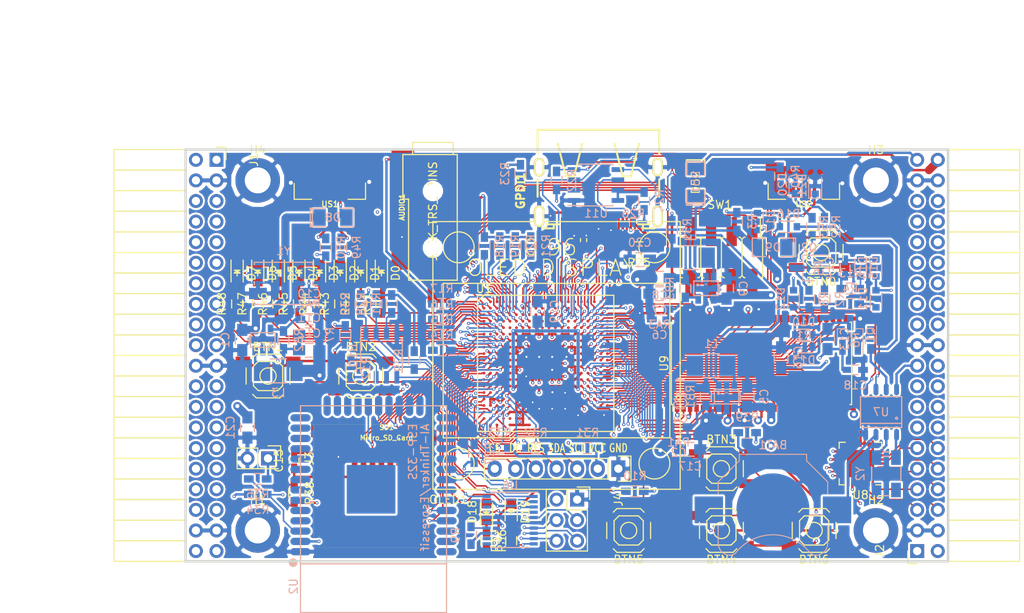
<source format=kicad_pcb>
(kicad_pcb (version 4) (host pcbnew 4.0.6+dfsg1-1)
  (layers (0 F.Cu signal) (1 In1.Cu signal) (2 In2.Cu signal) (31 B.Cu signal) (34 B.Paste user) (35 F.Paste user) (36 B.SilkS user) (37 F.SilkS user) (38 B.Mask user) (39 F.Mask user) (44 Edge.Cuts user))
  (net 0 "")
  (net 1 GND)
  (net 2 +5V)
  (net 3 /gpio/IN5V)
  (net 4 /gpio/OUT5V)
  (net 5 +3V3)
  (net 6 "Net-(L1-Pad1)")
  (net 7 "Net-(L2-Pad1)")
  (net 8 +1V2)
  (net 9 BTN_D)
  (net 10 BTN_F1)
  (net 11 BTN_F2)
  (net 12 BTN_L)
  (net 13 BTN_R)
  (net 14 BTN_U)
  (net 15 /power/FB1)
  (net 16 +2V5)
  (net 17 "Net-(L3-Pad1)")
  (net 18 /power/PWREN)
  (net 19 /power/FB3)
  (net 20 /power/FB2)
  (net 21 "Net-(D9-Pad1)")
  (net 22 /power/VBAT)
  (net 23 JTAG_TDI)
  (net 24 JTAG_TCK)
  (net 25 JTAG_TMS)
  (net 26 JTAG_TDO)
  (net 27 /power/WAKEUPn)
  (net 28 /power/WKUP)
  (net 29 /power/SHUT)
  (net 30 /power/WAKE)
  (net 31 /power/HOLD)
  (net 32 /power/WKn)
  (net 33 /power/OSCI_32k)
  (net 34 /power/OSCO_32k)
  (net 35 "Net-(Q2-Pad3)")
  (net 36 SHUTDOWN)
  (net 37 /analog/AUDIO_L)
  (net 38 /analog/AUDIO_R)
  (net 39 GPDI_5V_SCL)
  (net 40 GPDI_5V_SDA)
  (net 41 GPDI_SDA)
  (net 42 GPDI_SCL)
  (net 43 /gpdi/VREF2)
  (net 44 SD_CMD)
  (net 45 SD_CLK)
  (net 46 SD_D0)
  (net 47 SD_D1)
  (net 48 USB5V)
  (net 49 "Net-(BTN0-Pad1)")
  (net 50 GPDI_CEC)
  (net 51 nRESET)
  (net 52 FTDI_nDTR)
  (net 53 SDRAM_CKE)
  (net 54 SDRAM_A7)
  (net 55 SDRAM_D15)
  (net 56 SDRAM_BA1)
  (net 57 SDRAM_D7)
  (net 58 SDRAM_A6)
  (net 59 SDRAM_CLK)
  (net 60 SDRAM_D13)
  (net 61 SDRAM_BA0)
  (net 62 SDRAM_D6)
  (net 63 SDRAM_A5)
  (net 64 SDRAM_D14)
  (net 65 SDRAM_A11)
  (net 66 SDRAM_D12)
  (net 67 SDRAM_D5)
  (net 68 SDRAM_A4)
  (net 69 SDRAM_A10)
  (net 70 SDRAM_D11)
  (net 71 SDRAM_A3)
  (net 72 SDRAM_D4)
  (net 73 SDRAM_D10)
  (net 74 SDRAM_D9)
  (net 75 SDRAM_A9)
  (net 76 SDRAM_D3)
  (net 77 SDRAM_D8)
  (net 78 SDRAM_A8)
  (net 79 SDRAM_A2)
  (net 80 SDRAM_A1)
  (net 81 SDRAM_A0)
  (net 82 SDRAM_D2)
  (net 83 SDRAM_D1)
  (net 84 SDRAM_D0)
  (net 85 SDRAM_DQM0)
  (net 86 SDRAM_nCS)
  (net 87 SDRAM_nRAS)
  (net 88 SDRAM_DQM1)
  (net 89 SDRAM_nCAS)
  (net 90 SDRAM_nWE)
  (net 91 /flash/FLASH_nWP)
  (net 92 /flash/FLASH_nHOLD)
  (net 93 /flash/FLASH_MOSI)
  (net 94 /flash/FLASH_MISO)
  (net 95 /flash/FLASH_SCK)
  (net 96 /flash/FLASH_nCS)
  (net 97 /flash/FPGA_PROGRAMN)
  (net 98 /flash/FPGA_DONE)
  (net 99 /flash/FPGA_INITN)
  (net 100 OLED_RES)
  (net 101 OLED_DC)
  (net 102 OLED_CS)
  (net 103 WIFI_EN)
  (net 104 FTDI_nRTS)
  (net 105 FTDI_TXD)
  (net 106 FTDI_RXD)
  (net 107 WIFI_RXD)
  (net 108 WIFI_GPIO0)
  (net 109 WIFI_TXD)
  (net 110 GPDI_ETH-)
  (net 111 GPDI_ETH+)
  (net 112 GPDI_D2+)
  (net 113 GPDI_D2-)
  (net 114 GPDI_D1+)
  (net 115 GPDI_D1-)
  (net 116 GPDI_D0+)
  (net 117 GPDI_D0-)
  (net 118 GPDI_CLK+)
  (net 119 GPDI_CLK-)
  (net 120 USB_FTDI_D+)
  (net 121 USB_FTDI_D-)
  (net 122 J1_17-)
  (net 123 J1_17+)
  (net 124 J1_23-)
  (net 125 J1_23+)
  (net 126 J1_25-)
  (net 127 J1_25+)
  (net 128 J1_27-)
  (net 129 J1_27+)
  (net 130 J1_29-)
  (net 131 J1_29+)
  (net 132 J1_31-)
  (net 133 J1_31+)
  (net 134 J1_33-)
  (net 135 J1_33+)
  (net 136 J1_35-)
  (net 137 J1_35+)
  (net 138 J2_5-)
  (net 139 J2_5+)
  (net 140 J2_7-)
  (net 141 J2_7+)
  (net 142 J2_9-)
  (net 143 J2_9+)
  (net 144 J2_13-)
  (net 145 J2_13+)
  (net 146 J2_17-)
  (net 147 J2_17+)
  (net 148 J2_11-)
  (net 149 J2_11+)
  (net 150 J2_23-)
  (net 151 J2_23+)
  (net 152 J1_5-)
  (net 153 J1_5+)
  (net 154 J1_7-)
  (net 155 J1_7+)
  (net 156 J1_9-)
  (net 157 J1_9+)
  (net 158 J1_11-)
  (net 159 J1_11+)
  (net 160 J1_13-)
  (net 161 J1_13+)
  (net 162 J1_15-)
  (net 163 J1_15+)
  (net 164 J2_15-)
  (net 165 J2_15+)
  (net 166 J2_25-)
  (net 167 J2_25+)
  (net 168 J2_27-)
  (net 169 J2_27+)
  (net 170 J2_29-)
  (net 171 J2_29+)
  (net 172 J2_31-)
  (net 173 J2_31+)
  (net 174 J2_33-)
  (net 175 J2_33+)
  (net 176 J2_35-)
  (net 177 J2_35+)
  (net 178 SD_D3)
  (net 179 AUDIO_L3)
  (net 180 AUDIO_L2)
  (net 181 AUDIO_L1)
  (net 182 AUDIO_L0)
  (net 183 AUDIO_R3)
  (net 184 AUDIO_R2)
  (net 185 AUDIO_R1)
  (net 186 AUDIO_R0)
  (net 187 OLED_CLK)
  (net 188 OLED_MOSI)
  (net 189 LED0)
  (net 190 LED1)
  (net 191 LED2)
  (net 192 LED3)
  (net 193 LED4)
  (net 194 LED5)
  (net 195 LED6)
  (net 196 LED7)
  (net 197 BTN_PWRn)
  (net 198 "Net-(J3-Pad1)")
  (net 199 FTDI_nTXLED)
  (net 200 FTDI_nSLEEP)
  (net 201 /blinkey/LED_PWREN)
  (net 202 /blinkey/LED_TXLED)
  (net 203 FT3V3)
  (net 204 /sdcard/SD3V3)
  (net 205 SD_D2)
  (net 206 CLK_25MHz)
  (net 207 /blinkey/BTNPUL)
  (net 208 /blinkey/BTNPUR)
  (net 209 USB_FPGA_D+)
  (net 210 /power/FTDI_nSUSPEND)
  (net 211 /blinkey/ALED0)
  (net 212 /blinkey/ALED1)
  (net 213 /blinkey/ALED2)
  (net 214 /blinkey/ALED3)
  (net 215 /blinkey/ALED4)
  (net 216 /blinkey/ALED5)
  (net 217 /blinkey/ALED6)
  (net 218 /blinkey/ALED7)
  (net 219 /usb/FTD-)
  (net 220 /usb/FTD+)
  (net 221 ADC_MISO)
  (net 222 ADC_MOSI)
  (net 223 ADC_CSn)
  (net 224 ADC_SCLK)
  (net 225 "Net-(R51-Pad2)")
  (net 226 SW3)
  (net 227 SW2)
  (net 228 SW1)
  (net 229 SW0)
  (net 230 USB_FPGA_D-)
  (net 231 /usb/FPD+)
  (net 232 /usb/FPD-)
  (module Resistors_SMD:R_0603_HandSoldering (layer B.Cu) (at 154.044 71.326 90)
    (fp_text reference R51 (at 0 1.9 90) (layer B.SilkS) (effects (justify mirror)))
    (fp_text value 220)
    (pad 1 smd rect (at -1.1 0 90) (size 1.2 0.9) (layers B.Cu B.Paste B.Mask) (net 5 +3V3))
    (pad 2 smd rect (at 1.1 0 90) (size 1.2 0.9) (layers B.Cu B.Paste B.Mask) (net 225 "Net-(R51-Pad2)"))
  )
  (module Pin_Headers:Pin_Header_Straight_SMT_02x04 (layer F.Cu) (at 160.14 74.73 180)
    (fp_text reference SW1 (at 0.2 6.5 180) (layer F.SilkS))
    (fp_text value DIPSW)
    (pad 1 smd rect (at -3.81 3.2 180) (size 1.27 3.6) (layers F.Cu F.Paste F.Mask) (net 226 SW3))
    (pad 2 smd rect (at -1.27 3.2 180) (size 1.27 3.6) (layers F.Cu F.Paste F.Mask) (net 227 SW2))
    (pad 3 smd rect (at 1.27 3.2 180) (size 1.27 3.6) (layers F.Cu F.Paste F.Mask) (net 228 SW1))
    (pad 4 smd rect (at 3.81 3.2 180) (size 1.27 3.6) (layers F.Cu F.Paste F.Mask) (net 229 SW0))
    (pad 5 smd rect (at 3.81 -3.2 180) (size 1.27 3.6) (layers F.Cu F.Paste F.Mask) (net 225 "Net-(R51-Pad2)"))
    (pad 6 smd rect (at 1.27 -3.2 180) (size 1.27 3.6) (layers F.Cu F.Paste F.Mask) (net 225 "Net-(R51-Pad2)"))
    (pad 7 smd rect (at -1.27 -3.2 180) (size 1.27 3.6) (layers F.Cu F.Paste F.Mask) (net 225 "Net-(R51-Pad2)"))
    (pad 8 smd rect (at -3.81 -3.2 180) (size 1.27 3.6) (layers F.Cu F.Paste F.Mask) (net 225 "Net-(R51-Pad2)"))
  )
  (module lfe5bg381:BGA-381_pitch0.8mm_dia0.4mm (layer F.Cu) (at 138.48 87.8)
    (fp_text reference U1 (at -7.6 -9.2) (layer F.SilkS))
    (fp_text value LFE5U-25F-6BG381C)
    (pad A2 smd circle (at -6.8 -7.6) (size 0.35 0.35) (layers F.Cu F.Paste F.Mask) (net 129 J1_27+))
    (pad A3 smd circle (at -6 -7.6) (size 0.35 0.35) (layers F.Cu F.Paste F.Mask) (net 183 AUDIO_R3))
    (pad A4 smd circle (at -5.2 -7.6) (size 0.35 0.35) (layers F.Cu F.Paste F.Mask) (net 127 J1_25+))
    (pad A5 smd circle (at -4.4 -7.6) (size 0.35 0.35) (layers F.Cu F.Paste F.Mask) (net 126 J1_25-))
    (pad A6 smd circle (at -3.6 -7.6) (size 0.35 0.35) (layers F.Cu F.Paste F.Mask) (net 125 J1_23+))
    (pad A7 smd circle (at -2.8 -7.6) (size 0.35 0.35) (layers F.Cu F.Paste F.Mask) (net 161 J1_13+))
    (pad A8 smd circle (at -2 -7.6) (size 0.35 0.35) (layers F.Cu F.Paste F.Mask) (net 160 J1_13-))
    (pad A9 smd circle (at -1.2 -7.6) (size 0.35 0.35) (layers F.Cu F.Paste F.Mask) (net 156 J1_9-))
    (pad A10 smd circle (at -0.4 -7.6) (size 0.35 0.35) (layers F.Cu F.Paste F.Mask) (net 155 J1_7+))
    (pad A11 smd circle (at 0.4 -7.6) (size 0.35 0.35) (layers F.Cu F.Paste F.Mask) (net 154 J1_7-))
    (pad A12 smd circle (at 1.2 -7.6) (size 0.35 0.35) (layers F.Cu F.Paste F.Mask) (net 111 GPDI_ETH+))
    (pad A13 smd circle (at 2 -7.6) (size 0.35 0.35) (layers F.Cu F.Paste F.Mask) (net 110 GPDI_ETH-))
    (pad A14 smd circle (at 2.8 -7.6) (size 0.35 0.35) (layers F.Cu F.Paste F.Mask) (net 112 GPDI_D2+))
    (pad A15 smd circle (at 3.6 -7.6) (size 0.35 0.35) (layers F.Cu F.Paste F.Mask))
    (pad A16 smd circle (at 4.4 -7.6) (size 0.35 0.35) (layers F.Cu F.Paste F.Mask) (net 114 GPDI_D1+))
    (pad A17 smd circle (at 5.2 -7.6) (size 0.35 0.35) (layers F.Cu F.Paste F.Mask) (net 116 GPDI_D0+))
    (pad A18 smd circle (at 6 -7.6) (size 0.35 0.35) (layers F.Cu F.Paste F.Mask) (net 118 GPDI_CLK+))
    (pad A19 smd circle (at 6.8 -7.6) (size 0.35 0.35) (layers F.Cu F.Paste F.Mask) (net 50 GPDI_CEC))
    (pad B1 smd circle (at -7.6 -6.8) (size 0.35 0.35) (layers F.Cu F.Paste F.Mask) (net 128 J1_27-))
    (pad B2 smd circle (at -6.8 -6.8) (size 0.35 0.35) (layers F.Cu F.Paste F.Mask) (net 189 LED0))
    (pad B3 smd circle (at -6 -6.8) (size 0.35 0.35) (layers F.Cu F.Paste F.Mask) (net 182 AUDIO_L0))
    (pad B4 smd circle (at -5.2 -6.8) (size 0.35 0.35) (layers F.Cu F.Paste F.Mask) (net 130 J1_29-))
    (pad B5 smd circle (at -4.4 -6.8) (size 0.35 0.35) (layers F.Cu F.Paste F.Mask) (net 184 AUDIO_R2))
    (pad B6 smd circle (at -3.6 -6.8) (size 0.35 0.35) (layers F.Cu F.Paste F.Mask) (net 124 J1_23-))
    (pad B7 smd circle (at -2.8 -6.8) (size 0.35 0.35) (layers F.Cu F.Paste F.Mask) (net 1 GND))
    (pad B8 smd circle (at -2 -6.8) (size 0.35 0.35) (layers F.Cu F.Paste F.Mask) (net 162 J1_15-))
    (pad B9 smd circle (at -1.2 -6.8) (size 0.35 0.35) (layers F.Cu F.Paste F.Mask) (net 159 J1_11+))
    (pad B10 smd circle (at -0.4 -6.8) (size 0.35 0.35) (layers F.Cu F.Paste F.Mask) (net 157 J1_9+))
    (pad B11 smd circle (at 0.4 -6.8) (size 0.35 0.35) (layers F.Cu F.Paste F.Mask) (net 153 J1_5+))
    (pad B12 smd circle (at 1.2 -6.8) (size 0.35 0.35) (layers F.Cu F.Paste F.Mask))
    (pad B13 smd circle (at 2 -6.8) (size 0.35 0.35) (layers F.Cu F.Paste F.Mask) (net 175 J2_33+))
    (pad B14 smd circle (at 2.8 -6.8) (size 0.35 0.35) (layers F.Cu F.Paste F.Mask) (net 1 GND))
    (pad B15 smd circle (at 3.6 -6.8) (size 0.35 0.35) (layers F.Cu F.Paste F.Mask) (net 173 J2_31+))
    (pad B16 smd circle (at 4.4 -6.8) (size 0.35 0.35) (layers F.Cu F.Paste F.Mask) (net 115 GPDI_D1-))
    (pad B17 smd circle (at 5.2 -6.8) (size 0.35 0.35) (layers F.Cu F.Paste F.Mask) (net 169 J2_27+))
    (pad B18 smd circle (at 6 -6.8) (size 0.35 0.35) (layers F.Cu F.Paste F.Mask) (net 117 GPDI_D0-))
    (pad B19 smd circle (at 6.8 -6.8) (size 0.35 0.35) (layers F.Cu F.Paste F.Mask) (net 119 GPDI_CLK-))
    (pad B20 smd circle (at 7.6 -6.8) (size 0.35 0.35) (layers F.Cu F.Paste F.Mask) (net 41 GPDI_SDA))
    (pad C1 smd circle (at -7.6 -6) (size 0.35 0.35) (layers F.Cu F.Paste F.Mask) (net 191 LED2))
    (pad C2 smd circle (at -6.8 -6) (size 0.35 0.35) (layers F.Cu F.Paste F.Mask) (net 190 LED1))
    (pad C3 smd circle (at -6 -6) (size 0.35 0.35) (layers F.Cu F.Paste F.Mask) (net 181 AUDIO_L1))
    (pad C4 smd circle (at -5.2 -6) (size 0.35 0.35) (layers F.Cu F.Paste F.Mask) (net 131 J1_29+))
    (pad C5 smd circle (at -4.4 -6) (size 0.35 0.35) (layers F.Cu F.Paste F.Mask) (net 186 AUDIO_R0))
    (pad C6 smd circle (at -3.6 -6) (size 0.35 0.35) (layers F.Cu F.Paste F.Mask) (net 123 J1_17+))
    (pad C7 smd circle (at -2.8 -6) (size 0.35 0.35) (layers F.Cu F.Paste F.Mask) (net 122 J1_17-))
    (pad C8 smd circle (at -2 -6) (size 0.35 0.35) (layers F.Cu F.Paste F.Mask) (net 163 J1_15+))
    (pad C9 smd circle (at -1.2 -6) (size 0.35 0.35) (layers F.Cu F.Paste F.Mask))
    (pad C10 smd circle (at -0.4 -6) (size 0.35 0.35) (layers F.Cu F.Paste F.Mask) (net 158 J1_11-))
    (pad C11 smd circle (at 0.4 -6) (size 0.35 0.35) (layers F.Cu F.Paste F.Mask) (net 152 J1_5-))
    (pad C12 smd circle (at 1.2 -6) (size 0.35 0.35) (layers F.Cu F.Paste F.Mask) (net 42 GPDI_SCL))
    (pad C13 smd circle (at 2 -6) (size 0.35 0.35) (layers F.Cu F.Paste F.Mask) (net 174 J2_33-))
    (pad C14 smd circle (at 2.8 -6) (size 0.35 0.35) (layers F.Cu F.Paste F.Mask) (net 113 GPDI_D2-))
    (pad C15 smd circle (at 3.6 -6) (size 0.35 0.35) (layers F.Cu F.Paste F.Mask) (net 172 J2_31-))
    (pad C16 smd circle (at 4.4 -6) (size 0.35 0.35) (layers F.Cu F.Paste F.Mask) (net 171 J2_29+))
    (pad C17 smd circle (at 5.2 -6) (size 0.35 0.35) (layers F.Cu F.Paste F.Mask) (net 168 J2_27-))
    (pad C18 smd circle (at 6 -6) (size 0.35 0.35) (layers F.Cu F.Paste F.Mask) (net 151 J2_23+))
    (pad C19 smd circle (at 6.8 -6) (size 0.35 0.35) (layers F.Cu F.Paste F.Mask) (net 1 GND))
    (pad C20 smd circle (at 7.6 -6) (size 0.35 0.35) (layers F.Cu F.Paste F.Mask) (net 64 SDRAM_D14))
    (pad D1 smd circle (at -7.6 -5.2) (size 0.35 0.35) (layers F.Cu F.Paste F.Mask) (net 193 LED4))
    (pad D2 smd circle (at -6.8 -5.2) (size 0.35 0.35) (layers F.Cu F.Paste F.Mask) (net 192 LED3))
    (pad D3 smd circle (at -6 -5.2) (size 0.35 0.35) (layers F.Cu F.Paste F.Mask) (net 180 AUDIO_L2))
    (pad D4 smd circle (at -5.2 -5.2) (size 0.35 0.35) (layers F.Cu F.Paste F.Mask) (net 1 GND))
    (pad D5 smd circle (at -4.4 -5.2) (size 0.35 0.35) (layers F.Cu F.Paste F.Mask) (net 185 AUDIO_R1))
    (pad D6 smd circle (at -3.6 -5.2) (size 0.35 0.35) (layers F.Cu F.Paste F.Mask) (net 197 BTN_PWRn))
    (pad D7 smd circle (at -2.8 -5.2) (size 0.35 0.35) (layers F.Cu F.Paste F.Mask) (net 228 SW1))
    (pad D8 smd circle (at -2 -5.2) (size 0.35 0.35) (layers F.Cu F.Paste F.Mask) (net 229 SW0))
    (pad D9 smd circle (at -1.2 -5.2) (size 0.35 0.35) (layers F.Cu F.Paste F.Mask))
    (pad D10 smd circle (at -0.4 -5.2) (size 0.35 0.35) (layers F.Cu F.Paste F.Mask))
    (pad D11 smd circle (at 0.4 -5.2) (size 0.35 0.35) (layers F.Cu F.Paste F.Mask))
    (pad D12 smd circle (at 1.2 -5.2) (size 0.35 0.35) (layers F.Cu F.Paste F.Mask))
    (pad D13 smd circle (at 2 -5.2) (size 0.35 0.35) (layers F.Cu F.Paste F.Mask) (net 177 J2_35+))
    (pad D14 smd circle (at 2.8 -5.2) (size 0.35 0.35) (layers F.Cu F.Paste F.Mask))
    (pad D15 smd circle (at 3.6 -5.2) (size 0.35 0.35) (layers F.Cu F.Paste F.Mask) (net 167 J2_25+))
    (pad D16 smd circle (at 4.4 -5.2) (size 0.35 0.35) (layers F.Cu F.Paste F.Mask) (net 170 J2_29-))
    (pad D17 smd circle (at 5.2 -5.2) (size 0.35 0.35) (layers F.Cu F.Paste F.Mask) (net 150 J2_23-))
    (pad D18 smd circle (at 6 -5.2) (size 0.35 0.35) (layers F.Cu F.Paste F.Mask) (net 147 J2_17+))
    (pad D19 smd circle (at 6.8 -5.2) (size 0.35 0.35) (layers F.Cu F.Paste F.Mask) (net 55 SDRAM_D15))
    (pad D20 smd circle (at 7.6 -5.2) (size 0.35 0.35) (layers F.Cu F.Paste F.Mask) (net 60 SDRAM_D13))
    (pad E1 smd circle (at -7.6 -4.4) (size 0.35 0.35) (layers F.Cu F.Paste F.Mask) (net 195 LED6))
    (pad E2 smd circle (at -6.8 -4.4) (size 0.35 0.35) (layers F.Cu F.Paste F.Mask) (net 194 LED5))
    (pad E3 smd circle (at -6 -4.4) (size 0.35 0.35) (layers F.Cu F.Paste F.Mask) (net 132 J1_31-))
    (pad E4 smd circle (at -5.2 -4.4) (size 0.35 0.35) (layers F.Cu F.Paste F.Mask) (net 179 AUDIO_L3))
    (pad E5 smd circle (at -4.4 -4.4) (size 0.35 0.35) (layers F.Cu F.Paste F.Mask))
    (pad E6 smd circle (at -3.6 -4.4) (size 0.35 0.35) (layers F.Cu F.Paste F.Mask))
    (pad E7 smd circle (at -2.8 -4.4) (size 0.35 0.35) (layers F.Cu F.Paste F.Mask) (net 226 SW3))
    (pad E8 smd circle (at -2 -4.4) (size 0.35 0.35) (layers F.Cu F.Paste F.Mask) (net 227 SW2))
    (pad E9 smd circle (at -1.2 -4.4) (size 0.35 0.35) (layers F.Cu F.Paste F.Mask))
    (pad E10 smd circle (at -0.4 -4.4) (size 0.35 0.35) (layers F.Cu F.Paste F.Mask))
    (pad E11 smd circle (at 0.4 -4.4) (size 0.35 0.35) (layers F.Cu F.Paste F.Mask))
    (pad E12 smd circle (at 1.2 -4.4) (size 0.35 0.35) (layers F.Cu F.Paste F.Mask))
    (pad E13 smd circle (at 2 -4.4) (size 0.35 0.35) (layers F.Cu F.Paste F.Mask) (net 176 J2_35-))
    (pad E14 smd circle (at 2.8 -4.4) (size 0.35 0.35) (layers F.Cu F.Paste F.Mask))
    (pad E15 smd circle (at 3.6 -4.4) (size 0.35 0.35) (layers F.Cu F.Paste F.Mask) (net 166 J2_25-))
    (pad E16 smd circle (at 4.4 -4.4) (size 0.35 0.35) (layers F.Cu F.Paste F.Mask) (net 209 USB_FPGA_D+))
    (pad E17 smd circle (at 5.2 -4.4) (size 0.35 0.35) (layers F.Cu F.Paste F.Mask) (net 146 J2_17-))
    (pad E18 smd circle (at 6 -4.4) (size 0.35 0.35) (layers F.Cu F.Paste F.Mask) (net 72 SDRAM_D4))
    (pad E19 smd circle (at 6.8 -4.4) (size 0.35 0.35) (layers F.Cu F.Paste F.Mask) (net 66 SDRAM_D12))
    (pad E20 smd circle (at 7.6 -4.4) (size 0.35 0.35) (layers F.Cu F.Paste F.Mask) (net 70 SDRAM_D11))
    (pad F1 smd circle (at -7.6 -3.6) (size 0.35 0.35) (layers F.Cu F.Paste F.Mask) (net 103 WIFI_EN))
    (pad F2 smd circle (at -6.8 -3.6) (size 0.35 0.35) (layers F.Cu F.Paste F.Mask))
    (pad F3 smd circle (at -6 -3.6) (size 0.35 0.35) (layers F.Cu F.Paste F.Mask) (net 134 J1_33-))
    (pad F4 smd circle (at -5.2 -3.6) (size 0.35 0.35) (layers F.Cu F.Paste F.Mask) (net 133 J1_31+))
    (pad F5 smd circle (at -4.4 -3.6) (size 0.35 0.35) (layers F.Cu F.Paste F.Mask))
    (pad F6 smd circle (at -3.6 -3.6) (size 0.35 0.35) (layers F.Cu F.Paste F.Mask) (net 16 +2V5))
    (pad F7 smd circle (at -2.8 -3.6) (size 0.35 0.35) (layers F.Cu F.Paste F.Mask) (net 1 GND))
    (pad F8 smd circle (at -2 -3.6) (size 0.35 0.35) (layers F.Cu F.Paste F.Mask) (net 1 GND))
    (pad F9 smd circle (at -1.2 -3.6) (size 0.35 0.35) (layers F.Cu F.Paste F.Mask) (net 5 +3V3))
    (pad F10 smd circle (at -0.4 -3.6) (size 0.35 0.35) (layers F.Cu F.Paste F.Mask) (net 5 +3V3))
    (pad F11 smd circle (at 0.4 -3.6) (size 0.35 0.35) (layers F.Cu F.Paste F.Mask) (net 5 +3V3))
    (pad F12 smd circle (at 1.2 -3.6) (size 0.35 0.35) (layers F.Cu F.Paste F.Mask) (net 5 +3V3))
    (pad F13 smd circle (at 2 -3.6) (size 0.35 0.35) (layers F.Cu F.Paste F.Mask) (net 1 GND))
    (pad F14 smd circle (at 2.8 -3.6) (size 0.35 0.35) (layers F.Cu F.Paste F.Mask) (net 1 GND))
    (pad F15 smd circle (at 3.6 -3.6) (size 0.35 0.35) (layers F.Cu F.Paste F.Mask) (net 16 +2V5))
    (pad F16 smd circle (at 4.4 -3.6) (size 0.35 0.35) (layers F.Cu F.Paste F.Mask) (net 230 USB_FPGA_D-))
    (pad F17 smd circle (at 5.2 -3.6) (size 0.35 0.35) (layers F.Cu F.Paste F.Mask) (net 165 J2_15+))
    (pad F18 smd circle (at 6 -3.6) (size 0.35 0.35) (layers F.Cu F.Paste F.Mask) (net 67 SDRAM_D5))
    (pad F19 smd circle (at 6.8 -3.6) (size 0.35 0.35) (layers F.Cu F.Paste F.Mask) (net 73 SDRAM_D10))
    (pad F20 smd circle (at 7.6 -3.6) (size 0.35 0.35) (layers F.Cu F.Paste F.Mask) (net 74 SDRAM_D9))
    (pad G1 smd circle (at -7.6 -2.8) (size 0.35 0.35) (layers F.Cu F.Paste F.Mask))
    (pad G2 smd circle (at -6.8 -2.8) (size 0.35 0.35) (layers F.Cu F.Paste F.Mask) (net 206 CLK_25MHz))
    (pad G3 smd circle (at -6 -2.8) (size 0.35 0.35) (layers F.Cu F.Paste F.Mask) (net 135 J1_33+))
    (pad G4 smd circle (at -5.2 -2.8) (size 0.35 0.35) (layers F.Cu F.Paste F.Mask) (net 1 GND))
    (pad G5 smd circle (at -4.4 -2.8) (size 0.35 0.35) (layers F.Cu F.Paste F.Mask) (net 136 J1_35-))
    (pad G6 smd circle (at -3.6 -2.8) (size 0.35 0.35) (layers F.Cu F.Paste F.Mask) (net 1 GND))
    (pad G7 smd circle (at -2.8 -2.8) (size 0.35 0.35) (layers F.Cu F.Paste F.Mask) (net 1 GND))
    (pad G8 smd circle (at -2 -2.8) (size 0.35 0.35) (layers F.Cu F.Paste F.Mask) (net 1 GND))
    (pad G9 smd circle (at -1.2 -2.8) (size 0.35 0.35) (layers F.Cu F.Paste F.Mask) (net 1 GND))
    (pad G10 smd circle (at -0.4 -2.8) (size 0.35 0.35) (layers F.Cu F.Paste F.Mask) (net 1 GND))
    (pad G11 smd circle (at 0.4 -2.8) (size 0.35 0.35) (layers F.Cu F.Paste F.Mask) (net 1 GND))
    (pad G12 smd circle (at 1.2 -2.8) (size 0.35 0.35) (layers F.Cu F.Paste F.Mask) (net 1 GND))
    (pad G13 smd circle (at 2 -2.8) (size 0.35 0.35) (layers F.Cu F.Paste F.Mask) (net 1 GND))
    (pad G14 smd circle (at 2.8 -2.8) (size 0.35 0.35) (layers F.Cu F.Paste F.Mask) (net 1 GND))
    (pad G15 smd circle (at 3.6 -2.8) (size 0.35 0.35) (layers F.Cu F.Paste F.Mask) (net 1 GND))
    (pad G16 smd circle (at 4.4 -2.8) (size 0.35 0.35) (layers F.Cu F.Paste F.Mask))
    (pad G17 smd circle (at 5.2 -2.8) (size 0.35 0.35) (layers F.Cu F.Paste F.Mask) (net 1 GND))
    (pad G18 smd circle (at 6 -2.8) (size 0.35 0.35) (layers F.Cu F.Paste F.Mask) (net 164 J2_15-))
    (pad G19 smd circle (at 6.8 -2.8) (size 0.35 0.35) (layers F.Cu F.Paste F.Mask) (net 77 SDRAM_D8))
    (pad G20 smd circle (at 7.6 -2.8) (size 0.35 0.35) (layers F.Cu F.Paste F.Mask) (net 88 SDRAM_DQM1))
    (pad H1 smd circle (at -7.6 -2) (size 0.35 0.35) (layers F.Cu F.Paste F.Mask) (net 178 SD_D3))
    (pad H2 smd circle (at -6.8 -2) (size 0.35 0.35) (layers F.Cu F.Paste F.Mask) (net 205 SD_D2))
    (pad H3 smd circle (at -6 -2) (size 0.35 0.35) (layers F.Cu F.Paste F.Mask) (net 196 LED7))
    (pad H4 smd circle (at -5.2 -2) (size 0.35 0.35) (layers F.Cu F.Paste F.Mask) (net 137 J1_35+))
    (pad H5 smd circle (at -4.4 -2) (size 0.35 0.35) (layers F.Cu F.Paste F.Mask))
    (pad H6 smd circle (at -3.6 -2) (size 0.35 0.35) (layers F.Cu F.Paste F.Mask) (net 5 +3V3))
    (pad H7 smd circle (at -2.8 -2) (size 0.35 0.35) (layers F.Cu F.Paste F.Mask) (net 5 +3V3))
    (pad H8 smd circle (at -2 -2) (size 0.35 0.35) (layers F.Cu F.Paste F.Mask) (net 8 +1V2))
    (pad H9 smd circle (at -1.2 -2) (size 0.35 0.35) (layers F.Cu F.Paste F.Mask) (net 8 +1V2))
    (pad H10 smd circle (at -0.4 -2) (size 0.35 0.35) (layers F.Cu F.Paste F.Mask) (net 8 +1V2))
    (pad H11 smd circle (at 0.4 -2) (size 0.35 0.35) (layers F.Cu F.Paste F.Mask) (net 8 +1V2))
    (pad H12 smd circle (at 1.2 -2) (size 0.35 0.35) (layers F.Cu F.Paste F.Mask) (net 8 +1V2))
    (pad H13 smd circle (at 2 -2) (size 0.35 0.35) (layers F.Cu F.Paste F.Mask) (net 8 +1V2))
    (pad H14 smd circle (at 2.8 -2) (size 0.35 0.35) (layers F.Cu F.Paste F.Mask) (net 5 +3V3))
    (pad H15 smd circle (at 3.6 -2) (size 0.35 0.35) (layers F.Cu F.Paste F.Mask) (net 5 +3V3))
    (pad H16 smd circle (at 4.4 -2) (size 0.35 0.35) (layers F.Cu F.Paste F.Mask))
    (pad H17 smd circle (at 5.2 -2) (size 0.35 0.35) (layers F.Cu F.Paste F.Mask) (net 144 J2_13-))
    (pad H18 smd circle (at 6 -2) (size 0.35 0.35) (layers F.Cu F.Paste F.Mask) (net 145 J2_13+))
    (pad H19 smd circle (at 6.8 -2) (size 0.35 0.35) (layers F.Cu F.Paste F.Mask) (net 1 GND))
    (pad H20 smd circle (at 7.6 -2) (size 0.35 0.35) (layers F.Cu F.Paste F.Mask) (net 59 SDRAM_CLK))
    (pad J1 smd circle (at -7.6 -1.2) (size 0.35 0.35) (layers F.Cu F.Paste F.Mask) (net 45 SD_CLK))
    (pad J2 smd circle (at -6.8 -1.2) (size 0.35 0.35) (layers F.Cu F.Paste F.Mask) (net 1 GND))
    (pad J3 smd circle (at -6 -1.2) (size 0.35 0.35) (layers F.Cu F.Paste F.Mask) (net 44 SD_CMD))
    (pad J4 smd circle (at -5.2 -1.2) (size 0.35 0.35) (layers F.Cu F.Paste F.Mask))
    (pad J5 smd circle (at -4.4 -1.2) (size 0.35 0.35) (layers F.Cu F.Paste F.Mask))
    (pad J6 smd circle (at -3.6 -1.2) (size 0.35 0.35) (layers F.Cu F.Paste F.Mask) (net 5 +3V3))
    (pad J7 smd circle (at -2.8 -1.2) (size 0.35 0.35) (layers F.Cu F.Paste F.Mask) (net 1 GND))
    (pad J8 smd circle (at -2 -1.2) (size 0.35 0.35) (layers F.Cu F.Paste F.Mask) (net 8 +1V2))
    (pad J9 smd circle (at -1.2 -1.2) (size 0.35 0.35) (layers F.Cu F.Paste F.Mask) (net 1 GND))
    (pad J10 smd circle (at -0.4 -1.2) (size 0.35 0.35) (layers F.Cu F.Paste F.Mask) (net 1 GND))
    (pad J11 smd circle (at 0.4 -1.2) (size 0.35 0.35) (layers F.Cu F.Paste F.Mask) (net 1 GND))
    (pad J12 smd circle (at 1.2 -1.2) (size 0.35 0.35) (layers F.Cu F.Paste F.Mask) (net 1 GND))
    (pad J13 smd circle (at 2 -1.2) (size 0.35 0.35) (layers F.Cu F.Paste F.Mask) (net 8 +1V2))
    (pad J14 smd circle (at 2.8 -1.2) (size 0.35 0.35) (layers F.Cu F.Paste F.Mask) (net 1 GND))
    (pad J15 smd circle (at 3.6 -1.2) (size 0.35 0.35) (layers F.Cu F.Paste F.Mask) (net 5 +3V3))
    (pad J16 smd circle (at 4.4 -1.2) (size 0.35 0.35) (layers F.Cu F.Paste F.Mask))
    (pad J17 smd circle (at 5.2 -1.2) (size 0.35 0.35) (layers F.Cu F.Paste F.Mask))
    (pad J18 smd circle (at 6 -1.2) (size 0.35 0.35) (layers F.Cu F.Paste F.Mask) (net 76 SDRAM_D3))
    (pad J19 smd circle (at 6.8 -1.2) (size 0.35 0.35) (layers F.Cu F.Paste F.Mask) (net 53 SDRAM_CKE))
    (pad J20 smd circle (at 7.6 -1.2) (size 0.35 0.35) (layers F.Cu F.Paste F.Mask) (net 65 SDRAM_A11))
    (pad K1 smd circle (at -7.6 -0.4) (size 0.35 0.35) (layers F.Cu F.Paste F.Mask) (net 47 SD_D1))
    (pad K2 smd circle (at -6.8 -0.4) (size 0.35 0.35) (layers F.Cu F.Paste F.Mask) (net 46 SD_D0))
    (pad K3 smd circle (at -6 -0.4) (size 0.35 0.35) (layers F.Cu F.Paste F.Mask) (net 107 WIFI_RXD))
    (pad K4 smd circle (at -5.2 -0.4) (size 0.35 0.35) (layers F.Cu F.Paste F.Mask) (net 109 WIFI_TXD))
    (pad K5 smd circle (at -4.4 -0.4) (size 0.35 0.35) (layers F.Cu F.Paste F.Mask))
    (pad K6 smd circle (at -3.6 -0.4) (size 0.35 0.35) (layers F.Cu F.Paste F.Mask) (net 1 GND))
    (pad K7 smd circle (at -2.8 -0.4) (size 0.35 0.35) (layers F.Cu F.Paste F.Mask) (net 1 GND))
    (pad K8 smd circle (at -2 -0.4) (size 0.35 0.35) (layers F.Cu F.Paste F.Mask) (net 8 +1V2))
    (pad K9 smd circle (at -1.2 -0.4) (size 0.35 0.35) (layers F.Cu F.Paste F.Mask) (net 1 GND))
    (pad K10 smd circle (at -0.4 -0.4) (size 0.35 0.35) (layers F.Cu F.Paste F.Mask) (net 1 GND))
    (pad K11 smd circle (at 0.4 -0.4) (size 0.35 0.35) (layers F.Cu F.Paste F.Mask) (net 1 GND))
    (pad K12 smd circle (at 1.2 -0.4) (size 0.35 0.35) (layers F.Cu F.Paste F.Mask) (net 1 GND))
    (pad K13 smd circle (at 2 -0.4) (size 0.35 0.35) (layers F.Cu F.Paste F.Mask) (net 8 +1V2))
    (pad K14 smd circle (at 2.8 -0.4) (size 0.35 0.35) (layers F.Cu F.Paste F.Mask) (net 1 GND))
    (pad K15 smd circle (at 3.6 -0.4) (size 0.35 0.35) (layers F.Cu F.Paste F.Mask) (net 1 GND))
    (pad K16 smd circle (at 4.4 -0.4) (size 0.35 0.35) (layers F.Cu F.Paste F.Mask))
    (pad K17 smd circle (at 5.2 -0.4) (size 0.35 0.35) (layers F.Cu F.Paste F.Mask))
    (pad K18 smd circle (at 6 -0.4) (size 0.35 0.35) (layers F.Cu F.Paste F.Mask) (net 82 SDRAM_D2))
    (pad K19 smd circle (at 6.8 -0.4) (size 0.35 0.35) (layers F.Cu F.Paste F.Mask) (net 75 SDRAM_A9))
    (pad K20 smd circle (at 7.6 -0.4) (size 0.35 0.35) (layers F.Cu F.Paste F.Mask) (net 78 SDRAM_A8))
    (pad L1 smd circle (at -7.6 0.4) (size 0.35 0.35) (layers F.Cu F.Paste F.Mask))
    (pad L2 smd circle (at -6.8 0.4) (size 0.35 0.35) (layers F.Cu F.Paste F.Mask) (net 108 WIFI_GPIO0))
    (pad L3 smd circle (at -6 0.4) (size 0.35 0.35) (layers F.Cu F.Paste F.Mask))
    (pad L4 smd circle (at -5.2 0.4) (size 0.35 0.35) (layers F.Cu F.Paste F.Mask) (net 106 FTDI_RXD))
    (pad L5 smd circle (at -4.4 0.4) (size 0.35 0.35) (layers F.Cu F.Paste F.Mask))
    (pad L6 smd circle (at -3.6 0.4) (size 0.35 0.35) (layers F.Cu F.Paste F.Mask) (net 5 +3V3))
    (pad L7 smd circle (at -2.8 0.4) (size 0.35 0.35) (layers F.Cu F.Paste F.Mask) (net 5 +3V3))
    (pad L8 smd circle (at -2 0.4) (size 0.35 0.35) (layers F.Cu F.Paste F.Mask) (net 8 +1V2))
    (pad L9 smd circle (at -1.2 0.4) (size 0.35 0.35) (layers F.Cu F.Paste F.Mask) (net 1 GND))
    (pad L10 smd circle (at -0.4 0.4) (size 0.35 0.35) (layers F.Cu F.Paste F.Mask) (net 1 GND))
    (pad L11 smd circle (at 0.4 0.4) (size 0.35 0.35) (layers F.Cu F.Paste F.Mask) (net 1 GND))
    (pad L12 smd circle (at 1.2 0.4) (size 0.35 0.35) (layers F.Cu F.Paste F.Mask) (net 1 GND))
    (pad L13 smd circle (at 2 0.4) (size 0.35 0.35) (layers F.Cu F.Paste F.Mask) (net 8 +1V2))
    (pad L14 smd circle (at 2.8 0.4) (size 0.35 0.35) (layers F.Cu F.Paste F.Mask) (net 5 +3V3))
    (pad L15 smd circle (at 3.6 0.4) (size 0.35 0.35) (layers F.Cu F.Paste F.Mask) (net 5 +3V3))
    (pad L16 smd circle (at 4.4 0.4) (size 0.35 0.35) (layers F.Cu F.Paste F.Mask) (net 149 J2_11+))
    (pad L17 smd circle (at 5.2 0.4) (size 0.35 0.35) (layers F.Cu F.Paste F.Mask) (net 148 J2_11-))
    (pad L18 smd circle (at 6 0.4) (size 0.35 0.35) (layers F.Cu F.Paste F.Mask) (net 83 SDRAM_D1))
    (pad L19 smd circle (at 6.8 0.4) (size 0.35 0.35) (layers F.Cu F.Paste F.Mask) (net 54 SDRAM_A7))
    (pad L20 smd circle (at 7.6 0.4) (size 0.35 0.35) (layers F.Cu F.Paste F.Mask) (net 58 SDRAM_A6))
    (pad M1 smd circle (at -7.6 1.2) (size 0.35 0.35) (layers F.Cu F.Paste F.Mask) (net 105 FTDI_TXD))
    (pad M2 smd circle (at -6.8 1.2) (size 0.35 0.35) (layers F.Cu F.Paste F.Mask) (net 1 GND))
    (pad M3 smd circle (at -6 1.2) (size 0.35 0.35) (layers F.Cu F.Paste F.Mask) (net 104 FTDI_nRTS))
    (pad M4 smd circle (at -5.2 1.2) (size 0.35 0.35) (layers F.Cu F.Paste F.Mask))
    (pad M5 smd circle (at -4.4 1.2) (size 0.35 0.35) (layers F.Cu F.Paste F.Mask))
    (pad M6 smd circle (at -3.6 1.2) (size 0.35 0.35) (layers F.Cu F.Paste F.Mask) (net 5 +3V3))
    (pad M7 smd circle (at -2.8 1.2) (size 0.35 0.35) (layers F.Cu F.Paste F.Mask) (net 1 GND))
    (pad M8 smd circle (at -2 1.2) (size 0.35 0.35) (layers F.Cu F.Paste F.Mask) (net 8 +1V2))
    (pad M9 smd circle (at -1.2 1.2) (size 0.35 0.35) (layers F.Cu F.Paste F.Mask) (net 1 GND))
    (pad M10 smd circle (at -0.4 1.2) (size 0.35 0.35) (layers F.Cu F.Paste F.Mask) (net 1 GND))
    (pad M11 smd circle (at 0.4 1.2) (size 0.35 0.35) (layers F.Cu F.Paste F.Mask) (net 1 GND))
    (pad M12 smd circle (at 1.2 1.2) (size 0.35 0.35) (layers F.Cu F.Paste F.Mask) (net 1 GND))
    (pad M13 smd circle (at 2 1.2) (size 0.35 0.35) (layers F.Cu F.Paste F.Mask) (net 8 +1V2))
    (pad M14 smd circle (at 2.8 1.2) (size 0.35 0.35) (layers F.Cu F.Paste F.Mask) (net 1 GND))
    (pad M15 smd circle (at 3.6 1.2) (size 0.35 0.35) (layers F.Cu F.Paste F.Mask) (net 5 +3V3))
    (pad M16 smd circle (at 4.4 1.2) (size 0.35 0.35) (layers F.Cu F.Paste F.Mask) (net 1 GND))
    (pad M17 smd circle (at 5.2 1.2) (size 0.35 0.35) (layers F.Cu F.Paste F.Mask) (net 142 J2_9-))
    (pad M18 smd circle (at 6 1.2) (size 0.35 0.35) (layers F.Cu F.Paste F.Mask) (net 84 SDRAM_D0))
    (pad M19 smd circle (at 6.8 1.2) (size 0.35 0.35) (layers F.Cu F.Paste F.Mask) (net 63 SDRAM_A5))
    (pad M20 smd circle (at 7.6 1.2) (size 0.35 0.35) (layers F.Cu F.Paste F.Mask) (net 68 SDRAM_A4))
    (pad N1 smd circle (at -7.6 2) (size 0.35 0.35) (layers F.Cu F.Paste F.Mask) (net 52 FTDI_nDTR))
    (pad N2 smd circle (at -6.8 2) (size 0.35 0.35) (layers F.Cu F.Paste F.Mask) (net 102 OLED_CS))
    (pad N3 smd circle (at -6 2) (size 0.35 0.35) (layers F.Cu F.Paste F.Mask))
    (pad N4 smd circle (at -5.2 2) (size 0.35 0.35) (layers F.Cu F.Paste F.Mask))
    (pad N5 smd circle (at -4.4 2) (size 0.35 0.35) (layers F.Cu F.Paste F.Mask))
    (pad N6 smd circle (at -3.6 2) (size 0.35 0.35) (layers F.Cu F.Paste F.Mask) (net 1 GND))
    (pad N7 smd circle (at -2.8 2) (size 0.35 0.35) (layers F.Cu F.Paste F.Mask) (net 1 GND))
    (pad N8 smd circle (at -2 2) (size 0.35 0.35) (layers F.Cu F.Paste F.Mask) (net 8 +1V2))
    (pad N9 smd circle (at -1.2 2) (size 0.35 0.35) (layers F.Cu F.Paste F.Mask) (net 8 +1V2))
    (pad N10 smd circle (at -0.4 2) (size 0.35 0.35) (layers F.Cu F.Paste F.Mask) (net 8 +1V2))
    (pad N11 smd circle (at 0.4 2) (size 0.35 0.35) (layers F.Cu F.Paste F.Mask) (net 8 +1V2))
    (pad N12 smd circle (at 1.2 2) (size 0.35 0.35) (layers F.Cu F.Paste F.Mask) (net 8 +1V2))
    (pad N13 smd circle (at 2 2) (size 0.35 0.35) (layers F.Cu F.Paste F.Mask) (net 8 +1V2))
    (pad N14 smd circle (at 2.8 2) (size 0.35 0.35) (layers F.Cu F.Paste F.Mask) (net 1 GND))
    (pad N15 smd circle (at 3.6 2) (size 0.35 0.35) (layers F.Cu F.Paste F.Mask) (net 1 GND))
    (pad N16 smd circle (at 4.4 2) (size 0.35 0.35) (layers F.Cu F.Paste F.Mask) (net 143 J2_9+))
    (pad N17 smd circle (at 5.2 2) (size 0.35 0.35) (layers F.Cu F.Paste F.Mask) (net 141 J2_7+))
    (pad N18 smd circle (at 6 2) (size 0.35 0.35) (layers F.Cu F.Paste F.Mask) (net 62 SDRAM_D6))
    (pad N19 smd circle (at 6.8 2) (size 0.35 0.35) (layers F.Cu F.Paste F.Mask) (net 71 SDRAM_A3))
    (pad N20 smd circle (at 7.6 2) (size 0.35 0.35) (layers F.Cu F.Paste F.Mask) (net 79 SDRAM_A2))
    (pad P1 smd circle (at -7.6 2.8) (size 0.35 0.35) (layers F.Cu F.Paste F.Mask) (net 101 OLED_DC))
    (pad P2 smd circle (at -6.8 2.8) (size 0.35 0.35) (layers F.Cu F.Paste F.Mask) (net 100 OLED_RES))
    (pad P3 smd circle (at -6 2.8) (size 0.35 0.35) (layers F.Cu F.Paste F.Mask) (net 188 OLED_MOSI))
    (pad P4 smd circle (at -5.2 2.8) (size 0.35 0.35) (layers F.Cu F.Paste F.Mask) (net 187 OLED_CLK))
    (pad P5 smd circle (at -4.4 2.8) (size 0.35 0.35) (layers F.Cu F.Paste F.Mask))
    (pad P6 smd circle (at -3.6 2.8) (size 0.35 0.35) (layers F.Cu F.Paste F.Mask) (net 16 +2V5))
    (pad P7 smd circle (at -2.8 2.8) (size 0.35 0.35) (layers F.Cu F.Paste F.Mask) (net 1 GND))
    (pad P8 smd circle (at -2 2.8) (size 0.35 0.35) (layers F.Cu F.Paste F.Mask) (net 1 GND))
    (pad P9 smd circle (at -1.2 2.8) (size 0.35 0.35) (layers F.Cu F.Paste F.Mask) (net 5 +3V3))
    (pad P10 smd circle (at -0.4 2.8) (size 0.35 0.35) (layers F.Cu F.Paste F.Mask) (net 5 +3V3))
    (pad P11 smd circle (at 0.4 2.8) (size 0.35 0.35) (layers F.Cu F.Paste F.Mask) (net 1 GND))
    (pad P12 smd circle (at 1.2 2.8) (size 0.35 0.35) (layers F.Cu F.Paste F.Mask) (net 1 GND))
    (pad P13 smd circle (at 2 2.8) (size 0.35 0.35) (layers F.Cu F.Paste F.Mask) (net 1 GND))
    (pad P14 smd circle (at 2.8 2.8) (size 0.35 0.35) (layers F.Cu F.Paste F.Mask) (net 1 GND))
    (pad P15 smd circle (at 3.6 2.8) (size 0.35 0.35) (layers F.Cu F.Paste F.Mask) (net 16 +2V5))
    (pad P16 smd circle (at 4.4 2.8) (size 0.35 0.35) (layers F.Cu F.Paste F.Mask) (net 140 J2_7-))
    (pad P17 smd circle (at 5.2 2.8) (size 0.35 0.35) (layers F.Cu F.Paste F.Mask) (net 224 ADC_SCLK))
    (pad P18 smd circle (at 6 2.8) (size 0.35 0.35) (layers F.Cu F.Paste F.Mask) (net 57 SDRAM_D7))
    (pad P19 smd circle (at 6.8 2.8) (size 0.35 0.35) (layers F.Cu F.Paste F.Mask) (net 80 SDRAM_A1))
    (pad P20 smd circle (at 7.6 2.8) (size 0.35 0.35) (layers F.Cu F.Paste F.Mask) (net 81 SDRAM_A0))
    (pad R1 smd circle (at -7.6 3.6) (size 0.35 0.35) (layers F.Cu F.Paste F.Mask) (net 10 BTN_F1))
    (pad R2 smd circle (at -6.8 3.6) (size 0.35 0.35) (layers F.Cu F.Paste F.Mask) (net 96 /flash/FLASH_nCS))
    (pad R3 smd circle (at -6 3.6) (size 0.35 0.35) (layers F.Cu F.Paste F.Mask))
    (pad R4 smd circle (at -5.2 3.6) (size 0.35 0.35) (layers F.Cu F.Paste F.Mask) (net 1 GND))
    (pad R5 smd circle (at -4.4 3.6) (size 0.35 0.35) (layers F.Cu F.Paste F.Mask) (net 23 JTAG_TDI))
    (pad R16 smd circle (at 4.4 3.6) (size 0.35 0.35) (layers F.Cu F.Paste F.Mask) (net 222 ADC_MOSI))
    (pad R17 smd circle (at 5.2 3.6) (size 0.35 0.35) (layers F.Cu F.Paste F.Mask) (net 223 ADC_CSn))
    (pad R18 smd circle (at 6 3.6) (size 0.35 0.35) (layers F.Cu F.Paste F.Mask) (net 85 SDRAM_DQM0))
    (pad R19 smd circle (at 6.8 3.6) (size 0.35 0.35) (layers F.Cu F.Paste F.Mask) (net 1 GND))
    (pad R20 smd circle (at 7.6 3.6) (size 0.35 0.35) (layers F.Cu F.Paste F.Mask) (net 69 SDRAM_A10))
    (pad T1 smd circle (at -7.6 4.4) (size 0.35 0.35) (layers F.Cu F.Paste F.Mask) (net 11 BTN_F2))
    (pad T2 smd circle (at -6.8 4.4) (size 0.35 0.35) (layers F.Cu F.Paste F.Mask) (net 5 +3V3))
    (pad T3 smd circle (at -6 4.4) (size 0.35 0.35) (layers F.Cu F.Paste F.Mask) (net 5 +3V3))
    (pad T4 smd circle (at -5.2 4.4) (size 0.35 0.35) (layers F.Cu F.Paste F.Mask) (net 5 +3V3))
    (pad T5 smd circle (at -4.4 4.4) (size 0.35 0.35) (layers F.Cu F.Paste F.Mask) (net 24 JTAG_TCK))
    (pad T6 smd circle (at -3.6 4.4) (size 0.35 0.35) (layers F.Cu F.Paste F.Mask) (net 1 GND))
    (pad T7 smd circle (at -2.8 4.4) (size 0.35 0.35) (layers F.Cu F.Paste F.Mask) (net 1 GND))
    (pad T8 smd circle (at -2 4.4) (size 0.35 0.35) (layers F.Cu F.Paste F.Mask) (net 1 GND))
    (pad T9 smd circle (at -1.2 4.4) (size 0.35 0.35) (layers F.Cu F.Paste F.Mask) (net 1 GND))
    (pad T10 smd circle (at -0.4 4.4) (size 0.35 0.35) (layers F.Cu F.Paste F.Mask) (net 1 GND))
    (pad T11 smd circle (at 0.4 4.4) (size 0.35 0.35) (layers F.Cu F.Paste F.Mask))
    (pad T12 smd circle (at 1.2 4.4) (size 0.35 0.35) (layers F.Cu F.Paste F.Mask))
    (pad T13 smd circle (at 2 4.4) (size 0.35 0.35) (layers F.Cu F.Paste F.Mask))
    (pad T14 smd circle (at 2.8 4.4) (size 0.35 0.35) (layers F.Cu F.Paste F.Mask))
    (pad T15 smd circle (at 3.6 4.4) (size 0.35 0.35) (layers F.Cu F.Paste F.Mask))
    (pad T16 smd circle (at 4.4 4.4) (size 0.35 0.35) (layers F.Cu F.Paste F.Mask))
    (pad T17 smd circle (at 5.2 4.4) (size 0.35 0.35) (layers F.Cu F.Paste F.Mask) (net 89 SDRAM_nCAS))
    (pad T18 smd circle (at 6 4.4) (size 0.35 0.35) (layers F.Cu F.Paste F.Mask) (net 90 SDRAM_nWE))
    (pad T19 smd circle (at 6.8 4.4) (size 0.35 0.35) (layers F.Cu F.Paste F.Mask) (net 56 SDRAM_BA1))
    (pad T20 smd circle (at 7.6 4.4) (size 0.35 0.35) (layers F.Cu F.Paste F.Mask) (net 61 SDRAM_BA0))
    (pad U1 smd circle (at -7.6 5.2) (size 0.35 0.35) (layers F.Cu F.Paste F.Mask) (net 12 BTN_L))
    (pad U2 smd circle (at -6.8 5.2) (size 0.35 0.35) (layers F.Cu F.Paste F.Mask) (net 5 +3V3))
    (pad U3 smd circle (at -6 5.2) (size 0.35 0.35) (layers F.Cu F.Paste F.Mask) (net 95 /flash/FLASH_SCK))
    (pad U4 smd circle (at -5.2 5.2) (size 0.35 0.35) (layers F.Cu F.Paste F.Mask) (net 1 GND))
    (pad U5 smd circle (at -4.4 5.2) (size 0.35 0.35) (layers F.Cu F.Paste F.Mask) (net 25 JTAG_TMS))
    (pad U6 smd circle (at -3.6 5.2) (size 0.35 0.35) (layers F.Cu F.Paste F.Mask) (net 1 GND))
    (pad U7 smd circle (at -2.8 5.2) (size 0.35 0.35) (layers F.Cu F.Paste F.Mask) (net 1 GND))
    (pad U8 smd circle (at -2 5.2) (size 0.35 0.35) (layers F.Cu F.Paste F.Mask) (net 1 GND))
    (pad U9 smd circle (at -1.2 5.2) (size 0.35 0.35) (layers F.Cu F.Paste F.Mask) (net 1 GND))
    (pad U10 smd circle (at -0.4 5.2) (size 0.35 0.35) (layers F.Cu F.Paste F.Mask) (net 1 GND))
    (pad U11 smd circle (at 0.4 5.2) (size 0.35 0.35) (layers F.Cu F.Paste F.Mask) (net 1 GND))
    (pad U12 smd circle (at 1.2 5.2) (size 0.35 0.35) (layers F.Cu F.Paste F.Mask) (net 1 GND))
    (pad U13 smd circle (at 2 5.2) (size 0.35 0.35) (layers F.Cu F.Paste F.Mask) (net 1 GND))
    (pad U14 smd circle (at 2.8 5.2) (size 0.35 0.35) (layers F.Cu F.Paste F.Mask) (net 1 GND))
    (pad U15 smd circle (at 3.6 5.2) (size 0.35 0.35) (layers F.Cu F.Paste F.Mask))
    (pad U16 smd circle (at 4.4 5.2) (size 0.35 0.35) (layers F.Cu F.Paste F.Mask) (net 221 ADC_MISO))
    (pad U17 smd circle (at 5.2 5.2) (size 0.35 0.35) (layers F.Cu F.Paste F.Mask) (net 138 J2_5-))
    (pad U18 smd circle (at 6 5.2) (size 0.35 0.35) (layers F.Cu F.Paste F.Mask) (net 139 J2_5+))
    (pad U19 smd circle (at 6.8 5.2) (size 0.35 0.35) (layers F.Cu F.Paste F.Mask) (net 86 SDRAM_nCS))
    (pad U20 smd circle (at 7.6 5.2) (size 0.35 0.35) (layers F.Cu F.Paste F.Mask) (net 87 SDRAM_nRAS))
    (pad V1 smd circle (at -7.6 6) (size 0.35 0.35) (layers F.Cu F.Paste F.Mask) (net 9 BTN_D))
    (pad V2 smd circle (at -6.8 6) (size 0.35 0.35) (layers F.Cu F.Paste F.Mask) (net 94 /flash/FLASH_MISO))
    (pad V3 smd circle (at -6 6) (size 0.35 0.35) (layers F.Cu F.Paste F.Mask) (net 99 /flash/FPGA_INITN))
    (pad V4 smd circle (at -5.2 6) (size 0.35 0.35) (layers F.Cu F.Paste F.Mask) (net 26 JTAG_TDO))
    (pad V5 smd circle (at -4.4 6) (size 0.35 0.35) (layers F.Cu F.Paste F.Mask) (net 1 GND))
    (pad V6 smd circle (at -3.6 6) (size 0.35 0.35) (layers F.Cu F.Paste F.Mask) (net 1 GND))
    (pad V7 smd circle (at -2.8 6) (size 0.35 0.35) (layers F.Cu F.Paste F.Mask) (net 1 GND))
    (pad V8 smd circle (at -2 6) (size 0.35 0.35) (layers F.Cu F.Paste F.Mask) (net 1 GND))
    (pad V9 smd circle (at -1.2 6) (size 0.35 0.35) (layers F.Cu F.Paste F.Mask) (net 1 GND))
    (pad V10 smd circle (at -0.4 6) (size 0.35 0.35) (layers F.Cu F.Paste F.Mask) (net 1 GND))
    (pad V11 smd circle (at 0.4 6) (size 0.35 0.35) (layers F.Cu F.Paste F.Mask) (net 1 GND))
    (pad V12 smd circle (at 1.2 6) (size 0.35 0.35) (layers F.Cu F.Paste F.Mask) (net 1 GND))
    (pad V13 smd circle (at 2 6) (size 0.35 0.35) (layers F.Cu F.Paste F.Mask) (net 1 GND))
    (pad V14 smd circle (at 2.8 6) (size 0.35 0.35) (layers F.Cu F.Paste F.Mask) (net 1 GND))
    (pad V15 smd circle (at 3.6 6) (size 0.35 0.35) (layers F.Cu F.Paste F.Mask) (net 1 GND))
    (pad V16 smd circle (at 4.4 6) (size 0.35 0.35) (layers F.Cu F.Paste F.Mask) (net 1 GND))
    (pad V17 smd circle (at 5.2 6) (size 0.35 0.35) (layers F.Cu F.Paste F.Mask))
    (pad V18 smd circle (at 6 6) (size 0.35 0.35) (layers F.Cu F.Paste F.Mask))
    (pad V19 smd circle (at 6.8 6) (size 0.35 0.35) (layers F.Cu F.Paste F.Mask) (net 1 GND))
    (pad V20 smd circle (at 7.6 6) (size 0.35 0.35) (layers F.Cu F.Paste F.Mask) (net 1 GND))
    (pad W1 smd circle (at -7.6 6.8) (size 0.35 0.35) (layers F.Cu F.Paste F.Mask) (net 14 BTN_U))
    (pad W2 smd circle (at -6.8 6.8) (size 0.35 0.35) (layers F.Cu F.Paste F.Mask) (net 93 /flash/FLASH_MOSI))
    (pad W3 smd circle (at -6 6.8) (size 0.35 0.35) (layers F.Cu F.Paste F.Mask) (net 97 /flash/FPGA_PROGRAMN))
    (pad W4 smd circle (at -5.2 6.8) (size 0.35 0.35) (layers F.Cu F.Paste F.Mask))
    (pad W5 smd circle (at -4.4 6.8) (size 0.35 0.35) (layers F.Cu F.Paste F.Mask))
    (pad W6 smd circle (at -3.6 6.8) (size 0.35 0.35) (layers F.Cu F.Paste F.Mask) (net 1 GND))
    (pad W7 smd circle (at -2.8 6.8) (size 0.35 0.35) (layers F.Cu F.Paste F.Mask) (net 1 GND))
    (pad W8 smd circle (at -2 6.8) (size 0.35 0.35) (layers F.Cu F.Paste F.Mask))
    (pad W9 smd circle (at -1.2 6.8) (size 0.35 0.35) (layers F.Cu F.Paste F.Mask))
    (pad W10 smd circle (at -0.4 6.8) (size 0.35 0.35) (layers F.Cu F.Paste F.Mask))
    (pad W11 smd circle (at 0.4 6.8) (size 0.35 0.35) (layers F.Cu F.Paste F.Mask))
    (pad W12 smd circle (at 1.2 6.8) (size 0.35 0.35) (layers F.Cu F.Paste F.Mask) (net 1 GND))
    (pad W13 smd circle (at 2 6.8) (size 0.35 0.35) (layers F.Cu F.Paste F.Mask))
    (pad W14 smd circle (at 2.8 6.8) (size 0.35 0.35) (layers F.Cu F.Paste F.Mask))
    (pad W15 smd circle (at 3.6 6.8) (size 0.35 0.35) (layers F.Cu F.Paste F.Mask) (net 1 GND))
    (pad W16 smd circle (at 4.4 6.8) (size 0.35 0.35) (layers F.Cu F.Paste F.Mask) (net 1 GND))
    (pad W17 smd circle (at 5.2 6.8) (size 0.35 0.35) (layers F.Cu F.Paste F.Mask))
    (pad W18 smd circle (at 6 6.8) (size 0.35 0.35) (layers F.Cu F.Paste F.Mask))
    (pad W19 smd circle (at 6.8 6.8) (size 0.35 0.35) (layers F.Cu F.Paste F.Mask) (net 1 GND))
    (pad W20 smd circle (at 7.6 6.8) (size 0.35 0.35) (layers F.Cu F.Paste F.Mask))
    (pad Y2 smd circle (at -6.8 7.6) (size 0.35 0.35) (layers F.Cu F.Paste F.Mask) (net 13 BTN_R))
    (pad Y3 smd circle (at -6 7.6) (size 0.35 0.35) (layers F.Cu F.Paste F.Mask) (net 98 /flash/FPGA_DONE))
    (pad Y5 smd circle (at -4.4 7.6) (size 0.35 0.35) (layers F.Cu F.Paste F.Mask) (net 1 GND))
    (pad Y6 smd circle (at -3.6 7.6) (size 0.35 0.35) (layers F.Cu F.Paste F.Mask) (net 1 GND))
    (pad Y7 smd circle (at -2.8 7.6) (size 0.35 0.35) (layers F.Cu F.Paste F.Mask) (net 1 GND))
    (pad Y8 smd circle (at -2 7.6) (size 0.35 0.35) (layers F.Cu F.Paste F.Mask) (net 1 GND))
    (pad Y11 smd circle (at 0.4 7.6) (size 0.35 0.35) (layers F.Cu F.Paste F.Mask) (net 1 GND))
    (pad Y12 smd circle (at 1.2 7.6) (size 0.35 0.35) (layers F.Cu F.Paste F.Mask) (net 1 GND))
    (pad Y14 smd circle (at 2.8 7.6) (size 0.35 0.35) (layers F.Cu F.Paste F.Mask))
    (pad Y15 smd circle (at 3.6 7.6) (size 0.35 0.35) (layers F.Cu F.Paste F.Mask))
    (pad Y16 smd circle (at 4.4 7.6) (size 0.35 0.35) (layers F.Cu F.Paste F.Mask))
    (pad Y17 smd circle (at 5.2 7.6) (size 0.35 0.35) (layers F.Cu F.Paste F.Mask))
    (pad Y19 smd circle (at 6.8 7.6) (size 0.35 0.35) (layers F.Cu F.Paste F.Mask))
  )
  (module Keystone_3000_1x12mm-CoinCell:Keystone_3000_1x12mm-CoinCell (layer B.Cu) (at 166.49 105.87 180)
    (fp_text reference BAT1 (at 0 8 180) (layer B.SilkS) (effects (justify mirror)))
    (fp_text value CR1225)
    (pad 1 smd rect (at -7.9 0 180) (size 3.5 3.3) (layers B.Cu B.Paste B.Mask) (net 22 /power/VBAT))
    (pad 1 smd rect (at 7.9 0 180) (size 3.5 3.3) (layers B.Cu B.Paste B.Mask) (net 22 /power/VBAT))
    (pad 2 smd circle (at 0 0 180) (size 9 9) (layers B.Cu B.Mask) (net 1 GND))
  )
  (module SMD_Packages:SMD-1206_Pol (layer F.Cu) (at 156.965 65.484 270)
    (fp_text reference D52 (at 0 0 270) (layer F.SilkS))
    (fp_text value 2A)
    (pad 1 smd rect (at -1.651 0 270) (size 1.524 2.032) (layers F.Cu F.Paste F.Mask) (net 4 /gpio/OUT5V))
    (pad 2 smd rect (at 1.651 0 270) (size 1.524 2.032) (layers F.Cu F.Paste F.Mask) (net 2 +5V))
  )
  (module SMD_Packages:SMD-1206_Pol (layer B.Cu) (at 156.965 65.484 90)
    (fp_text reference D51 (at 0 0 90) (layer B.SilkS) (effects (justify mirror)))
    (fp_text value 2A)
    (pad 1 smd rect (at -1.651 0 90) (size 1.524 2.032) (layers B.Cu B.Paste B.Mask) (net 2 +5V))
    (pad 2 smd rect (at 1.651 0 90) (size 1.524 2.032) (layers B.Cu B.Paste B.Mask) (net 3 /gpio/IN5V))
  )
  (module micro-sd:MicroSD_TF02D (layer F.Cu) (at 116.87 110.52 180)
    (fp_text reference SD1 (at -1.995 14.81 180) (layer F.SilkS) (effects (font (size 0.59944 0.59944) (thickness 0.12446))))
    (fp_text value Micro_SD_Card (at -1.995 13.54 180) (layer F.SilkS) (effects (font (size 0.59944 0.59944) (thickness 0.12446))))
    (pad 1 smd rect (at 1.94 11 180) (size 0.7 1.8) (layers F.Cu F.Paste F.Mask) (net 205 SD_D2))
    (pad 2 smd rect (at 0.84 11 180) (size 0.7 1.8) (layers F.Cu F.Paste F.Mask) (net 178 SD_D3))
    (pad 3 smd rect (at -0.26 11 180) (size 0.7 1.8) (layers F.Cu F.Paste F.Mask) (net 44 SD_CMD))
    (pad 4 smd rect (at -1.36 11 180) (size 0.7 1.8) (layers F.Cu F.Paste F.Mask) (net 204 /sdcard/SD3V3))
    (pad 5 smd rect (at -2.46 11 180) (size 0.7 1.8) (layers F.Cu F.Paste F.Mask) (net 45 SD_CLK))
    (pad 6 smd rect (at -3.56 11 180) (size 0.7 1.8) (layers F.Cu F.Paste F.Mask) (net 1 GND))
    (pad 7 smd rect (at -4.66 11 180) (size 0.7 1.8) (layers F.Cu F.Paste F.Mask) (net 46 SD_D0))
    (pad 8 smd rect (at -5.76 11 180) (size 0.7 1.8) (layers F.Cu F.Paste F.Mask) (net 47 SD_D1))
    (pad S smd rect (at -5.05 0.4 180) (size 1.6 1.4) (layers F.Cu F.Paste F.Mask))
    (pad S smd rect (at 0.75 0.4 180) (size 1.8 1.4) (layers F.Cu F.Paste F.Mask))
    (pad G smd rect (at -7.45 13.55 180) (size 1.4 1.9) (layers F.Cu F.Paste F.Mask))
    (pad G smd rect (at 6.6 14.55 180) (size 1.4 1.9) (layers F.Cu F.Paste F.Mask))
  )
  (module Resistors_SMD:R_1210_HandSoldering (layer B.Cu) (at 158.87 88.09 180)
    (fp_text reference L1 (at 0 2.7 180) (layer B.SilkS) (effects (justify mirror)))
    (fp_text value 2.2uH)
    (pad 1 smd rect (at -2 0 180) (size 2 2.5) (layers B.Cu B.Paste B.Mask) (net 6 "Net-(L1-Pad1)"))
    (pad 2 smd rect (at 2 0 180) (size 2 2.5) (layers B.Cu B.Paste B.Mask) (net 8 +1V2))
  )
  (module TSOT-25:TSOT-25 (layer B.Cu) (at 160.775 91.9)
    (fp_text reference U3 (at 0 -0.5) (layer B.SilkS) (effects (font (size 0.15 0.15) (thickness 0.0375)) (justify mirror)))
    (fp_text value AP3429A)
    (pad 1 smd rect (at -0.95 -1.3) (size 0.7 1.2) (layers B.Cu B.Paste B.Mask) (net 18 /power/PWREN))
    (pad 2 smd rect (at 0 -1.3) (size 0.7 1.2) (layers B.Cu B.Paste B.Mask) (net 1 GND))
    (pad 3 smd rect (at 0.95 -1.3) (size 0.7 1.2) (layers B.Cu B.Paste B.Mask) (net 6 "Net-(L1-Pad1)"))
    (pad 4 smd rect (at 0.95 1.3) (size 0.7 1.2) (layers B.Cu B.Paste B.Mask) (net 2 +5V))
    (pad 5 smd rect (at -0.95 1.3) (size 0.7 1.2) (layers B.Cu B.Paste B.Mask) (net 15 /power/FB1))
  )
  (module Resistors_SMD:R_1210_HandSoldering (layer B.Cu) (at 156.33 74.755 180)
    (fp_text reference L2 (at 0 2.7 180) (layer B.SilkS) (effects (justify mirror)))
    (fp_text value 2.2uH)
    (pad 1 smd rect (at -2 0 180) (size 2 2.5) (layers B.Cu B.Paste B.Mask) (net 7 "Net-(L2-Pad1)"))
    (pad 2 smd rect (at 2 0 180) (size 2 2.5) (layers B.Cu B.Paste B.Mask) (net 5 +3V3))
  )
  (module TSOT-25:TSOT-25 (layer B.Cu) (at 158.235 78.535)
    (fp_text reference U4 (at 0 -0.5) (layer B.SilkS) (effects (font (size 0.15 0.15) (thickness 0.0375)) (justify mirror)))
    (fp_text value AP3429A)
    (pad 1 smd rect (at -0.95 -1.3) (size 0.7 1.2) (layers B.Cu B.Paste B.Mask) (net 18 /power/PWREN))
    (pad 2 smd rect (at 0 -1.3) (size 0.7 1.2) (layers B.Cu B.Paste B.Mask) (net 1 GND))
    (pad 3 smd rect (at 0.95 -1.3) (size 0.7 1.2) (layers B.Cu B.Paste B.Mask) (net 7 "Net-(L2-Pad1)"))
    (pad 4 smd rect (at 0.95 1.3) (size 0.7 1.2) (layers B.Cu B.Paste B.Mask) (net 2 +5V))
    (pad 5 smd rect (at -0.95 1.3) (size 0.7 1.2) (layers B.Cu B.Paste B.Mask) (net 19 /power/FB3))
  )
  (module Buttons_Switches_SMD:SW_SPST_SKQG (layer F.Cu) (at 104.26 89.36)
    (fp_text reference BTN1 (at 0 -3.6) (layer F.SilkS))
    (fp_text value FIRE1)
    (pad 1 smd rect (at -3.1 -1.85) (size 1.8 1.1) (layers F.Cu F.Paste F.Mask) (net 207 /blinkey/BTNPUL))
    (pad 1 smd rect (at 3.1 -1.85) (size 1.8 1.1) (layers F.Cu F.Paste F.Mask) (net 207 /blinkey/BTNPUL))
    (pad 2 smd rect (at -3.1 1.85) (size 1.8 1.1) (layers F.Cu F.Paste F.Mask) (net 10 BTN_F1))
    (pad 2 smd rect (at 3.1 1.85) (size 1.8 1.1) (layers F.Cu F.Paste F.Mask) (net 10 BTN_F1))
  )
  (module Buttons_Switches_SMD:SW_SPST_SKQG (layer F.Cu) (at 115.69 89.36)
    (fp_text reference BTN2 (at 0 -3.6) (layer F.SilkS))
    (fp_text value FIRE2)
    (pad 1 smd rect (at -3.1 -1.85) (size 1.8 1.1) (layers F.Cu F.Paste F.Mask) (net 207 /blinkey/BTNPUL))
    (pad 1 smd rect (at 3.1 -1.85) (size 1.8 1.1) (layers F.Cu F.Paste F.Mask) (net 207 /blinkey/BTNPUL))
    (pad 2 smd rect (at -3.1 1.85) (size 1.8 1.1) (layers F.Cu F.Paste F.Mask) (net 11 BTN_F2))
    (pad 2 smd rect (at 3.1 1.85) (size 1.8 1.1) (layers F.Cu F.Paste F.Mask) (net 11 BTN_F2))
  )
  (module Buttons_Switches_SMD:SW_SPST_SKQG (layer F.Cu) (at 160.14 100.79)
    (fp_text reference BTN3 (at 0 -3.6) (layer F.SilkS))
    (fp_text value UP)
    (pad 1 smd rect (at -3.1 -1.85) (size 1.8 1.1) (layers F.Cu F.Paste F.Mask) (net 208 /blinkey/BTNPUR))
    (pad 1 smd rect (at 3.1 -1.85) (size 1.8 1.1) (layers F.Cu F.Paste F.Mask) (net 208 /blinkey/BTNPUR))
    (pad 2 smd rect (at -3.1 1.85) (size 1.8 1.1) (layers F.Cu F.Paste F.Mask) (net 14 BTN_U))
    (pad 2 smd rect (at 3.1 1.85) (size 1.8 1.1) (layers F.Cu F.Paste F.Mask) (net 14 BTN_U))
  )
  (module Buttons_Switches_SMD:SW_SPST_SKQG (layer F.Cu) (at 160.14 108.41 180)
    (fp_text reference BTN4 (at 0 -3.6 180) (layer F.SilkS))
    (fp_text value DOWN)
    (pad 1 smd rect (at -3.1 -1.85 180) (size 1.8 1.1) (layers F.Cu F.Paste F.Mask) (net 208 /blinkey/BTNPUR))
    (pad 1 smd rect (at 3.1 -1.85 180) (size 1.8 1.1) (layers F.Cu F.Paste F.Mask) (net 208 /blinkey/BTNPUR))
    (pad 2 smd rect (at -3.1 1.85 180) (size 1.8 1.1) (layers F.Cu F.Paste F.Mask) (net 9 BTN_D))
    (pad 2 smd rect (at 3.1 1.85 180) (size 1.8 1.1) (layers F.Cu F.Paste F.Mask) (net 9 BTN_D))
  )
  (module Buttons_Switches_SMD:SW_SPST_SKQG (layer F.Cu) (at 148.71 108.41 180)
    (fp_text reference BTN5 (at 0 -3.6 180) (layer F.SilkS))
    (fp_text value LEFT)
    (pad 1 smd rect (at -3.1 -1.85 180) (size 1.8 1.1) (layers F.Cu F.Paste F.Mask) (net 208 /blinkey/BTNPUR))
    (pad 1 smd rect (at 3.1 -1.85 180) (size 1.8 1.1) (layers F.Cu F.Paste F.Mask) (net 208 /blinkey/BTNPUR))
    (pad 2 smd rect (at -3.1 1.85 180) (size 1.8 1.1) (layers F.Cu F.Paste F.Mask) (net 12 BTN_L))
    (pad 2 smd rect (at 3.1 1.85 180) (size 1.8 1.1) (layers F.Cu F.Paste F.Mask) (net 12 BTN_L))
  )
  (module Buttons_Switches_SMD:SW_SPST_SKQG (layer F.Cu) (at 171.57 108.41 180)
    (fp_text reference BTN6 (at 0 -3.6 180) (layer F.SilkS))
    (fp_text value RIGHT)
    (pad 1 smd rect (at -3.1 -1.85 180) (size 1.8 1.1) (layers F.Cu F.Paste F.Mask) (net 208 /blinkey/BTNPUR))
    (pad 1 smd rect (at 3.1 -1.85 180) (size 1.8 1.1) (layers F.Cu F.Paste F.Mask) (net 208 /blinkey/BTNPUR))
    (pad 2 smd rect (at -3.1 1.85 180) (size 1.8 1.1) (layers F.Cu F.Paste F.Mask) (net 13 BTN_R))
    (pad 2 smd rect (at 3.1 1.85 180) (size 1.8 1.1) (layers F.Cu F.Paste F.Mask) (net 13 BTN_R))
  )
  (module LEDs:LED_0805 (layer F.Cu) (at 118.23 76.66 270)
    (fp_text reference D0 (at 0 -1.75 270) (layer F.SilkS))
    (fp_text value LED)
    (pad 2 smd rect (at 1.04902 0 90) (size 1.19888 1.19888) (layers F.Cu F.Paste F.Mask) (net 211 /blinkey/ALED0))
    (pad 1 smd rect (at -1.04902 0 90) (size 1.19888 1.19888) (layers F.Cu F.Paste F.Mask) (net 1 GND))
  )
  (module LEDs:LED_0805 (layer F.Cu) (at 115.69 76.66 270)
    (fp_text reference D1 (at 0 -1.75 270) (layer F.SilkS))
    (fp_text value LED)
    (pad 2 smd rect (at 1.04902 0 90) (size 1.19888 1.19888) (layers F.Cu F.Paste F.Mask) (net 212 /blinkey/ALED1))
    (pad 1 smd rect (at -1.04902 0 90) (size 1.19888 1.19888) (layers F.Cu F.Paste F.Mask) (net 1 GND))
  )
  (module LEDs:LED_0805 (layer F.Cu) (at 113.15 76.66 270)
    (fp_text reference D2 (at 0 -1.75 270) (layer F.SilkS))
    (fp_text value LED)
    (pad 2 smd rect (at 1.04902 0 90) (size 1.19888 1.19888) (layers F.Cu F.Paste F.Mask) (net 213 /blinkey/ALED2))
    (pad 1 smd rect (at -1.04902 0 90) (size 1.19888 1.19888) (layers F.Cu F.Paste F.Mask) (net 1 GND))
  )
  (module LEDs:LED_0805 (layer F.Cu) (at 110.61 76.66 270)
    (fp_text reference D3 (at 0 -1.75 270) (layer F.SilkS))
    (fp_text value LED)
    (pad 2 smd rect (at 1.04902 0 90) (size 1.19888 1.19888) (layers F.Cu F.Paste F.Mask) (net 214 /blinkey/ALED3))
    (pad 1 smd rect (at -1.04902 0 90) (size 1.19888 1.19888) (layers F.Cu F.Paste F.Mask) (net 1 GND))
  )
  (module LEDs:LED_0805 (layer F.Cu) (at 108.07 76.66 270)
    (fp_text reference D4 (at 0 -1.75 270) (layer F.SilkS))
    (fp_text value LED)
    (pad 2 smd rect (at 1.04902 0 90) (size 1.19888 1.19888) (layers F.Cu F.Paste F.Mask) (net 215 /blinkey/ALED4))
    (pad 1 smd rect (at -1.04902 0 90) (size 1.19888 1.19888) (layers F.Cu F.Paste F.Mask) (net 1 GND))
  )
  (module LEDs:LED_0805 (layer F.Cu) (at 105.53 76.66 270)
    (fp_text reference D5 (at 0 -1.75 270) (layer F.SilkS))
    (fp_text value LED)
    (pad 2 smd rect (at 1.04902 0 90) (size 1.19888 1.19888) (layers F.Cu F.Paste F.Mask) (net 216 /blinkey/ALED5))
    (pad 1 smd rect (at -1.04902 0 90) (size 1.19888 1.19888) (layers F.Cu F.Paste F.Mask) (net 1 GND))
  )
  (module LEDs:LED_0805 (layer F.Cu) (at 102.99 76.66 270)
    (fp_text reference D6 (at 0 -1.75 270) (layer F.SilkS))
    (fp_text value LED)
    (pad 2 smd rect (at 1.04902 0 90) (size 1.19888 1.19888) (layers F.Cu F.Paste F.Mask) (net 217 /blinkey/ALED6))
    (pad 1 smd rect (at -1.04902 0 90) (size 1.19888 1.19888) (layers F.Cu F.Paste F.Mask) (net 1 GND))
  )
  (module LEDs:LED_0805 (layer F.Cu) (at 100.45 76.66 270)
    (fp_text reference D7 (at 0 -1.75 270) (layer F.SilkS))
    (fp_text value LED)
    (pad 2 smd rect (at 1.04902 0 90) (size 1.19888 1.19888) (layers F.Cu F.Paste F.Mask) (net 218 /blinkey/ALED7))
    (pad 1 smd rect (at -1.04902 0 90) (size 1.19888 1.19888) (layers F.Cu F.Paste F.Mask) (net 1 GND))
  )
  (module Resistors_SMD:R_1210_HandSoldering (layer B.Cu) (at 105.53 88.725)
    (fp_text reference L3 (at 0 2.7) (layer B.SilkS) (effects (justify mirror)))
    (fp_text value 2.2uH)
    (pad 1 smd rect (at -2 0) (size 2 2.5) (layers B.Cu B.Paste B.Mask) (net 17 "Net-(L3-Pad1)"))
    (pad 2 smd rect (at 2 0) (size 2 2.5) (layers B.Cu B.Paste B.Mask) (net 16 +2V5))
  )
  (module TSOT-25:TSOT-25 (layer B.Cu) (at 103.625 84.915 180)
    (fp_text reference U5 (at 0 -0.5 180) (layer B.SilkS) (effects (font (size 0.15 0.15) (thickness 0.0375)) (justify mirror)))
    (fp_text value AP3429A)
    (pad 1 smd rect (at -0.95 -1.3 180) (size 0.7 1.2) (layers B.Cu B.Paste B.Mask) (net 18 /power/PWREN))
    (pad 2 smd rect (at 0 -1.3 180) (size 0.7 1.2) (layers B.Cu B.Paste B.Mask) (net 1 GND))
    (pad 3 smd rect (at 0.95 -1.3 180) (size 0.7 1.2) (layers B.Cu B.Paste B.Mask) (net 17 "Net-(L3-Pad1)"))
    (pad 4 smd rect (at 0.95 1.3 180) (size 0.7 1.2) (layers B.Cu B.Paste B.Mask) (net 2 +5V))
    (pad 5 smd rect (at -0.95 1.3 180) (size 0.7 1.2) (layers B.Cu B.Paste B.Mask) (net 20 /power/FB2))
  )
  (module Capacitors_SMD:C_0805_HandSoldering (layer B.Cu) (at 101.085 84.915 270)
    (fp_text reference C1 (at 0 2.1 270) (layer B.SilkS) (effects (justify mirror)))
    (fp_text value 22uF)
    (pad 1 smd rect (at -1.25 0 270) (size 1.5 1.25) (layers B.Cu B.Paste B.Mask) (net 2 +5V))
    (pad 2 smd rect (at 1.25 0 270) (size 1.5 1.25) (layers B.Cu B.Paste B.Mask) (net 1 GND))
  )
  (module Capacitors_SMD:C_0805_HandSoldering (layer B.Cu) (at 155.06 90.63)
    (fp_text reference C3 (at 0 2.1) (layer B.SilkS) (effects (justify mirror)))
    (fp_text value 22uF)
    (pad 1 smd rect (at -1.25 0) (size 1.5 1.25) (layers B.Cu B.Paste B.Mask) (net 8 +1V2))
    (pad 2 smd rect (at 1.25 0) (size 1.5 1.25) (layers B.Cu B.Paste B.Mask) (net 1 GND))
  )
  (module Capacitors_SMD:C_0805_HandSoldering (layer B.Cu) (at 155.06 92.535)
    (fp_text reference C4 (at 0 2.1) (layer B.SilkS) (effects (justify mirror)))
    (fp_text value 22uF)
    (pad 1 smd rect (at -1.25 0) (size 1.5 1.25) (layers B.Cu B.Paste B.Mask) (net 8 +1V2))
    (pad 2 smd rect (at 1.25 0) (size 1.5 1.25) (layers B.Cu B.Paste B.Mask) (net 1 GND))
  )
  (module Capacitors_SMD:C_0805_HandSoldering (layer B.Cu) (at 163.315 91.9 90)
    (fp_text reference C5 (at 0 2.1 90) (layer B.SilkS) (effects (justify mirror)))
    (fp_text value 22uF)
    (pad 1 smd rect (at -1.25 0 90) (size 1.5 1.25) (layers B.Cu B.Paste B.Mask) (net 2 +5V))
    (pad 2 smd rect (at 1.25 0 90) (size 1.5 1.25) (layers B.Cu B.Paste B.Mask) (net 1 GND))
  )
  (module Capacitors_SMD:C_0805_HandSoldering (layer B.Cu) (at 152.52 79.2)
    (fp_text reference C7 (at 0 2.1) (layer B.SilkS) (effects (justify mirror)))
    (fp_text value 22uF)
    (pad 1 smd rect (at -1.25 0) (size 1.5 1.25) (layers B.Cu B.Paste B.Mask) (net 5 +3V3))
    (pad 2 smd rect (at 1.25 0) (size 1.5 1.25) (layers B.Cu B.Paste B.Mask) (net 1 GND))
  )
  (module Capacitors_SMD:C_0805_HandSoldering (layer B.Cu) (at 152.52 77.295)
    (fp_text reference C8 (at 0 2.1) (layer B.SilkS) (effects (justify mirror)))
    (fp_text value 22uF)
    (pad 1 smd rect (at -1.25 0) (size 1.5 1.25) (layers B.Cu B.Paste B.Mask) (net 5 +3V3))
    (pad 2 smd rect (at 1.25 0) (size 1.5 1.25) (layers B.Cu B.Paste B.Mask) (net 1 GND))
  )
  (module Capacitors_SMD:C_0805_HandSoldering (layer B.Cu) (at 160.775 78.565 90)
    (fp_text reference C9 (at 0 2.1 90) (layer B.SilkS) (effects (justify mirror)))
    (fp_text value 22uF)
    (pad 1 smd rect (at -1.25 0 90) (size 1.5 1.25) (layers B.Cu B.Paste B.Mask) (net 2 +5V))
    (pad 2 smd rect (at 1.25 0 90) (size 1.5 1.25) (layers B.Cu B.Paste B.Mask) (net 1 GND))
  )
  (module Capacitors_SMD:C_0805_HandSoldering (layer B.Cu) (at 109.34 84.28 180)
    (fp_text reference C11 (at 0 2.1 180) (layer B.SilkS) (effects (justify mirror)))
    (fp_text value 22uF)
    (pad 1 smd rect (at -1.25 0 180) (size 1.5 1.25) (layers B.Cu B.Paste B.Mask) (net 16 +2V5))
    (pad 2 smd rect (at 1.25 0 180) (size 1.5 1.25) (layers B.Cu B.Paste B.Mask) (net 1 GND))
  )
  (module Capacitors_SMD:C_0805_HandSoldering (layer B.Cu) (at 109.34 86.185 180)
    (fp_text reference C12 (at 0 2.1 180) (layer B.SilkS) (effects (justify mirror)))
    (fp_text value 22uF)
    (pad 1 smd rect (at -1.25 0 180) (size 1.5 1.25) (layers B.Cu B.Paste B.Mask) (net 16 +2V5))
    (pad 2 smd rect (at 1.25 0 180) (size 1.5 1.25) (layers B.Cu B.Paste B.Mask) (net 1 GND))
  )
  (module SMD_Packages:SMD-1206_Pol (layer B.Cu) (at 112.261 69.802)
    (fp_text reference D8 (at 0 0) (layer B.SilkS) (effects (justify mirror)))
    (fp_text value 2A)
    (pad 1 smd rect (at -1.651 0) (size 1.524 2.032) (layers B.Cu B.Paste B.Mask) (net 2 +5V))
    (pad 2 smd rect (at 1.651 0) (size 1.524 2.032) (layers B.Cu B.Paste B.Mask) (net 48 USB5V))
  )
  (module SMD_Packages:SMD-1206_Pol (layer B.Cu) (at 166.49 73.485 180)
    (fp_text reference D9 (at 0 0 180) (layer B.SilkS) (effects (justify mirror)))
    (fp_text value 2A)
    (pad 1 smd rect (at -1.651 0 180) (size 1.524 2.032) (layers B.Cu B.Paste B.Mask) (net 21 "Net-(D9-Pad1)"))
    (pad 2 smd rect (at 1.651 0 180) (size 1.524 2.032) (layers B.Cu B.Paste B.Mask) (net 2 +5V))
  )
  (module Power_Integrations:SO-8 (layer B.Cu) (at 179.825 93.805 180)
    (fp_text reference U7 (at 0 0 180) (layer B.SilkS) (effects (justify mirror)))
    (fp_text value PCF8523)
    (pad 1 smd oval (at -1.905 -2.794 180) (size 0.6096 1.4732) (layers B.Cu B.Paste B.Mask) (net 33 /power/OSCI_32k))
    (pad 2 smd oval (at -0.635 -2.794 180) (size 0.6096 1.4732) (layers B.Cu B.Paste B.Mask) (net 34 /power/OSCO_32k))
    (pad 3 smd oval (at 0.635 -2.794 180) (size 0.6096 1.4732) (layers B.Cu B.Paste B.Mask) (net 22 /power/VBAT))
    (pad 4 smd oval (at 1.905 -2.794 180) (size 0.6096 1.4732) (layers B.Cu B.Paste B.Mask) (net 1 GND))
    (pad 5 smd oval (at 1.905 2.794 180) (size 0.6096 1.4732) (layers B.Cu B.Paste B.Mask) (net 41 GPDI_SDA))
    (pad 6 smd oval (at 0.635 2.794 180) (size 0.6096 1.4732) (layers B.Cu B.Paste B.Mask) (net 42 GPDI_SCL))
    (pad 7 smd oval (at -0.635 2.794 180) (size 0.6096 1.4732) (layers B.Cu B.Paste B.Mask) (net 27 /power/WAKEUPn))
    (pad 8 smd oval (at -1.905 2.794 180) (size 0.6096 1.4732) (layers B.Cu B.Paste B.Mask) (net 5 +3V3))
  )
  (module Capacitors_SMD:C_0805_HandSoldering (layer B.Cu) (at 173.221 84.788 90)
    (fp_text reference C13 (at 0 2.1 90) (layer B.SilkS) (effects (justify mirror)))
    (fp_text value 2.2uF)
    (pad 1 smd rect (at -1.25 0 90) (size 1.5 1.25) (layers B.Cu B.Paste B.Mask) (net 2 +5V))
    (pad 2 smd rect (at 1.25 0 90) (size 1.5 1.25) (layers B.Cu B.Paste B.Mask) (net 28 /power/WKUP))
  )
  (module Diodes_SMD:D_0805 (layer B.Cu) (at 170.3 84.28)
    (fp_text reference D10 (at 0 -1.6) (layer B.SilkS) (effects (justify mirror)))
    (fp_text value 1N4148)
    (pad 1 smd rect (at -1.05 0) (size 0.8 0.9) (layers B.Cu B.Paste B.Mask) (net 30 /power/WAKE))
    (pad 2 smd rect (at 1.05 0) (size 0.8 0.9) (layers B.Cu B.Paste B.Mask) (net 28 /power/WKUP))
  )
  (module Diodes_SMD:D_0805 (layer B.Cu) (at 179.19 79.835 90)
    (fp_text reference D11 (at 0 -1.6 90) (layer B.SilkS) (effects (justify mirror)))
    (fp_text value 1N4148)
    (pad 1 smd rect (at -1.05 0 90) (size 0.8 0.9) (layers B.Cu B.Paste B.Mask) (net 31 /power/HOLD))
    (pad 2 smd rect (at 1.05 0 90) (size 0.8 0.9) (layers B.Cu B.Paste B.Mask) (net 5 +3V3))
  )
  (module Diodes_SMD:D_0805 (layer B.Cu) (at 177.285 76.025 270)
    (fp_text reference D15 (at 0 -1.6 270) (layer B.SilkS) (effects (justify mirror)))
    (fp_text value BAT42)
    (pad 1 smd rect (at -1.05 0 270) (size 0.8 0.9) (layers B.Cu B.Paste B.Mask) (net 29 /power/SHUT))
    (pad 2 smd rect (at 1.05 0 270) (size 0.8 0.9) (layers B.Cu B.Paste B.Mask) (net 36 SHUTDOWN))
  )
  (module Diodes_SMD:D_0805 (layer B.Cu) (at 169.03 79.835 90)
    (fp_text reference D12 (at 0 -1.6 90) (layer B.SilkS) (effects (justify mirror)))
    (fp_text value 1N4148)
    (pad 1 smd rect (at -1.05 0 90) (size 0.8 0.9) (layers B.Cu B.Paste B.Mask) (net 18 /power/PWREN))
    (pad 2 smd rect (at 1.05 0 90) (size 0.8 0.9) (layers B.Cu B.Paste B.Mask) (net 210 /power/FTDI_nSUSPEND))
  )
  (module audio-jack:CUI_SJ-43516-SMT (layer F.Cu) (at 124.58 69.04 270)
    (fp_text reference AUDIO1 (at -0.5 3.8 270) (layer F.SilkS) (effects (font (size 0.6096 0.6096) (thickness 0.1524))))
    (fp_text value JACK_TRS_6PINS (at 0 0 270) (layer F.SilkS))
    (pad 1 smd rect (at -6.4 3.7 270) (size 2.2 2.8) (layers F.Cu F.Paste F.Mask) (net 37 /analog/AUDIO_L))
    (pad 4 smd rect (at -3.6 3.7 270) (size 2.2 2.8) (layers F.Cu F.Paste F.Mask))
    (pad 2 smd rect (at 5.8 3.7 270) (size 2.8 2.8) (layers F.Cu F.Paste F.Mask) (net 1 GND))
    (pad 5 smd rect (at 9.9 -0.75 270) (size 2.8 2.8) (layers F.Cu F.Paste F.Mask))
    (pad 3 smd rect (at -1.7 -3.7 270) (size 2 2.8) (layers F.Cu F.Paste F.Mask) (net 38 /analog/AUDIO_R))
    (pad 6 smd rect (at -4.5 -3.7 270) (size 2 2.8) (layers F.Cu F.Paste F.Mask))
    (pad "" np_thru_hole circle (at -2.5 0 270) (size 1.7 1.7) (drill 1.7) (layers *.Cu *.Mask F.SilkS) (clearance 0.4))
    (pad "" np_thru_hole circle (at 4.5 0 270) (size 1.7 1.7) (drill 1.7) (layers *.Cu *.Mask F.SilkS) (clearance 0.4))
  )
  (module TSOP54:TSOP54 (layer F.Cu) (at 165.08 87.8 90)
    (fp_text reference U9 (at 0 -12 90) (layer F.SilkS))
    (fp_text value MT48LC16M16A2TG)
    (pad 28 smd rect (at 5.53 10.4 90) (size 0.9 0.56) (layers F.Cu F.Paste F.Mask) (net 1 GND))
    (pad 1 smd rect (at -5.53 -10.4 90) (size 0.9 0.56) (layers F.Cu F.Paste F.Mask) (net 5 +3V3))
    (pad 2 smd rect (at -5.53 -9.6 90) (size 0.9 0.56) (layers F.Cu F.Paste F.Mask) (net 84 SDRAM_D0))
    (pad 3 smd rect (at -5.53 -8.8 90) (size 0.9 0.56) (layers F.Cu F.Paste F.Mask) (net 5 +3V3))
    (pad 4 smd rect (at -5.53 -8 90) (size 0.9 0.56) (layers F.Cu F.Paste F.Mask) (net 83 SDRAM_D1))
    (pad 5 smd rect (at -5.53 -7.2 90) (size 0.9 0.56) (layers F.Cu F.Paste F.Mask) (net 82 SDRAM_D2))
    (pad 6 smd rect (at -5.53 -6.4 90) (size 0.9 0.56) (layers F.Cu F.Paste F.Mask) (net 1 GND))
    (pad 7 smd rect (at -5.53 -5.6 90) (size 0.9 0.56) (layers F.Cu F.Paste F.Mask) (net 76 SDRAM_D3))
    (pad 8 smd rect (at -5.53 -4.8 90) (size 0.9 0.56) (layers F.Cu F.Paste F.Mask) (net 72 SDRAM_D4))
    (pad 9 smd rect (at -5.53 -4 90) (size 0.9 0.56) (layers F.Cu F.Paste F.Mask) (net 5 +3V3))
    (pad 10 smd rect (at -5.53 -3.2 90) (size 0.9 0.56) (layers F.Cu F.Paste F.Mask) (net 67 SDRAM_D5))
    (pad 11 smd rect (at -5.53 -2.4 90) (size 0.9 0.56) (layers F.Cu F.Paste F.Mask) (net 62 SDRAM_D6))
    (pad 12 smd rect (at -5.53 -1.6 90) (size 0.9 0.56) (layers F.Cu F.Paste F.Mask) (net 1 GND))
    (pad 13 smd rect (at -5.53 -0.8 90) (size 0.9 0.56) (layers F.Cu F.Paste F.Mask) (net 57 SDRAM_D7))
    (pad 14 smd rect (at -5.53 0 90) (size 0.9 0.56) (layers F.Cu F.Paste F.Mask) (net 5 +3V3))
    (pad 15 smd rect (at -5.53 0.8 90) (size 0.9 0.56) (layers F.Cu F.Paste F.Mask) (net 85 SDRAM_DQM0))
    (pad 16 smd rect (at -5.53 1.6 90) (size 0.9 0.56) (layers F.Cu F.Paste F.Mask) (net 90 SDRAM_nWE))
    (pad 17 smd rect (at -5.53 2.4 90) (size 0.9 0.56) (layers F.Cu F.Paste F.Mask) (net 89 SDRAM_nCAS))
    (pad 18 smd rect (at -5.53 3.2 90) (size 0.9 0.56) (layers F.Cu F.Paste F.Mask) (net 87 SDRAM_nRAS))
    (pad 19 smd rect (at -5.53 4 90) (size 0.9 0.56) (layers F.Cu F.Paste F.Mask) (net 86 SDRAM_nCS))
    (pad 20 smd rect (at -5.53 4.8 90) (size 0.9 0.56) (layers F.Cu F.Paste F.Mask) (net 61 SDRAM_BA0))
    (pad 21 smd rect (at -5.53 5.6 90) (size 0.9 0.56) (layers F.Cu F.Paste F.Mask) (net 56 SDRAM_BA1))
    (pad 22 smd rect (at -5.53 6.4 90) (size 0.9 0.56) (layers F.Cu F.Paste F.Mask) (net 69 SDRAM_A10))
    (pad 23 smd rect (at -5.53 7.2 90) (size 0.9 0.56) (layers F.Cu F.Paste F.Mask) (net 81 SDRAM_A0))
    (pad 24 smd rect (at -5.53 8 90) (size 0.9 0.56) (layers F.Cu F.Paste F.Mask) (net 80 SDRAM_A1))
    (pad 25 smd rect (at -5.53 8.8 90) (size 0.9 0.56) (layers F.Cu F.Paste F.Mask) (net 79 SDRAM_A2))
    (pad 26 smd rect (at -5.53 9.6 90) (size 0.9 0.56) (layers F.Cu F.Paste F.Mask) (net 71 SDRAM_A3))
    (pad 27 smd rect (at -5.53 10.4 90) (size 0.9 0.56) (layers F.Cu F.Paste F.Mask) (net 5 +3V3))
    (pad 29 smd rect (at 5.53 9.6 90) (size 0.9 0.56) (layers F.Cu F.Paste F.Mask) (net 68 SDRAM_A4))
    (pad 30 smd rect (at 5.53 8.8 90) (size 0.9 0.56) (layers F.Cu F.Paste F.Mask) (net 63 SDRAM_A5))
    (pad 31 smd rect (at 5.53 8 90) (size 0.9 0.56) (layers F.Cu F.Paste F.Mask) (net 58 SDRAM_A6))
    (pad 32 smd rect (at 5.53 7.2 90) (size 0.9 0.56) (layers F.Cu F.Paste F.Mask) (net 54 SDRAM_A7))
    (pad 33 smd rect (at 5.53 6.4 90) (size 0.9 0.56) (layers F.Cu F.Paste F.Mask) (net 78 SDRAM_A8))
    (pad 34 smd rect (at 5.53 5.6 90) (size 0.9 0.56) (layers F.Cu F.Paste F.Mask) (net 75 SDRAM_A9))
    (pad 35 smd rect (at 5.53 4.8 90) (size 0.9 0.56) (layers F.Cu F.Paste F.Mask) (net 65 SDRAM_A11))
    (pad 36 smd rect (at 5.53 4 90) (size 0.9 0.56) (layers F.Cu F.Paste F.Mask))
    (pad 37 smd rect (at 5.53 3.2 90) (size 0.9 0.56) (layers F.Cu F.Paste F.Mask) (net 53 SDRAM_CKE))
    (pad 38 smd rect (at 5.53 2.4 90) (size 0.9 0.56) (layers F.Cu F.Paste F.Mask) (net 59 SDRAM_CLK))
    (pad 39 smd rect (at 5.53 1.6 90) (size 0.9 0.56) (layers F.Cu F.Paste F.Mask) (net 88 SDRAM_DQM1))
    (pad 40 smd rect (at 5.53 0.8 90) (size 0.9 0.56) (layers F.Cu F.Paste F.Mask))
    (pad 41 smd rect (at 5.53 0 90) (size 0.9 0.56) (layers F.Cu F.Paste F.Mask) (net 1 GND))
    (pad 42 smd rect (at 5.53 -0.8 90) (size 0.9 0.56) (layers F.Cu F.Paste F.Mask) (net 77 SDRAM_D8))
    (pad 43 smd rect (at 5.53 -1.6 90) (size 0.9 0.56) (layers F.Cu F.Paste F.Mask) (net 5 +3V3))
    (pad 44 smd rect (at 5.53 -2.4 90) (size 0.9 0.56) (layers F.Cu F.Paste F.Mask) (net 74 SDRAM_D9))
    (pad 45 smd rect (at 5.53 -3.2 90) (size 0.9 0.56) (layers F.Cu F.Paste F.Mask) (net 73 SDRAM_D10))
    (pad 46 smd rect (at 5.53 -4 90) (size 0.9 0.56) (layers F.Cu F.Paste F.Mask) (net 1 GND))
    (pad 47 smd rect (at 5.53 -4.8 90) (size 0.9 0.56) (layers F.Cu F.Paste F.Mask) (net 70 SDRAM_D11))
    (pad 48 smd rect (at 5.53 -5.6 90) (size 0.9 0.56) (layers F.Cu F.Paste F.Mask) (net 66 SDRAM_D12))
    (pad 49 smd rect (at 5.53 -6.4 90) (size 0.9 0.56) (layers F.Cu F.Paste F.Mask) (net 5 +3V3))
    (pad 50 smd rect (at 5.53 -7.2 90) (size 0.9 0.56) (layers F.Cu F.Paste F.Mask) (net 60 SDRAM_D13))
    (pad 51 smd rect (at 5.53 -8 90) (size 0.9 0.56) (layers F.Cu F.Paste F.Mask) (net 64 SDRAM_D14))
    (pad 52 smd rect (at 5.53 -8.8 90) (size 0.9 0.56) (layers F.Cu F.Paste F.Mask) (net 1 GND))
    (pad 53 smd rect (at 5.53 -9.6 90) (size 0.9 0.56) (layers F.Cu F.Paste F.Mask) (net 55 SDRAM_D15))
    (pad 54 smd rect (at 5.53 -10.4 90) (size 0.9 0.56) (layers F.Cu F.Paste F.Mask) (net 1 GND))
  )
  (module TO_SOT_Packages_SMD:SOT-23_Handsoldering (layer B.Cu) (at 176.015 84.28 90)
    (fp_text reference Q1 (at 0 2.5 90) (layer B.SilkS) (effects (justify mirror)))
    (fp_text value BC857)
    (pad 1 smd rect (at -1.5 0.95 90) (size 1.9 0.8) (layers B.Cu B.Paste B.Mask) (net 32 /power/WKn))
    (pad 2 smd rect (at -1.5 -0.95 90) (size 1.9 0.8) (layers B.Cu B.Paste B.Mask) (net 2 +5V))
    (pad 3 smd rect (at 1.5 0 90) (size 1.9 0.8) (layers B.Cu B.Paste B.Mask) (net 28 /power/WKUP))
  )
  (module TO_SOT_Packages_SMD:SOT-23_Handsoldering (layer B.Cu) (at 170.935 76.025 180)
    (fp_text reference Q2 (at 0 2.5 180) (layer B.SilkS) (effects (justify mirror)))
    (fp_text value 2N7002)
    (pad 1 smd rect (at -1.5 0.95 180) (size 1.9 0.8) (layers B.Cu B.Paste B.Mask) (net 29 /power/SHUT))
    (pad 2 smd rect (at -1.5 -0.95 180) (size 1.9 0.8) (layers B.Cu B.Paste B.Mask) (net 1 GND))
    (pad 3 smd rect (at 1.5 0 180) (size 1.9 0.8) (layers B.Cu B.Paste B.Mask) (net 35 "Net-(Q2-Pad3)"))
  )
  (module Capacitors_SMD:C_0603_HandSoldering (layer B.Cu) (at 154.86 96.91)
    (fp_text reference C2 (at 0 1.9) (layer B.SilkS) (effects (justify mirror)))
    (fp_text value 470pF)
    (pad 1 smd rect (at -0.95 0) (size 1.2 0.75) (layers B.Cu B.Paste B.Mask) (net 8 +1V2))
    (pad 2 smd rect (at 0.95 0) (size 1.2 0.75) (layers B.Cu B.Paste B.Mask) (net 15 /power/FB1))
  )
  (module Capacitors_SMD:C_0603_HandSoldering (layer B.Cu) (at 152.52 82.375)
    (fp_text reference C6 (at 0 1.9) (layer B.SilkS) (effects (justify mirror)))
    (fp_text value 470pF)
    (pad 1 smd rect (at -0.95 0) (size 1.2 0.75) (layers B.Cu B.Paste B.Mask) (net 5 +3V3))
    (pad 2 smd rect (at 0.95 0) (size 1.2 0.75) (layers B.Cu B.Paste B.Mask) (net 19 /power/FB3))
  )
  (module Capacitors_SMD:C_0603_HandSoldering (layer B.Cu) (at 109.34 81.105 180)
    (fp_text reference C10 (at 0 1.9 180) (layer B.SilkS) (effects (justify mirror)))
    (fp_text value 470pF)
    (pad 1 smd rect (at -0.95 0 180) (size 1.2 0.75) (layers B.Cu B.Paste B.Mask) (net 16 +2V5))
    (pad 2 smd rect (at 0.95 0 180) (size 1.2 0.75) (layers B.Cu B.Paste B.Mask) (net 20 /power/FB2))
  )
  (module Capacitors_SMD:C_0603_HandSoldering (layer B.Cu) (at 175.38 76.025 270)
    (fp_text reference C14 (at 0 1.9 270) (layer B.SilkS) (effects (justify mirror)))
    (fp_text value 100nF)
    (pad 1 smd rect (at -0.95 0 270) (size 1.2 0.75) (layers B.Cu B.Paste B.Mask) (net 29 /power/SHUT))
    (pad 2 smd rect (at 0.95 0 270) (size 1.2 0.75) (layers B.Cu B.Paste B.Mask) (net 1 GND))
  )
  (module Resistors_SMD:R_0603_HandSoldering (layer B.Cu) (at 170.3 82.375)
    (fp_text reference R1 (at 0 1.9) (layer B.SilkS) (effects (justify mirror)))
    (fp_text value 15k)
    (pad 1 smd rect (at -1.1 0) (size 1.2 0.9) (layers B.Cu B.Paste B.Mask) (net 30 /power/WAKE))
    (pad 2 smd rect (at 1.1 0) (size 1.2 0.9) (layers B.Cu B.Paste B.Mask) (net 18 /power/PWREN))
  )
  (module Resistors_SMD:R_0603_HandSoldering (layer B.Cu) (at 172.84 79.835 90)
    (fp_text reference R2 (at 0 1.9 90) (layer B.SilkS) (effects (justify mirror)))
    (fp_text value 47k)
    (pad 1 smd rect (at -1.1 0 90) (size 1.2 0.9) (layers B.Cu B.Paste B.Mask) (net 18 /power/PWREN))
    (pad 2 smd rect (at 1.1 0 90) (size 1.2 0.9) (layers B.Cu B.Paste B.Mask) (net 1 GND))
  )
  (module Resistors_SMD:R_0603_HandSoldering (layer B.Cu) (at 176.015 80.47 180)
    (fp_text reference R4 (at 0 1.9 180) (layer B.SilkS) (effects (justify mirror)))
    (fp_text value 15k)
    (pad 1 smd rect (at -1.1 0 180) (size 1.2 0.9) (layers B.Cu B.Paste B.Mask) (net 31 /power/HOLD))
    (pad 2 smd rect (at 1.1 0 180) (size 1.2 0.9) (layers B.Cu B.Paste B.Mask) (net 18 /power/PWREN))
  )
  (module Resistors_SMD:R_0603_HandSoldering (layer B.Cu) (at 174.11 76.025 270)
    (fp_text reference R5 (at 0 1.9 270) (layer B.SilkS) (effects (justify mirror)))
    (fp_text value 4.7M)
    (pad 1 smd rect (at -1.1 0 270) (size 1.2 0.9) (layers B.Cu B.Paste B.Mask) (net 29 /power/SHUT))
    (pad 2 smd rect (at 1.1 0 270) (size 1.2 0.9) (layers B.Cu B.Paste B.Mask) (net 1 GND))
  )
  (module Resistors_SMD:R_0603_HandSoldering (layer B.Cu) (at 178.555 84.915 270)
    (fp_text reference R6 (at 0 1.9 270) (layer B.SilkS) (effects (justify mirror)))
    (fp_text value 1k)
    (pad 1 smd rect (at -1.1 0 270) (size 1.2 0.9) (layers B.Cu B.Paste B.Mask) (net 32 /power/WKn))
    (pad 2 smd rect (at 1.1 0 270) (size 1.2 0.9) (layers B.Cu B.Paste B.Mask) (net 27 /power/WAKEUPn))
  )
  (module Resistors_SMD:R_0603_HandSoldering (layer B.Cu) (at 113.785 84.28 270)
    (fp_text reference R7 (at 0 1.9 270) (layer B.SilkS) (effects (justify mirror)))
    (fp_text value 220)
    (pad 1 smd rect (at -1.1 0 270) (size 1.2 0.9) (layers B.Cu B.Paste B.Mask) (net 5 +3V3))
    (pad 2 smd rect (at 1.1 0 270) (size 1.2 0.9) (layers B.Cu B.Paste B.Mask) (net 207 /blinkey/BTNPUL))
  )
  (module Resistors_SMD:R_0603_HandSoldering (layer B.Cu) (at 170.935 79.835 90)
    (fp_text reference R8 (at 0 1.9 90) (layer B.SilkS) (effects (justify mirror)))
    (fp_text value 1k)
    (pad 1 smd rect (at -1.1 0 90) (size 1.2 0.9) (layers B.Cu B.Paste B.Mask) (net 18 /power/PWREN))
    (pad 2 smd rect (at 1.1 0 90) (size 1.2 0.9) (layers B.Cu B.Paste B.Mask) (net 35 "Net-(Q2-Pad3)"))
  )
  (module Resistors_SMD:R_0603_HandSoldering (layer B.Cu) (at 129.28 109 270)
    (fp_text reference R9 (at 0 1.9 270) (layer B.SilkS) (effects (justify mirror)))
    (fp_text value 15k)
    (pad 1 smd rect (at -1.1 0 270) (size 1.2 0.9) (layers B.Cu B.Paste B.Mask) (net 51 nRESET))
    (pad 2 smd rect (at 1.1 0 270) (size 1.2 0.9) (layers B.Cu B.Paste B.Mask) (net 203 FT3V3))
  )
  (module Resistors_SMD:R_0603_HandSoldering (layer B.Cu) (at 149.472 103.584 180)
    (fp_text reference R10 (at 0 1.9 180) (layer B.SilkS) (effects (justify mirror)))
    (fp_text value 220)
    (pad 1 smd rect (at -1.1 0 180) (size 1.2 0.9) (layers B.Cu B.Paste B.Mask) (net 210 /power/FTDI_nSUSPEND))
    (pad 2 smd rect (at 1.1 0 180) (size 1.2 0.9) (layers B.Cu B.Paste B.Mask) (net 200 FTDI_nSLEEP))
  )
  (module Resistors_SMD:R_0603_HandSoldering (layer B.Cu) (at 176.015 78.565 180)
    (fp_text reference R13 (at 0 1.9 180) (layer B.SilkS) (effects (justify mirror)))
    (fp_text value 15k)
    (pad 1 smd rect (at -1.1 0 180) (size 1.2 0.9) (layers B.Cu B.Paste B.Mask) (net 36 SHUTDOWN))
    (pad 2 smd rect (at 1.1 0 180) (size 1.2 0.9) (layers B.Cu B.Paste B.Mask) (net 1 GND))
  )
  (module Resistors_SMD:R_0603_HandSoldering (layer B.Cu) (at 154.86 95.64)
    (fp_text reference RA1 (at 0 1.9) (layer B.SilkS) (effects (justify mirror)))
    (fp_text value 15k)
    (pad 1 smd rect (at -1.1 0) (size 1.2 0.9) (layers B.Cu B.Paste B.Mask) (net 8 +1V2))
    (pad 2 smd rect (at 1.1 0) (size 1.2 0.9) (layers B.Cu B.Paste B.Mask) (net 15 /power/FB1))
  )
  (module Resistors_SMD:R_0603_HandSoldering (layer B.Cu) (at 109.34 82.375 180)
    (fp_text reference RA2 (at 0 1.9 180) (layer B.SilkS) (effects (justify mirror)))
    (fp_text value 15k)
    (pad 1 smd rect (at -1.1 0 180) (size 1.2 0.9) (layers B.Cu B.Paste B.Mask) (net 16 +2V5))
    (pad 2 smd rect (at 1.1 0 180) (size 1.2 0.9) (layers B.Cu B.Paste B.Mask) (net 20 /power/FB2))
  )
  (module Resistors_SMD:R_0603_HandSoldering (layer B.Cu) (at 152.52 81.105)
    (fp_text reference RA3 (at 0 1.9) (layer B.SilkS) (effects (justify mirror)))
    (fp_text value 15k)
    (pad 1 smd rect (at -1.1 0) (size 1.2 0.9) (layers B.Cu B.Paste B.Mask) (net 5 +3V3))
    (pad 2 smd rect (at 1.1 0) (size 1.2 0.9) (layers B.Cu B.Paste B.Mask) (net 19 /power/FB3))
  )
  (module Resistors_SMD:R_0603_HandSoldering (layer B.Cu) (at 158.235 91.9 270)
    (fp_text reference RB1 (at 0 1.9 270) (layer B.SilkS) (effects (justify mirror)))
    (fp_text value 15k)
    (pad 1 smd rect (at -1.1 0 270) (size 1.2 0.9) (layers B.Cu B.Paste B.Mask) (net 1 GND))
    (pad 2 smd rect (at 1.1 0 270) (size 1.2 0.9) (layers B.Cu B.Paste B.Mask) (net 15 /power/FB1))
  )
  (module Resistors_SMD:R_0603_HandSoldering (layer B.Cu) (at 106.165 84.915 90)
    (fp_text reference RB2 (at 0 1.9 90) (layer B.SilkS) (effects (justify mirror)))
    (fp_text value 4.7k)
    (pad 1 smd rect (at -1.1 0 90) (size 1.2 0.9) (layers B.Cu B.Paste B.Mask) (net 1 GND))
    (pad 2 smd rect (at 1.1 0 90) (size 1.2 0.9) (layers B.Cu B.Paste B.Mask) (net 20 /power/FB2))
  )
  (module Resistors_SMD:R_0603_HandSoldering (layer B.Cu) (at 155.695 78.565 270)
    (fp_text reference RB3 (at 0 1.9 270) (layer B.SilkS) (effects (justify mirror)))
    (fp_text value 3.3k)
    (pad 1 smd rect (at -1.1 0 270) (size 1.2 0.9) (layers B.Cu B.Paste B.Mask) (net 1 GND))
    (pad 2 smd rect (at 1.1 0 270) (size 1.2 0.9) (layers B.Cu B.Paste B.Mask) (net 19 /power/FB3))
  )
  (module Resistors_SMD:R_0603_HandSoldering (layer B.Cu) (at 125.682 86.185 180)
    (fp_text reference R14 (at 0 1.9 180) (layer B.SilkS) (effects (justify mirror)))
    (fp_text value 800)
    (pad 1 smd rect (at -1.1 0 180) (size 1.2 0.9) (layers B.Cu B.Paste B.Mask) (net 179 AUDIO_L3))
    (pad 2 smd rect (at 1.1 0 180) (size 1.2 0.9) (layers B.Cu B.Paste B.Mask) (net 37 /analog/AUDIO_L))
  )
  (module Resistors_SMD:R_0603_HandSoldering (layer B.Cu) (at 125.682 84.279 180)
    (fp_text reference R15 (at 0 1.9 180) (layer B.SilkS) (effects (justify mirror)))
    (fp_text value 400)
    (pad 1 smd rect (at -1.1 0 180) (size 1.2 0.9) (layers B.Cu B.Paste B.Mask) (net 180 AUDIO_L2))
    (pad 2 smd rect (at 1.1 0 180) (size 1.2 0.9) (layers B.Cu B.Paste B.Mask) (net 37 /analog/AUDIO_L))
  )
  (module Resistors_SMD:R_0603_HandSoldering (layer B.Cu) (at 125.682 82.375 180)
    (fp_text reference R16 (at 0 1.9 180) (layer B.SilkS) (effects (justify mirror)))
    (fp_text value 200)
    (pad 1 smd rect (at -1.1 0 180) (size 1.2 0.9) (layers B.Cu B.Paste B.Mask) (net 181 AUDIO_L1))
    (pad 2 smd rect (at 1.1 0 180) (size 1.2 0.9) (layers B.Cu B.Paste B.Mask) (net 37 /analog/AUDIO_L))
  )
  (module Resistors_SMD:R_0603_HandSoldering (layer B.Cu) (at 125.682 80.47 180)
    (fp_text reference R17 (at 0 1.9 180) (layer B.SilkS) (effects (justify mirror)))
    (fp_text value 100)
    (pad 1 smd rect (at -1.1 0 180) (size 1.2 0.9) (layers B.Cu B.Paste B.Mask) (net 182 AUDIO_L0))
    (pad 2 smd rect (at 1.1 0 180) (size 1.2 0.9) (layers B.Cu B.Paste B.Mask) (net 37 /analog/AUDIO_L))
  )
  (module Resistors_SMD:R_0603_HandSoldering (layer B.Cu) (at 130.93 73.317 90)
    (fp_text reference R18 (at 0 1.9 90) (layer B.SilkS) (effects (justify mirror)))
    (fp_text value 800)
    (pad 1 smd rect (at -1.1 0 90) (size 1.2 0.9) (layers B.Cu B.Paste B.Mask) (net 183 AUDIO_R3))
    (pad 2 smd rect (at 1.1 0 90) (size 1.2 0.9) (layers B.Cu B.Paste B.Mask) (net 38 /analog/AUDIO_R))
  )
  (module Resistors_SMD:R_0603_HandSoldering (layer B.Cu) (at 132.835 73.317 90)
    (fp_text reference R19 (at 0 1.9 90) (layer B.SilkS) (effects (justify mirror)))
    (fp_text value 400)
    (pad 1 smd rect (at -1.1 0 90) (size 1.2 0.9) (layers B.Cu B.Paste B.Mask) (net 184 AUDIO_R2))
    (pad 2 smd rect (at 1.1 0 90) (size 1.2 0.9) (layers B.Cu B.Paste B.Mask) (net 38 /analog/AUDIO_R))
  )
  (module Resistors_SMD:R_0603_HandSoldering (layer B.Cu) (at 134.74 73.317 90)
    (fp_text reference R20 (at 0 1.9 90) (layer B.SilkS) (effects (justify mirror)))
    (fp_text value 200)
    (pad 1 smd rect (at -1.1 0 90) (size 1.2 0.9) (layers B.Cu B.Paste B.Mask) (net 185 AUDIO_R1))
    (pad 2 smd rect (at 1.1 0 90) (size 1.2 0.9) (layers B.Cu B.Paste B.Mask) (net 38 /analog/AUDIO_R))
  )
  (module Resistors_SMD:R_0603_HandSoldering (layer B.Cu) (at 136.645 73.317 90)
    (fp_text reference R21 (at 0 1.9 90) (layer B.SilkS) (effects (justify mirror)))
    (fp_text value 100)
    (pad 1 smd rect (at -1.1 0 90) (size 1.2 0.9) (layers B.Cu B.Paste B.Mask) (net 186 AUDIO_R0))
    (pad 2 smd rect (at 1.1 0 90) (size 1.2 0.9) (layers B.Cu B.Paste B.Mask) (net 38 /analog/AUDIO_R))
  )
  (module hdmi-swm-19:hdmi-swm-19 (layer F.Cu) (at 144.98 65.05)
    (fp_text reference GPDI1 (at -9.605 1.45 90) (layer F.SilkS) (effects (font (size 1.016 1.016) (thickness 0.254))))
    (fp_text value MICRO-GPDI-D)
    (pad 0 thru_hole oval (at 7.3 4.6) (size 1.3 2.7) (drill oval 0.8 2.2) (layers *.Cu *.Mask F.SilkS) (net 1 GND))
    (pad 0 thru_hole oval (at -7.3 4.6) (size 1.3 2.7) (drill oval 0.8 2.2) (layers *.Cu *.Mask F.SilkS) (net 1 GND))
    (pad 0 thru_hole oval (at -7.3 -1.45) (size 1.3 2.3) (drill oval 0.8 1.8) (layers *.Cu *.Mask F.SilkS) (net 1 GND))
    (pad 1 smd rect (at -4.5 5.55 90) (size 1.6 0.25) (layers F.Cu F.Paste F.Mask) (net 110 GPDI_ETH-))
    (pad 2 smd rect (at -4 5.55 90) (size 1.6 0.25) (layers F.Cu F.Paste F.Mask) (net 111 GPDI_ETH+))
    (pad 3 smd rect (at -3.5 5.55 90) (size 1.6 0.25) (layers F.Cu F.Paste F.Mask) (net 112 GPDI_D2+))
    (pad 4 smd rect (at -3 5.55 90) (size 1.6 0.25) (layers F.Cu F.Paste F.Mask) (net 1 GND))
    (pad 5 smd rect (at -2.5 5.55 90) (size 1.6 0.25) (layers F.Cu F.Paste F.Mask) (net 113 GPDI_D2-))
    (pad 6 smd rect (at -2 5.55 90) (size 1.6 0.25) (layers F.Cu F.Paste F.Mask) (net 114 GPDI_D1+))
    (pad 7 smd rect (at -1.5 5.55 90) (size 1.6 0.25) (layers F.Cu F.Paste F.Mask) (net 1 GND))
    (pad 8 smd rect (at -1 5.55 90) (size 1.6 0.25) (layers F.Cu F.Paste F.Mask) (net 115 GPDI_D1-))
    (pad 9 smd rect (at -0.5 5.55 90) (size 1.6 0.25) (layers F.Cu F.Paste F.Mask) (net 116 GPDI_D0+))
    (pad 10 smd rect (at 0 5.55 90) (size 1.6 0.25) (layers F.Cu F.Paste F.Mask) (net 1 GND))
    (pad 11 smd rect (at 0.5 5.55 90) (size 1.6 0.25) (layers F.Cu F.Paste F.Mask) (net 117 GPDI_D0-))
    (pad 12 smd rect (at 1 5.55 90) (size 1.6 0.25) (layers F.Cu F.Paste F.Mask) (net 118 GPDI_CLK+))
    (pad 13 smd rect (at 1.5 5.55 90) (size 1.6 0.25) (layers F.Cu F.Paste F.Mask) (net 1 GND))
    (pad 14 smd rect (at 2 5.55 90) (size 1.6 0.25) (layers F.Cu F.Paste F.Mask) (net 119 GPDI_CLK-))
    (pad 15 smd rect (at 2.5 5.55 90) (size 1.6 0.25) (layers F.Cu F.Paste F.Mask) (net 50 GPDI_CEC))
    (pad 16 smd rect (at 3 5.55 90) (size 1.6 0.25) (layers F.Cu F.Paste F.Mask) (net 1 GND))
    (pad 17 smd rect (at 3.5 5.55 90) (size 1.6 0.25) (layers F.Cu F.Paste F.Mask) (net 39 GPDI_5V_SCL))
    (pad 18 smd rect (at 4 5.55 90) (size 1.6 0.25) (layers F.Cu F.Paste F.Mask) (net 40 GPDI_5V_SDA))
    (pad 19 smd rect (at 4.5 5.55 90) (size 1.6 0.25) (layers F.Cu F.Paste F.Mask) (net 2 +5V))
    (pad 0 thru_hole oval (at 7.3 -1.45) (size 1.3 2.3) (drill oval 0.8 1.8) (layers *.Cu *.Mask F.SilkS) (net 1 GND))
  )
  (module Housings_SOIC:SOIC-8_3.9x4.9mm_Pitch1.27mm (layer B.Cu) (at 118.23 86.82 270)
    (fp_text reference U10 (at 0 3.5 270) (layer B.SilkS) (effects (justify mirror)))
    (fp_text value S25FL164K0XMFI011)
    (pad 1 smd rect (at -2.7 1.905 270) (size 1.55 0.6) (layers B.Cu B.Paste B.Mask) (net 96 /flash/FLASH_nCS))
    (pad 2 smd rect (at -2.7 0.635 270) (size 1.55 0.6) (layers B.Cu B.Paste B.Mask) (net 94 /flash/FLASH_MISO))
    (pad 3 smd rect (at -2.7 -0.635 270) (size 1.55 0.6) (layers B.Cu B.Paste B.Mask) (net 91 /flash/FLASH_nWP))
    (pad 4 smd rect (at -2.7 -1.905 270) (size 1.55 0.6) (layers B.Cu B.Paste B.Mask) (net 1 GND))
    (pad 5 smd rect (at 2.7 -1.905 270) (size 1.55 0.6) (layers B.Cu B.Paste B.Mask) (net 93 /flash/FLASH_MOSI))
    (pad 6 smd rect (at 2.7 -0.635 270) (size 1.55 0.6) (layers B.Cu B.Paste B.Mask) (net 95 /flash/FLASH_SCK))
    (pad 7 smd rect (at 2.7 0.635 270) (size 1.55 0.6) (layers B.Cu B.Paste B.Mask) (net 92 /flash/FLASH_nHOLD))
    (pad 8 smd rect (at 2.7 1.905 270) (size 1.55 0.6) (layers B.Cu B.Paste B.Mask) (net 5 +3V3))
  )
  (module Capacitors_SMD:C_0603_HandSoldering (layer B.Cu) (at 176.65 88.598)
    (fp_text reference C18 (at 0 1.9) (layer B.SilkS) (effects (justify mirror)))
    (fp_text value 100nF)
    (pad 1 smd rect (at -0.95 0) (size 1.2 0.75) (layers B.Cu B.Paste B.Mask) (net 2 +5V))
    (pad 2 smd rect (at 0.95 0) (size 1.2 0.75) (layers B.Cu B.Paste B.Mask) (net 1 GND))
  )
  (module Housings_SOIC:SOIC-8_3.9x4.9mm_Pitch1.27mm (layer B.Cu) (at 144.68 65.8)
    (fp_text reference U11 (at 0 3.5) (layer B.SilkS) (effects (justify mirror)))
    (fp_text value PCA9306DCTR)
    (pad 1 smd rect (at -2.7 1.905) (size 1.55 0.6) (layers B.Cu B.Paste B.Mask) (net 1 GND))
    (pad 2 smd rect (at -2.7 0.635) (size 1.55 0.6) (layers B.Cu B.Paste B.Mask) (net 5 +3V3))
    (pad 3 smd rect (at -2.7 -0.635) (size 1.55 0.6) (layers B.Cu B.Paste B.Mask) (net 42 GPDI_SCL))
    (pad 4 smd rect (at -2.7 -1.905) (size 1.55 0.6) (layers B.Cu B.Paste B.Mask) (net 41 GPDI_SDA))
    (pad 5 smd rect (at 2.7 -1.905) (size 1.55 0.6) (layers B.Cu B.Paste B.Mask) (net 40 GPDI_5V_SDA))
    (pad 6 smd rect (at 2.7 -0.635) (size 1.55 0.6) (layers B.Cu B.Paste B.Mask) (net 39 GPDI_5V_SCL))
    (pad 7 smd rect (at 2.7 0.635) (size 1.55 0.6) (layers B.Cu B.Paste B.Mask) (net 43 /gpdi/VREF2))
    (pad 8 smd rect (at 2.7 1.905) (size 1.55 0.6) (layers B.Cu B.Paste B.Mask) (net 43 /gpdi/VREF2))
  )
  (module Diodes_SMD:D_0805 (layer B.Cu) (at 170.3 85.804 180)
    (fp_text reference D13 (at 0 -1.6 180) (layer B.SilkS) (effects (justify mirror)))
    (fp_text value 1N4148)
    (pad 1 smd rect (at -1.05 0 180) (size 0.8 0.9) (layers B.Cu B.Paste B.Mask) (net 28 /power/WKUP))
    (pad 2 smd rect (at 1.05 0 180) (size 0.8 0.9) (layers B.Cu B.Paste B.Mask) (net 1 GND))
  )
  (module Diodes_SMD:D_0805 (layer B.Cu) (at 179.19 76.025 90)
    (fp_text reference D14 (at 0 -1.6 90) (layer B.SilkS) (effects (justify mirror)))
    (fp_text value 1N4148)
    (pad 1 smd rect (at -1.05 0 90) (size 0.8 0.9) (layers B.Cu B.Paste B.Mask) (net 5 +3V3))
    (pad 2 smd rect (at 1.05 0 90) (size 0.8 0.9) (layers B.Cu B.Paste B.Mask) (net 29 /power/SHUT))
  )
  (module ESP32-footprints-Lib:ESP-32S (layer B.Cu) (at 117.313 101.513)
    (fp_text reference U2 (at -9.9 13.8 90) (layer B.SilkS) (effects (justify mirror)))
    (fp_text value ESP-32S)
    (fp_text user AI-Thinker/Espressif (at 6.3 1.6 270) (layer B.SilkS) (effects (justify mirror)))
    (fp_text user ESP-32S (at 4.8 -2.8 270) (layer B.SilkS) (effects (justify mirror)))
    (pad 38 smd oval (at 8.947434 9.517338 180) (size 2.5 0.9) (layers B.Cu B.Paste B.Mask))
    (pad 37 smd oval (at 8.947434 8.247338 180) (size 2.5 0.9) (layers B.Cu B.Paste B.Mask))
    (pad 36 smd oval (at 8.947434 6.977338 180) (size 2.5 0.9) (layers B.Cu B.Paste B.Mask))
    (pad 35 smd oval (at 8.947434 5.707338 180) (size 2.5 0.9) (layers B.Cu B.Paste B.Mask) (net 109 WIFI_TXD))
    (pad 34 smd oval (at 8.947434 4.437338 180) (size 2.5 0.9) (layers B.Cu B.Paste B.Mask) (net 107 WIFI_RXD))
    (pad 33 smd oval (at 8.947434 3.167338 180) (size 2.5 0.9) (layers B.Cu B.Paste B.Mask) (net 25 JTAG_TMS))
    (pad 32 smd oval (at 8.947434 1.897338 180) (size 2.5 0.9) (layers B.Cu B.Paste B.Mask))
    (pad 31 smd oval (at 8.947434 0.627338 180) (size 2.5 0.9) (layers B.Cu B.Paste B.Mask) (net 23 JTAG_TDI))
    (pad 30 smd oval (at 8.947434 -0.642662 180) (size 2.5 0.9) (layers B.Cu B.Paste B.Mask) (net 24 JTAG_TCK))
    (pad 29 smd oval (at 8.947434 -1.912662 180) (size 2.5 0.9) (layers B.Cu B.Paste B.Mask))
    (pad 28 smd oval (at 8.947434 -3.182662 180) (size 2.5 0.9) (layers B.Cu B.Paste B.Mask) (net 26 JTAG_TDO))
    (pad 27 smd oval (at 8.947434 -4.452662 180) (size 2.5 0.9) (layers B.Cu B.Paste B.Mask))
    (pad 26 smd oval (at 8.947434 -5.722662 180) (size 2.5 0.9) (layers B.Cu B.Paste B.Mask))
    (pad 25 smd oval (at 8.947434 -6.992662 180) (size 2.5 0.9) (layers B.Cu B.Paste B.Mask) (net 108 WIFI_GPIO0))
    (pad 24 smd oval (at 5.662434 -8.482662 180) (size 0.9 2.5) (layers B.Cu B.Paste B.Mask))
    (pad 23 smd oval (at 4.392434 -8.482662 180) (size 0.9 2.5) (layers B.Cu B.Paste B.Mask))
    (pad 22 smd oval (at 3.122434 -8.482662 180) (size 0.9 2.5) (layers B.Cu B.Paste B.Mask) (net 47 SD_D1))
    (pad 21 smd oval (at 1.852434 -8.482662 180) (size 0.9 2.5) (layers B.Cu B.Paste B.Mask) (net 46 SD_D0))
    (pad 20 smd oval (at 0.582434 -8.482662 180) (size 0.9 2.5) (layers B.Cu B.Paste B.Mask) (net 45 SD_CLK))
    (pad 19 smd oval (at -0.687566 -8.482662 180) (size 0.9 2.5) (layers B.Cu B.Paste B.Mask) (net 44 SD_CMD))
    (pad 18 smd oval (at -1.957566 -8.482662 180) (size 0.9 2.5) (layers B.Cu B.Paste B.Mask))
    (pad 17 smd oval (at -3.227566 -8.482662 180) (size 0.9 2.5) (layers B.Cu B.Paste B.Mask))
    (pad 16 smd oval (at -4.497566 -8.482662 180) (size 0.9 2.5) (layers B.Cu B.Paste B.Mask))
    (pad 15 smd oval (at -5.767566 -8.482662 180) (size 0.9 2.5) (layers B.Cu B.Paste B.Mask))
    (pad 14 smd oval (at -9.052566 -6.992662 180) (size 2.5 0.9) (layers B.Cu B.Paste B.Mask))
    (pad 13 smd oval (at -9.052566 -5.722662 180) (size 2.5 0.9) (layers B.Cu B.Paste B.Mask))
    (pad 12 smd oval (at -9.052566 -4.452662 180) (size 2.5 0.9) (layers B.Cu B.Paste B.Mask))
    (pad 11 smd oval (at -9.052566 -3.182662 180) (size 2.5 0.9) (layers B.Cu B.Paste B.Mask))
    (pad 10 smd oval (at -9.052566 -1.912662 180) (size 2.5 0.9) (layers B.Cu B.Paste B.Mask))
    (pad 9 smd oval (at -9.052566 -0.642662 180) (size 2.5 0.9) (layers B.Cu B.Paste B.Mask))
    (pad 8 smd oval (at -9.052566 0.627338 180) (size 2.5 0.9) (layers B.Cu B.Paste B.Mask))
    (pad 7 smd oval (at -9.052566 1.897338 180) (size 2.5 0.9) (layers B.Cu B.Paste B.Mask))
    (pad 6 smd oval (at -9.052566 3.167338 180) (size 2.5 0.9) (layers B.Cu B.Paste B.Mask))
    (pad 5 smd oval (at -9.052566 4.437338 180) (size 2.5 0.9) (layers B.Cu B.Paste B.Mask))
    (pad 4 smd oval (at -9.052566 5.707338 180) (size 2.5 0.9) (layers B.Cu B.Paste B.Mask))
    (pad 3 smd oval (at -9.052566 6.977338 180) (size 2.5 0.9) (layers B.Cu B.Paste B.Mask) (net 103 WIFI_EN))
    (pad 2 smd oval (at -9.052566 8.247338 180) (size 2.5 0.9) (layers B.Cu B.Paste B.Mask) (net 5 +3V3))
    (pad 1 smd oval (at -9.052566 9.517338 180) (size 2.5 0.9) (layers B.Cu B.Paste B.Mask) (net 1 GND))
    (pad 39 smd rect (at -0.352566 1.817338 180) (size 6 6) (layers B.Cu B.Paste B.Mask))
  )
  (module Socket_Strips:Socket_Strip_Angled_2x20 (layer F.Cu) (at 97.91 62.69 270)
    (fp_text reference J1 (at 0 -4.6 270) (layer F.SilkS))
    (fp_text value CONN_02X20)
    (pad 1 thru_hole rect (at 0 0 270) (size 1.7272 1.7272) (drill 1.016) (layers *.Cu *.Mask) (net 5 +3V3))
    (pad 2 thru_hole oval (at 0 2.54 270) (size 1.7272 1.7272) (drill 1.016) (layers *.Cu *.Mask) (net 5 +3V3))
    (pad 3 thru_hole oval (at 2.54 0 270) (size 1.7272 1.7272) (drill 1.016) (layers *.Cu *.Mask) (net 1 GND))
    (pad 4 thru_hole oval (at 2.54 2.54 270) (size 1.7272 1.7272) (drill 1.016) (layers *.Cu *.Mask) (net 1 GND))
    (pad 5 thru_hole oval (at 5.08 0 270) (size 1.7272 1.7272) (drill 1.016) (layers *.Cu *.Mask) (net 152 J1_5-))
    (pad 6 thru_hole oval (at 5.08 2.54 270) (size 1.7272 1.7272) (drill 1.016) (layers *.Cu *.Mask) (net 153 J1_5+))
    (pad 7 thru_hole oval (at 7.62 0 270) (size 1.7272 1.7272) (drill 1.016) (layers *.Cu *.Mask) (net 154 J1_7-))
    (pad 8 thru_hole oval (at 7.62 2.54 270) (size 1.7272 1.7272) (drill 1.016) (layers *.Cu *.Mask) (net 155 J1_7+))
    (pad 9 thru_hole oval (at 10.16 0 270) (size 1.7272 1.7272) (drill 1.016) (layers *.Cu *.Mask) (net 156 J1_9-))
    (pad 10 thru_hole oval (at 10.16 2.54 270) (size 1.7272 1.7272) (drill 1.016) (layers *.Cu *.Mask) (net 157 J1_9+))
    (pad 11 thru_hole oval (at 12.7 0 270) (size 1.7272 1.7272) (drill 1.016) (layers *.Cu *.Mask) (net 158 J1_11-))
    (pad 12 thru_hole oval (at 12.7 2.54 270) (size 1.7272 1.7272) (drill 1.016) (layers *.Cu *.Mask) (net 159 J1_11+))
    (pad 13 thru_hole oval (at 15.24 0 270) (size 1.7272 1.7272) (drill 1.016) (layers *.Cu *.Mask) (net 160 J1_13-))
    (pad 14 thru_hole oval (at 15.24 2.54 270) (size 1.7272 1.7272) (drill 1.016) (layers *.Cu *.Mask) (net 161 J1_13+))
    (pad 15 thru_hole oval (at 17.78 0 270) (size 1.7272 1.7272) (drill 1.016) (layers *.Cu *.Mask) (net 162 J1_15-))
    (pad 16 thru_hole oval (at 17.78 2.54 270) (size 1.7272 1.7272) (drill 1.016) (layers *.Cu *.Mask) (net 163 J1_15+))
    (pad 17 thru_hole oval (at 20.32 0 270) (size 1.7272 1.7272) (drill 1.016) (layers *.Cu *.Mask) (net 122 J1_17-))
    (pad 18 thru_hole oval (at 20.32 2.54 270) (size 1.7272 1.7272) (drill 1.016) (layers *.Cu *.Mask) (net 123 J1_17+))
    (pad 19 thru_hole oval (at 22.86 0 270) (size 1.7272 1.7272) (drill 1.016) (layers *.Cu *.Mask) (net 5 +3V3))
    (pad 20 thru_hole oval (at 22.86 2.54 270) (size 1.7272 1.7272) (drill 1.016) (layers *.Cu *.Mask) (net 5 +3V3))
    (pad 21 thru_hole oval (at 25.4 0 270) (size 1.7272 1.7272) (drill 1.016) (layers *.Cu *.Mask) (net 1 GND))
    (pad 22 thru_hole oval (at 25.4 2.54 270) (size 1.7272 1.7272) (drill 1.016) (layers *.Cu *.Mask) (net 1 GND))
    (pad 23 thru_hole oval (at 27.94 0 270) (size 1.7272 1.7272) (drill 1.016) (layers *.Cu *.Mask) (net 124 J1_23-))
    (pad 24 thru_hole oval (at 27.94 2.54 270) (size 1.7272 1.7272) (drill 1.016) (layers *.Cu *.Mask) (net 125 J1_23+))
    (pad 25 thru_hole oval (at 30.48 0 270) (size 1.7272 1.7272) (drill 1.016) (layers *.Cu *.Mask) (net 126 J1_25-))
    (pad 26 thru_hole oval (at 30.48 2.54 270) (size 1.7272 1.7272) (drill 1.016) (layers *.Cu *.Mask) (net 127 J1_25+))
    (pad 27 thru_hole oval (at 33.02 0 270) (size 1.7272 1.7272) (drill 1.016) (layers *.Cu *.Mask) (net 128 J1_27-))
    (pad 28 thru_hole oval (at 33.02 2.54 270) (size 1.7272 1.7272) (drill 1.016) (layers *.Cu *.Mask) (net 129 J1_27+))
    (pad 29 thru_hole oval (at 35.56 0 270) (size 1.7272 1.7272) (drill 1.016) (layers *.Cu *.Mask) (net 130 J1_29-))
    (pad 30 thru_hole oval (at 35.56 2.54 270) (size 1.7272 1.7272) (drill 1.016) (layers *.Cu *.Mask) (net 131 J1_29+))
    (pad 31 thru_hole oval (at 38.1 0 270) (size 1.7272 1.7272) (drill 1.016) (layers *.Cu *.Mask) (net 132 J1_31-))
    (pad 32 thru_hole oval (at 38.1 2.54 270) (size 1.7272 1.7272) (drill 1.016) (layers *.Cu *.Mask) (net 133 J1_31+))
    (pad 33 thru_hole oval (at 40.64 0 270) (size 1.7272 1.7272) (drill 1.016) (layers *.Cu *.Mask) (net 134 J1_33-))
    (pad 34 thru_hole oval (at 40.64 2.54 270) (size 1.7272 1.7272) (drill 1.016) (layers *.Cu *.Mask) (net 135 J1_33+))
    (pad 35 thru_hole oval (at 43.18 0 270) (size 1.7272 1.7272) (drill 1.016) (layers *.Cu *.Mask) (net 136 J1_35-))
    (pad 36 thru_hole oval (at 43.18 2.54 270) (size 1.7272 1.7272) (drill 1.016) (layers *.Cu *.Mask) (net 137 J1_35+))
    (pad 37 thru_hole oval (at 45.72 0 270) (size 1.7272 1.7272) (drill 1.016) (layers *.Cu *.Mask) (net 1 GND))
    (pad 38 thru_hole oval (at 45.72 2.54 270) (size 1.7272 1.7272) (drill 1.016) (layers *.Cu *.Mask) (net 1 GND))
    (pad 39 thru_hole oval (at 48.26 0 270) (size 1.7272 1.7272) (drill 1.016) (layers *.Cu *.Mask) (net 5 +3V3))
    (pad 40 thru_hole oval (at 48.26 2.54 270) (size 1.7272 1.7272) (drill 1.016) (layers *.Cu *.Mask) (net 5 +3V3))
  )
  (module Socket_Strips:Socket_Strip_Angled_2x20 (layer F.Cu) (at 184.27 110.95 90)
    (fp_text reference J2 (at 0 -4.6 90) (layer F.SilkS))
    (fp_text value CONN_02X20)
    (pad 1 thru_hole rect (at 0 0 90) (size 1.7272 1.7272) (drill 1.016) (layers *.Cu *.Mask) (net 5 +3V3))
    (pad 2 thru_hole oval (at 0 2.54 90) (size 1.7272 1.7272) (drill 1.016) (layers *.Cu *.Mask) (net 5 +3V3))
    (pad 3 thru_hole oval (at 2.54 0 90) (size 1.7272 1.7272) (drill 1.016) (layers *.Cu *.Mask) (net 1 GND))
    (pad 4 thru_hole oval (at 2.54 2.54 90) (size 1.7272 1.7272) (drill 1.016) (layers *.Cu *.Mask) (net 1 GND))
    (pad 5 thru_hole oval (at 5.08 0 90) (size 1.7272 1.7272) (drill 1.016) (layers *.Cu *.Mask) (net 138 J2_5-))
    (pad 6 thru_hole oval (at 5.08 2.54 90) (size 1.7272 1.7272) (drill 1.016) (layers *.Cu *.Mask) (net 139 J2_5+))
    (pad 7 thru_hole oval (at 7.62 0 90) (size 1.7272 1.7272) (drill 1.016) (layers *.Cu *.Mask) (net 140 J2_7-))
    (pad 8 thru_hole oval (at 7.62 2.54 90) (size 1.7272 1.7272) (drill 1.016) (layers *.Cu *.Mask) (net 141 J2_7+))
    (pad 9 thru_hole oval (at 10.16 0 90) (size 1.7272 1.7272) (drill 1.016) (layers *.Cu *.Mask) (net 142 J2_9-))
    (pad 10 thru_hole oval (at 10.16 2.54 90) (size 1.7272 1.7272) (drill 1.016) (layers *.Cu *.Mask) (net 143 J2_9+))
    (pad 11 thru_hole oval (at 12.7 0 90) (size 1.7272 1.7272) (drill 1.016) (layers *.Cu *.Mask) (net 148 J2_11-))
    (pad 12 thru_hole oval (at 12.7 2.54 90) (size 1.7272 1.7272) (drill 1.016) (layers *.Cu *.Mask) (net 149 J2_11+))
    (pad 13 thru_hole oval (at 15.24 0 90) (size 1.7272 1.7272) (drill 1.016) (layers *.Cu *.Mask) (net 144 J2_13-))
    (pad 14 thru_hole oval (at 15.24 2.54 90) (size 1.7272 1.7272) (drill 1.016) (layers *.Cu *.Mask) (net 145 J2_13+))
    (pad 15 thru_hole oval (at 17.78 0 90) (size 1.7272 1.7272) (drill 1.016) (layers *.Cu *.Mask) (net 164 J2_15-))
    (pad 16 thru_hole oval (at 17.78 2.54 90) (size 1.7272 1.7272) (drill 1.016) (layers *.Cu *.Mask) (net 165 J2_15+))
    (pad 17 thru_hole oval (at 20.32 0 90) (size 1.7272 1.7272) (drill 1.016) (layers *.Cu *.Mask) (net 146 J2_17-))
    (pad 18 thru_hole oval (at 20.32 2.54 90) (size 1.7272 1.7272) (drill 1.016) (layers *.Cu *.Mask) (net 147 J2_17+))
    (pad 19 thru_hole oval (at 22.86 0 90) (size 1.7272 1.7272) (drill 1.016) (layers *.Cu *.Mask) (net 5 +3V3))
    (pad 20 thru_hole oval (at 22.86 2.54 90) (size 1.7272 1.7272) (drill 1.016) (layers *.Cu *.Mask) (net 5 +3V3))
    (pad 21 thru_hole oval (at 25.4 0 90) (size 1.7272 1.7272) (drill 1.016) (layers *.Cu *.Mask) (net 1 GND))
    (pad 22 thru_hole oval (at 25.4 2.54 90) (size 1.7272 1.7272) (drill 1.016) (layers *.Cu *.Mask) (net 1 GND))
    (pad 23 thru_hole oval (at 27.94 0 90) (size 1.7272 1.7272) (drill 1.016) (layers *.Cu *.Mask) (net 150 J2_23-))
    (pad 24 thru_hole oval (at 27.94 2.54 90) (size 1.7272 1.7272) (drill 1.016) (layers *.Cu *.Mask) (net 151 J2_23+))
    (pad 25 thru_hole oval (at 30.48 0 90) (size 1.7272 1.7272) (drill 1.016) (layers *.Cu *.Mask) (net 166 J2_25-))
    (pad 26 thru_hole oval (at 30.48 2.54 90) (size 1.7272 1.7272) (drill 1.016) (layers *.Cu *.Mask) (net 167 J2_25+))
    (pad 27 thru_hole oval (at 33.02 0 90) (size 1.7272 1.7272) (drill 1.016) (layers *.Cu *.Mask) (net 168 J2_27-))
    (pad 28 thru_hole oval (at 33.02 2.54 90) (size 1.7272 1.7272) (drill 1.016) (layers *.Cu *.Mask) (net 169 J2_27+))
    (pad 29 thru_hole oval (at 35.56 0 90) (size 1.7272 1.7272) (drill 1.016) (layers *.Cu *.Mask) (net 170 J2_29-))
    (pad 30 thru_hole oval (at 35.56 2.54 90) (size 1.7272 1.7272) (drill 1.016) (layers *.Cu *.Mask) (net 171 J2_29+))
    (pad 31 thru_hole oval (at 38.1 0 90) (size 1.7272 1.7272) (drill 1.016) (layers *.Cu *.Mask) (net 172 J2_31-))
    (pad 32 thru_hole oval (at 38.1 2.54 90) (size 1.7272 1.7272) (drill 1.016) (layers *.Cu *.Mask) (net 173 J2_31+))
    (pad 33 thru_hole oval (at 40.64 0 90) (size 1.7272 1.7272) (drill 1.016) (layers *.Cu *.Mask) (net 174 J2_33-))
    (pad 34 thru_hole oval (at 40.64 2.54 90) (size 1.7272 1.7272) (drill 1.016) (layers *.Cu *.Mask) (net 175 J2_33+))
    (pad 35 thru_hole oval (at 43.18 0 90) (size 1.7272 1.7272) (drill 1.016) (layers *.Cu *.Mask) (net 176 J2_35-))
    (pad 36 thru_hole oval (at 43.18 2.54 90) (size 1.7272 1.7272) (drill 1.016) (layers *.Cu *.Mask) (net 177 J2_35+))
    (pad 37 thru_hole oval (at 45.72 0 90) (size 1.7272 1.7272) (drill 1.016) (layers *.Cu *.Mask) (net 1 GND))
    (pad 38 thru_hole oval (at 45.72 2.54 90) (size 1.7272 1.7272) (drill 1.016) (layers *.Cu *.Mask) (net 1 GND))
    (pad 39 thru_hole oval (at 48.26 0 90) (size 1.7272 1.7272) (drill 1.016) (layers *.Cu *.Mask) (net 3 /gpio/IN5V))
    (pad 40 thru_hole oval (at 48.26 2.54 90) (size 1.7272 1.7272) (drill 1.016) (layers *.Cu *.Mask) (net 4 /gpio/OUT5V))
  )
  (module Mounting_Holes:MountingHole_3.2mm_M3_ISO14580_Pad (layer F.Cu) (at 102.99 108.41)
    (fp_text reference H1 (at 0 -3.75) (layer F.SilkS))
    (fp_text value HOLE)
    (pad 1 thru_hole circle (at 0 0) (size 5.5 5.5) (drill 3.2) (layers *.Cu *.Mask) (net 1 GND))
  )
  (module Mounting_Holes:MountingHole_3.2mm_M3_ISO14580_Pad (layer F.Cu) (at 179.19 108.41)
    (fp_text reference H2 (at 0 -3.75) (layer F.SilkS))
    (fp_text value HOLE)
    (pad 1 thru_hole circle (at 0 0) (size 5.5 5.5) (drill 3.2) (layers *.Cu *.Mask) (net 1 GND))
  )
  (module Mounting_Holes:MountingHole_3.2mm_M3_ISO14580_Pad (layer F.Cu) (at 179.19 65.23)
    (fp_text reference H3 (at 0 -3.75) (layer F.SilkS))
    (fp_text value HOLE)
    (pad 1 thru_hole circle (at 0 0) (size 5.5 5.5) (drill 3.2) (layers *.Cu *.Mask) (net 1 GND))
  )
  (module Mounting_Holes:MountingHole_3.2mm_M3_ISO14580_Pad (layer F.Cu) (at 102.99 65.23)
    (fp_text reference H4 (at 0 -3.75) (layer F.SilkS))
    (fp_text value HOLE)
    (pad 1 thru_hole circle (at 0 0) (size 5.5 5.5) (drill 3.2) (layers *.Cu *.Mask) (net 1 GND))
  )
  (module Buttons_Switches_SMD:SW_SPST_SKQG (layer F.Cu) (at 172.435 74.12 180)
    (fp_text reference BTN0 (at 0 -3.6 180) (layer F.SilkS))
    (fp_text value POWER)
    (pad 1 smd rect (at -3.1 -1.85 180) (size 1.8 1.1) (layers F.Cu F.Paste F.Mask) (net 49 "Net-(BTN0-Pad1)"))
    (pad 1 smd rect (at 3.1 -1.85 180) (size 1.8 1.1) (layers F.Cu F.Paste F.Mask) (net 49 "Net-(BTN0-Pad1)"))
    (pad 2 smd rect (at -3.1 1.85 180) (size 1.8 1.1) (layers F.Cu F.Paste F.Mask) (net 1 GND))
    (pad 2 smd rect (at 3.1 1.85 180) (size 1.8 1.1) (layers F.Cu F.Paste F.Mask) (net 1 GND))
  )
  (module Diodes_SMD:D_0805 (layer B.Cu) (at 168.395 70.945)
    (fp_text reference D16 (at 0 -1.6) (layer B.SilkS) (effects (justify mirror)))
    (fp_text value 1N4148)
    (pad 1 smd rect (at -1.05 0) (size 0.8 0.9) (layers B.Cu B.Paste B.Mask) (net 49 "Net-(BTN0-Pad1)"))
    (pad 2 smd rect (at 1.05 0) (size 0.8 0.9) (layers B.Cu B.Paste B.Mask) (net 27 /power/WAKEUPn))
  )
  (module Diodes_SMD:D_0805 (layer B.Cu) (at 164.585 70.31 270)
    (fp_text reference D17 (at 0 -1.6 270) (layer B.SilkS) (effects (justify mirror)))
    (fp_text value 1N4148)
    (pad 1 smd rect (at -1.05 0 270) (size 0.8 0.9) (layers B.Cu B.Paste B.Mask) (net 49 "Net-(BTN0-Pad1)"))
    (pad 2 smd rect (at 1.05 0 270) (size 0.8 0.9) (layers B.Cu B.Paste B.Mask) (net 197 BTN_PWRn))
  )
  (module Resistors_SMD:R_0603_HandSoldering (layer B.Cu) (at 162.045 70.31 90)
    (fp_text reference R3 (at 0 1.9 90) (layer B.SilkS) (effects (justify mirror)))
    (fp_text value 4.7k)
    (pad 1 smd rect (at -1.1 0 90) (size 1.2 0.9) (layers B.Cu B.Paste B.Mask) (net 2 +5V))
    (pad 2 smd rect (at 1.1 0 90) (size 1.2 0.9) (layers B.Cu B.Paste B.Mask) (net 49 "Net-(BTN0-Pad1)"))
  )
  (module Resistors_SMD:R_0603_HandSoldering (layer B.Cu) (at 139.82 65.23 90)
    (fp_text reference R22 (at 0 1.9 90) (layer B.SilkS) (effects (justify mirror)))
    (fp_text value 2.2k)
    (pad 1 smd rect (at -1.1 0 90) (size 1.2 0.9) (layers B.Cu B.Paste B.Mask) (net 5 +3V3))
    (pad 2 smd rect (at 1.1 0 90) (size 1.2 0.9) (layers B.Cu B.Paste B.Mask) (net 41 GPDI_SDA))
  )
  (module Resistors_SMD:R_0603_HandSoldering (layer B.Cu) (at 135.375 64.4 270)
    (fp_text reference R23 (at 0 1.9 270) (layer B.SilkS) (effects (justify mirror)))
    (fp_text value 2.2k)
    (pad 1 smd rect (at -1.1 0 270) (size 1.2 0.9) (layers B.Cu B.Paste B.Mask) (net 5 +3V3))
    (pad 2 smd rect (at 1.1 0 270) (size 1.2 0.9) (layers B.Cu B.Paste B.Mask) (net 42 GPDI_SCL))
  )
  (module Resistors_SMD:R_0603_HandSoldering (layer B.Cu) (at 150.615 67.77 90)
    (fp_text reference R24 (at 0 1.9 90) (layer B.SilkS) (effects (justify mirror)))
    (fp_text value 100k)
    (pad 1 smd rect (at -1.1 0 90) (size 1.2 0.9) (layers B.Cu B.Paste B.Mask) (net 2 +5V))
    (pad 2 smd rect (at 1.1 0 90) (size 1.2 0.9) (layers B.Cu B.Paste B.Mask) (net 43 /gpdi/VREF2))
  )
  (module Resistors_SMD:R_0603_HandSoldering (layer F.Cu) (at 149.98 73.485 180)
    (fp_text reference R25 (at 0 -1.9 180) (layer F.SilkS))
    (fp_text value 470)
    (pad 1 smd rect (at -1.1 0 180) (size 1.2 0.9) (layers F.Cu F.Paste F.Mask) (net 2 +5V))
    (pad 2 smd rect (at 1.1 0 180) (size 1.2 0.9) (layers F.Cu F.Paste F.Mask) (net 39 GPDI_5V_SCL))
  )
  (module Resistors_SMD:R_0603_HandSoldering (layer B.Cu) (at 149.28 70.6 180)
    (fp_text reference R26 (at 0 1.27 180) (layer B.SilkS) (effects (justify mirror)))
    (fp_text value 470)
    (pad 1 smd rect (at -1.1 0 180) (size 1.2 0.9) (layers B.Cu B.Paste B.Mask) (net 2 +5V))
    (pad 2 smd rect (at 1.1 0 180) (size 1.2 0.9) (layers B.Cu B.Paste B.Mask) (net 40 GPDI_5V_SDA))
  )
  (module Housings_SSOP:SSOP-20_4.4x6.5mm_Pitch0.65mm (layer B.Cu) (at 134.105 107.14 180)
    (fp_text reference U6 (at 0 4.3 180) (layer B.SilkS) (effects (justify mirror)))
    (fp_text value FT231XS)
    (pad 1 smd rect (at -2.9 2.925 180) (size 1 0.4) (layers B.Cu B.Paste B.Mask) (net 52 FTDI_nDTR))
    (pad 2 smd rect (at -2.9 2.275 180) (size 1 0.4) (layers B.Cu B.Paste B.Mask) (net 104 FTDI_nRTS))
    (pad 3 smd rect (at -2.9 1.625 180) (size 1 0.4) (layers B.Cu B.Paste B.Mask) (net 203 FT3V3))
    (pad 4 smd rect (at -2.9 0.975 180) (size 1 0.4) (layers B.Cu B.Paste B.Mask) (net 106 FTDI_RXD))
    (pad 5 smd rect (at -2.9 0.325 180) (size 1 0.4) (layers B.Cu B.Paste B.Mask) (net 23 JTAG_TDI))
    (pad 6 smd rect (at -2.9 -0.325 180) (size 1 0.4) (layers B.Cu B.Paste B.Mask) (net 1 GND))
    (pad 7 smd rect (at -2.9 -0.975 180) (size 1 0.4) (layers B.Cu B.Paste B.Mask) (net 24 JTAG_TCK))
    (pad 8 smd rect (at -2.9 -1.625 180) (size 1 0.4) (layers B.Cu B.Paste B.Mask) (net 25 JTAG_TMS))
    (pad 9 smd rect (at -2.9 -2.275 180) (size 1 0.4) (layers B.Cu B.Paste B.Mask) (net 26 JTAG_TDO))
    (pad 10 smd rect (at -2.9 -2.925 180) (size 1 0.4) (layers B.Cu B.Paste B.Mask) (net 199 FTDI_nTXLED))
    (pad 11 smd rect (at 2.9 -2.925 180) (size 1 0.4) (layers B.Cu B.Paste B.Mask) (net 120 USB_FTDI_D+))
    (pad 12 smd rect (at 2.9 -2.275 180) (size 1 0.4) (layers B.Cu B.Paste B.Mask) (net 121 USB_FTDI_D-))
    (pad 13 smd rect (at 2.9 -1.625 180) (size 1 0.4) (layers B.Cu B.Paste B.Mask) (net 203 FT3V3))
    (pad 14 smd rect (at 2.9 -0.975 180) (size 1 0.4) (layers B.Cu B.Paste B.Mask) (net 51 nRESET))
    (pad 15 smd rect (at 2.9 -0.325 180) (size 1 0.4) (layers B.Cu B.Paste B.Mask) (net 2 +5V))
    (pad 16 smd rect (at 2.9 0.325 180) (size 1 0.4) (layers B.Cu B.Paste B.Mask) (net 1 GND))
    (pad 17 smd rect (at 2.9 0.975 180) (size 1 0.4) (layers B.Cu B.Paste B.Mask))
    (pad 18 smd rect (at 2.9 1.625 180) (size 1 0.4) (layers B.Cu B.Paste B.Mask))
    (pad 19 smd rect (at 2.9 2.275 180) (size 1 0.4) (layers B.Cu B.Paste B.Mask) (net 200 FTDI_nSLEEP))
    (pad 20 smd rect (at 2.9 2.925 180) (size 1 0.4) (layers B.Cu B.Paste B.Mask) (net 105 FTDI_TXD))
  )
  (module Resistors_SMD:R_0603_HandSoldering (layer B.Cu) (at 119.5 80.47 270)
    (fp_text reference R11 (at 0 1.9 270) (layer B.SilkS) (effects (justify mirror)))
    (fp_text value 10k)
    (pad 1 smd rect (at -1.1 0 270) (size 1.2 0.9) (layers B.Cu B.Paste B.Mask) (net 5 +3V3))
    (pad 2 smd rect (at 1.1 0 270) (size 1.2 0.9) (layers B.Cu B.Paste B.Mask) (net 91 /flash/FLASH_nWP))
  )
  (module Resistors_SMD:R_0603_HandSoldering (layer B.Cu) (at 114.48 88.4 90)
    (fp_text reference R12 (at 0 1.9 90) (layer B.SilkS) (effects (justify mirror)))
    (fp_text value 10k)
    (pad 1 smd rect (at -1.1 0 90) (size 1.2 0.9) (layers B.Cu B.Paste B.Mask) (net 5 +3V3))
    (pad 2 smd rect (at 1.1 0 90) (size 1.2 0.9) (layers B.Cu B.Paste B.Mask) (net 92 /flash/FLASH_nHOLD))
  )
  (module Resistors_SMD:R_0603_HandSoldering (layer B.Cu) (at 129.66 98.885 90)
    (fp_text reference R27 (at 0 1.9 90) (layer B.SilkS) (effects (justify mirror)))
    (fp_text value 10k)
    (pad 1 smd rect (at -1.1 0 90) (size 1.2 0.9) (layers B.Cu B.Paste B.Mask) (net 5 +3V3))
    (pad 2 smd rect (at 1.1 0 90) (size 1.2 0.9) (layers B.Cu B.Paste B.Mask) (net 93 /flash/FLASH_MOSI))
  )
  (module Resistors_SMD:R_0603_HandSoldering (layer B.Cu) (at 117.595 80.47 270)
    (fp_text reference R28 (at 0 1.9 270) (layer B.SilkS) (effects (justify mirror)))
    (fp_text value 10k)
    (pad 1 smd rect (at -1.1 0 270) (size 1.2 0.9) (layers B.Cu B.Paste B.Mask) (net 5 +3V3))
    (pad 2 smd rect (at 1.1 0 270) (size 1.2 0.9) (layers B.Cu B.Paste B.Mask) (net 94 /flash/FLASH_MISO))
  )
  (module Resistors_SMD:R_0603_HandSoldering (layer B.Cu) (at 122.28 87.4 270)
    (fp_text reference R29 (at 0 1.9 270) (layer B.SilkS) (effects (justify mirror)))
    (fp_text value 1k)
    (pad 1 smd rect (at -1.1 0 270) (size 1.2 0.9) (layers B.Cu B.Paste B.Mask) (net 5 +3V3))
    (pad 2 smd rect (at 1.1 0 270) (size 1.2 0.9) (layers B.Cu B.Paste B.Mask) (net 95 /flash/FLASH_SCK))
  )
  (module Resistors_SMD:R_0603_HandSoldering (layer B.Cu) (at 115.69 80.47 270)
    (fp_text reference R30 (at 0 1.9 270) (layer B.SilkS) (effects (justify mirror)))
    (fp_text value 4.7k)
    (pad 1 smd rect (at -1.1 0 270) (size 1.2 0.9) (layers B.Cu B.Paste B.Mask) (net 5 +3V3))
    (pad 2 smd rect (at 1.1 0 270) (size 1.2 0.9) (layers B.Cu B.Paste B.Mask) (net 96 /flash/FLASH_nCS))
  )
  (module Resistors_SMD:R_0603_HandSoldering (layer B.Cu) (at 143.63 98.25 180)
    (fp_text reference R31 (at 0 1.9 180) (layer B.SilkS) (effects (justify mirror)))
    (fp_text value 10k)
    (pad 1 smd rect (at -1.1 0 180) (size 1.2 0.9) (layers B.Cu B.Paste B.Mask) (net 5 +3V3))
    (pad 2 smd rect (at 1.1 0 180) (size 1.2 0.9) (layers B.Cu B.Paste B.Mask) (net 97 /flash/FPGA_PROGRAMN))
  )
  (module Resistors_SMD:R_0603_HandSoldering (layer B.Cu) (at 137.28 98.25 180)
    (fp_text reference R32 (at 0 1.9 180) (layer B.SilkS) (effects (justify mirror)))
    (fp_text value 10k)
    (pad 1 smd rect (at -1.1 0 180) (size 1.2 0.9) (layers B.Cu B.Paste B.Mask) (net 5 +3V3))
    (pad 2 smd rect (at 1.1 0 180) (size 1.2 0.9) (layers B.Cu B.Paste B.Mask) (net 98 /flash/FPGA_DONE))
  )
  (module Resistors_SMD:R_0603_HandSoldering (layer B.Cu) (at 132.835 98.25 180)
    (fp_text reference R33 (at 0 1.9 180) (layer B.SilkS) (effects (justify mirror)))
    (fp_text value 10k)
    (pad 1 smd rect (at -1.1 0 180) (size 1.2 0.9) (layers B.Cu B.Paste B.Mask) (net 5 +3V3))
    (pad 2 smd rect (at 1.1 0 180) (size 1.2 0.9) (layers B.Cu B.Paste B.Mask) (net 99 /flash/FPGA_INITN))
  )
  (module Resistors_SMD:R_0603_HandSoldering (layer B.Cu) (at 102.99 103.965)
    (fp_text reference R34 (at 0 1.9) (layer B.SilkS) (effects (justify mirror)))
    (fp_text value 15k)
    (pad 1 smd rect (at -1.1 0) (size 1.2 0.9) (layers B.Cu B.Paste B.Mask) (net 5 +3V3))
    (pad 2 smd rect (at 1.1 0) (size 1.2 0.9) (layers B.Cu B.Paste B.Mask) (net 103 WIFI_EN))
  )
  (module abs25:Crystal_SMD_ABS25 (layer B.Cu) (at 180.46 101.425 270)
    (fp_text reference Y2 (at 0 3.2 270) (layer B.SilkS) (effects (justify mirror)))
    (fp_text value 32768Hz)
    (pad 4 smd rect (at -2 1.2 270) (size 1.8 1.2) (layers B.Cu B.Paste B.Mask) (net 34 /power/OSCO_32k))
    (pad 3 smd rect (at 2 1.2 270) (size 1.8 1.2) (layers B.Cu B.Paste B.Mask))
    (pad 2 smd rect (at 2 -1.2 270) (size 1.8 1.2) (layers B.Cu B.Paste B.Mask))
    (pad 1 smd rect (at -2 -1.2 270) (size 1.8 1.2) (layers B.Cu B.Paste B.Mask) (net 33 /power/OSCI_32k))
  )
  (module oscxo:Crystal_SMD_7050_4Pads (layer B.Cu) (at 106.165 77.93 180)
    (fp_text reference Y1 (at 0 4 180) (layer B.SilkS) (effects (justify mirror)))
    (fp_text value FNETHE025)
    (pad 1 smd rect (at -3.15 -1.25 180) (size 2.2 1.4) (layers B.Cu B.Paste B.Mask) (net 5 +3V3))
    (pad 2 smd rect (at 3.15 -1.25 180) (size 2.2 1.4) (layers B.Cu B.Paste B.Mask) (net 1 GND))
    (pad 3 smd rect (at 3.15 1.25 180) (size 2.2 1.4) (layers B.Cu B.Paste B.Mask) (net 206 CLK_25MHz))
    (pad 4 smd rect (at -3.15 1.25 180) (size 2.2 1.4) (layers B.Cu B.Paste B.Mask) (net 5 +3V3))
  )
  (module Socket_Strips:Socket_Strip_Straight_2x01 (layer F.Cu) (at 104.26 99.52 270)
    (fp_text reference J3 (at 0 -5.1 270) (layer F.SilkS))
    (fp_text value WIFI_OFF)
    (pad 1 thru_hole rect (at 0 0 270) (size 1.7272 1.7272) (drill 1.016) (layers *.Cu *.Mask) (net 198 "Net-(J3-Pad1)"))
    (pad 2 thru_hole oval (at 0 2.54 270) (size 1.7272 1.7272) (drill 1.016) (layers *.Cu *.Mask) (net 1 GND))
  )
  (module oled:oled_13xx (layer F.Cu) (at 139.82 100.79 180)
    (fp_text reference OLED1 (at 13.335 -3.81 180) (layer F.SilkS))
    (fp_text value SSD_1331)
    (fp_text user CS (at 7.62 2.54 180) (layer F.SilkS) (effects (font (size 1 0.75))))
    (fp_text user DC (at 5.08 2.54 180) (layer F.SilkS) (effects (font (size 1 0.75))))
    (fp_text user RES (at 2.54 2.54 180) (layer F.SilkS) (effects (font (size 1 0.75))))
    (fp_text user SDA (at 0 2.54 180) (layer F.SilkS) (effects (font (size 1 0.75))))
    (fp_text user SCL (at -2.54 2.54 180) (layer F.SilkS) (effects (font (size 1 0.75))))
    (fp_text user VCC (at -5.08 2.54 180) (layer F.SilkS) (effects (font (size 1 0.75))))
    (fp_text user GND (at -7.62 2.54 180) (layer F.SilkS) (effects (font (size 1 0.75))))
    (fp_text user 0.96" (at 0 27.305 180) (layer F.SilkS) (effects (font (size 2 2))))
    (fp_text user "OLED DISPLAY" (at 0.635 24.765 180) (layer F.SilkS) (effects (font (size 2 2))))
    (pad 1 thru_hole rect (at -7.62 0 180) (size 1.7272 2.032) (drill 1.016) (layers *.Cu *.Mask) (net 1 GND))
    (pad 2 thru_hole oval (at -5.08 0 180) (size 1.7272 2.032) (drill 1.016) (layers *.Cu *.Mask) (net 5 +3V3))
    (pad 3 thru_hole oval (at -2.54 0 180) (size 1.7272 2.032) (drill 1.016) (layers *.Cu *.Mask) (net 187 OLED_CLK))
    (pad 4 thru_hole oval (at 0 0 180) (size 1.7272 2.032) (drill 1.016) (layers *.Cu *.Mask) (net 188 OLED_MOSI))
    (pad 5 thru_hole oval (at 2.54 0 180) (size 1.7272 2.032) (drill 1.016) (layers *.Cu *.Mask) (net 100 OLED_RES))
    (pad 6 thru_hole oval (at 5.08 0 180) (size 1.7272 2.032) (drill 1.016) (layers *.Cu *.Mask) (net 101 OLED_DC))
    (pad 7 thru_hole oval (at 7.62 0 180) (size 1.7272 2.032) (drill 1.016) (layers *.Cu *.Mask) (net 102 OLED_CS))
  )
  (module Resistors_SMD:R_0603_HandSoldering (layer B.Cu) (at 102.99 102.06)
    (fp_text reference R35 (at 0 1.9) (layer B.SilkS) (effects (justify mirror)))
    (fp_text value 470)
    (pad 1 smd rect (at -1.1 0) (size 1.2 0.9) (layers B.Cu B.Paste B.Mask) (net 103 WIFI_EN))
    (pad 2 smd rect (at 1.1 0) (size 1.2 0.9) (layers B.Cu B.Paste B.Mask) (net 198 "Net-(J3-Pad1)"))
  )
  (module LEDs:LED_0805 (layer F.Cu) (at 131.184 106.124 90)
    (fp_text reference D18 (at 0 -1.75 90) (layer F.SilkS))
    (fp_text value LED)
    (pad 2 smd rect (at 1.04902 0 270) (size 1.19888 1.19888) (layers F.Cu F.Paste F.Mask) (net 200 FTDI_nSLEEP))
    (pad 1 smd rect (at -1.04902 0 270) (size 1.19888 1.19888) (layers F.Cu F.Paste F.Mask) (net 201 /blinkey/LED_PWREN))
  )
  (module LEDs:LED_0805 (layer F.Cu) (at 134.232 106.124 270)
    (fp_text reference D19 (at 0 -1.75 270) (layer F.SilkS))
    (fp_text value LED)
    (pad 2 smd rect (at 1.04902 0 90) (size 1.19888 1.19888) (layers F.Cu F.Paste F.Mask) (net 202 /blinkey/LED_TXLED))
    (pad 1 smd rect (at -1.04902 0 90) (size 1.19888 1.19888) (layers F.Cu F.Paste F.Mask) (net 203 FT3V3))
  )
  (module Resistors_SMD:R_0603_HandSoldering (layer F.Cu) (at 131.184 109.68 270)
    (fp_text reference R36 (at 0 -1.9 270) (layer F.SilkS))
    (fp_text value 330)
    (pad 1 smd rect (at -1.1 0 270) (size 1.2 0.9) (layers F.Cu F.Paste F.Mask) (net 201 /blinkey/LED_PWREN))
    (pad 2 smd rect (at 1.1 0 270) (size 1.2 0.9) (layers F.Cu F.Paste F.Mask) (net 1 GND))
  )
  (module Resistors_SMD:R_0603_HandSoldering (layer F.Cu) (at 134.232 109.68 90)
    (fp_text reference R37 (at 0 -1.9 90) (layer F.SilkS))
    (fp_text value 330)
    (pad 1 smd rect (at -1.1 0 90) (size 1.2 0.9) (layers F.Cu F.Paste F.Mask) (net 199 FTDI_nTXLED))
    (pad 2 smd rect (at 1.1 0 90) (size 1.2 0.9) (layers F.Cu F.Paste F.Mask) (net 202 /blinkey/LED_TXLED))
  )
  (module Capacitors_SMD:C_0603_HandSoldering (layer F.Cu) (at 107.48 99.8 90)
    (fp_text reference C15 (at 0 -1.9 90) (layer F.SilkS))
    (fp_text value 22uF)
    (pad 1 smd rect (at -0.95 0 90) (size 1.2 0.75) (layers F.Cu F.Paste F.Mask) (net 204 /sdcard/SD3V3))
    (pad 2 smd rect (at 0.95 0 90) (size 1.2 0.75) (layers F.Cu F.Paste F.Mask) (net 1 GND))
  )
  (module Resistors_SMD:R_0603_HandSoldering (layer F.Cu) (at 107.48 103.8 270)
    (fp_text reference R38 (at 0 -1.9 270) (layer F.SilkS))
    (fp_text value 1R0)
    (pad 1 smd rect (at -1.1 0 270) (size 1.2 0.9) (layers F.Cu F.Paste F.Mask) (net 204 /sdcard/SD3V3))
    (pad 2 smd rect (at 1.1 0 270) (size 1.2 0.9) (layers F.Cu F.Paste F.Mask) (net 5 +3V3))
  )
  (module usb_otg:USB-MICRO-B-FCI-10118192-0001LF (layer F.Cu) (at 111.88 63.96 180)
    (fp_text reference US1 (at 0 -4.2 180) (layer F.SilkS) (effects (font (size 0.7 0.7))))
    (fp_text value USB_FTDI hide)
    (pad 6 smd rect (at -3.1 -2.55 180) (size 2.1 1.6) (layers F.Cu F.Paste F.Mask) (net 1 GND))
    (pad 6 smd rect (at 3.1 -2.55 180) (size 2.1 1.6) (layers F.Cu F.Paste F.Mask) (net 1 GND))
    (pad 6 smd rect (at -1.2 0 180) (size 1.9 1.9) (layers F.Cu F.Paste F.Mask) (net 1 GND))
    (pad 6 smd rect (at 1.2 0 180) (size 1.9 1.9) (layers F.Cu F.Paste F.Mask) (net 1 GND))
    (pad 1 smd rect (at -1.3 -2.675 180) (size 0.4 1.35) (layers F.Cu F.Paste F.Mask) (net 48 USB5V))
    (pad 2 smd rect (at -0.65 -2.675 180) (size 0.4 1.35) (layers F.Cu F.Paste F.Mask) (net 219 /usb/FTD-))
    (pad 3 smd rect (at 0 -2.675 180) (size 0.4 1.35) (layers F.Cu F.Paste F.Mask) (net 220 /usb/FTD+))
    (pad 4 smd rect (at 0.65 -2.675 180) (size 0.4 1.35) (layers F.Cu F.Paste F.Mask))
    (pad 5 smd rect (at 1.3 -2.675 180) (size 0.4 1.35) (layers F.Cu F.Paste F.Mask) (net 1 GND))
    (pad 6 smd rect (at -3.8 0 180) (size 1.8 1.9) (layers F.Cu F.Paste F.Mask) (net 1 GND))
    (pad 6 smd rect (at 3.8 0 180) (size 1.8 1.9) (layers F.Cu F.Paste F.Mask) (net 1 GND))
  )
  (module usb_otg:USB-MICRO-B-FCI-10118192-0001LF (layer F.Cu) (at 170.3 63.96 180)
    (fp_text reference US2 (at 0 -4.2 180) (layer F.SilkS) (effects (font (size 0.7 0.7))))
    (fp_text value USB_FPGA hide)
    (pad 6 smd rect (at -3.1 -2.55 180) (size 2.1 1.6) (layers F.Cu F.Paste F.Mask) (net 1 GND))
    (pad 6 smd rect (at 3.1 -2.55 180) (size 2.1 1.6) (layers F.Cu F.Paste F.Mask) (net 1 GND))
    (pad 6 smd rect (at -1.2 0 180) (size 1.9 1.9) (layers F.Cu F.Paste F.Mask) (net 1 GND))
    (pad 6 smd rect (at 1.2 0 180) (size 1.9 1.9) (layers F.Cu F.Paste F.Mask) (net 1 GND))
    (pad 1 smd rect (at -1.3 -2.675 180) (size 0.4 1.35) (layers F.Cu F.Paste F.Mask) (net 21 "Net-(D9-Pad1)"))
    (pad 2 smd rect (at -0.65 -2.675 180) (size 0.4 1.35) (layers F.Cu F.Paste F.Mask) (net 232 /usb/FPD-))
    (pad 3 smd rect (at 0 -2.675 180) (size 0.4 1.35) (layers F.Cu F.Paste F.Mask) (net 231 /usb/FPD+))
    (pad 4 smd rect (at 0.65 -2.675 180) (size 0.4 1.35) (layers F.Cu F.Paste F.Mask))
    (pad 5 smd rect (at 1.3 -2.675 180) (size 0.4 1.35) (layers F.Cu F.Paste F.Mask) (net 1 GND))
    (pad 6 smd rect (at -3.8 0 180) (size 1.8 1.9) (layers F.Cu F.Paste F.Mask) (net 1 GND))
    (pad 6 smd rect (at 3.8 0 180) (size 1.8 1.9) (layers F.Cu F.Paste F.Mask) (net 1 GND))
  )
  (module Capacitors_SMD:C_0805_HandSoldering (layer B.Cu) (at 167.506 87.074 90)
    (fp_text reference C16 (at 0 2.1 90) (layer B.SilkS) (effects (justify mirror)))
    (fp_text value 2.2uF)
    (pad 1 smd rect (at -1.25 0 90) (size 1.5 1.25) (layers B.Cu B.Paste B.Mask) (net 5 +3V3))
    (pad 2 smd rect (at 1.25 0 90) (size 1.5 1.25) (layers B.Cu B.Paste B.Mask) (net 1 GND))
  )
  (module Resistors_SMD:R_0603_HandSoldering (layer B.Cu) (at 163.315 96.345 180)
    (fp_text reference R39 (at 0 1.9 180) (layer B.SilkS) (effects (justify mirror)))
    (fp_text value 220)
    (pad 1 smd rect (at -1.1 0 180) (size 1.2 0.9) (layers B.Cu B.Paste B.Mask) (net 5 +3V3))
    (pad 2 smd rect (at 1.1 0 180) (size 1.2 0.9) (layers B.Cu B.Paste B.Mask) (net 208 /blinkey/BTNPUR))
  )
  (module Resistors_SMD:R_0603_HandSoldering (layer B.Cu) (at 167.379 64.722 90)
    (fp_text reference R40 (at 0 1.9 90) (layer B.SilkS) (effects (justify mirror)))
    (fp_text value 1.5k)
    (pad 1 smd rect (at -1.1 0 90) (size 1.2 0.9) (layers B.Cu B.Paste B.Mask) (net 231 /usb/FPD+))
    (pad 2 smd rect (at 1.1 0 90) (size 1.2 0.9) (layers B.Cu B.Paste B.Mask) (net 5 +3V3))
  )
  (module Socket_Strips:Socket_Strip_Straight_2x03 (layer F.Cu) (at 142.36 104.6 270)
    (fp_text reference J4 (at 0 -5.1 270) (layer F.SilkS))
    (fp_text value CONN_02X03)
    (pad 1 thru_hole rect (at 0 0 270) (size 1.7272 1.7272) (drill 1.016) (layers *.Cu *.Mask) (net 1 GND))
    (pad 2 thru_hole oval (at 0 2.54 270) (size 1.7272 1.7272) (drill 1.016) (layers *.Cu *.Mask) (net 5 +3V3))
    (pad 3 thru_hole oval (at 2.54 0 270) (size 1.7272 1.7272) (drill 1.016) (layers *.Cu *.Mask) (net 23 JTAG_TDI))
    (pad 4 thru_hole oval (at 2.54 2.54 270) (size 1.7272 1.7272) (drill 1.016) (layers *.Cu *.Mask) (net 24 JTAG_TCK))
    (pad 5 thru_hole oval (at 5.08 0 270) (size 1.7272 1.7272) (drill 1.016) (layers *.Cu *.Mask) (net 25 JTAG_TMS))
    (pad 6 thru_hole oval (at 5.08 2.54 270) (size 1.7272 1.7272) (drill 1.016) (layers *.Cu *.Mask) (net 26 JTAG_TDO))
  )
  (module Resistors_SMD:R_0603_HandSoldering (layer F.Cu) (at 118.23 80.47 90)
    (fp_text reference R41 (at 0 -1.9 90) (layer F.SilkS))
    (fp_text value 330)
    (pad 1 smd rect (at -1.1 0 90) (size 1.2 0.9) (layers F.Cu F.Paste F.Mask) (net 189 LED0))
    (pad 2 smd rect (at 1.1 0 90) (size 1.2 0.9) (layers F.Cu F.Paste F.Mask) (net 211 /blinkey/ALED0))
  )
  (module Resistors_SMD:R_0603_HandSoldering (layer F.Cu) (at 115.69 80.47 90)
    (fp_text reference R42 (at 0 -1.9 90) (layer F.SilkS))
    (fp_text value 330)
    (pad 1 smd rect (at -1.1 0 90) (size 1.2 0.9) (layers F.Cu F.Paste F.Mask) (net 190 LED1))
    (pad 2 smd rect (at 1.1 0 90) (size 1.2 0.9) (layers F.Cu F.Paste F.Mask) (net 212 /blinkey/ALED1))
  )
  (module Resistors_SMD:R_0603_HandSoldering (layer F.Cu) (at 113.15 80.47 90)
    (fp_text reference R43 (at 0 -1.9 90) (layer F.SilkS))
    (fp_text value 330)
    (pad 1 smd rect (at -1.1 0 90) (size 1.2 0.9) (layers F.Cu F.Paste F.Mask) (net 191 LED2))
    (pad 2 smd rect (at 1.1 0 90) (size 1.2 0.9) (layers F.Cu F.Paste F.Mask) (net 213 /blinkey/ALED2))
  )
  (module Resistors_SMD:R_0603_HandSoldering (layer F.Cu) (at 110.61 80.47 90)
    (fp_text reference R44 (at 0 -1.9 90) (layer F.SilkS))
    (fp_text value 330)
    (pad 1 smd rect (at -1.1 0 90) (size 1.2 0.9) (layers F.Cu F.Paste F.Mask) (net 192 LED3))
    (pad 2 smd rect (at 1.1 0 90) (size 1.2 0.9) (layers F.Cu F.Paste F.Mask) (net 214 /blinkey/ALED3))
  )
  (module Resistors_SMD:R_0603_HandSoldering (layer F.Cu) (at 108.07 80.47 90)
    (fp_text reference R45 (at 0 -1.9 90) (layer F.SilkS))
    (fp_text value 330)
    (pad 1 smd rect (at -1.1 0 90) (size 1.2 0.9) (layers F.Cu F.Paste F.Mask) (net 193 LED4))
    (pad 2 smd rect (at 1.1 0 90) (size 1.2 0.9) (layers F.Cu F.Paste F.Mask) (net 215 /blinkey/ALED4))
  )
  (module Resistors_SMD:R_0603_HandSoldering (layer F.Cu) (at 105.53 80.47 90)
    (fp_text reference R46 (at 0 -1.9 90) (layer F.SilkS))
    (fp_text value 330)
    (pad 1 smd rect (at -1.1 0 90) (size 1.2 0.9) (layers F.Cu F.Paste F.Mask) (net 194 LED5))
    (pad 2 smd rect (at 1.1 0 90) (size 1.2 0.9) (layers F.Cu F.Paste F.Mask) (net 216 /blinkey/ALED5))
  )
  (module Resistors_SMD:R_0603_HandSoldering (layer F.Cu) (at 102.99 80.47 90)
    (fp_text reference R47 (at 0 -1.9 90) (layer F.SilkS))
    (fp_text value 330)
    (pad 1 smd rect (at -1.1 0 90) (size 1.2 0.9) (layers F.Cu F.Paste F.Mask) (net 195 LED6))
    (pad 2 smd rect (at 1.1 0 90) (size 1.2 0.9) (layers F.Cu F.Paste F.Mask) (net 217 /blinkey/ALED6))
  )
  (module Resistors_SMD:R_0603_HandSoldering (layer F.Cu) (at 100.45 80.47 90)
    (fp_text reference R48 (at 0 -1.9 90) (layer F.SilkS))
    (fp_text value 330)
    (pad 1 smd rect (at -1.1 0 90) (size 1.2 0.9) (layers F.Cu F.Paste F.Mask) (net 196 LED7))
    (pad 2 smd rect (at 1.1 0 90) (size 1.2 0.9) (layers F.Cu F.Paste F.Mask) (net 218 /blinkey/ALED7))
  )
  (module Capacitors_SMD:C_0805_HandSoldering (layer B.Cu) (at 156.28 98.4)
    (fp_text reference C17 (at 0 2.1) (layer B.SilkS) (effects (justify mirror)))
    (fp_text value 2.2uF)
    (pad 1 smd rect (at -1.25 0) (size 1.5 1.25) (layers B.Cu B.Paste B.Mask) (net 8 +1V2))
    (pad 2 smd rect (at 1.25 0) (size 1.5 1.25) (layers B.Cu B.Paste B.Mask) (net 1 GND))
  )
  (module Capacitors_SMD:C_0805_HandSoldering (layer B.Cu) (at 137.48 81.4 90)
    (fp_text reference C19 (at 0 2.1 90) (layer B.SilkS) (effects (justify mirror)))
    (fp_text value 2.2uF)
    (pad 1 smd rect (at -1.25 0 90) (size 1.5 1.25) (layers B.Cu B.Paste B.Mask) (net 16 +2V5))
    (pad 2 smd rect (at 1.25 0 90) (size 1.5 1.25) (layers B.Cu B.Paste B.Mask) (net 1 GND))
  )
  (module Capacitors_SMD:C_0805_HandSoldering (layer B.Cu) (at 150.08 75 180)
    (fp_text reference C20 (at 0 2.1 180) (layer B.SilkS) (effects (justify mirror)))
    (fp_text value 2.2uF)
    (pad 1 smd rect (at -1.25 0 180) (size 1.5 1.25) (layers B.Cu B.Paste B.Mask) (net 5 +3V3))
    (pad 2 smd rect (at 1.25 0 180) (size 1.5 1.25) (layers B.Cu B.Paste B.Mask) (net 1 GND))
  )
  (module Capacitors_SMD:C_0805_HandSoldering (layer B.Cu) (at 101.72 95.71 270)
    (fp_text reference C21 (at 0 2.1 270) (layer B.SilkS) (effects (justify mirror)))
    (fp_text value 22uF)
    (pad 1 smd rect (at -1.25 0 270) (size 1.5 1.25) (layers B.Cu B.Paste B.Mask) (net 5 +3V3))
    (pad 2 smd rect (at 1.25 0 270) (size 1.5 1.25) (layers B.Cu B.Paste B.Mask) (net 1 GND))
  )
  (module Resistors_SMD:R_0603_HandSoldering (layer B.Cu) (at 113.277 73.485 90)
    (fp_text reference R49 (at 0 1.9 90) (layer B.SilkS) (effects (justify mirror)))
    (fp_text value 27)
    (pad 1 smd rect (at -1.1 0 90) (size 1.2 0.9) (layers B.Cu B.Paste B.Mask) (net 121 USB_FTDI_D-))
    (pad 2 smd rect (at 1.1 0 90) (size 1.2 0.9) (layers B.Cu B.Paste B.Mask) (net 219 /usb/FTD-))
  )
  (module Resistors_SMD:R_0603_HandSoldering (layer B.Cu) (at 111.372 73.485 90)
    (fp_text reference R50 (at 0 1.9 90) (layer B.SilkS) (effects (justify mirror)))
    (fp_text value 27)
    (pad 1 smd rect (at -1.1 0 90) (size 1.2 0.9) (layers B.Cu B.Paste B.Mask) (net 120 USB_FTDI_D+))
    (pad 2 smd rect (at 1.1 0 90) (size 1.2 0.9) (layers B.Cu B.Paste B.Mask) (net 220 /usb/FTD+))
  )
  (module Housings_DFN_QFN:QFN-28-1EP_5x5mm_Pitch0.5mm (layer F.Cu) (at 177.285 100.155 180)
    (fp_text reference U8 (at 0 -3.875 180) (layer F.SilkS))
    (fp_text value MAX11123)
    (pad 1 smd oval (at -2.45 -1.5 180) (size 0.85 0.3) (layers F.Cu F.Paste F.Mask) (net 141 J2_7+))
    (pad 2 smd oval (at -2.45 -1 180) (size 0.85 0.3) (layers F.Cu F.Paste F.Mask) (net 142 J2_9-))
    (pad 3 smd oval (at -2.45 -0.5 180) (size 0.85 0.3) (layers F.Cu F.Paste F.Mask) (net 143 J2_9+))
    (pad 4 smd oval (at -2.45 0 180) (size 0.85 0.3) (layers F.Cu F.Paste F.Mask) (net 148 J2_11-))
    (pad 5 smd oval (at -2.45 0.5 180) (size 0.85 0.3) (layers F.Cu F.Paste F.Mask) (net 149 J2_11+))
    (pad 6 smd oval (at -2.45 1 180) (size 0.85 0.3) (layers F.Cu F.Paste F.Mask) (net 1 GND))
    (pad 7 smd oval (at -2.45 1.5 180) (size 0.85 0.3) (layers F.Cu F.Paste F.Mask) (net 1 GND))
    (pad 8 smd oval (at -1.5 2.45 270) (size 0.85 0.3) (layers F.Cu F.Paste F.Mask) (net 1 GND))
    (pad 9 smd oval (at -1 2.45 270) (size 0.85 0.3) (layers F.Cu F.Paste F.Mask) (net 1 GND))
    (pad 10 smd oval (at -0.5 2.45 270) (size 0.85 0.3) (layers F.Cu F.Paste F.Mask) (net 1 GND))
    (pad 11 smd oval (at 0 2.45 270) (size 0.85 0.3) (layers F.Cu F.Paste F.Mask) (net 1 GND))
    (pad 12 smd oval (at 0.5 2.45 270) (size 0.85 0.3) (layers F.Cu F.Paste F.Mask))
    (pad 13 smd oval (at 1 2.45 270) (size 0.85 0.3) (layers F.Cu F.Paste F.Mask) (net 1 GND))
    (pad 14 smd oval (at 1.5 2.45 270) (size 0.85 0.3) (layers F.Cu F.Paste F.Mask) (net 1 GND))
    (pad 15 smd oval (at 2.45 1.5 180) (size 0.85 0.3) (layers F.Cu F.Paste F.Mask) (net 5 +3V3))
    (pad 16 smd oval (at 2.45 1 180) (size 0.85 0.3) (layers F.Cu F.Paste F.Mask) (net 1 GND))
    (pad 17 smd oval (at 2.45 0.5 180) (size 0.85 0.3) (layers F.Cu F.Paste F.Mask) (net 5 +3V3))
    (pad 18 smd oval (at 2.45 0 180) (size 0.85 0.3) (layers F.Cu F.Paste F.Mask) (net 5 +3V3))
    (pad 19 smd oval (at 2.45 -0.5 180) (size 0.85 0.3) (layers F.Cu F.Paste F.Mask) (net 224 ADC_SCLK))
    (pad 20 smd oval (at 2.45 -1 180) (size 0.85 0.3) (layers F.Cu F.Paste F.Mask) (net 223 ADC_CSn))
    (pad 21 smd oval (at 2.45 -1.5 180) (size 0.85 0.3) (layers F.Cu F.Paste F.Mask) (net 222 ADC_MOSI))
    (pad 22 smd oval (at 1.5 -2.45 270) (size 0.85 0.3) (layers F.Cu F.Paste F.Mask) (net 1 GND))
    (pad 23 smd oval (at 1 -2.45 270) (size 0.85 0.3) (layers F.Cu F.Paste F.Mask) (net 5 +3V3))
    (pad 24 smd oval (at 0.5 -2.45 270) (size 0.85 0.3) (layers F.Cu F.Paste F.Mask) (net 221 ADC_MISO))
    (pad 25 smd oval (at 0 -2.45 270) (size 0.85 0.3) (layers F.Cu F.Paste F.Mask))
    (pad 26 smd oval (at -0.5 -2.45 270) (size 0.85 0.3) (layers F.Cu F.Paste F.Mask) (net 138 J2_5-))
    (pad 27 smd oval (at -1 -2.45 270) (size 0.85 0.3) (layers F.Cu F.Paste F.Mask) (net 139 J2_5+))
    (pad 28 smd oval (at -1.5 -2.45 270) (size 0.85 0.3) (layers F.Cu F.Paste F.Mask) (net 140 J2_7-))
    (pad 29 smd rect (at 0.8375 0.8375 180) (size 1.675 1.675) (layers F.Cu F.Paste F.Mask) (net 1 GND))
    (pad 29 smd rect (at 0.8375 -0.8375 180) (size 1.675 1.675) (layers F.Cu F.Paste F.Mask) (net 1 GND))
    (pad 29 smd rect (at -0.8375 0.8375 180) (size 1.675 1.675) (layers F.Cu F.Paste F.Mask) (net 1 GND))
    (pad 29 smd rect (at -0.8375 -0.8375 180) (size 1.675 1.675) (layers F.Cu F.Paste F.Mask) (net 1 GND))
  )
  (module Diodes_SMD:D_0805 (layer B.Cu) (at 169.284 65.738 90)
    (fp_text reference D20 (at 0 -1.6 90) (layer B.SilkS) (effects (justify mirror)))
    (fp_text value 3.6V)
    (pad 1 smd rect (at -1.05 0 90) (size 0.8 0.9) (layers B.Cu B.Paste B.Mask) (net 231 /usb/FPD+))
    (pad 2 smd rect (at 1.05 0 90) (size 0.8 0.9) (layers B.Cu B.Paste B.Mask) (net 1 GND))
  )
  (module Diodes_SMD:D_0805 (layer B.Cu) (at 171.697 65.831 90)
    (fp_text reference D21 (at 0 -1.6 90) (layer B.SilkS) (effects (justify mirror)))
    (fp_text value 3.6V)
    (pad 1 smd rect (at -1.05 0 90) (size 0.8 0.9) (layers B.Cu B.Paste B.Mask) (net 232 /usb/FPD-))
    (pad 2 smd rect (at 1.05 0 90) (size 0.8 0.9) (layers B.Cu B.Paste B.Mask) (net 1 GND))
  )
  (module Resistors_SMD:R_0603_HandSoldering (layer B.Cu) (at 172.84 70.945 90)
    (fp_text reference R52 (at 0 1.45 90) (layer B.SilkS) (effects (justify mirror)))
    (fp_text value 27)
    (pad 1 smd rect (at -1.1 0 90) (size 1.2 0.9) (layers B.Cu B.Paste B.Mask) (net 230 USB_FPGA_D-))
    (pad 2 smd rect (at 1.1 0 90) (size 1.2 0.9) (layers B.Cu B.Paste B.Mask) (net 232 /usb/FPD-))
  )
  (module Resistors_SMD:R_0603_HandSoldering (layer B.Cu) (at 171.316 70.945 90)
    (fp_text reference R53 (at 0 1.45 90) (layer B.SilkS) (effects (justify mirror)))
    (fp_text value 27)
    (pad 1 smd rect (at -1.1 0 90) (size 1.2 0.9) (layers B.Cu B.Paste B.Mask) (net 209 USB_FPGA_D+))
    (pad 2 smd rect (at 1.1 0 90) (size 1.2 0.9) (layers B.Cu B.Paste B.Mask) (net 231 /usb/FPD+))
  )
  (gr_line (start 94.1 61.42) (end 94.1 112.22) (layer Edge.Cuts) (width 0.3))
  (gr_line (start 188.08 61.42) (end 94.1 61.42) (layer Edge.Cuts) (width 0.3))
  (gr_line (start 188.08 112.22) (end 188.08 61.42) (layer Edge.Cuts) (width 0.3))
  (gr_line (start 94.1 112.22) (end 188.08 112.22) (layer Edge.Cuts) (width 0.3))
  (segment (start 132.742351 109.415) (end 132.748035 109.420684) (width 0.19) (layer B.Cu) (net 0))
  (segment (start 169.284 64.688) (end 166.391953 64.688) (width 0.3) (layer B.Cu) (net 1))
  (segment (start 166.391953 64.688) (end 165.541128 65.538825) (width 0.3) (layer B.Cu) (net 1))
  (segment (start 171.697 64.781) (end 174.23286 64.781) (width 0.3) (layer B.Cu) (net 1))
  (segment (start 174.23286 64.781) (end 175.041608 65.589748) (width 0.3) (layer B.Cu) (net 1))
  (segment (start 169.284 64.688) (end 171.604 64.688) (width 0.3) (layer B.Cu) (net 1))
  (segment (start 171.604 64.688) (end 171.697 64.781) (width 0.3) (layer B.Cu) (net 1))
  (segment (start 175.495631 71.740274) (end 175.495631 71.457432) (width 0.3) (layer F.Cu) (net 1))
  (segment (start 175.495631 72.230631) (end 175.495631 71.740274) (width 0.3) (layer F.Cu) (net 1))
  (segment (start 175.535 72.27) (end 175.495631 72.230631) (width 0.3) (layer F.Cu) (net 1))
  (via (at 175.495631 71.457432) (size 0.4) (drill 0.2) (layers F.Cu B.Cu) (net 1))
  (segment (start 166.5 64.579953) (end 166.041127 65.038826) (width 1) (layer F.Cu) (net 1))
  (segment (start 166.041127 65.038826) (end 165.541128 65.538825) (width 1) (layer F.Cu) (net 1))
  (segment (start 166.5 63.96) (end 166.5 64.579953) (width 1) (layer F.Cu) (net 1))
  (via (at 165.541128 65.538825) (size 1) (drill 0.5) (layers F.Cu B.Cu) (net 1))
  (segment (start 116.233393 64.916751) (end 116.733392 65.41675) (width 1) (layer F.Cu) (net 1))
  (segment (start 115.68 64.363358) (end 116.233393 64.916751) (width 1) (layer F.Cu) (net 1))
  (segment (start 115.68 63.96) (end 115.68 64.363358) (width 1) (layer F.Cu) (net 1))
  (via (at 116.733392 65.41675) (size 1) (drill 0.5) (layers F.Cu B.Cu) (net 1))
  (segment (start 174.541609 65.089749) (end 175.041608 65.589748) (width 1) (layer F.Cu) (net 1))
  (segment (start 174.1 64.64814) (end 174.541609 65.089749) (width 1) (layer F.Cu) (net 1))
  (segment (start 174.1 63.96) (end 174.1 64.64814) (width 1) (layer F.Cu) (net 1))
  (via (at 175.041608 65.589748) (size 1) (drill 0.5) (layers F.Cu B.Cu) (net 1))
  (segment (start 107.572472 65.019921) (end 107.072473 65.51992) (width 1) (layer F.Cu) (net 1))
  (segment (start 108.08 64.512393) (end 107.572472 65.019921) (width 1) (layer F.Cu) (net 1))
  (segment (start 108.08 63.96) (end 108.08 64.512393) (width 1) (layer F.Cu) (net 1))
  (via (at 107.072473 65.51992) (size 1) (drill 0.5) (layers F.Cu B.Cu) (net 1))
  (segment (start 108.78 66.51) (end 110.455 66.51) (width 0.6) (layer F.Cu) (net 1))
  (segment (start 110.455 66.51) (end 110.58 66.635) (width 0.3) (layer F.Cu) (net 1))
  (segment (start 108.08 63.96) (end 108.08 65.81) (width 1) (layer F.Cu) (net 1))
  (segment (start 108.08 65.81) (end 108.78 66.51) (width 1) (layer F.Cu) (net 1))
  (segment (start 115.68 63.96) (end 115.68 65.81) (width 1) (layer F.Cu) (net 1))
  (segment (start 115.68 65.81) (end 114.98 66.51) (width 0.3) (layer F.Cu) (net 1))
  (segment (start 113.08 63.96) (end 115.68 63.96) (width 1) (layer F.Cu) (net 1))
  (segment (start 110.68 63.96) (end 113.08 63.96) (width 1) (layer F.Cu) (net 1))
  (segment (start 108.08 63.96) (end 110.68 63.96) (width 1) (layer F.Cu) (net 1))
  (segment (start 167.2 66.51) (end 168.875 66.51) (width 0.6) (layer F.Cu) (net 1))
  (segment (start 168.875 66.51) (end 169 66.635) (width 0.3) (layer F.Cu) (net 1))
  (segment (start 174.1 63.96) (end 174.1 65.81) (width 1) (layer F.Cu) (net 1))
  (segment (start 174.1 65.81) (end 173.4 66.51) (width 1) (layer F.Cu) (net 1))
  (segment (start 166.5 63.96) (end 166.5 65.81) (width 1) (layer F.Cu) (net 1))
  (segment (start 166.5 65.81) (end 167.2 66.51) (width 1) (layer F.Cu) (net 1))
  (segment (start 171.5 63.96) (end 174.1 63.96) (width 1) (layer F.Cu) (net 1))
  (segment (start 169.1 63.96) (end 171.5 63.96) (width 1) (layer F.Cu) (net 1))
  (segment (start 166.5 63.96) (end 169.1 63.96) (width 1) (layer F.Cu) (net 1))
  (segment (start 169.335 72.27) (end 170.535 72.27) (width 0.3) (layer F.Cu) (net 1))
  (segment (start 170.535 72.27) (end 175.535 72.27) (width 0.3) (layer F.Cu) (net 1))
  (via (at 146.526413 71.377791) (size 0.4) (drill 0.2) (layers F.Cu B.Cu) (net 1))
  (segment (start 147.987361 71.094949) (end 147.987361 71.377791) (width 0.3) (layer F.Cu) (net 1))
  (segment (start 146.526413 70.646413) (end 146.526413 71.094949) (width 0.3) (layer F.Cu) (net 1))
  (segment (start 147.987361 70.607361) (end 147.987361 71.094949) (width 0.3) (layer F.Cu) (net 1))
  (via (at 147.987361 71.377791) (size 0.4) (drill 0.2) (layers F.Cu B.Cu) (net 1))
  (segment (start 146.48 70.6) (end 146.526413 70.646413) (width 0.3) (layer F.Cu) (net 1))
  (segment (start 147.98 70.6) (end 147.987361 70.607361) (width 0.3) (layer F.Cu) (net 1))
  (segment (start 146.526413 71.094949) (end 146.526413 71.377791) (width 0.3) (layer F.Cu) (net 1))
  (segment (start 143.68 85) (end 144.08 84.6) (width 0.3) (layer F.Cu) (net 1))
  (via (at 144.10201 84.6) (size 0.4) (drill 0.2) (layers F.Cu B.Cu) (net 1))
  (segment (start 144.08 84.6) (end 144.10201 84.6) (width 0.3) (layer F.Cu) (net 1))
  (segment (start 151.33 63.6) (end 152.28 63.6) (width 0.3) (layer B.Cu) (net 1))
  (segment (start 148.725433 62.4) (end 149.074445 62.050988) (width 0.3) (layer B.Cu) (net 1))
  (segment (start 138.63 63.6) (end 139.83 62.4) (width 0.3) (layer B.Cu) (net 1))
  (segment (start 139.83 62.4) (end 148.725433 62.4) (width 0.3) (layer B.Cu) (net 1))
  (segment (start 137.68 63.6) (end 138.63 63.6) (width 0.3) (layer B.Cu) (net 1))
  (segment (start 149.074445 62.050988) (end 149.780988 62.050988) (width 0.3) (layer B.Cu) (net 1))
  (segment (start 149.780988 62.050988) (end 151.33 63.6) (width 0.3) (layer B.Cu) (net 1))
  (segment (start 144.995724 70.615724) (end 144.995724 70.925675) (width 0.3) (layer F.Cu) (net 1))
  (via (at 144.995724 71.208517) (size 0.4) (drill 0.2) (layers F.Cu B.Cu) (net 1))
  (segment (start 144.98 70.6) (end 144.995724 70.615724) (width 0.3) (layer F.Cu) (net 1))
  (segment (start 144.995724 70.925675) (end 144.995724 71.208517) (width 0.3) (layer F.Cu) (net 1))
  (via (at 132.880424 84.561218) (size 0.4) (drill 0.2) (layers F.Cu B.Cu) (net 1))
  (segment (start 132.880424 84.600424) (end 132.880424 84.561218) (width 0.3) (layer F.Cu) (net 1))
  (segment (start 133.28 85) (end 132.880424 84.600424) (width 0.3) (layer F.Cu) (net 1))
  (segment (start 135.68 80.752513) (end 135.629789 80.702302) (width 0.3) (layer F.Cu) (net 1))
  (segment (start 135.629789 80.702302) (end 135.567436 80.702302) (width 0.3) (layer F.Cu) (net 1))
  (segment (start 135.68 81) (end 135.68 80.752513) (width 0.3) (layer F.Cu) (net 1))
  (via (at 135.567436 80.702302) (size 0.4) (drill 0.2) (layers F.Cu B.Cu) (net 1))
  (segment (start 132.85799 82.17799) (end 132.810347 82.17799) (width 0.3) (layer F.Cu) (net 1))
  (via (at 132.810347 82.17799) (size 0.4) (drill 0.2) (layers F.Cu B.Cu) (net 1))
  (segment (start 133.28 82.6) (end 132.85799 82.17799) (width 0.3) (layer F.Cu) (net 1))
  (segment (start 145.65799 91.02201) (end 145.713035 91.02201) (width 0.3) (layer F.Cu) (net 1))
  (segment (start 145.28 91.4) (end 145.65799 91.02201) (width 0.3) (layer F.Cu) (net 1))
  (via (at 145.713035 91.02201) (size 0.4) (drill 0.2) (layers F.Cu B.Cu) (net 1))
  (segment (start 145.68 93.8) (end 145.68 94.17799) (width 0.3) (layer F.Cu) (net 1))
  (via (at 145.68 94.17799) (size 0.4) (drill 0.2) (layers F.Cu B.Cu) (net 1))
  (segment (start 178.785 97.705) (end 178.785 98.655) (width 0.3) (layer F.Cu) (net 1))
  (segment (start 178.785 98.655) (end 178.1225 99.3175) (width 0.3) (layer F.Cu) (net 1))
  (segment (start 176.285 97.705) (end 175.785 97.705) (width 0.3) (layer F.Cu) (net 1))
  (segment (start 175.785 102.605) (end 175.785 101.655) (width 0.3) (layer F.Cu) (net 1))
  (segment (start 175.785 101.655) (end 176.4475 100.9925) (width 0.3) (layer F.Cu) (net 1))
  (segment (start 178.1225 99.3175) (end 178.1225 100.9925) (width 0.3) (layer F.Cu) (net 1))
  (segment (start 176.4475 99.3175) (end 178.1225 99.3175) (width 0.3) (layer F.Cu) (net 1))
  (segment (start 176.4475 100.9925) (end 178.1225 100.9925) (width 0.3) (layer F.Cu) (net 1))
  (segment (start 177.285 95.71) (end 177.285 95.964) (width 0.3) (layer B.Cu) (net 1))
  (segment (start 177.285 95.964) (end 177.92 96.599) (width 0.3) (layer B.Cu) (net 1))
  (segment (start 177.285 97.705) (end 177.285 95.71) (width 0.3) (layer F.Cu) (net 1))
  (via (at 177.285 95.71) (size 0.4) (drill 0.2) (layers F.Cu B.Cu) (net 1))
  (segment (start 178.1225 99.3175) (end 178.285 99.155) (width 0.3) (layer F.Cu) (net 1))
  (segment (start 178.285 99.155) (end 179.735 99.155) (width 0.3) (layer F.Cu) (net 1))
  (segment (start 179.735 98.655) (end 179.735 99.155) (width 0.3) (layer F.Cu) (net 1))
  (segment (start 177.785 97.705) (end 177.92 97.705) (width 0.3) (layer F.Cu) (net 1))
  (segment (start 177.92 97.705) (end 178.285 97.705) (width 0.3) (layer F.Cu) (net 1))
  (segment (start 178.285 97.705) (end 178.785 97.705) (width 0.3) (layer F.Cu) (net 1))
  (segment (start 177.285 97.705) (end 177.785 97.705) (width 0.3) (layer F.Cu) (net 1))
  (segment (start 175.785 97.705) (end 175.785 98.655) (width 0.3) (layer F.Cu) (net 1))
  (segment (start 175.785 98.655) (end 176.4475 99.3175) (width 0.3) (layer F.Cu) (net 1))
  (segment (start 174.835 99.155) (end 176.285 99.155) (width 0.3) (layer F.Cu) (net 1))
  (segment (start 176.285 99.155) (end 176.4475 99.3175) (width 0.3) (layer F.Cu) (net 1))
  (segment (start 177.24126 82.27) (end 177.229911 82.281349) (width 0.3) (layer F.Cu) (net 1))
  (via (at 177.229911 82.281349) (size 1) (drill 0.5) (layers F.Cu B.Cu) (net 1))
  (segment (start 167.506 85.824) (end 169.23 85.824) (width 0.3) (layer B.Cu) (net 1))
  (segment (start 169.23 85.824) (end 169.25 85.804) (width 0.3) (layer B.Cu) (net 1))
  (segment (start 169.25 85.804) (end 170.046 85.804) (width 0.3) (layer B.Cu) (net 1))
  (via (at 170.046 85.804) (size 0.4) (drill 0.2) (layers F.Cu B.Cu) (net 1))
  (segment (start 164.941831 81.330571) (end 164.741832 81.130572) (width 0.3) (layer F.Cu) (net 1))
  (segment (start 165.08 81.46874) (end 164.941831 81.330571) (width 0.3) (layer F.Cu) (net 1))
  (segment (start 165.08 82.27) (end 165.08 81.46874) (width 0.3) (layer F.Cu) (net 1))
  (via (at 164.741832 81.130572) (size 0.6) (drill 0.3) (layers F.Cu B.Cu) (net 1))
  (segment (start 120.77 73.03) (end 120.77 72.215) (width 0.3) (layer F.Cu) (net 1))
  (via (at 120.77 72.215) (size 0.4) (drill 0.2) (layers F.Cu B.Cu) (net 1))
  (segment (start 120.88 74.84) (end 120.88 73.14) (width 0.3) (layer F.Cu) (net 1))
  (segment (start 120.88 73.14) (end 120.77 73.03) (width 0.3) (layer F.Cu) (net 1))
  (segment (start 118.23 75.61098) (end 120.10902 75.61098) (width 0.3) (layer F.Cu) (net 1))
  (segment (start 120.10902 75.61098) (end 120.88 74.84) (width 0.3) (layer F.Cu) (net 1))
  (segment (start 131.184 110.78) (end 132.36846 110.78) (width 0.3) (layer F.Cu) (net 1))
  (segment (start 132.36846 110.78) (end 133.21446 109.934) (width 0.3) (layer F.Cu) (net 1))
  (segment (start 133.21446 109.934) (end 133.216 109.934) (width 0.3) (layer F.Cu) (net 1))
  (via (at 133.216 109.934) (size 0.4) (drill 0.2) (layers F.Cu B.Cu) (net 1))
  (segment (start 142.28 69.2) (end 141.88 69.2) (width 0.3) (layer F.Cu) (net 1))
  (segment (start 141.98 69.3) (end 141.88 69.2) (width 0.3) (layer F.Cu) (net 1))
  (segment (start 141.88 69.2) (end 139.48 69.2) (width 0.3) (layer F.Cu) (net 1))
  (segment (start 141.98 70.6) (end 141.98 69.3) (width 0.3) (layer F.Cu) (net 1))
  (segment (start 161.08 81.228126) (end 161.067993 81.216119) (width 0.3) (layer F.Cu) (net 1))
  (segment (start 161.08 82.27) (end 161.08 81.228126) (width 0.3) (layer F.Cu) (net 1))
  (via (at 161.067993 81.216119) (size 0.6) (drill 0.3) (layers F.Cu B.Cu) (net 1))
  (segment (start 175.48 82.27) (end 177.24126 82.27) (width 0.5) (layer F.Cu) (net 1))
  (segment (start 158.68 94.406303) (end 158.433686 94.652617) (width 0.3) (layer F.Cu) (net 1))
  (segment (start 158.433686 94.652617) (end 158.233687 94.852616) (width 0.3) (layer F.Cu) (net 1))
  (segment (start 158.68 93.33) (end 158.68 94.406303) (width 0.3) (layer F.Cu) (net 1))
  (via (at 158.233687 94.852616) (size 1) (drill 0.5) (layers F.Cu B.Cu) (net 1))
  (segment (start 163.192747 94.620186) (end 162.992748 94.820185) (width 0.3) (layer F.Cu) (net 1))
  (segment (start 163.48 94.332933) (end 163.192747 94.620186) (width 0.3) (layer F.Cu) (net 1))
  (segment (start 163.48 93.33) (end 163.48 94.332933) (width 0.3) (layer F.Cu) (net 1))
  (via (at 162.992748 94.820185) (size 1) (drill 0.5) (layers F.Cu B.Cu) (net 1))
  (segment (start 143.48 72.024382) (end 143.485784 72.030166) (width 0.3) (layer F.Cu) (net 1))
  (segment (start 143.48 70.6) (end 143.48 72.024382) (width 0.3) (layer F.Cu) (net 1))
  (via (at 143.485784 72.030166) (size 0.4) (drill 0.2) (layers F.Cu B.Cu) (net 1))
  (segment (start 141.98 72.043145) (end 141.993027 72.056172) (width 0.3) (layer F.Cu) (net 1))
  (segment (start 141.98 70.6) (end 141.98 72.043145) (width 0.3) (layer F.Cu) (net 1))
  (via (at 141.993027 72.056172) (size 0.4) (drill 0.2) (layers F.Cu B.Cu) (net 1))
  (segment (start 156.28 82.27) (end 156.28 81.210838) (width 0.3) (layer F.Cu) (net 1))
  (via (at 156.28 81.210838) (size 0.6) (drill 0.3) (layers F.Cu B.Cu) (net 1))
  (via (at 112.935911 99.344089) (size 0.4) (drill 0.2) (layers F.Cu B.Cu) (net 1))
  (segment (start 112.735912 99.14409) (end 112.935911 99.344089) (width 0.3) (layer F.Cu) (net 1))
  (segment (start 107.48 98.85) (end 112.441822 98.85) (width 0.3) (layer F.Cu) (net 1))
  (segment (start 112.441822 98.85) (end 112.735912 99.14409) (width 0.3) (layer F.Cu) (net 1))
  (segment (start 131.331357 86.251357) (end 131.254529 86.251357) (width 0.3) (layer F.Cu) (net 1))
  (segment (start 131.68 86.6) (end 131.331357 86.251357) (width 0.3) (layer F.Cu) (net 1))
  (via (at 131.254529 86.251357) (size 0.4) (drill 0.2) (layers F.Cu B.Cu) (net 1))
  (segment (start 141.28 81) (end 140.88 81.4) (width 0.3) (layer F.Cu) (net 1))
  (via (at 140.88 81.4) (size 0.4) (drill 0.2) (layers F.Cu B.Cu) (net 1))
  (segment (start 135.685174 89.394826) (end 135.802332 89.394826) (width 0.3) (layer F.Cu) (net 1))
  (segment (start 135.68 89.4) (end 135.685174 89.394826) (width 0.3) (layer F.Cu) (net 1))
  (via (at 136.085174 89.394826) (size 0.4) (drill 0.2) (layers F.Cu B.Cu) (net 1))
  (segment (start 135.802332 89.394826) (end 136.085174 89.394826) (width 0.3) (layer F.Cu) (net 1))
  (segment (start 135.054999 84.825001) (end 137.08 84.825001) (width 0.3) (layer F.Cu) (net 1))
  (segment (start 137.28 85) (end 137.105001 84.825001) (width 0.3) (layer F.Cu) (net 1))
  (segment (start 137.105001 84.825001) (end 137.08 84.825001) (width 0.3) (layer F.Cu) (net 1))
  (segment (start 138.28 85.088351) (end 137.368351 85.088351) (width 0.3) (layer F.Cu) (net 1))
  (segment (start 137.368351 85.088351) (end 137.28 85) (width 0.3) (layer F.Cu) (net 1))
  (segment (start 139.68 86.6) (end 139.28 87) (width 0.3) (layer F.Cu) (net 1))
  (segment (start 139.68 88.2) (end 139.68 89) (width 0.3) (layer F.Cu) (net 1))
  (segment (start 139.68 87.4) (end 139.68 88.2) (width 0.3) (layer F.Cu) (net 1))
  (segment (start 139.68 86.6) (end 139.68 87.4) (width 0.3) (layer F.Cu) (net 1))
  (segment (start 137.28 88.2) (end 137.28 89) (width 0.3) (layer F.Cu) (net 1))
  (segment (start 137.28 87.4) (end 137.28 88.2) (width 0.3) (layer F.Cu) (net 1))
  (segment (start 137.28 86.6) (end 137.28 87.4) (width 0.3) (layer F.Cu) (net 1))
  (segment (start 138.88 87.4) (end 138.88 88.2) (width 0.3) (layer F.Cu) (net 1))
  (segment (start 138.88 86.6) (end 138.88 87.4) (width 0.3) (layer F.Cu) (net 1))
  (segment (start 138.08 87.4) (end 138.08 86.6) (width 0.3) (layer F.Cu) (net 1))
  (segment (start 138.08 88.2) (end 138.08 87.4) (width 0.3) (layer F.Cu) (net 1))
  (segment (start 138.08 89) (end 138.08 88.2) (width 0.3) (layer F.Cu) (net 1))
  (segment (start 138.08 88.2) (end 138.88 88.2) (width 0.3) (layer F.Cu) (net 1))
  (segment (start 138.08 87.4) (end 138.88 87.4) (width 0.3) (layer F.Cu) (net 1))
  (segment (start 137.28 87.4) (end 138.08 87.4) (width 0.3) (layer F.Cu) (net 1))
  (segment (start 145.454999 81.625001) (end 145.68 81.4) (width 0.3) (layer F.Cu) (net 1))
  (via (at 145.68 81.4) (size 0.4) (drill 0.2) (layers F.Cu B.Cu) (net 1))
  (segment (start 145.28 81.8) (end 145.454999 81.625001) (width 0.3) (layer F.Cu) (net 1))
  (segment (start 139.08 69.6) (end 137.73 69.6) (width 0.3) (layer B.Cu) (net 1))
  (segment (start 137.73 69.6) (end 137.68 69.65) (width 0.3) (layer B.Cu) (net 1))
  (segment (start 139.48 69.2) (end 139.08 69.6) (width 0.3) (layer F.Cu) (net 1))
  (via (at 139.08 69.6) (size 0.4) (drill 0.2) (layers F.Cu B.Cu) (net 1))
  (segment (start 137.68 63.6) (end 137.68 63) (width 0.3) (layer B.Cu) (net 1))
  (via (at 120.43 97.05) (size 0.4) (drill 0.2) (layers F.Cu B.Cu) (net 1))
  (segment (start 120.43 99.52) (end 120.43 97.05) (width 0.3) (layer F.Cu) (net 1))
  (segment (start 153.43 81.6) (end 150.08 81.6) (width 0.3) (layer F.Cu) (net 1))
  (via (at 150.08 81.6) (size 0.4) (drill 0.2) (layers F.Cu B.Cu) (net 1))
  (segment (start 154.68 82.27) (end 154.1 82.27) (width 0.3) (layer F.Cu) (net 1))
  (segment (start 154.1 82.27) (end 153.43 81.6) (width 0.3) (layer F.Cu) (net 1))
  (segment (start 134.345 107.465) (end 133.695 106.815) (width 0.3) (layer B.Cu) (net 1))
  (segment (start 133.695 106.815) (end 131.205 106.815) (width 0.3) (layer B.Cu) (net 1))
  (segment (start 137.005 107.465) (end 134.345 107.465) (width 0.3) (layer B.Cu) (net 1))
  (segment (start 141.48 89.8) (end 141.48 89.2) (width 0.3) (layer F.Cu) (net 1))
  (segment (start 141.48 89.2) (end 141.28 89) (width 0.3) (layer F.Cu) (net 1))
  (segment (start 141.28 89.8) (end 141.48 89.8) (width 0.3) (layer F.Cu) (net 1))
  (segment (start 141.48 89.8) (end 142.08 89.8) (width 0.3) (layer F.Cu) (net 1))
  (segment (start 141.454999 90.425001) (end 141.454999 89.825001) (width 0.3) (layer F.Cu) (net 1))
  (segment (start 141.454999 89.825001) (end 141.48 89.8) (width 0.3) (layer F.Cu) (net 1))
  (via (at 131.28 89.4) (size 0.4) (drill 0.2) (layers F.Cu B.Cu) (net 1))
  (segment (start 131.68 89) (end 131.28 89.4) (width 0.3) (layer F.Cu) (net 1))
  (segment (start 133.699841 94.180159) (end 133.690245 94.180159) (width 0.3) (layer F.Cu) (net 1))
  (segment (start 134.08 93.8) (end 133.699841 94.180159) (width 0.3) (layer F.Cu) (net 1))
  (via (at 133.690245 94.180159) (size 0.4) (drill 0.2) (layers F.Cu B.Cu) (net 1))
  (segment (start 102.21 84.915) (end 103.625 84.915) (width 0.3) (layer B.Cu) (net 1))
  (segment (start 103.625 84.915) (end 105.215 84.915) (width 0.3) (layer B.Cu) (net 1))
  (segment (start 103.625 86.215) (end 103.625 84.915) (width 0.3) (layer B.Cu) (net 1))
  (segment (start 105.215 84.915) (end 106.165 85.865) (width 0.3) (layer B.Cu) (net 1))
  (segment (start 106.165 85.865) (end 106.165 86.015) (width 0.3) (layer B.Cu) (net 1))
  (segment (start 101.085 86.165) (end 101.085 86.04) (width 0.3) (layer B.Cu) (net 1))
  (segment (start 101.085 86.04) (end 102.21 84.915) (width 0.3) (layer B.Cu) (net 1))
  (segment (start 106.165 86.015) (end 107.92 86.015) (width 0.3) (layer B.Cu) (net 1))
  (segment (start 107.92 86.015) (end 108.09 86.185) (width 0.3) (layer B.Cu) (net 1))
  (segment (start 139.085645 91.132701) (end 139.312644 91.3597) (width 0.3) (layer F.Cu) (net 1))
  (segment (start 138.88 90.927056) (end 139.085645 91.132701) (width 0.3) (layer F.Cu) (net 1))
  (segment (start 138.88 90.6) (end 138.88 90.927056) (width 0.3) (layer F.Cu) (net 1))
  (segment (start 139.085645 91.132701) (end 139.312644 91.3597) (width 0.3) (layer B.Cu) (net 1))
  (segment (start 138.48 89.4) (end 138.48 90.527056) (width 0.3) (layer B.Cu) (net 1))
  (segment (start 139.28 88.6) (end 138.48 89.4) (width 0.3) (layer B.Cu) (net 1))
  (segment (start 138.48 90.527056) (end 139.085645 91.132701) (width 0.3) (layer B.Cu) (net 1))
  (via (at 139.312644 91.3597) (size 0.454) (drill 0.254) (layers F.Cu B.Cu) (net 1))
  (segment (start 140.874194 90.605806) (end 140.874194 91.150511) (width 0.3) (layer F.Cu) (net 1))
  (segment (start 140.88 90.6) (end 140.874194 90.605806) (width 0.3) (layer F.Cu) (net 1))
  (segment (start 140.874194 91.150511) (end 140.874194 91.433353) (width 0.3) (layer F.Cu) (net 1))
  (via (at 140.874194 91.433353) (size 0.4) (drill 0.2) (layers F.Cu B.Cu) (net 1))
  (segment (start 140.48 90.6) (end 140.88 90.6) (width 0.3) (layer F.Cu) (net 1))
  (segment (start 140.88 90.6) (end 141.28 90.6) (width 0.3) (layer F.Cu) (net 1))
  (segment (start 139.68 90.6) (end 140.48 90.6) (width 0.3) (layer F.Cu) (net 1))
  (segment (start 138.88 90.6) (end 139.68 90.6) (width 0.3) (layer F.Cu) (net 1))
  (segment (start 153.77 77.295) (end 155.525 77.295) (width 1) (layer B.Cu) (net 1))
  (segment (start 155.525 77.295) (end 155.695 77.465) (width 0.3) (layer B.Cu) (net 1))
  (segment (start 153.77 79.2) (end 153.77 77.295) (width 1) (layer B.Cu) (net 1))
  (segment (start 174.11 77.125) (end 174.745 77.125) (width 0.3) (layer B.Cu) (net 1))
  (segment (start 174.745 77.125) (end 175.23 77.125) (width 0.3) (layer B.Cu) (net 1))
  (segment (start 174.915 78.565) (end 174.915 77.295) (width 0.3) (layer B.Cu) (net 1))
  (segment (start 174.915 77.295) (end 174.745 77.125) (width 0.3) (layer B.Cu) (net 1))
  (segment (start 172.84 78.735) (end 172.84 77.38) (width 0.3) (layer B.Cu) (net 1))
  (segment (start 172.84 77.38) (end 172.435 76.975) (width 0.3) (layer B.Cu) (net 1))
  (segment (start 175.23 77.125) (end 175.38 76.975) (width 0.3) (layer B.Cu) (net 1))
  (segment (start 172.435 76.975) (end 173.96 76.975) (width 0.3) (layer B.Cu) (net 1))
  (segment (start 173.96 76.975) (end 174.11 77.125) (width 0.3) (layer B.Cu) (net 1))
  (segment (start 145.28 85.8) (end 145.65799 85.42201) (width 0.3) (layer F.Cu) (net 1))
  (via (at 145.68 85.42201) (size 0.4) (drill 0.2) (layers F.Cu B.Cu) (net 1))
  (segment (start 145.65799 85.42201) (end 145.68 85.42201) (width 0.3) (layer F.Cu) (net 1))
  (segment (start 141.28 85) (end 141.28 84.8) (width 0.3) (layer F.Cu) (net 1))
  (segment (start 141.28 84.2) (end 141.28 85) (width 0.3) (layer F.Cu) (net 1))
  (segment (start 140.48 84.2) (end 141.28 84.2) (width 0.3) (layer F.Cu) (net 1))
  (segment (start 141.28 84.8) (end 141.28 84.2) (width 0.3) (layer F.Cu) (net 1))
  (segment (start 141.905001 84.825001) (end 141.305001 84.825001) (width 0.3) (layer F.Cu) (net 1))
  (segment (start 141.305001 84.825001) (end 141.28 84.8) (width 0.3) (layer F.Cu) (net 1))
  (segment (start 140.48 85) (end 140.48 84.2) (width 0.3) (layer F.Cu) (net 1))
  (segment (start 139.68 85) (end 139.68 84.898347) (width 0.3) (layer F.Cu) (net 1))
  (segment (start 139.68 84.898347) (end 139.753346 84.825001) (width 0.3) (layer F.Cu) (net 1))
  (segment (start 138.28 85.088351) (end 138.68 85.088351) (width 0.3) (layer F.Cu) (net 1))
  (segment (start 138.28 85.088351) (end 139.489996 85.088351) (width 0.3) (layer F.Cu) (net 1))
  (segment (start 138.08 85) (end 138.191649 85) (width 0.3) (layer F.Cu) (net 1))
  (segment (start 138.191649 85) (end 138.28 85.088351) (width 0.3) (layer F.Cu) (net 1))
  (segment (start 138.88 85) (end 138.768351 85) (width 0.3) (layer F.Cu) (net 1))
  (segment (start 138.768351 85) (end 138.68 85.088351) (width 0.3) (layer F.Cu) (net 1))
  (segment (start 135.68 84.2) (end 135.68 84.8) (width 0.3) (layer F.Cu) (net 1))
  (segment (start 135.68 84.8) (end 135.68 85) (width 0.3) (layer F.Cu) (net 1))
  (segment (start 135.054999 84.825001) (end 135.654999 84.825001) (width 0.3) (layer F.Cu) (net 1))
  (segment (start 135.654999 84.825001) (end 135.68 84.8) (width 0.3) (layer F.Cu) (net 1))
  (segment (start 136.48 85) (end 136.48 84.2) (width 0.3) (layer F.Cu) (net 1))
  (segment (start 134.88 85) (end 135.054999 84.825001) (width 0.3) (layer F.Cu) (net 1))
  (segment (start 138.88 87.4) (end 139.68 87.4) (width 0.3) (layer F.Cu) (net 1))
  (segment (start 138.88 88.2) (end 138.88 89) (width 0.3) (layer F.Cu) (net 1))
  (segment (start 138.88 88.2) (end 139.68 88.2) (width 0.3) (layer F.Cu) (net 1))
  (segment (start 137.28 88.2) (end 138.08 88.2) (width 0.3) (layer F.Cu) (net 1))
  (segment (start 141.28 90.6) (end 141.454999 90.425001) (width 0.3) (layer F.Cu) (net 1))
  (segment (start 142.28 69.2) (end 143.48 69.2) (width 0.3) (layer F.Cu) (net 1))
  (segment (start 143.48 69.2) (end 144.98 69.2) (width 0.3) (layer F.Cu) (net 1))
  (segment (start 143.48 70.6) (end 143.48 69.2) (width 0.3) (layer F.Cu) (net 1))
  (segment (start 144.98 69.2) (end 146.48 69.2) (width 0.3) (layer F.Cu) (net 1))
  (segment (start 144.98 70.6) (end 144.98 69.2) (width 0.3) (layer F.Cu) (net 1))
  (segment (start 146.48 69.2) (end 147.78 69.2) (width 0.3) (layer F.Cu) (net 1))
  (segment (start 146.48 70.6) (end 146.48 69.2) (width 0.3) (layer F.Cu) (net 1))
  (segment (start 147.98 69.4) (end 147.98 70.6) (width 0.3) (layer F.Cu) (net 1))
  (segment (start 147.78 69.2) (end 147.98 69.4) (width 0.3) (layer F.Cu) (net 1))
  (segment (start 115.69 75.61098) (end 118.23 75.61098) (width 0.5) (layer F.Cu) (net 1))
  (segment (start 113.15 75.61098) (end 115.69 75.61098) (width 0.5) (layer F.Cu) (net 1))
  (segment (start 110.61 75.61098) (end 113.15 75.61098) (width 0.5) (layer F.Cu) (net 1))
  (segment (start 108.07 75.61098) (end 110.61 75.61098) (width 0.5) (layer F.Cu) (net 1))
  (segment (start 105.53 75.61098) (end 108.07 75.61098) (width 0.5) (layer F.Cu) (net 1))
  (segment (start 102.99 75.61098) (end 105.53 75.61098) (width 0.5) (layer F.Cu) (net 1))
  (segment (start 100.45 75.61098) (end 102.99 75.61098) (width 0.5) (layer F.Cu) (net 1))
  (segment (start 142.08 89.8) (end 142.88 89) (width 0.3) (layer F.Cu) (net 1))
  (segment (start 145.68 93.8) (end 145.28 93.8) (width 0.3) (layer F.Cu) (net 1))
  (segment (start 146.08 93.8) (end 145.68 93.8) (width 0.3) (layer F.Cu) (net 1))
  (segment (start 135.68 89.4) (end 135.68 89.8) (width 0.3) (layer F.Cu) (net 1))
  (segment (start 135.68 89) (end 135.68 89.4) (width 0.3) (layer F.Cu) (net 1))
  (via (at 135.28 95) (size 0.4) (drill 0.2) (layers F.Cu B.Cu) (net 1))
  (segment (start 135.28 95.4) (end 135.68 95.4) (width 0.3) (layer F.Cu) (net 1))
  (segment (start 134.88 95.4) (end 135.28 95.4) (width 0.3) (layer F.Cu) (net 1))
  (segment (start 135.28 95.4) (end 135.28 95) (width 0.3) (layer F.Cu) (net 1))
  (via (at 135.28 94.2) (size 0.4) (drill 0.2) (layers F.Cu B.Cu) (net 1))
  (segment (start 135.28 93.8) (end 135.68 93.8) (width 0.3) (layer F.Cu) (net 1))
  (segment (start 134.88 93.8) (end 135.28 93.8) (width 0.3) (layer F.Cu) (net 1))
  (segment (start 135.28 93.8) (end 135.28 94.2) (width 0.3) (layer F.Cu) (net 1))
  (via (at 142.48 94.2) (size 0.4) (drill 0.2) (layers F.Cu B.Cu) (net 1))
  (segment (start 142.48 93.8) (end 142.08 93.8) (width 0.3) (layer F.Cu) (net 1))
  (segment (start 142.88 93.8) (end 142.48 93.8) (width 0.3) (layer F.Cu) (net 1))
  (segment (start 142.48 93.8) (end 142.48 94.2) (width 0.3) (layer F.Cu) (net 1))
  (via (at 140.88 93.4) (size 0.4) (drill 0.2) (layers F.Cu B.Cu) (net 1))
  (segment (start 140.88 93) (end 141.28 93) (width 0.3) (layer F.Cu) (net 1))
  (segment (start 140.48 93) (end 140.88 93) (width 0.3) (layer F.Cu) (net 1))
  (segment (start 140.88 93) (end 140.88 93.4) (width 0.3) (layer F.Cu) (net 1))
  (via (at 139.28 93.4) (size 0.4) (drill 0.2) (layers F.Cu B.Cu) (net 1))
  (segment (start 139.28 93) (end 138.88 93) (width 0.3) (layer F.Cu) (net 1))
  (segment (start 139.68 93) (end 139.28 93) (width 0.3) (layer F.Cu) (net 1))
  (segment (start 139.28 93) (end 139.28 93.4) (width 0.3) (layer F.Cu) (net 1))
  (via (at 137.68 93.4) (size 0.4) (drill 0.2) (layers F.Cu B.Cu) (net 1))
  (segment (start 137.68 93) (end 137.28 93) (width 0.3) (layer F.Cu) (net 1))
  (segment (start 137.68 93) (end 137.68 93.4) (width 0.3) (layer F.Cu) (net 1))
  (segment (start 138.08 93) (end 137.68 93) (width 0.3) (layer F.Cu) (net 1))
  (via (at 136.08 93.4) (size 0.4) (drill 0.2) (layers F.Cu B.Cu) (net 1))
  (segment (start 136.08 93) (end 135.68 93) (width 0.3) (layer F.Cu) (net 1))
  (segment (start 136.48 93) (end 136.08 93) (width 0.3) (layer F.Cu) (net 1))
  (segment (start 136.08 93) (end 136.08 93.4) (width 0.3) (layer F.Cu) (net 1))
  (via (at 136.88 92.6) (size 0.4) (drill 0.2) (layers F.Cu B.Cu) (net 1))
  (segment (start 136.88 93) (end 136.48 93) (width 0.3) (layer F.Cu) (net 1))
  (segment (start 137.28 93) (end 136.88 93) (width 0.3) (layer F.Cu) (net 1))
  (segment (start 136.88 93) (end 136.88 92.6) (width 0.3) (layer F.Cu) (net 1))
  (via (at 135.28 92.6) (size 0.4) (drill 0.2) (layers F.Cu B.Cu) (net 1))
  (segment (start 135.28 93) (end 135.68 93) (width 0.3) (layer F.Cu) (net 1))
  (segment (start 134.88 93) (end 135.28 93) (width 0.3) (layer F.Cu) (net 1))
  (segment (start 135.28 93) (end 135.28 92.6) (width 0.3) (layer F.Cu) (net 1))
  (segment (start 133.28 91.4) (end 132.88 91.8) (width 0.3) (layer F.Cu) (net 1))
  (via (at 132.88 91.8) (size 0.4) (drill 0.2) (layers F.Cu B.Cu) (net 1))
  (via (at 132.88 93.4) (size 0.4) (drill 0.2) (layers F.Cu B.Cu) (net 1))
  (segment (start 133.28 93) (end 132.88 93.4) (width 0.3) (layer F.Cu) (net 1))
  (segment (start 139.753346 84.825001) (end 141.905001 84.825001) (width 0.3) (layer F.Cu) (net 1))
  (segment (start 139.489996 85.088351) (end 139.753346 84.825001) (width 0.3) (layer F.Cu) (net 1))
  (segment (start 141.905001 84.825001) (end 142.08 85) (width 0.3) (layer F.Cu) (net 1))
  (segment (start 137.68 86.2) (end 137.68 86.6) (width 0.3) (layer B.Cu) (net 1))
  (segment (start 136.08 84.6) (end 137.68 86.2) (width 0.3) (layer B.Cu) (net 1))
  (segment (start 159.85 78.365) (end 158.235 78.365) (width 0.3) (layer B.Cu) (net 1))
  (segment (start 158.235 78.365) (end 156.445 78.365) (width 0.3) (layer B.Cu) (net 1))
  (segment (start 158.235 77.235) (end 158.235 78.365) (width 0.3) (layer B.Cu) (net 1))
  (segment (start 160.775 77.315) (end 160.775 77.44) (width 0.3) (layer B.Cu) (net 1))
  (segment (start 160.775 77.44) (end 159.85 78.365) (width 0.3) (layer B.Cu) (net 1))
  (segment (start 156.445 78.365) (end 155.695 77.615) (width 0.3) (layer B.Cu) (net 1))
  (segment (start 155.695 77.615) (end 155.695 77.465) (width 0.3) (layer B.Cu) (net 1))
  (segment (start 156.31 90.63) (end 156.31 92.535) (width 1) (layer B.Cu) (net 1))
  (segment (start 158.235 90.8) (end 156.48 90.8) (width 1) (layer B.Cu) (net 1))
  (segment (start 156.48 90.8) (end 156.31 90.63) (width 0.3) (layer B.Cu) (net 1))
  (segment (start 163.315 90.65) (end 163.315 90.834602) (width 0.3) (layer B.Cu) (net 1))
  (segment (start 163.315 90.834602) (end 162.249602 91.9) (width 0.3) (layer B.Cu) (net 1))
  (segment (start 162.249602 91.9) (end 160.775 91.9) (width 0.3) (layer B.Cu) (net 1))
  (segment (start 101.085 86.165) (end 101.085 85.929893) (width 0.3) (layer B.Cu) (net 1))
  (segment (start 106.165 85.944374) (end 106.165 86.015) (width 0.3) (layer B.Cu) (net 1))
  (segment (start 159.185 91.9) (end 160.775 91.9) (width 0.3) (layer B.Cu) (net 1))
  (segment (start 160.775 90.6) (end 160.775 91.9) (width 0.3) (layer B.Cu) (net 1))
  (segment (start 158.235 90.8) (end 158.235 90.95) (width 0.3) (layer B.Cu) (net 1))
  (segment (start 158.235 90.95) (end 159.185 91.9) (width 0.3) (layer B.Cu) (net 1))
  (segment (start 108.09 84.28) (end 108.09 86.185) (width 0.3) (layer B.Cu) (net 1))
  (segment (start 107.625 84.745) (end 108.09 84.28) (width 0.3) (layer B.Cu) (net 1))
  (segment (start 108.07 84.26) (end 108.09 84.28) (width 0.3) (layer B.Cu) (net 1))
  (segment (start 141.037856 87) (end 141.042859 86.994997) (width 0.3) (layer B.Cu) (net 1))
  (segment (start 139.28 87) (end 141.037856 87) (width 0.3) (layer B.Cu) (net 1))
  (segment (start 141.042859 86.837141) (end 141.042859 86.994997) (width 0.3) (layer F.Cu) (net 1))
  (segment (start 141.28 86.6) (end 141.042859 86.837141) (width 0.3) (layer F.Cu) (net 1))
  (via (at 141.042859 86.994997) (size 0.454) (drill 0.254) (layers F.Cu B.Cu) (net 1))
  (via (at 139.28 87) (size 0.454) (drill 0.254) (layers F.Cu B.Cu) (net 1))
  (segment (start 135.684597 86.995403) (end 135.789964 86.995403) (width 0.3) (layer F.Cu) (net 1))
  (segment (start 135.68 87) (end 135.684597 86.995403) (width 0.3) (layer F.Cu) (net 1))
  (segment (start 136.432016 86.995403) (end 136.11099 86.995403) (width 0.3) (layer B.Cu) (net 1))
  (segment (start 137.284597 86.995403) (end 136.432016 86.995403) (width 0.3) (layer B.Cu) (net 1))
  (segment (start 137.68 86.6) (end 137.284597 86.995403) (width 0.3) (layer B.Cu) (net 1))
  (via (at 136.11099 86.995403) (size 0.454) (drill 0.254) (layers F.Cu B.Cu) (net 1))
  (segment (start 135.789964 86.995403) (end 136.11099 86.995403) (width 0.3) (layer F.Cu) (net 1))
  (segment (start 137.68 86.6) (end 137.68 87) (width 0.3) (layer B.Cu) (net 1))
  (segment (start 135.68 87) (end 135.68 86.6) (width 0.3) (layer F.Cu) (net 1))
  (segment (start 135.68 87.4) (end 135.68 87) (width 0.3) (layer F.Cu) (net 1))
  (segment (start 138.88 90.6) (end 138.88 91.09188) (width 0.3) (layer F.Cu) (net 1))
  (segment (start 138.88 91.09188) (end 138.08 91.89188) (width 0.3) (layer F.Cu) (net 1))
  (segment (start 138.08 91.89188) (end 138.08 92.2) (width 0.3) (layer F.Cu) (net 1))
  (segment (start 136.48 90.6) (end 136.48 92.2) (width 0.3) (layer F.Cu) (net 1))
  (segment (start 139.68 89) (end 139.28 88.6) (width 0.3) (layer F.Cu) (net 1))
  (via (at 139.28 88.6) (size 0.454) (drill 0.254) (layers F.Cu B.Cu) (net 1))
  (via (at 137.68 87) (size 0.454) (drill 0.254) (layers F.Cu B.Cu) (net 1))
  (segment (start 137.28 86.6) (end 137.68 87) (width 0.3) (layer F.Cu) (net 1))
  (segment (start 136.48 84.2) (end 136.08 84.6) (width 0.3) (layer F.Cu) (net 1))
  (via (at 136.08 84.6) (size 0.454) (drill 0.254) (layers F.Cu B.Cu) (net 1))
  (segment (start 141.28 86.6) (end 141.28 87.4) (width 0.3) (layer F.Cu) (net 1))
  (segment (start 142.08 87.4) (end 141.28 87.4) (width 0.3) (layer F.Cu) (net 1))
  (segment (start 135.68 84.2) (end 136.48 84.2) (width 0.3) (layer F.Cu) (net 1))
  (segment (start 134.88 87.4) (end 135.68 87.4) (width 0.3) (layer F.Cu) (net 1))
  (segment (start 138.88 86.6) (end 139.68 86.6) (width 0.3) (layer F.Cu) (net 1))
  (segment (start 138.08 86.6) (end 138.88 86.6) (width 0.3) (layer F.Cu) (net 1))
  (segment (start 137.28 86.6) (end 138.08 86.6) (width 0.3) (layer F.Cu) (net 1))
  (segment (start 138.88 89) (end 139.68 89) (width 0.3) (layer F.Cu) (net 1))
  (segment (start 138.08 89) (end 138.88 89) (width 0.3) (layer F.Cu) (net 1))
  (segment (start 137.28 89) (end 138.08 89) (width 0.3) (layer F.Cu) (net 1))
  (segment (start 135.68 89.8) (end 134.88 89.8) (width 0.3) (layer F.Cu) (net 1))
  (segment (start 135.68 90.6) (end 135.68 89.8) (width 0.3) (layer F.Cu) (net 1))
  (segment (start 135.68 90.6) (end 136.48 90.6) (width 0.3) (layer F.Cu) (net 1))
  (segment (start 140.48 93) (end 139.68 93) (width 0.3) (layer F.Cu) (net 1))
  (segment (start 139.68 93.8) (end 140.48 93.8) (width 0.3) (layer F.Cu) (net 1))
  (segment (start 139.68 93.8) (end 139.68 94.6) (width 0.3) (layer F.Cu) (net 1))
  (segment (start 139.68 95.4) (end 139.68 94.6) (width 0.3) (layer F.Cu) (net 1))
  (segment (start 138.88 95.4) (end 139.68 95.4) (width 0.3) (layer F.Cu) (net 1))
  (segment (start 135.68 95.4) (end 136.48 95.4) (width 0.3) (layer F.Cu) (net 1))
  (segment (start 135.68 95.4) (end 135.68 94.6) (width 0.3) (layer F.Cu) (net 1))
  (segment (start 134.88 95.4) (end 134.08 95.4) (width 0.3) (layer F.Cu) (net 1))
  (segment (start 134.88 94.6) (end 134.88 95.4) (width 0.3) (layer F.Cu) (net 1))
  (segment (start 134.08 93.8) (end 134.88 93.8) (width 0.3) (layer F.Cu) (net 1))
  (segment (start 134.88 94.6) (end 134.88 93.8) (width 0.3) (layer F.Cu) (net 1))
  (segment (start 135.68 94.6) (end 134.88 94.6) (width 0.3) (layer F.Cu) (net 1))
  (segment (start 135.68 93.8) (end 135.68 94.6) (width 0.3) (layer F.Cu) (net 1))
  (segment (start 134.88 93) (end 134.88 93.8) (width 0.3) (layer F.Cu) (net 1))
  (segment (start 134.88 92.2) (end 134.88 93) (width 0.3) (layer F.Cu) (net 1))
  (segment (start 135.68 92.2) (end 134.88 92.2) (width 0.3) (layer F.Cu) (net 1))
  (segment (start 135.68 93.8) (end 136.48 93.8) (width 0.3) (layer F.Cu) (net 1))
  (segment (start 135.68 93) (end 135.68 93.8) (width 0.3) (layer F.Cu) (net 1))
  (segment (start 135.68 92.2) (end 135.68 93) (width 0.3) (layer F.Cu) (net 1))
  (segment (start 135.68 92.2) (end 136.48 92.2) (width 0.3) (layer F.Cu) (net 1))
  (segment (start 136.48 92.2) (end 137.28 92.2) (width 0.3) (layer F.Cu) (net 1))
  (segment (start 137.28 93.8) (end 137.28 93) (width 0.3) (layer F.Cu) (net 1))
  (segment (start 136.48 93.8) (end 137.28 93.8) (width 0.3) (layer F.Cu) (net 1))
  (segment (start 136.48 93) (end 136.48 93.8) (width 0.3) (layer F.Cu) (net 1))
  (segment (start 136.48 92.2) (end 136.48 93) (width 0.3) (layer F.Cu) (net 1))
  (segment (start 137.28 92.2) (end 138.08 92.2) (width 0.3) (layer F.Cu) (net 1))
  (segment (start 137.28 93.8) (end 138.08 93.8) (width 0.3) (layer F.Cu) (net 1))
  (segment (start 137.28 92.2) (end 137.28 93) (width 0.3) (layer F.Cu) (net 1))
  (segment (start 138.08 92.2) (end 138.08 93) (width 0.3) (layer F.Cu) (net 1))
  (segment (start 138.08 93) (end 138.88 93) (width 0.3) (layer F.Cu) (net 1))
  (segment (start 138.08 93.8) (end 138.08 93) (width 0.3) (layer F.Cu) (net 1))
  (segment (start 138.88 93.8) (end 138.08 93.8) (width 0.3) (layer F.Cu) (net 1))
  (segment (start 138.88 93) (end 138.88 93.8) (width 0.3) (layer F.Cu) (net 1))
  (segment (start 139.68 93.8) (end 139.68 93) (width 0.3) (layer F.Cu) (net 1))
  (segment (start 138.88 93.8) (end 139.68 93.8) (width 0.3) (layer F.Cu) (net 1))
  (segment (start 140.48 93) (end 140.48 93.8) (width 0.3) (layer F.Cu) (net 1))
  (segment (start 141.28 93) (end 141.28 93.8) (width 0.3) (layer F.Cu) (net 1))
  (segment (start 141.28 93.8) (end 142.08 93.8) (width 0.3) (layer F.Cu) (net 1))
  (segment (start 140.48 93.8) (end 141.28 93.8) (width 0.3) (layer F.Cu) (net 1))
  (segment (start 142.08 94.6) (end 142.88 94.6) (width 0.3) (layer F.Cu) (net 1))
  (segment (start 142.08 93.8) (end 142.08 94.6) (width 0.3) (layer F.Cu) (net 1))
  (segment (start 142.88 94.6) (end 142.88 93.8) (width 0.3) (layer F.Cu) (net 1))
  (segment (start 145.28 93.8) (end 145.28 94.6) (width 0.3) (layer F.Cu) (net 1))
  (segment (start 162.045 71.56) (end 167.019936 76.534936) (width 1) (layer B.Cu) (net 2))
  (segment (start 162.045 71.41) (end 162.045 71.56) (width 1) (layer B.Cu) (net 2))
  (segment (start 167.019936 76.682692) (end 167.019936 77.389798) (width 1) (layer B.Cu) (net 2))
  (segment (start 167.019936 76.534936) (end 167.019936 76.682692) (width 1) (layer B.Cu) (net 2))
  (via (at 167.019936 77.389798) (size 1) (drill 0.5) (layers F.Cu B.Cu) (net 2))
  (segment (start 109.975 69.802) (end 106.546 69.802) (width 1) (layer B.Cu) (net 2))
  (segment (start 106.546 69.802) (end 106.419 69.929) (width 1) (layer B.Cu) (net 2))
  (segment (start 156.965 68.583972) (end 157.545296 68.583972) (width 0.3) (layer B.Cu) (net 2))
  (segment (start 157.545296 68.583972) (end 158.633281 67.495987) (width 0.3) (layer B.Cu) (net 2))
  (segment (start 156.965 71.315988) (end 156.965 68.583972) (width 0.3) (layer B.Cu) (net 2))
  (segment (start 158.633281 67.487281) (end 158.633281 67.495987) (width 0.3) (layer F.Cu) (net 2))
  (segment (start 158.281 67.135) (end 158.633281 67.487281) (width 0.3) (layer F.Cu) (net 2))
  (segment (start 156.965 67.135) (end 158.281 67.135) (width 0.3) (layer F.Cu) (net 2))
  (segment (start 158.633281 67.487281) (end 158.633281 67.495987) (width 0.3) (layer B.Cu) (net 2))
  (segment (start 156.965 67.135) (end 158.281 67.135) (width 0.3) (layer B.Cu) (net 2))
  (segment (start 158.281 67.135) (end 158.633281 67.487281) (width 0.3) (layer B.Cu) (net 2))
  (via (at 158.633281 67.495987) (size 0.4) (drill 0.2) (layers F.Cu B.Cu) (net 2))
  (segment (start 151.08 71.4) (end 151.164012 71.315988) (width 0.3) (layer B.Cu) (net 2))
  (segment (start 151.164012 71.315988) (end 154.700552 71.315988) (width 0.3) (layer B.Cu) (net 2))
  (segment (start 154.700552 71.315988) (end 154.74103 71.27551) (width 0.3) (layer B.Cu) (net 2))
  (segment (start 156.924522 71.27551) (end 156.965 71.315988) (width 0.3) (layer B.Cu) (net 2))
  (segment (start 154.74103 71.27551) (end 156.924522 71.27551) (width 0.3) (layer B.Cu) (net 2))
  (segment (start 164.839 73.485) (end 163.777 73.485) (width 0.3) (layer B.Cu) (net 2))
  (segment (start 163.777 73.485) (end 162.045 71.753) (width 0.3) (layer B.Cu) (net 2))
  (segment (start 162.045 71.753) (end 162.045 71.41) (width 0.3) (layer B.Cu) (net 2))
  (segment (start 156.965 71.315988) (end 158.407951 71.315988) (width 0.3) (layer B.Cu) (net 2))
  (segment (start 158.407951 71.315988) (end 158.501963 71.41) (width 0.3) (layer B.Cu) (net 2))
  (segment (start 158.501963 71.41) (end 162.045 71.41) (width 0.3) (layer B.Cu) (net 2))
  (via (at 150.457224 71.377791) (size 0.4) (drill 0.2) (layers F.Cu B.Cu) (net 2))
  (segment (start 151.057791 71.377791) (end 150.740066 71.377791) (width 0.3) (layer B.Cu) (net 2))
  (segment (start 151.08 72.000567) (end 150.657223 71.57779) (width 0.3) (layer F.Cu) (net 2))
  (segment (start 150.740066 71.377791) (end 150.457224 71.377791) (width 0.3) (layer B.Cu) (net 2))
  (segment (start 151.08 71.4) (end 151.057791 71.377791) (width 0.3) (layer B.Cu) (net 2))
  (segment (start 151.08 72.735) (end 151.08 72.000567) (width 0.3) (layer F.Cu) (net 2))
  (segment (start 150.657223 71.57779) (end 150.457224 71.377791) (width 0.3) (layer F.Cu) (net 2))
  (via (at 166.233987 97.964769) (size 1) (drill 0.5) (layers F.Cu B.Cu) (net 2))
  (segment (start 172.289562 87.094438) (end 172.289562 87.124051) (width 0.3) (layer B.Cu) (net 2))
  (segment (start 173.221 86.163) (end 172.289562 87.094438) (width 0.3) (layer B.Cu) (net 2))
  (segment (start 173.221 86.038) (end 173.221 86.163) (width 0.3) (layer B.Cu) (net 2))
  (via (at 172.289562 87.124051) (size 0.4) (drill 0.2) (layers F.Cu B.Cu) (net 2))
  (segment (start 175.065 88.598) (end 175.065 85.78) (width 0.3) (layer B.Cu) (net 2))
  (segment (start 175.7 88.598) (end 175.065 88.598) (width 0.3) (layer B.Cu) (net 2))
  (segment (start 160.79 79.8) (end 161.201106 79.388894) (width 1) (layer B.Cu) (net 2))
  (segment (start 165.543904 79.388894) (end 166.25101 79.388894) (width 1) (layer B.Cu) (net 2))
  (segment (start 161.201106 79.388894) (end 165.543904 79.388894) (width 1) (layer B.Cu) (net 2))
  (via (at 166.25101 79.388894) (size 1) (drill 0.5) (layers F.Cu B.Cu) (net 2))
  (segment (start 106.419 69.929) (end 106.407114 69.940886) (width 1) (layer B.Cu) (net 2))
  (segment (start 102.769569 81.37578) (end 102.769569 83.448514) (width 1) (layer B.Cu) (net 2))
  (segment (start 102.769569 83.448514) (end 102.731849 83.486234) (width 1) (layer B.Cu) (net 2))
  (segment (start 106.407114 69.940886) (end 106.407114 79.810969) (width 1) (layer B.Cu) (net 2))
  (segment (start 106.407114 79.810969) (end 104.842303 81.37578) (width 1) (layer B.Cu) (net 2))
  (segment (start 104.842303 81.37578) (end 102.769569 81.37578) (width 1) (layer B.Cu) (net 2))
  (segment (start 132.957011 107.639891) (end 133.15701 107.83989) (width 0.4) (layer B.Cu) (net 2))
  (segment (start 131.205 107.465) (end 132.78212 107.465) (width 0.4) (layer B.Cu) (net 2))
  (segment (start 132.78212 107.465) (end 132.957011 107.639891) (width 0.4) (layer B.Cu) (net 2))
  (via (at 133.15701 107.83989) (size 0.4) (drill 0.2) (layers F.Cu B.Cu) (net 2))
  (segment (start 102.553083 83.665) (end 102.731849 83.486234) (width 0.3) (layer B.Cu) (net 2))
  (segment (start 101.085 83.665) (end 102.553083 83.665) (width 0.3) (layer B.Cu) (net 2))
  (via (at 102.731849 83.486234) (size 1) (drill 0.5) (layers F.Cu B.Cu) (net 2))
  (segment (start 151.08 73.485) (end 151.08 72.735) (width 0.3) (layer F.Cu) (net 2))
  (segment (start 151.08 72.2) (end 151.08 72.735) (width 0.3) (layer F.Cu) (net 2))
  (segment (start 149.48 70.6) (end 151.08 72.2) (width 0.3) (layer F.Cu) (net 2))
  (segment (start 106.419 69.675) (end 106.419 69.929) (width 0.3) (layer B.Cu) (net 2))
  (segment (start 100.572432 83.665) (end 100.424079 83.813353) (width 0.3) (layer B.Cu) (net 2))
  (segment (start 101.085 83.665) (end 100.572432 83.665) (width 0.3) (layer B.Cu) (net 2))
  (segment (start 160.79 79.8) (end 160.775 79.815) (width 0.3) (layer B.Cu) (net 2))
  (via (at 166.28 94.8) (size 1) (drill 0.5) (layers F.Cu B.Cu) (net 2))
  (segment (start 163.315 93.15) (end 166.28 93.15) (width 1) (layer B.Cu) (net 2))
  (segment (start 166.28 93.15) (end 166.28 94.8) (width 1) (layer B.Cu) (net 2))
  (segment (start 160.775 79.94) (end 160.775 79.815) (width 0.3) (layer B.Cu) (net 2))
  (segment (start 164.925 93.15) (end 164.24 93.15) (width 0.3) (layer B.Cu) (net 2))
  (segment (start 164.24 93.15) (end 163.315 93.15) (width 0.3) (layer B.Cu) (net 2))
  (segment (start 101.085 83.665) (end 101.085 83.79) (width 0.3) (layer B.Cu) (net 2))
  (segment (start 151.08 71.4) (end 151.08 70.83812) (width 0.3) (layer B.Cu) (net 2))
  (segment (start 151.08 70.83812) (end 150.615 70.37312) (width 0.3) (layer B.Cu) (net 2))
  (segment (start 150.615 70.37312) (end 150.615 69.99599) (width 0.3) (layer B.Cu) (net 2))
  (segment (start 150.615 69.99599) (end 150.615 68.87) (width 0.3) (layer B.Cu) (net 2))
  (segment (start 159.185 79.835) (end 160.755 79.835) (width 1) (layer B.Cu) (net 2))
  (segment (start 160.755 79.835) (end 160.775 79.815) (width 0.3) (layer B.Cu) (net 2))
  (segment (start 161.725 93.2) (end 163.265 93.2) (width 0.3) (layer B.Cu) (net 2))
  (segment (start 163.265 93.2) (end 163.315 93.15) (width 0.3) (layer B.Cu) (net 2))
  (segment (start 173.221 86.038) (end 174.807 86.038) (width 0.3) (layer B.Cu) (net 2))
  (segment (start 174.807 86.038) (end 175.065 85.78) (width 0.3) (layer B.Cu) (net 2))
  (segment (start 101.085 83.665) (end 102.625 83.665) (width 1) (layer B.Cu) (net 2))
  (segment (start 102.625 83.665) (end 102.675 83.615) (width 0.3) (layer B.Cu) (net 2))
  (segment (start 156.965 63.96) (end 158.87 62.055) (width 0.3) (layer B.Cu) (net 3))
  (segment (start 158.87 62.055) (end 175.595878 62.055) (width 0.3) (layer B.Cu) (net 3))
  (segment (start 175.595878 62.055) (end 175.824477 61.826401) (width 0.3) (layer B.Cu) (net 3))
  (segment (start 175.824477 61.826401) (end 183.406401 61.826401) (width 0.3) (layer B.Cu) (net 3))
  (segment (start 183.406401 61.826401) (end 184.27 62.69) (width 0.3) (layer B.Cu) (net 3))
  (segment (start 175.614929 62.035947) (end 181.075947 62.035947) (width 0.3) (layer F.Cu) (net 4))
  (segment (start 183.005038 63.965038) (end 185.722827 63.965038) (width 0.3) (layer F.Cu) (net 4))
  (segment (start 156.965 63.96) (end 158.87 62.055) (width 0.3) (layer F.Cu) (net 4))
  (segment (start 158.87 62.055) (end 175.595876 62.055) (width 0.3) (layer F.Cu) (net 4))
  (segment (start 175.595876 62.055) (end 175.614929 62.035947) (width 0.3) (layer F.Cu) (net 4))
  (segment (start 181.075947 62.035947) (end 183.005038 63.965038) (width 0.3) (layer F.Cu) (net 4))
  (segment (start 186.81 62.877865) (end 186.81 62.69) (width 0.3) (layer F.Cu) (net 4))
  (segment (start 185.722827 63.965038) (end 186.81 62.877865) (width 1) (layer F.Cu) (net 4))
  (segment (start 163.843148 63.622) (end 163.826593 63.638555) (width 0.3) (layer B.Cu) (net 5))
  (segment (start 167.379 63.622) (end 163.843148 63.622) (width 0.3) (layer B.Cu) (net 5))
  (via (at 163.826593 63.638555) (size 0.4) (drill 0.2) (layers F.Cu B.Cu) (net 5))
  (segment (start 154.044 72.426) (end 154.044 74.469) (width 0.3) (layer B.Cu) (net 5))
  (segment (start 154.044 74.469) (end 154.33 74.755) (width 0.3) (layer B.Cu) (net 5))
  (via (at 148.639876 77.154704) (size 0.4) (drill 0.2) (layers F.Cu B.Cu) (net 5))
  (segment (start 149.993577 77.289735) (end 149.916609 77.289735) (width 1) (layer B.Cu) (net 5))
  (segment (start 149.916609 77.289735) (end 149.75164 77.454704) (width 1) (layer B.Cu) (net 5))
  (via (at 149.75164 77.454704) (size 1) (drill 0.5) (layers F.Cu B.Cu) (net 5))
  (segment (start 116.654336 79.155664) (end 116.654336 79.060832) (width 0.3) (layer B.Cu) (net 5))
  (via (at 116.654336 78.77799) (size 0.4) (drill 0.2) (layers F.Cu B.Cu) (net 5))
  (segment (start 115.69 79.37) (end 116.44 79.37) (width 0.3) (layer B.Cu) (net 5))
  (segment (start 116.44 79.37) (end 116.654336 79.155664) (width 0.3) (layer B.Cu) (net 5))
  (segment (start 116.654336 79.060832) (end 116.654336 78.77799) (width 0.3) (layer B.Cu) (net 5))
  (segment (start 173.623469 99.655) (end 173.620534 99.657935) (width 0.3) (layer F.Cu) (net 5))
  (segment (start 174.835 99.655) (end 173.623469 99.655) (width 0.3) (layer F.Cu) (net 5))
  (via (at 173.620534 99.657935) (size 0.4) (drill 0.2) (layers F.Cu B.Cu) (net 5))
  (segment (start 173.931856 98.655) (end 173.902378 98.625522) (width 0.3) (layer F.Cu) (net 5))
  (segment (start 174.835 98.655) (end 173.931856 98.655) (width 0.3) (layer F.Cu) (net 5))
  (via (at 173.902378 98.625522) (size 0.4) (drill 0.2) (layers F.Cu B.Cu) (net 5))
  (segment (start 176.28 103.335) (end 176.285 103.33) (width 0.3) (layer F.Cu) (net 5))
  (via (at 176.285 103.33) (size 0.4) (drill 0.2) (layers F.Cu B.Cu) (net 5))
  (segment (start 176.285 102.605) (end 176.285 103.33) (width 0.3) (layer F.Cu) (net 5))
  (segment (start 174.835 99.655) (end 174.835 100.155) (width 0.3) (layer F.Cu) (net 5))
  (segment (start 176.26 93.33) (end 176.474303 93.544303) (width 0.5) (layer F.Cu) (net 5))
  (segment (start 176.474303 93.544303) (end 176.474303 94.069095) (width 0.5) (layer F.Cu) (net 5))
  (segment (start 175.48 93.33) (end 176.26 93.33) (width 0.5) (layer F.Cu) (net 5))
  (via (at 176.474303 94.069095) (size 1) (drill 0.5) (layers F.Cu B.Cu) (net 5))
  (segment (start 181.73 89.106) (end 182.746 88.09) (width 0.3) (layer B.Cu) (net 5))
  (segment (start 182.746 88.09) (end 184.27 88.09) (width 0.3) (layer B.Cu) (net 5))
  (segment (start 181.73 91.011) (end 181.73 89.106) (width 0.3) (layer B.Cu) (net 5))
  (segment (start 172.352 88.324) (end 173.094 87.582) (width 0.3) (layer B.Cu) (net 5))
  (via (at 173.094 87.582) (size 0.4) (drill 0.2) (layers F.Cu B.Cu) (net 5))
  (segment (start 167.506 88.324) (end 172.352 88.324) (width 0.3) (layer B.Cu) (net 5))
  (segment (start 164.415 96.345) (end 164.415 97.478945) (width 0.3) (layer B.Cu) (net 5))
  (segment (start 164.415 97.478945) (end 164.387711 97.506234) (width 0.3) (layer B.Cu) (net 5))
  (via (at 164.387711 97.506234) (size 0.4) (drill 0.2) (layers F.Cu B.Cu) (net 5))
  (segment (start 100.479904 93.094904) (end 100.479904 93.063904) (width 0.3) (layer B.Cu) (net 5))
  (segment (start 101.72 94.335) (end 100.479904 93.094904) (width 1) (layer B.Cu) (net 5))
  (segment (start 101.72 94.46) (end 101.72 94.335) (width 0.3) (layer B.Cu) (net 5))
  (via (at 100.479904 93.063904) (size 1) (drill 0.5) (layers F.Cu B.Cu) (net 5))
  (segment (start 151.33 75) (end 151.33 77.235) (width 0.3) (layer B.Cu) (net 5))
  (segment (start 151.33 77.235) (end 151.27 77.295) (width 0.3) (layer B.Cu) (net 5))
  (segment (start 109.315 77.93) (end 109.315 79.18) (width 0.3) (layer B.Cu) (net 5))
  (segment (start 109.315 76.68) (end 109.315 77.93) (width 0.3) (layer B.Cu) (net 5))
  (via (at 109.315 77.93) (size 0.4) (drill 0.2) (layers F.Cu B.Cu) (net 5))
  (segment (start 138.38 98.25) (end 138.38 98.686358) (width 0.3) (layer B.Cu) (net 5))
  (segment (start 138.38 98.686358) (end 138.55 98.856358) (width 0.3) (layer B.Cu) (net 5))
  (segment (start 138.55 98.856358) (end 138.55 99.266) (width 0.3) (layer B.Cu) (net 5))
  (segment (start 135.101 99.266) (end 138.55 99.266) (width 0.3) (layer B.Cu) (net 5))
  (segment (start 138.55 99.266) (end 144.73 99.266) (width 0.3) (layer B.Cu) (net 5))
  (segment (start 144.73 98.25) (end 144.73 99.266) (width 0.3) (layer B.Cu) (net 5))
  (segment (start 144.73 99.266) (end 144.73 99.4) (width 0.3) (layer B.Cu) (net 5))
  (segment (start 133.935 98.25) (end 134.085 98.25) (width 0.3) (layer B.Cu) (net 5))
  (segment (start 134.085 98.25) (end 135.101 99.266) (width 0.3) (layer B.Cu) (net 5))
  (segment (start 163.48 81.178635) (end 163.42203 81.120665) (width 0.3) (layer F.Cu) (net 5))
  (segment (start 163.48 82.27) (end 163.48 81.178635) (width 0.3) (layer F.Cu) (net 5))
  (via (at 163.42203 81.120665) (size 0.6) (drill 0.3) (layers F.Cu B.Cu) (net 5))
  (segment (start 154.68 93.33) (end 154.68 94.125071) (width 0.3) (layer F.Cu) (net 5))
  (via (at 154.726292 94.171363) (size 0.6) (drill 0.3) (layers F.Cu B.Cu) (net 5))
  (segment (start 154.68 94.125071) (end 154.726292 94.171363) (width 0.3) (layer F.Cu) (net 5))
  (segment (start 156.28 94.177886) (end 156.077107 94.380779) (width 0.3) (layer F.Cu) (net 5))
  (segment (start 156.28 93.33) (end 156.28 94.177886) (width 0.3) (layer F.Cu) (net 5))
  (via (at 156.077107 94.380779) (size 0.6) (drill 0.3) (layers F.Cu B.Cu) (net 5))
  (segment (start 161.08 94.678931) (end 160.908408 94.850523) (width 0.5) (layer F.Cu) (net 5))
  (segment (start 161.08 93.33) (end 161.08 94.678931) (width 0.5) (layer F.Cu) (net 5))
  (via (at 160.908408 94.850523) (size 1) (drill 0.5) (layers F.Cu B.Cu) (net 5))
  (via (at 158.68 81.210838) (size 0.6) (drill 0.3) (layers F.Cu B.Cu) (net 5))
  (segment (start 158.68 82.27) (end 158.68 81.210838) (width 0.3) (layer F.Cu) (net 5))
  (segment (start 144.73 99.4) (end 144.73 100.62) (width 0.3) (layer B.Cu) (net 5))
  (segment (start 113.785 83.18) (end 112.685 83.18) (width 0.3) (layer B.Cu) (net 5))
  (segment (start 112.685 83.18) (end 112.515 83.01) (width 0.3) (layer B.Cu) (net 5))
  (via (at 112.515 83.01) (size 0.4) (drill 0.2) (layers F.Cu B.Cu) (net 5))
  (segment (start 133.98 63.3) (end 133.88 63.4) (width 0.3) (layer B.Cu) (net 5))
  (via (at 133.88 63.4) (size 0.4) (drill 0.2) (layers F.Cu B.Cu) (net 5))
  (segment (start 135.375 63.3) (end 133.98 63.3) (width 0.3) (layer B.Cu) (net 5))
  (segment (start 122.28 86.3) (end 122.28 81.4) (width 0.3) (layer B.Cu) (net 5))
  (segment (start 122.28 81.4) (end 120.25 79.37) (width 0.3) (layer B.Cu) (net 5))
  (segment (start 120.25 79.37) (end 119.5 79.37) (width 0.3) (layer B.Cu) (net 5))
  (segment (start 134.88 86.6) (end 135.28 86.2) (width 0.3) (layer F.Cu) (net 5))
  (segment (start 135.28 85.8) (end 135.28 86.2) (width 0.3) (layer F.Cu) (net 5))
  (via (at 181.065 78.785) (size 0.4) (drill 0.2) (layers F.Cu B.Cu) (net 5))
  (segment (start 179.19 78.785) (end 181.065 78.785) (width 0.3) (layer B.Cu) (net 5))
  (segment (start 128.44133 100.513039) (end 128.44133 100.795881) (width 0.3) (layer B.Cu) (net 5))
  (segment (start 128.44133 100.45367) (end 128.44133 100.513039) (width 0.3) (layer B.Cu) (net 5))
  (segment (start 129.66 99.985) (end 128.91 99.985) (width 0.3) (layer B.Cu) (net 5))
  (segment (start 128.91 99.985) (end 128.44133 100.45367) (width 0.3) (layer B.Cu) (net 5))
  (via (at 128.44133 100.795881) (size 0.4) (drill 0.2) (layers F.Cu B.Cu) (net 5))
  (segment (start 134.88 85.8) (end 134.88 86.6) (width 0.3) (layer F.Cu) (net 5))
  (via (at 110.529662 109.760338) (size 0.4) (drill 0.2) (layers F.Cu B.Cu) (net 5))
  (segment (start 108.260434 109.760338) (end 110.529662 109.760338) (width 0.3) (layer B.Cu) (net 5))
  (segment (start 179.19 77.075) (end 179.19 78.785) (width 0.3) (layer B.Cu) (net 5))
  (segment (start 108.33 105) (end 110.28 105) (width 0.3) (layer F.Cu) (net 5))
  (via (at 110.28 105) (size 0.4) (drill 0.2) (layers F.Cu B.Cu) (net 5))
  (segment (start 107.48 104.9) (end 108.23 104.9) (width 0.3) (layer F.Cu) (net 5))
  (segment (start 108.23 104.9) (end 108.33 105) (width 0.3) (layer F.Cu) (net 5))
  (segment (start 100.315 103.965) (end 100.08 104.2) (width 0.3) (layer B.Cu) (net 5))
  (segment (start 101.89 103.965) (end 100.315 103.965) (width 0.3) (layer B.Cu) (net 5))
  (via (at 100.08 104.2) (size 0.4) (drill 0.2) (layers F.Cu B.Cu) (net 5))
  (segment (start 117.595 79.37) (end 119.5 79.37) (width 0.3) (layer B.Cu) (net 5))
  (segment (start 115.69 79.37) (end 117.595 79.37) (width 0.3) (layer B.Cu) (net 5))
  (segment (start 114.48 89.5) (end 113.78 89.5) (width 0.3) (layer B.Cu) (net 5))
  (segment (start 113.78 89.5) (end 113.08 88.8) (width 0.3) (layer B.Cu) (net 5))
  (via (at 113.08 88.8) (size 0.4) (drill 0.2) (layers F.Cu B.Cu) (net 5))
  (segment (start 114.48 89.5) (end 116.305 89.5) (width 0.3) (layer B.Cu) (net 5))
  (segment (start 116.305 89.5) (end 116.325 89.52) (width 0.3) (layer B.Cu) (net 5))
  (segment (start 144.9 98.25) (end 144.73 98.25) (width 0.3) (layer B.Cu) (net 5))
  (segment (start 138.38 98.25) (end 138.53 98.25) (width 0.3) (layer B.Cu) (net 5))
  (segment (start 144.73 100.62) (end 144.9 100.79) (width 0.3) (layer B.Cu) (net 5))
  (segment (start 135.325 63.35) (end 135.375 63.3) (width 0.3) (layer B.Cu) (net 5))
  (segment (start 139.82 66.33) (end 141.875 66.33) (width 0.3) (layer B.Cu) (net 5))
  (segment (start 141.875 66.33) (end 141.98 66.435) (width 0.3) (layer B.Cu) (net 5))
  (via (at 139.82 67.77) (size 0.4) (drill 0.2) (layers F.Cu B.Cu) (net 5))
  (segment (start 139.82 66.33) (end 139.82 67.77) (width 0.3) (layer B.Cu) (net 5))
  (segment (start 164.853769 94.625548) (end 164.65377 94.825547) (width 0.3) (layer F.Cu) (net 5))
  (segment (start 165.08 94.399317) (end 164.853769 94.625548) (width 0.3) (layer F.Cu) (net 5))
  (segment (start 165.08 93.33) (end 165.08 94.399317) (width 0.3) (layer F.Cu) (net 5))
  (via (at 164.65377 94.825547) (size 1) (drill 0.5) (layers F.Cu B.Cu) (net 5))
  (segment (start 151.27 77.295) (end 151.264735 77.289735) (width 1) (layer B.Cu) (net 5))
  (segment (start 151.264735 77.289735) (end 149.993577 77.289735) (width 2) (layer B.Cu) (net 5))
  (segment (start 151.27 77.295) (end 151.27 76.37) (width 1) (layer B.Cu) (net 5))
  (segment (start 152.885 74.755) (end 153.03 74.755) (width 0.3) (layer B.Cu) (net 5))
  (segment (start 151.27 76.37) (end 152.885 74.755) (width 1) (layer B.Cu) (net 5))
  (segment (start 153.03 74.755) (end 154.33 74.755) (width 1) (layer B.Cu) (net 5))
  (segment (start 137.665894 91.119604) (end 137.665894 91.402446) (width 0.3) (layer F.Cu) (net 5))
  (segment (start 137.665894 90.814106) (end 137.665894 91.119604) (width 0.3) (layer F.Cu) (net 5))
  (segment (start 137.68 90.8) (end 137.665894 90.814106) (width 0.3) (layer F.Cu) (net 5))
  (via (at 137.665894 91.402446) (size 0.4) (drill 0.2) (layers F.Cu B.Cu) (net 5))
  (segment (start 137.68 90.8) (end 137.88 90.8) (width 0.3) (layer F.Cu) (net 5))
  (segment (start 137.48 90.8) (end 137.68 90.8) (width 0.3) (layer F.Cu) (net 5))
  (segment (start 137.88 90.8) (end 138.08 90.6) (width 0.3) (layer F.Cu) (net 5))
  (segment (start 137.28 90.6) (end 137.48 90.8) (width 0.3) (layer F.Cu) (net 5))
  (segment (start 132.88 92.6) (end 133.28 92.2) (width 0.3) (layer F.Cu) (net 5))
  (segment (start 132.48 92.2) (end 132.88 92.6) (width 0.3) (layer F.Cu) (net 5))
  (segment (start 134.990464 88.618602) (end 135.273306 88.618602) (width 0.3) (layer F.Cu) (net 5))
  (segment (start 134.898602 88.618602) (end 134.990464 88.618602) (width 0.3) (layer F.Cu) (net 5))
  (segment (start 134.88 88.6) (end 134.898602 88.618602) (width 0.3) (layer F.Cu) (net 5))
  (via (at 135.273306 88.618602) (size 0.4) (drill 0.2) (layers F.Cu B.Cu) (net 5))
  (segment (start 139.272517 84.328507) (end 139.272517 84.611349) (width 0.3) (layer F.Cu) (net 5))
  (segment (start 139.272517 84.207483) (end 139.272517 84.328507) (width 0.3) (layer F.Cu) (net 5))
  (via (at 139.272517 84.611349) (size 0.4) (drill 0.2) (layers F.Cu B.Cu) (net 5))
  (segment (start 139.28 84.2) (end 139.272517 84.207483) (width 0.3) (layer F.Cu) (net 5))
  (segment (start 137.680556 84.200556) (end 137.680556 84.251243) (width 0.3) (layer F.Cu) (net 5))
  (segment (start 137.68 84.2) (end 137.680556 84.200556) (width 0.3) (layer F.Cu) (net 5))
  (via (at 137.680556 84.534085) (size 0.4) (drill 0.2) (layers F.Cu B.Cu) (net 5))
  (segment (start 137.680556 84.251243) (end 137.680556 84.534085) (width 0.3) (layer F.Cu) (net 5))
  (segment (start 142.08 88.6) (end 142.08 89) (width 0.3) (layer F.Cu) (net 5))
  (segment (start 142.08 88.2) (end 142.08 88.6) (width 0.3) (layer F.Cu) (net 5))
  (via (at 141.68 86.2) (size 0.4) (drill 0.2) (layers F.Cu B.Cu) (net 5))
  (segment (start 141.68 85.8) (end 141.68 86.2) (width 0.3) (layer F.Cu) (net 5))
  (via (at 135.28 86.2) (size 0.4) (drill 0.2) (layers F.Cu B.Cu) (net 5))
  (segment (start 135.28 85.8) (end 135.68 85.8) (width 0.3) (layer F.Cu) (net 5))
  (segment (start 134.88 85.8) (end 135.28 85.8) (width 0.3) (layer F.Cu) (net 5))
  (via (at 132.88 92.6) (size 0.4) (drill 0.2) (layers F.Cu B.Cu) (net 5))
  (via (at 132.08 92.6) (size 0.4) (drill 0.2) (layers F.Cu B.Cu) (net 5))
  (segment (start 132.08 92.2) (end 132.48 92.2) (width 0.3) (layer F.Cu) (net 5))
  (segment (start 131.68 92.2) (end 132.08 92.2) (width 0.3) (layer F.Cu) (net 5))
  (segment (start 132.08 92.2) (end 132.08 92.6) (width 0.3) (layer F.Cu) (net 5))
  (segment (start 131.68 93) (end 131.68 92.2) (width 0.3) (layer F.Cu) (net 5))
  (segment (start 134.88 88.6) (end 134.88 89) (width 0.3) (layer F.Cu) (net 5))
  (segment (start 134.88 88.2) (end 134.88 88.6) (width 0.3) (layer F.Cu) (net 5))
  (via (at 141.68 88.6) (size 0.4) (drill 0.2) (layers F.Cu B.Cu) (net 5))
  (segment (start 141.68 88.2) (end 142.08 88.2) (width 0.3) (layer F.Cu) (net 5))
  (segment (start 141.28 88.2) (end 141.68 88.2) (width 0.3) (layer F.Cu) (net 5))
  (segment (start 141.68 88.2) (end 141.68 88.6) (width 0.3) (layer F.Cu) (net 5))
  (via (at 141.68 85.4) (size 0.4) (drill 0.2) (layers F.Cu B.Cu) (net 5))
  (segment (start 141.68 85.8) (end 142.08 85.8) (width 0.3) (layer F.Cu) (net 5))
  (segment (start 141.28 85.8) (end 141.68 85.8) (width 0.3) (layer F.Cu) (net 5))
  (segment (start 141.68 85.8) (end 141.68 85.4) (width 0.3) (layer F.Cu) (net 5))
  (segment (start 139.28 84.2) (end 139.68 84.2) (width 0.3) (layer F.Cu) (net 5))
  (segment (start 138.88 84.2) (end 139.28 84.2) (width 0.3) (layer F.Cu) (net 5))
  (segment (start 137.68 84.2) (end 138.08 84.2) (width 0.3) (layer F.Cu) (net 5))
  (segment (start 137.28 84.2) (end 137.68 84.2) (width 0.3) (layer F.Cu) (net 5))
  (segment (start 151.42 81.105) (end 151.42 82.225) (width 1) (layer B.Cu) (net 5))
  (segment (start 151.42 82.225) (end 151.57 82.375) (width 0.3) (layer B.Cu) (net 5))
  (segment (start 151.27 79.2) (end 151.27 80.955) (width 1) (layer B.Cu) (net 5))
  (segment (start 151.27 80.955) (end 151.42 81.105) (width 0.3) (layer B.Cu) (net 5))
  (segment (start 151.27 77.295) (end 151.27 79.2) (width 1) (layer B.Cu) (net 5))
  (segment (start 151.79 76.775) (end 151.27 77.295) (width 0.3) (layer B.Cu) (net 5))
  (segment (start 142.08 85.8) (end 142.08 86.6) (width 0.3) (layer F.Cu) (net 5))
  (segment (start 134.88 88.2) (end 135.68 88.2) (width 0.3) (layer F.Cu) (net 5))
  (segment (start 160.87 88.09) (end 161.725 88.945) (width 0.3) (layer B.Cu) (net 6))
  (segment (start 161.725 88.945) (end 161.725 90.6) (width 0.3) (layer B.Cu) (net 6))
  (segment (start 159.185 77.235) (end 159.185 75.61) (width 0.3) (layer B.Cu) (net 7))
  (segment (start 159.185 75.61) (end 158.33 74.755) (width 0.3) (layer B.Cu) (net 7))
  (segment (start 155.03 98.4) (end 154.905 98.4) (width 0.3) (layer B.Cu) (net 8))
  (segment (start 154.905 98.4) (end 153.733519 97.228519) (width 0.3) (layer B.Cu) (net 8))
  (segment (start 153.733519 97.228519) (end 153.733519 96.686345) (width 0.3) (layer B.Cu) (net 8))
  (segment (start 153.701005 95.301005) (end 153.81 95.41) (width 1) (layer B.Cu) (net 8))
  (segment (start 153.701005 92.643995) (end 153.701005 95.301005) (width 1) (layer B.Cu) (net 8))
  (segment (start 153.81 92.535) (end 153.701005 92.643995) (width 1) (layer B.Cu) (net 8))
  (segment (start 153.81 95.41) (end 154.11 95.71) (width 0.3) (layer B.Cu) (net 8))
  (segment (start 154.11 95.71) (end 154.11 96.385) (width 0.3) (layer B.Cu) (net 8))
  (segment (start 136.654999 86.8) (end 136.654999 87.2) (width 0.3) (layer F.Cu) (net 8))
  (segment (start 136.654999 86.6) (end 136.654999 86.8) (width 0.3) (layer F.Cu) (net 8))
  (segment (start 136.654999 86.8) (end 136.654999 86.774999) (width 0.3) (layer F.Cu) (net 8))
  (segment (start 136.654999 86.774999) (end 136.48 86.6) (width 0.3) (layer F.Cu) (net 8))
  (segment (start 136.654999 87.2) (end 136.654999 88.2) (width 0.3) (layer F.Cu) (net 8))
  (segment (start 136.48 87.4) (end 136.654999 87.225001) (width 0.3) (layer F.Cu) (net 8))
  (segment (start 136.654999 87.225001) (end 136.654999 87.2) (width 0.3) (layer F.Cu) (net 8))
  (segment (start 153.121046 98.01997) (end 152.621047 98.519969) (width 1.5) (layer B.Cu) (net 8))
  (segment (start 153.733519 97.407497) (end 153.121046 98.01997) (width 1.5) (layer B.Cu) (net 8))
  (segment (start 153.733519 96.686345) (end 153.733519 97.407497) (width 1.5) (layer B.Cu) (net 8))
  (via (at 152.621047 98.519969) (size 1) (drill 0.5) (layers F.Cu B.Cu) (net 8))
  (segment (start 136.885174 89.911984) (end 136.885174 90.194826) (width 0.3) (layer F.Cu) (net 8))
  (segment (start 136.88 89.8) (end 136.885174 89.805174) (width 0.3) (layer F.Cu) (net 8))
  (via (at 136.885174 90.194826) (size 0.4) (drill 0.2) (layers F.Cu B.Cu) (net 8))
  (segment (start 136.885174 89.805174) (end 136.885174 89.911984) (width 0.3) (layer F.Cu) (net 8))
  (segment (start 138.08 89.625001) (end 138.88 89.625001) (width 0.3) (layer F.Cu) (net 8))
  (segment (start 138.88 89.625001) (end 139.28 89.625001) (width 0.3) (layer F.Cu) (net 8))
  (segment (start 138.88 89.8) (end 138.88 89.625001) (width 0.3) (layer F.Cu) (net 8))
  (segment (start 138.08 89.8) (end 138.08 89.625001) (width 0.3) (layer F.Cu) (net 8))
  (segment (start 137.054999 89.625001) (end 137.28 89.625001) (width 0.3) (layer F.Cu) (net 8))
  (segment (start 137.28 89.625001) (end 137.68 89.625001) (width 0.3) (layer F.Cu) (net 8))
  (segment (start 137.28 89.8) (end 137.28 89.625001) (width 0.3) (layer F.Cu) (net 8))
  (segment (start 137.68 89.625001) (end 138.08 89.625001) (width 0.3) (layer F.Cu) (net 8))
  (segment (start 136.48 89) (end 136.654999 89) (width 0.3) (layer F.Cu) (net 8))
  (segment (start 136.654999 88.2) (end 136.654999 89) (width 0.3) (layer F.Cu) (net 8))
  (segment (start 136.48 88.2) (end 136.654999 88.2) (width 0.3) (layer F.Cu) (net 8))
  (segment (start 140.09489 89.840148) (end 140.09489 90.12299) (width 0.3) (layer F.Cu) (net 8))
  (segment (start 140.09489 89.639891) (end 140.09489 89.840148) (width 0.3) (layer F.Cu) (net 8))
  (segment (start 140.08 89.625001) (end 140.09489 89.639891) (width 0.3) (layer F.Cu) (net 8))
  (via (at 140.09489 90.12299) (size 0.4) (drill 0.2) (layers F.Cu B.Cu) (net 8))
  (segment (start 139.28 89.625001) (end 139.28 90.12299) (width 0.3) (layer F.Cu) (net 8))
  (via (at 139.28 90.12299) (size 0.4) (drill 0.2) (layers F.Cu B.Cu) (net 8))
  (segment (start 139.28 89.625001) (end 139.68 89.625001) (width 0.3) (layer F.Cu) (net 8))
  (segment (start 139.68 89.625001) (end 140.08 89.625001) (width 0.3) (layer F.Cu) (net 8))
  (segment (start 140.08 89.625001) (end 140.305001 89.625001) (width 0.3) (layer F.Cu) (net 8))
  (segment (start 156.87 88.09) (end 155.57 88.09) (width 1) (layer B.Cu) (net 8))
  (segment (start 155.57 88.09) (end 153.81 89.85) (width 1) (layer B.Cu) (net 8))
  (segment (start 153.81 89.85) (end 153.81 90.63) (width 1) (layer B.Cu) (net 8))
  (segment (start 139.68 89.8) (end 139.68 89.625001) (width 0.3) (layer F.Cu) (net 8))
  (segment (start 140.305001 89.4) (end 140.305001 89) (width 0.3) (layer F.Cu) (net 8))
  (segment (start 140.305001 89) (end 140.305001 88.2) (width 0.3) (layer F.Cu) (net 8))
  (segment (start 140.48 89) (end 140.305001 89) (width 0.3) (layer F.Cu) (net 8))
  (segment (start 140.305001 88.2) (end 140.305001 87.8) (width 0.3) (layer F.Cu) (net 8))
  (segment (start 140.48 88.2) (end 140.305001 88.2) (width 0.3) (layer F.Cu) (net 8))
  (segment (start 140.305001 87.8) (end 140.305001 87.4) (width 0.3) (layer F.Cu) (net 8))
  (segment (start 140.305001 87.4) (end 140.305001 86.6) (width 0.3) (layer F.Cu) (net 8))
  (segment (start 140.48 87.4) (end 140.305001 87.4) (width 0.3) (layer F.Cu) (net 8))
  (segment (start 140.305001 86.6) (end 140.305001 85.974999) (width 0.3) (layer F.Cu) (net 8))
  (segment (start 140.48 86.6) (end 140.305001 86.6) (width 0.3) (layer F.Cu) (net 8))
  (segment (start 140.48 85.8) (end 139.48 85.8) (width 0.3) (layer F.Cu) (net 8))
  (segment (start 139.48 85.8) (end 138.68 85.8) (width 0.3) (layer F.Cu) (net 8))
  (segment (start 139.68 85.8) (end 139.48 85.8) (width 0.3) (layer F.Cu) (net 8))
  (segment (start 138.68 85.8) (end 137.88 85.8) (width 0.3) (layer F.Cu) (net 8))
  (segment (start 138.88 85.8) (end 138.68 85.8) (width 0.3) (layer F.Cu) (net 8))
  (segment (start 137.88 85.8) (end 137.08 85.8) (width 0.3) (layer F.Cu) (net 8))
  (segment (start 138.08 85.8) (end 137.88 85.8) (width 0.3) (layer F.Cu) (net 8))
  (segment (start 137.08 85.8) (end 136.48 85.8) (width 0.3) (layer F.Cu) (net 8))
  (segment (start 137.28 85.8) (end 137.08 85.8) (width 0.3) (layer F.Cu) (net 8))
  (segment (start 136.654999 85.974999) (end 136.654999 86.6) (width 0.3) (layer F.Cu) (net 8))
  (segment (start 136.654999 89) (end 136.654999 89.625001) (width 0.3) (layer F.Cu) (net 8))
  (via (at 140.88 89.4) (size 0.4) (drill 0.2) (layers F.Cu B.Cu) (net 8))
  (segment (start 140.305001 89.4) (end 140.88 89.4) (width 0.3) (layer F.Cu) (net 8))
  (via (at 137.68 90.17299) (size 0.4) (drill 0.2) (layers F.Cu B.Cu) (net 8))
  (segment (start 137.68 89.625001) (end 137.68 90.17299) (width 0.3) (layer F.Cu) (net 8))
  (segment (start 136.88 89.8) (end 137.054999 89.625001) (width 0.3) (layer F.Cu) (net 8))
  (segment (start 140.305001 89.625001) (end 140.48 89.8) (width 0.3) (layer F.Cu) (net 8))
  (segment (start 140.305001 87.8) (end 140.88 87.8) (width 0.3) (layer F.Cu) (net 8))
  (via (at 140.88 87.8) (size 0.4) (drill 0.2) (layers F.Cu B.Cu) (net 8))
  (segment (start 140.305001 89.625001) (end 140.305001 89.4) (width 0.3) (layer F.Cu) (net 8))
  (segment (start 140.48 85.8) (end 140.88 85.4) (width 0.3) (layer F.Cu) (net 8))
  (via (at 140.88 85.4) (size 0.4) (drill 0.2) (layers F.Cu B.Cu) (net 8))
  (segment (start 136.48 89.8) (end 136.88 89.8) (width 0.3) (layer F.Cu) (net 8))
  (via (at 136.08 85.4) (size 0.454) (drill 0.254) (layers F.Cu B.Cu) (net 8))
  (segment (start 136.48 85.8) (end 136.08 85.4) (width 0.3) (layer F.Cu) (net 8))
  (segment (start 153.81 92.535) (end 153.81 90.63) (width 1) (layer B.Cu) (net 8))
  (segment (start 153.695 90.515) (end 153.81 90.63) (width 0.3) (layer B.Cu) (net 8))
  (segment (start 140.305001 85.974999) (end 140.48 85.8) (width 0.3) (layer F.Cu) (net 8))
  (segment (start 136.48 85.8) (end 136.654999 85.974999) (width 0.3) (layer F.Cu) (net 8))
  (segment (start 136.654999 89.625001) (end 136.48 89.8) (width 0.3) (layer F.Cu) (net 8))
  (segment (start 148.488968 98.358968) (end 147.062304 98.358968) (width 0.19) (layer F.Cu) (net 9))
  (segment (start 134.101837 97.439899) (end 132.070901 97.439899) (width 0.19) (layer F.Cu) (net 9))
  (segment (start 147.062304 98.358968) (end 145.302445 96.599106) (width 0.19) (layer F.Cu) (net 9))
  (segment (start 157.04 106.56) (end 156.69 106.56) (width 0.19) (layer F.Cu) (net 9))
  (segment (start 156.69 106.56) (end 148.488968 98.358968) (width 0.19) (layer F.Cu) (net 9))
  (segment (start 145.302445 96.599106) (end 134.94263 96.599106) (width 0.19) (layer F.Cu) (net 9))
  (segment (start 134.94263 96.599106) (end 134.101837 97.439899) (width 0.19) (layer F.Cu) (net 9))
  (segment (start 131.207825 96.576823) (end 130.706357 96.576823) (width 0.19) (layer F.Cu) (net 9))
  (segment (start 132.070901 97.439899) (end 131.207825 96.576823) (width 0.19) (layer F.Cu) (net 9))
  (segment (start 130.706357 96.576823) (end 130.04155 95.912016) (width 0.19) (layer F.Cu) (net 9))
  (segment (start 130.04155 95.912016) (end 130.04155 94.63845) (width 0.19) (layer F.Cu) (net 9))
  (segment (start 130.04155 94.63845) (end 130.88 93.8) (width 0.19) (layer F.Cu) (net 9))
  (segment (start 163.24 106.56) (end 157.04 106.56) (width 0.19) (layer F.Cu) (net 9))
  (via (at 129.842442 91.487871) (size 0.4) (drill 0.2) (layers F.Cu B.Cu) (net 10))
  (segment (start 130.88 91.4) (end 129.930313 91.4) (width 0.19) (layer F.Cu) (net 10))
  (segment (start 129.930313 91.4) (end 129.842442 91.487871) (width 0.19) (layer F.Cu) (net 10))
  (segment (start 101.16 91.21) (end 101.9 91.95) (width 0.19) (layer F.Cu) (net 10))
  (segment (start 101.9 91.95) (end 106.27 91.95) (width 0.19) (layer F.Cu) (net 10))
  (segment (start 106.27 91.95) (end 107.01 91.21) (width 0.19) (layer F.Cu) (net 10))
  (segment (start 107.01 91.21) (end 107.36 91.21) (width 0.19) (layer F.Cu) (net 10))
  (segment (start 107.36 91.21) (end 108.45 91.21) (width 0.19) (layer F.Cu) (net 10))
  (segment (start 108.45 91.21) (end 109.57023 90.08977) (width 0.19) (layer F.Cu) (net 10))
  (segment (start 109.57023 90.08977) (end 120.865937 90.08977) (width 0.19) (layer F.Cu) (net 10))
  (segment (start 120.865937 90.08977) (end 121.208625 90.432458) (width 0.19) (layer F.Cu) (net 10))
  (segment (start 121.208625 90.432458) (end 121.408624 90.632457) (width 0.19) (layer F.Cu) (net 10))
  (via (at 121.408624 90.632457) (size 0.4) (drill 0.2) (layers F.Cu B.Cu) (net 10))
  (segment (start 130.88 92.2) (end 130.540228 92.539772) (width 0.19) (layer F.Cu) (net 11))
  (segment (start 130.12126 92.539772) (end 129.838418 92.539772) (width 0.19) (layer F.Cu) (net 11))
  (segment (start 130.540228 92.539772) (end 130.12126 92.539772) (width 0.19) (layer F.Cu) (net 11))
  (via (at 129.838418 92.539772) (size 0.4) (drill 0.2) (layers F.Cu B.Cu) (net 11))
  (segment (start 118.79 91.21) (end 120.67 91.21) (width 0.19) (layer F.Cu) (net 11))
  (segment (start 120.67 91.21) (end 120.88 91) (width 0.19) (layer F.Cu) (net 11))
  (via (at 120.88 91) (size 0.4) (drill 0.2) (layers F.Cu B.Cu) (net 11))
  (segment (start 112.59 91.21) (end 118.79 91.21) (width 0.19) (layer F.Cu) (net 11))
  (segment (start 130.88 93) (end 130.632513 93) (width 0.19) (layer F.Cu) (net 12))
  (segment (start 145.61 106.56) (end 150.615 106.56) (width 0.19) (layer F.Cu) (net 12))
  (segment (start 150.615 106.56) (end 151.81 106.56) (width 0.19) (layer F.Cu) (net 12))
  (segment (start 129.702002 96.020789) (end 130.575047 96.893834) (width 0.19) (layer F.Cu) (net 12))
  (segment (start 129.702002 93.226237) (end 129.702002 96.020789) (width 0.19) (layer F.Cu) (net 12))
  (segment (start 148.357659 98.675979) (end 150.54 100.85832) (width 0.19) (layer F.Cu) (net 12))
  (segment (start 145.171135 96.916117) (end 145.453236 97.198218) (width 0.19) (layer F.Cu) (net 12))
  (segment (start 130.632513 93) (end 130.577883 92.94537) (width 0.19) (layer F.Cu) (net 12))
  (segment (start 150.54 100.85832) (end 150.54 106.485) (width 0.19) (layer F.Cu) (net 12))
  (segment (start 130.577883 92.94537) (end 129.982869 92.94537) (width 0.19) (layer F.Cu) (net 12))
  (segment (start 145.453236 97.198218) (end 146.930994 98.675979) (width 0.19) (layer F.Cu) (net 12))
  (segment (start 131.939591 97.75691) (end 134.233147 97.75691) (width 0.19) (layer F.Cu) (net 12))
  (segment (start 129.982869 92.94537) (end 129.702002 93.226237) (width 0.19) (layer F.Cu) (net 12))
  (segment (start 130.575047 96.893834) (end 131.076515 96.893834) (width 0.19) (layer F.Cu) (net 12))
  (segment (start 131.076515 96.893834) (end 131.939591 97.75691) (width 0.19) (layer F.Cu) (net 12))
  (segment (start 134.233147 97.75691) (end 135.07394 96.916117) (width 0.19) (layer F.Cu) (net 12))
  (segment (start 135.07394 96.916117) (end 145.171135 96.916117) (width 0.19) (layer F.Cu) (net 12))
  (segment (start 146.930994 98.675979) (end 148.357659 98.675979) (width 0.19) (layer F.Cu) (net 12))
  (segment (start 150.54 106.485) (end 150.615 106.56) (width 0.19) (layer F.Cu) (net 12))
  (segment (start 131.68 95.4) (end 131.68 96.142798) (width 0.19) (layer F.Cu) (net 13))
  (segment (start 132.343079 96.805877) (end 133.839217 96.805877) (width 0.19) (layer F.Cu) (net 13))
  (segment (start 131.68 96.142798) (end 132.343079 96.805877) (width 0.19) (layer F.Cu) (net 13))
  (segment (start 168.47 105.348656) (end 168.47 106.56) (width 0.19) (layer F.Cu) (net 13))
  (segment (start 133.839217 96.805877) (end 134.68001 95.965084) (width 0.19) (layer F.Cu) (net 13))
  (segment (start 134.68001 95.965084) (end 145.565065 95.965084) (width 0.19) (layer F.Cu) (net 13))
  (segment (start 145.565065 95.965084) (end 147.324924 97.724946) (width 0.19) (layer F.Cu) (net 13))
  (segment (start 147.324924 97.724946) (end 148.824076 97.724946) (width 0.19) (layer F.Cu) (net 13))
  (segment (start 148.824076 97.724946) (end 151.898308 100.799179) (width 0.19) (layer F.Cu) (net 13))
  (segment (start 163.920523 100.799179) (end 168.47 105.348656) (width 0.19) (layer F.Cu) (net 13))
  (segment (start 151.898308 100.799179) (end 163.920523 100.799179) (width 0.19) (layer F.Cu) (net 13))
  (segment (start 174.67 106.56) (end 168.47 106.56) (width 0.19) (layer F.Cu) (net 13))
  (segment (start 157.04 102.64) (end 153.290809 102.64) (width 0.19) (layer F.Cu) (net 14))
  (segment (start 163.24 102.64) (end 157.04 102.64) (width 0.19) (layer F.Cu) (net 14))
  (segment (start 147.193614 98.041957) (end 147.007913 97.856256) (width 0.19) (layer F.Cu) (net 14))
  (segment (start 134.81132 96.282095) (end 133.970527 97.122888) (width 0.19) (layer F.Cu) (net 14))
  (segment (start 130.800127 96.222272) (end 130.358561 95.780706) (width 0.19) (layer F.Cu) (net 14))
  (segment (start 130.358561 95.121439) (end 130.705001 94.774999) (width 0.19) (layer F.Cu) (net 14))
  (segment (start 132.202211 97.122888) (end 131.301595 96.222272) (width 0.19) (layer F.Cu) (net 14))
  (segment (start 130.358561 95.780706) (end 130.358561 95.121439) (width 0.19) (layer F.Cu) (net 14))
  (segment (start 145.433755 96.282095) (end 134.81132 96.282095) (width 0.19) (layer F.Cu) (net 14))
  (segment (start 148.692766 98.041957) (end 147.193614 98.041957) (width 0.19) (layer F.Cu) (net 14))
  (segment (start 147.007913 97.856256) (end 145.433755 96.282095) (width 0.19) (layer F.Cu) (net 14))
  (segment (start 130.705001 94.774999) (end 130.88 94.6) (width 0.19) (layer F.Cu) (net 14))
  (segment (start 133.970527 97.122888) (end 132.202211 97.122888) (width 0.19) (layer F.Cu) (net 14))
  (segment (start 153.290809 102.64) (end 148.692766 98.041957) (width 0.19) (layer F.Cu) (net 14))
  (segment (start 131.301595 96.222272) (end 130.800127 96.222272) (width 0.19) (layer F.Cu) (net 14))
  (segment (start 156.01 95.71) (end 156.524914 95.71) (width 0.3) (layer B.Cu) (net 15))
  (segment (start 156.524914 95.71) (end 157.145126 95.089788) (width 0.3) (layer B.Cu) (net 15))
  (segment (start 157.145126 95.089788) (end 157.145126 94.239874) (width 0.3) (layer B.Cu) (net 15))
  (segment (start 157.145126 94.239874) (end 158.235 93.15) (width 0.3) (layer B.Cu) (net 15))
  (segment (start 158.235 93.15) (end 158.235 93) (width 0.3) (layer B.Cu) (net 15))
  (segment (start 155.96 95.64) (end 155.96 96.76) (width 0.3) (layer B.Cu) (net 15))
  (segment (start 155.96 96.76) (end 155.81 96.91) (width 0.3) (layer B.Cu) (net 15))
  (segment (start 158.235 93) (end 159.625 93) (width 0.3) (layer B.Cu) (net 15))
  (segment (start 159.625 93) (end 159.825 93.2) (width 0.3) (layer B.Cu) (net 15))
  (segment (start 134.48 83.8) (end 137.48 83.8) (width 0.4) (layer B.Cu) (net 16))
  (segment (start 137.48 82.65) (end 137.48 83.8) (width 0.3) (layer B.Cu) (net 16))
  (segment (start 137.48 83.8) (end 142.48 83.8) (width 0.4) (layer B.Cu) (net 16))
  (segment (start 110.055172 88.725) (end 107.53 88.725) (width 1.5) (layer B.Cu) (net 16))
  (segment (start 110.617371 89.287199) (end 110.055172 88.725) (width 1.5) (layer B.Cu) (net 16))
  (segment (start 110.59 89.259828) (end 110.617371 89.287199) (width 0.3) (layer B.Cu) (net 16))
  (segment (start 110.59 86.185) (end 110.59 89.259828) (width 1.5) (layer B.Cu) (net 16))
  (via (at 110.617371 89.287199) (size 1) (drill 0.5) (layers F.Cu B.Cu) (net 16))
  (segment (start 142.48 83.8) (end 142.48 91) (width 0.4) (layer B.Cu) (net 16))
  (segment (start 134.48 91) (end 134.48 83.8) (width 0.4) (layer B.Cu) (net 16))
  (via (at 142.48 91) (size 0.4) (drill 0.2) (layers F.Cu B.Cu) (net 16))
  (segment (start 142.08 90.6) (end 142.48 91) (width 0.3) (layer F.Cu) (net 16))
  (segment (start 142.254999 84.025001) (end 142.48 83.8) (width 0.3) (layer F.Cu) (net 16))
  (via (at 142.48 83.8) (size 0.4) (drill 0.2) (layers F.Cu B.Cu) (net 16))
  (segment (start 142.08 84.2) (end 142.254999 84.025001) (width 0.3) (layer F.Cu) (net 16))
  (via (at 134.48 83.8) (size 0.4) (drill 0.2) (layers F.Cu B.Cu) (net 16))
  (segment (start 134.88 84.2) (end 134.48 83.8) (width 0.3) (layer F.Cu) (net 16))
  (via (at 134.48 91) (size 0.4) (drill 0.2) (layers F.Cu B.Cu) (net 16))
  (segment (start 134.88 90.6) (end 134.48 91) (width 0.3) (layer F.Cu) (net 16))
  (segment (start 110.44 82.375) (end 110.44 81.255) (width 1) (layer B.Cu) (net 16))
  (segment (start 110.44 81.255) (end 110.29 81.105) (width 0.3) (layer B.Cu) (net 16))
  (segment (start 110.59 84.28) (end 110.59 82.525) (width 1) (layer B.Cu) (net 16))
  (segment (start 110.59 82.525) (end 110.44 82.375) (width 0.3) (layer B.Cu) (net 16))
  (segment (start 110.59 86.185) (end 110.59 84.28) (width 1) (layer B.Cu) (net 16))
  (segment (start 110.07 86.705) (end 110.59 86.185) (width 0.3) (layer B.Cu) (net 16))
  (segment (start 102.675 86.215) (end 102.675 87.87) (width 0.3) (layer B.Cu) (net 17))
  (segment (start 102.675 87.87) (end 103.53 88.725) (width 0.3) (layer B.Cu) (net 17))
  (segment (start 155.432202 71.771729) (end 155.14936 71.771729) (width 0.3) (layer B.Cu) (net 18))
  (segment (start 156.051729 71.771729) (end 155.432202 71.771729) (width 0.3) (layer B.Cu) (net 18))
  (segment (start 156.28 72) (end 156.051729 71.771729) (width 0.3) (layer B.Cu) (net 18))
  (via (at 155.14936 71.771729) (size 0.4) (drill 0.2) (layers F.Cu B.Cu) (net 18))
  (segment (start 167.18355 79.089235) (end 167.18355 81.105) (width 0.3) (layer B.Cu) (net 18))
  (segment (start 156.28 72) (end 160.094315 72) (width 0.3) (layer B.Cu) (net 18))
  (segment (start 160.094315 72) (end 167.18355 79.089235) (width 0.3) (layer B.Cu) (net 18))
  (via (at 117.749531 69.139021) (size 0.4) (drill 0.2) (layers F.Cu B.Cu) (net 18))
  (segment (start 105.462439 87.352439) (end 105.462439 87.482966) (width 0.3) (layer B.Cu) (net 18))
  (segment (start 104.575 86.465) (end 105.462439 87.352439) (width 0.3) (layer B.Cu) (net 18))
  (segment (start 104.575 86.215) (end 104.575 86.465) (width 0.3) (layer B.Cu) (net 18))
  (via (at 105.462439 87.482966) (size 0.4) (drill 0.2) (layers F.Cu B.Cu) (net 18))
  (segment (start 167.18355 81.105) (end 167.18355 82.51855) (width 0.3) (layer B.Cu) (net 18))
  (segment (start 169.03 80.885) (end 167.40355 80.885) (width 0.3) (layer B.Cu) (net 18))
  (segment (start 167.40355 80.885) (end 167.18355 81.105) (width 0.3) (layer B.Cu) (net 18))
  (segment (start 166.265 83.6) (end 167.265 82.6) (width 0.3) (layer B.Cu) (net 18))
  (segment (start 167.18355 82.51855) (end 167.265 82.6) (width 0.3) (layer B.Cu) (net 18))
  (segment (start 156.28 75.98) (end 156.28 72) (width 0.3) (layer B.Cu) (net 18))
  (segment (start 157.285 77.235) (end 157.285 76.985) (width 0.3) (layer B.Cu) (net 18))
  (segment (start 157.285 76.985) (end 156.28 75.98) (width 0.3) (layer B.Cu) (net 18))
  (segment (start 159.825 90.6) (end 159.825 90.345) (width 0.3) (layer B.Cu) (net 18))
  (segment (start 159.825 90.345) (end 158.88 89.4) (width 0.3) (layer B.Cu) (net 18))
  (segment (start 158.88 89.4) (end 158.88 85.8) (width 0.3) (layer B.Cu) (net 18))
  (segment (start 158.88 85.8) (end 161.08 83.6) (width 0.3) (layer B.Cu) (net 18))
  (segment (start 161.08 83.6) (end 166.265 83.6) (width 0.3) (layer B.Cu) (net 18))
  (segment (start 168.98 80.885) (end 169.03 80.885) (width 0.3) (layer B.Cu) (net 18))
  (segment (start 169.03 80.885) (end 170.885 80.885) (width 0.3) (layer B.Cu) (net 18))
  (segment (start 170.885 80.885) (end 170.935 80.935) (width 0.3) (layer B.Cu) (net 18))
  (segment (start 170.935 80.935) (end 171.57 80.935) (width 0.3) (layer B.Cu) (net 18))
  (segment (start 171.57 80.935) (end 172.84 80.935) (width 0.3) (layer B.Cu) (net 18))
  (segment (start 171.4 82.375) (end 171.4 81.105) (width 0.3) (layer B.Cu) (net 18))
  (segment (start 171.4 81.105) (end 171.57 80.935) (width 0.3) (layer B.Cu) (net 18))
  (segment (start 174.915 80.47) (end 173.305 80.47) (width 0.3) (layer B.Cu) (net 18))
  (segment (start 173.305 80.47) (end 172.84 80.935) (width 0.3) (layer B.Cu) (net 18))
  (segment (start 153.62 81.105) (end 154.432087 81.105) (width 0.3) (layer B.Cu) (net 19))
  (segment (start 154.432087 81.105) (end 155.695 79.842087) (width 0.3) (layer B.Cu) (net 19))
  (segment (start 155.695 79.842087) (end 155.695 79.665) (width 0.3) (layer B.Cu) (net 19))
  (segment (start 153.62 81.105) (end 153.62 82.225) (width 0.3) (layer B.Cu) (net 19))
  (segment (start 153.62 82.225) (end 153.47 82.375) (width 0.3) (layer B.Cu) (net 19))
  (segment (start 155.695 79.665) (end 157.115 79.665) (width 0.3) (layer B.Cu) (net 19))
  (segment (start 157.115 79.665) (end 157.285 79.835) (width 0.3) (layer B.Cu) (net 19))
  (segment (start 155.525 79.835) (end 155.695 79.665) (width 0.3) (layer B.Cu) (net 19))
  (segment (start 108.24 82.375) (end 107.605 82.375) (width 0.3) (layer B.Cu) (net 20))
  (segment (start 107.605 82.375) (end 106.165 83.815) (width 0.3) (layer B.Cu) (net 20))
  (segment (start 104.575 83.615) (end 105.965 83.615) (width 0.3) (layer B.Cu) (net 20))
  (segment (start 105.965 83.615) (end 106.165 83.815) (width 0.3) (layer B.Cu) (net 20))
  (segment (start 104.775 83.815) (end 104.575 83.615) (width 0.3) (layer B.Cu) (net 20))
  (segment (start 108.07 82.545) (end 108.24 82.375) (width 0.3) (layer B.Cu) (net 20))
  (segment (start 108.39 81.105) (end 108.39 82.225) (width 0.3) (layer B.Cu) (net 20))
  (segment (start 108.39 82.225) (end 108.24 82.375) (width 0.3) (layer B.Cu) (net 20))
  (segment (start 171.6 66.635) (end 171.6 68.153974) (width 0.3) (layer F.Cu) (net 21))
  (segment (start 168.141 73.485) (end 168.402683 73.223317) (width 0.3) (layer B.Cu) (net 21))
  (segment (start 168.402683 73.223317) (end 168.402683 69.93242) (width 0.3) (layer B.Cu) (net 21))
  (segment (start 168.402683 69.93242) (end 168.764091 69.571012) (width 0.3) (layer B.Cu) (net 21))
  (segment (start 168.764091 69.571012) (end 169.90012 69.571012) (width 0.3) (layer B.Cu) (net 21))
  (segment (start 169.90012 69.571012) (end 170.182962 69.571012) (width 0.3) (layer B.Cu) (net 21))
  (segment (start 170.382961 69.371013) (end 170.182962 69.571012) (width 0.3) (layer F.Cu) (net 21))
  (segment (start 171.6 68.153974) (end 170.382961 69.371013) (width 0.3) (layer F.Cu) (net 21))
  (via (at 170.182962 69.571012) (size 0.4) (drill 0.2) (layers F.Cu B.Cu) (net 21))
  (segment (start 174.39 105.87) (end 175.730225 104.529775) (width 0.3) (layer B.Cu) (net 22))
  (segment (start 175.730225 104.529775) (end 175.730225 100.058775) (width 0.3) (layer B.Cu) (net 22))
  (segment (start 175.730225 100.058775) (end 179.19 96.599) (width 0.3) (layer B.Cu) (net 22))
  (segment (start 174.11 108.41) (end 174.11 106.15) (width 0.3) (layer B.Cu) (net 22))
  (segment (start 174.11 106.15) (end 174.39 105.87) (width 0.3) (layer B.Cu) (net 22))
  (via (at 174.11 108.41) (size 0.4) (drill 0.2) (layers F.Cu B.Cu) (net 22))
  (segment (start 158.87 108.41) (end 174.11 108.41) (width 0.3) (layer F.Cu) (net 22))
  (segment (start 158.59 108.13) (end 158.87 108.41) (width 0.3) (layer B.Cu) (net 22))
  (via (at 158.87 108.41) (size 0.4) (drill 0.2) (layers F.Cu B.Cu) (net 22))
  (segment (start 158.59 105.87) (end 158.59 108.13) (width 0.3) (layer B.Cu) (net 22))
  (segment (start 137.005 106.815) (end 137.695 106.815) (width 0.19) (layer B.Cu) (net 23))
  (segment (start 137.695 106.815) (end 138.636731 105.873269) (width 0.19) (layer B.Cu) (net 23))
  (segment (start 138.636731 105.873269) (end 141.093269 105.873269) (width 0.19) (layer B.Cu) (net 23))
  (segment (start 141.093269 105.873269) (end 142.36 107.14) (width 0.19) (layer B.Cu) (net 23))
  (segment (start 131.793914 102.752225) (end 133.753388 102.752225) (width 0.19) (layer B.Cu) (net 23))
  (segment (start 130.542027 101.500338) (end 131.793914 102.752225) (width 0.19) (layer B.Cu) (net 23))
  (segment (start 128.791195 101.500338) (end 130.542027 101.500338) (width 0.19) (layer B.Cu) (net 23))
  (segment (start 128.151195 102.140338) (end 128.791195 101.500338) (width 0.19) (layer B.Cu) (net 23))
  (segment (start 133.753388 102.752225) (end 134.074414 102.752225) (width 0.19) (layer B.Cu) (net 23))
  (segment (start 126.260434 102.140338) (end 128.151195 102.140338) (width 0.19) (layer B.Cu) (net 23))
  (segment (start 136.003146 106.815) (end 135.884156 106.69601) (width 0.19) (layer B.Cu) (net 23))
  (segment (start 137.005 106.815) (end 136.003146 106.815) (width 0.19) (layer B.Cu) (net 23))
  (via (at 135.884156 106.69601) (size 0.4) (drill 0.2) (layers F.Cu B.Cu) (net 23))
  (segment (start 137.2887 97.255899) (end 137.2887 97.538741) (width 0.19) (layer B.Cu) (net 23))
  (segment (start 137.2887 95.4087) (end 137.2887 97.255899) (width 0.19) (layer B.Cu) (net 23))
  (via (at 137.2887 97.538741) (size 0.4) (drill 0.2) (layers F.Cu B.Cu) (net 23))
  (segment (start 133.68 91.8) (end 137.2887 95.4087) (width 0.19) (layer B.Cu) (net 23))
  (via (at 133.68 91.8) (size 0.4) (drill 0.2) (layers F.Cu B.Cu) (net 23))
  (segment (start 134.08 91.4) (end 133.68 91.8) (width 0.19) (layer F.Cu) (net 23))
  (via (at 134.074414 102.752225) (size 0.454) (drill 0.254) (layers F.Cu B.Cu) (net 23))
  (segment (start 137.005 108.115) (end 138.298299 108.115) (width 0.19) (layer B.Cu) (net 24))
  (segment (start 138.298299 108.115) (end 139.273299 107.14) (width 0.19) (layer B.Cu) (net 24))
  (segment (start 139.273299 107.14) (end 139.82 107.14) (width 0.19) (layer B.Cu) (net 24))
  (segment (start 126.260434 100.870338) (end 127.060434 100.870338) (width 0.19) (layer B.Cu) (net 24))
  (segment (start 133.128263 102.232615) (end 133.449289 102.232615) (width 0.19) (layer B.Cu) (net 24))
  (segment (start 128.662889 101.180323) (end 130.670332 101.180323) (width 0.19) (layer B.Cu) (net 24))
  (segment (start 131.722624 102.232615) (end 133.128263 102.232615) (width 0.19) (layer B.Cu) (net 24))
  (segment (start 128.332874 101.510338) (end 128.662889 101.180323) (width 0.19) (layer B.Cu) (net 24))
  (segment (start 127.060434 100.870338) (end 127.700434 101.510338) (width 0.19) (layer B.Cu) (net 24))
  (segment (start 127.700434 101.510338) (end 128.332874 101.510338) (width 0.19) (layer B.Cu) (net 24))
  (segment (start 130.670332 101.180323) (end 131.722624 102.232615) (width 0.19) (layer B.Cu) (net 24))
  (segment (start 134.856098 97.30243) (end 134.885459 97.331791) (width 0.19) (layer B.Cu) (net 24))
  (segment (start 134.856098 93.776098) (end 134.856098 97.30243) (width 0.19) (layer B.Cu) (net 24))
  (segment (start 133.68 92.6) (end 134.856098 93.776098) (width 0.19) (layer B.Cu) (net 24))
  (segment (start 134.885459 97.331791) (end 135.085458 97.53179) (width 0.19) (layer B.Cu) (net 24))
  (via (at 135.085458 97.53179) (size 0.4) (drill 0.2) (layers F.Cu B.Cu) (net 24))
  (segment (start 137.005 108.115) (end 135.947547 108.115) (width 0.19) (layer B.Cu) (net 24))
  (segment (start 135.947547 108.115) (end 135.855186 108.022639) (width 0.19) (layer B.Cu) (net 24))
  (via (at 135.855186 108.022639) (size 0.4) (drill 0.2) (layers F.Cu B.Cu) (net 24))
  (via (at 133.449289 102.232615) (size 0.454) (drill 0.254) (layers F.Cu B.Cu) (net 24))
  (via (at 133.68 92.6) (size 0.4) (drill 0.2) (layers F.Cu B.Cu) (net 24))
  (segment (start 134.08 92.2) (end 133.68 92.6) (width 0.19) (layer F.Cu) (net 24))
  (segment (start 137.005 108.765) (end 138.363482 108.765) (width 0.19) (layer B.Cu) (net 25))
  (segment (start 138.363482 108.765) (end 138.696143 108.432339) (width 0.19) (layer B.Cu) (net 25))
  (segment (start 138.696143 108.432339) (end 141.112339 108.432339) (width 0.19) (layer B.Cu) (net 25))
  (segment (start 141.112339 108.432339) (end 141.496401 108.816401) (width 0.19) (layer B.Cu) (net 25))
  (segment (start 141.496401 108.816401) (end 142.36 109.68) (width 0.19) (layer B.Cu) (net 25))
  (segment (start 133.268244 97.295512) (end 132.75267 97.811086) (width 0.19) (layer B.Cu) (net 25))
  (segment (start 133.268244 93.819906) (end 133.268244 97.295512) (width 0.19) (layer B.Cu) (net 25))
  (segment (start 133.685668 93.402482) (end 133.268244 93.819906) (width 0.19) (layer B.Cu) (net 25))
  (via (at 132.75267 98.17892) (size 0.4) (drill 0.2) (layers F.Cu B.Cu) (net 25))
  (segment (start 132.75267 97.811086) (end 132.75267 97.896078) (width 0.19) (layer B.Cu) (net 25))
  (segment (start 132.75267 97.896078) (end 132.75267 98.17892) (width 0.19) (layer B.Cu) (net 25))
  (segment (start 132.918584 104.8) (end 132.099569 103.980985) (width 0.19) (layer F.Cu) (net 25))
  (segment (start 128.892955 104.714568) (end 128.610113 104.714568) (width 0.19) (layer F.Cu) (net 25))
  (segment (start 132.099569 103.980985) (end 129.626538 103.980985) (width 0.19) (layer F.Cu) (net 25))
  (segment (start 129.626538 103.980985) (end 128.892955 104.714568) (width 0.19) (layer F.Cu) (net 25))
  (segment (start 128.575883 104.680338) (end 128.610113 104.714568) (width 0.19) (layer B.Cu) (net 25))
  (segment (start 126.260434 104.680338) (end 128.575883 104.680338) (width 0.19) (layer B.Cu) (net 25))
  (via (at 128.610113 104.714568) (size 0.4) (drill 0.2) (layers F.Cu B.Cu) (net 25))
  (via (at 132.918584 104.8) (size 0.4) (drill 0.2) (layers F.Cu B.Cu) (net 25))
  (segment (start 137.005 108.765) (end 135.88064 108.765) (width 0.19) (layer B.Cu) (net 25))
  (segment (start 135.88064 108.765) (end 135.853254 108.792386) (width 0.19) (layer B.Cu) (net 25))
  (via (at 135.853254 108.792386) (size 0.4) (drill 0.2) (layers F.Cu B.Cu) (net 25))
  (segment (start 133.685668 93.394332) (end 133.685668 93.402482) (width 0.19) (layer F.Cu) (net 25))
  (segment (start 134.08 93) (end 133.685668 93.394332) (width 0.19) (layer F.Cu) (net 25))
  (via (at 133.685668 93.402482) (size 0.4) (drill 0.2) (layers F.Cu B.Cu) (net 25))
  (segment (start 130.549 98.885) (end 130.714529 99.050529) (width 0.19) (layer B.Cu) (net 26))
  (segment (start 130.714529 99.050529) (end 130.714529 99.901) (width 0.19) (layer B.Cu) (net 26))
  (segment (start 128.255096 98.885) (end 130.549 98.885) (width 0.19) (layer B.Cu) (net 26))
  (segment (start 126.260434 98.330338) (end 127.700434 98.330338) (width 0.19) (layer B.Cu) (net 26))
  (segment (start 127.700434 98.330338) (end 128.255096 98.885) (width 0.19) (layer B.Cu) (net 26))
  (via (at 130.714529 99.901) (size 0.4) (drill 0.2) (layers F.Cu B.Cu) (net 26))
  (segment (start 137.005 109.415) (end 139.555 109.415) (width 0.19) (layer B.Cu) (net 26))
  (segment (start 139.555 109.415) (end 139.82 109.68) (width 0.19) (layer B.Cu) (net 26))
  (via (at 131.039363 97.487286) (size 0.4) (drill 0.2) (layers F.Cu B.Cu) (net 26))
  (segment (start 131.56518 96.961469) (end 131.239362 97.287287) (width 0.19) (layer B.Cu) (net 26))
  (segment (start 131.239362 97.287287) (end 131.039363 97.487286) (width 0.19) (layer B.Cu) (net 26))
  (segment (start 131.56518 95.478127) (end 131.56518 96.961469) (width 0.19) (layer B.Cu) (net 26))
  (segment (start 132.846234 94.197073) (end 131.56518 95.478127) (width 0.19) (layer B.Cu) (net 26))
  (segment (start 135.521071 109.415) (end 135.471949 109.365878) (width 0.19) (layer B.Cu) (net 26))
  (segment (start 137.005 109.415) (end 135.521071 109.415) (width 0.19) (layer B.Cu) (net 26))
  (via (at 135.471949 109.365878) (size 0.4) (drill 0.2) (layers F.Cu B.Cu) (net 26))
  (segment (start 133.28 93.8) (end 132.882927 94.197073) (width 0.19) (layer F.Cu) (net 26))
  (via (at 132.846234 94.197073) (size 0.4) (drill 0.2) (layers F.Cu B.Cu) (net 26))
  (segment (start 132.882927 94.197073) (end 132.846234 94.197073) (width 0.19) (layer F.Cu) (net 26))
  (segment (start 169.445 70.945) (end 174.08474 70.945) (width 0.3) (layer B.Cu) (net 27))
  (segment (start 174.08474 70.945) (end 175.826942 72.687202) (width 0.3) (layer B.Cu) (net 27))
  (segment (start 175.826942 72.687202) (end 180.932202 72.687202) (width 0.3) (layer B.Cu) (net 27))
  (segment (start 180.932202 72.687202) (end 181.73 73.485) (width 0.3) (layer B.Cu) (net 27))
  (segment (start 181.73 73.485) (end 181.73 84.915) (width 0.3) (layer B.Cu) (net 27))
  (segment (start 181.73 84.915) (end 180.63 86.015) (width 0.3) (layer B.Cu) (net 27))
  (segment (start 180.63 86.015) (end 178.555 86.015) (width 0.3) (layer B.Cu) (net 27))
  (segment (start 180.46 91.011) (end 180.46 89.489868) (width 0.3) (layer B.Cu) (net 27))
  (segment (start 180.46 89.489868) (end 178.555 87.584868) (width 0.3) (layer B.Cu) (net 27))
  (segment (start 178.555 87.584868) (end 178.555 86.015) (width 0.3) (layer B.Cu) (net 27))
  (segment (start 176.015 82.78) (end 173.979 82.78) (width 0.3) (layer B.Cu) (net 28))
  (segment (start 173.979 82.78) (end 173.221 83.538) (width 0.3) (layer B.Cu) (net 28))
  (segment (start 171.35 84.28) (end 172.479 84.28) (width 0.3) (layer B.Cu) (net 28))
  (segment (start 172.479 84.28) (end 173.221 83.538) (width 0.3) (layer B.Cu) (net 28))
  (segment (start 171.35 84.28) (end 171.35 85.804) (width 0.3) (layer B.Cu) (net 28))
  (segment (start 177.285 74.975) (end 179.19 74.975) (width 0.3) (layer B.Cu) (net 29))
  (segment (start 175.38 75.075) (end 177.185 75.075) (width 0.3) (layer B.Cu) (net 29))
  (segment (start 177.185 75.075) (end 177.285 74.975) (width 0.3) (layer B.Cu) (net 29))
  (segment (start 174.11 74.925) (end 175.23 74.925) (width 0.3) (layer B.Cu) (net 29))
  (segment (start 175.23 74.925) (end 175.38 75.075) (width 0.3) (layer B.Cu) (net 29))
  (segment (start 172.435 75.075) (end 173.96 75.075) (width 0.3) (layer B.Cu) (net 29))
  (segment (start 173.96 75.075) (end 174.11 74.925) (width 0.3) (layer B.Cu) (net 29))
  (segment (start 169.2 82.375) (end 169.2 84.23) (width 0.3) (layer B.Cu) (net 30))
  (segment (start 169.2 84.23) (end 169.25 84.28) (width 0.3) (layer B.Cu) (net 30))
  (segment (start 177.115 80.47) (end 178.775 80.47) (width 0.3) (layer B.Cu) (net 31))
  (segment (start 178.775 80.47) (end 179.19 80.885) (width 0.3) (layer B.Cu) (net 31))
  (segment (start 176.965 85.78) (end 176.965 85.405) (width 0.3) (layer B.Cu) (net 32))
  (segment (start 176.965 85.405) (end 178.555 83.815) (width 0.3) (layer B.Cu) (net 32))
  (segment (start 181.66 99.425) (end 181.66 96.669) (width 0.3) (layer B.Cu) (net 33))
  (segment (start 181.66 96.669) (end 181.73 96.599) (width 0.3) (layer B.Cu) (net 33))
  (segment (start 180.48 97.905) (end 180.46 97.885) (width 0.3) (layer B.Cu) (net 34))
  (segment (start 180.46 97.885) (end 180.46 96.599) (width 0.3) (layer B.Cu) (net 34))
  (segment (start 179.26 99.425) (end 179.26 99.125) (width 0.3) (layer B.Cu) (net 34))
  (segment (start 179.26 99.125) (end 180.48 97.905) (width 0.3) (layer B.Cu) (net 34))
  (segment (start 170.3 77.93) (end 170.3 77.59) (width 0.3) (layer B.Cu) (net 35))
  (segment (start 170.3 77.59) (end 169.435 76.725) (width 0.3) (layer B.Cu) (net 35))
  (segment (start 169.435 76.725) (end 169.435 76.025) (width 0.3) (layer B.Cu) (net 35))
  (segment (start 170.935 78.565) (end 170.3 77.93) (width 0.3) (layer B.Cu) (net 35))
  (segment (start 170.935 78.735) (end 170.935 78.565) (width 0.3) (layer B.Cu) (net 35))
  (segment (start 177.285 77.075) (end 177.285 78.395) (width 0.19) (layer B.Cu) (net 36))
  (segment (start 177.285 78.395) (end 177.115 78.565) (width 0.19) (layer B.Cu) (net 36))
  (segment (start 120.88 62.64) (end 118.87766 62.64) (width 0.3) (layer F.Cu) (net 37))
  (segment (start 118.85869 62.941812) (end 118.85869 62.65897) (width 0.3) (layer B.Cu) (net 37))
  (segment (start 118.85869 73.99669) (end 118.85869 62.941812) (width 0.3) (layer B.Cu) (net 37))
  (segment (start 124.582 79.72) (end 118.85869 73.99669) (width 0.3) (layer B.Cu) (net 37))
  (segment (start 124.582 80.47) (end 124.582 79.72) (width 0.3) (layer B.Cu) (net 37))
  (segment (start 118.87766 62.64) (end 118.85869 62.65897) (width 0.3) (layer F.Cu) (net 37))
  (via (at 118.85869 62.65897) (size 0.4) (drill 0.2) (layers F.Cu B.Cu) (net 37))
  (segment (start 124.582 84.279) (end 124.582 86.185) (width 0.3) (layer B.Cu) (net 37))
  (segment (start 124.582 82.375) (end 124.582 84.279) (width 0.3) (layer B.Cu) (net 37))
  (segment (start 124.582 80.47) (end 124.582 82.375) (width 0.3) (layer B.Cu) (net 37))
  (segment (start 130.561991 67.31962) (end 130.76199 67.119621) (width 0.3) (layer F.Cu) (net 38))
  (segment (start 130.93 72.217) (end 130.93 67.287631) (width 0.3) (layer B.Cu) (net 38))
  (via (at 130.76199 67.119621) (size 0.4) (drill 0.2) (layers F.Cu B.Cu) (net 38))
  (segment (start 130.93 67.287631) (end 130.76199 67.119621) (width 0.3) (layer B.Cu) (net 38))
  (segment (start 130.541611 67.34) (end 130.561991 67.31962) (width 0.3) (layer F.Cu) (net 38))
  (segment (start 128.28 67.34) (end 130.541611 67.34) (width 0.3) (layer F.Cu) (net 38))
  (segment (start 134.74 72.217) (end 136.645 72.217) (width 0.3) (layer B.Cu) (net 38))
  (segment (start 132.835 72.217) (end 134.74 72.217) (width 0.3) (layer B.Cu) (net 38))
  (segment (start 130.93 72.217) (end 132.835 72.217) (width 0.3) (layer B.Cu) (net 38))
  (segment (start 147.38 65.165) (end 145.6 65.165) (width 0.19) (layer B.Cu) (net 39))
  (segment (start 145.6 65.165) (end 144.9 65.865) (width 0.19) (layer B.Cu) (net 39))
  (segment (start 144.9 65.865) (end 144.9 67.77) (width 0.19) (layer B.Cu) (net 39))
  (segment (start 144.9 67.77) (end 145.821785 68.691785) (width 0.19) (layer B.Cu) (net 39))
  (segment (start 145.821785 68.691785) (end 148.107785 68.691785) (width 0.19) (layer B.Cu) (net 39))
  (segment (start 148.107785 68.691785) (end 148.456 69.04) (width 0.19) (layer B.Cu) (net 39))
  (segment (start 148.456 69.04) (end 148.456 70.576) (width 0.19) (layer F.Cu) (net 39))
  (segment (start 148.456 70.576) (end 148.48 70.6) (width 0.19) (layer F.Cu) (net 39))
  (via (at 148.456 69.04) (size 0.4) (drill 0.2) (layers F.Cu B.Cu) (net 39))
  (segment (start 148.48 70.6) (end 148.48 73.085) (width 0.19) (layer F.Cu) (net 39))
  (segment (start 148.48 73.085) (end 148.88 73.485) (width 0.19) (layer F.Cu) (net 39))
  (segment (start 148.98 69.038979) (end 149.324337 68.694642) (width 0.19) (layer F.Cu) (net 40))
  (segment (start 148.98 70.6) (end 148.98 69.038979) (width 0.19) (layer F.Cu) (net 40))
  (segment (start 149.724335 68.294644) (end 149.524336 68.494643) (width 0.19) (layer B.Cu) (net 40))
  (segment (start 150.130818 67.888161) (end 149.724335 68.294644) (width 0.19) (layer B.Cu) (net 40))
  (segment (start 151.180315 67.888161) (end 150.130818 67.888161) (width 0.19) (layer B.Cu) (net 40))
  (segment (start 152.012 67.056476) (end 151.180315 67.888161) (width 0.19) (layer B.Cu) (net 40))
  (segment (start 152.012 65.992) (end 152.012 67.056476) (width 0.19) (layer B.Cu) (net 40))
  (segment (start 149.915 63.895) (end 152.012 65.992) (width 0.19) (layer B.Cu) (net 40))
  (segment (start 147.38 63.895) (end 149.915 63.895) (width 0.19) (layer B.Cu) (net 40))
  (segment (start 149.324337 68.694642) (end 149.524336 68.494643) (width 0.19) (layer F.Cu) (net 40))
  (via (at 149.524336 68.494643) (size 0.4) (drill 0.2) (layers F.Cu B.Cu) (net 40))
  (via (at 148.991194 71.377791) (size 0.4) (drill 0.2) (layers F.Cu B.Cu) (net 40))
  (segment (start 148.991194 70.611194) (end 148.991194 71.094949) (width 0.19) (layer F.Cu) (net 40))
  (segment (start 148.991194 71.094949) (end 148.991194 71.377791) (width 0.19) (layer F.Cu) (net 40))
  (segment (start 148.991194 71.261194) (end 148.991194 71.377791) (width 0.19) (layer B.Cu) (net 40))
  (segment (start 148.18 70.6) (end 148.33 70.6) (width 0.19) (layer B.Cu) (net 40))
  (segment (start 148.33 70.6) (end 148.991194 71.261194) (width 0.19) (layer B.Cu) (net 40))
  (segment (start 148.98 70.6) (end 148.991194 70.611194) (width 0.19) (layer F.Cu) (net 40))
  (segment (start 178.665908 89.431061) (end 178.665908 89.713903) (width 0.19) (layer F.Cu) (net 41))
  (segment (start 179.110133 88.986836) (end 178.665908 89.431061) (width 0.19) (layer F.Cu) (net 41))
  (segment (start 165.79199 77.54469) (end 165.79199 77.80731) (width 0.19) (layer F.Cu) (net 41))
  (segment (start 165.855 68.59932) (end 165.855 77.48168) (width 0.19) (layer F.Cu) (net 41))
  (segment (start 162.954266 65.698586) (end 165.855 68.59932) (width 0.19) (layer F.Cu) (net 41))
  (segment (start 155.551212 65.698586) (end 162.954266 65.698586) (width 0.19) (layer F.Cu) (net 41))
  (segment (start 154.074332 64.221706) (end 155.551212 65.698586) (width 0.19) (layer F.Cu) (net 41))
  (segment (start 165.855 77.48168) (end 165.79199 77.54469) (width 0.19) (layer F.Cu) (net 41))
  (segment (start 169.544028 81.559348) (end 178.20344 81.559348) (width 0.19) (layer F.Cu) (net 41))
  (segment (start 165.79199 77.80731) (end 169.544028 81.559348) (width 0.19) (layer F.Cu) (net 41))
  (segment (start 178.20344 81.559348) (end 179.110133 82.466041) (width 0.19) (layer F.Cu) (net 41))
  (segment (start 179.110133 82.466041) (end 179.110133 88.986836) (width 0.19) (layer F.Cu) (net 41))
  (segment (start 146.08 81) (end 147.48 81) (width 0.19) (layer F.Cu) (net 41))
  (segment (start 153.528155 68.545464) (end 153.528155 68.828306) (width 0.19) (layer B.Cu) (net 41))
  (segment (start 153.528155 64.767883) (end 153.528155 68.545464) (width 0.19) (layer B.Cu) (net 41))
  (segment (start 153.528155 69.111148) (end 153.528155 68.828306) (width 0.19) (layer F.Cu) (net 41))
  (segment (start 153.528155 74.951845) (end 153.528155 69.111148) (width 0.19) (layer F.Cu) (net 41))
  (segment (start 154.074332 64.221706) (end 153.528155 64.767883) (width 0.19) (layer B.Cu) (net 41))
  (segment (start 147.48 81) (end 153.528155 74.951845) (width 0.19) (layer F.Cu) (net 41))
  (via (at 153.528155 68.828306) (size 0.4) (drill 0.2) (layers F.Cu B.Cu) (net 41))
  (via (at 154.074332 64.221706) (size 0.4) (drill 0.2) (layers F.Cu B.Cu) (net 41))
  (segment (start 146.404852 62.962508) (end 148.692508 62.962508) (width 0.19) (layer F.Cu) (net 41))
  (segment (start 148.692508 62.962508) (end 148.705016 62.95) (width 0.19) (layer F.Cu) (net 41))
  (segment (start 148.705016 62.95) (end 150.23 62.95) (width 0.19) (layer F.Cu) (net 41))
  (segment (start 150.23 62.95) (end 150.95201 62.22799) (width 0.19) (layer F.Cu) (net 41))
  (segment (start 150.95201 62.22799) (end 154.074332 62.22799) (width 0.19) (layer F.Cu) (net 41))
  (segment (start 154.074332 62.22799) (end 154.074332 64.221706) (width 0.19) (layer F.Cu) (net 41))
  (segment (start 146.404852 62.962508) (end 144.550678 62.962508) (width 0.19) (layer F.Cu) (net 41))
  (segment (start 143.850665 63.662521) (end 143.650666 63.86252) (width 0.19) (layer F.Cu) (net 41))
  (segment (start 144.550678 62.962508) (end 143.850665 63.662521) (width 0.19) (layer F.Cu) (net 41))
  (segment (start 177.92 91.011) (end 177.92 90.5792) (width 0.19) (layer B.Cu) (net 41))
  (via (at 178.665908 89.713903) (size 0.4) (drill 0.2) (layers F.Cu B.Cu) (net 41))
  (segment (start 178.665908 89.833292) (end 178.665908 89.713903) (width 0.19) (layer B.Cu) (net 41))
  (segment (start 177.92 90.5792) (end 178.665908 89.833292) (width 0.19) (layer B.Cu) (net 41))
  (segment (start 141.98 63.895) (end 143.618186 63.895) (width 0.19) (layer B.Cu) (net 41))
  (segment (start 143.618186 63.895) (end 143.650666 63.86252) (width 0.19) (layer B.Cu) (net 41))
  (via (at 143.650666 63.86252) (size 0.4) (drill 0.2) (layers F.Cu B.Cu) (net 41))
  (segment (start 141.98 63.895) (end 140.055 63.895) (width 0.19) (layer B.Cu) (net 41))
  (segment (start 140.055 63.895) (end 139.82 64.13) (width 0.19) (layer B.Cu) (net 41))
  (segment (start 149.303407 62.52799) (end 149.920418 61.910979) (width 0.19) (layer F.Cu) (net 42))
  (segment (start 149.920418 61.910979) (end 154.425 61.910979) (width 0.19) (layer F.Cu) (net 42))
  (segment (start 154.425 61.910979) (end 154.516823 62.002802) (width 0.19) (layer F.Cu) (net 42))
  (segment (start 178.33475 81.242337) (end 179.575976 82.483563) (width 0.19) (layer F.Cu) (net 42))
  (segment (start 154.516823 62.002802) (end 154.516823 64.215877) (width 0.19) (layer F.Cu) (net 42))
  (segment (start 154.516823 64.215877) (end 155.617956 65.31701) (width 0.19) (layer F.Cu) (net 42))
  (segment (start 167.887 79.454) (end 168.141 79.454) (width 0.19) (layer F.Cu) (net 42))
  (segment (start 155.617956 65.31701) (end 163.02101 65.31701) (width 0.19) (layer F.Cu) (net 42))
  (segment (start 163.02101 65.31701) (end 166.236 68.532) (width 0.19) (layer F.Cu) (net 42))
  (segment (start 166.236 68.532) (end 166.236 77.803) (width 0.19) (layer F.Cu) (net 42))
  (segment (start 166.236 77.803) (end 167.887 79.454) (width 0.19) (layer F.Cu) (net 42))
  (segment (start 179.575976 82.483563) (end 179.575976 89.117807) (width 0.19) (layer F.Cu) (net 42))
  (segment (start 179.575976 89.117807) (end 179.375977 89.317806) (width 0.19) (layer F.Cu) (net 42))
  (segment (start 168.141 79.454) (end 169.929337 81.242337) (width 0.19) (layer F.Cu) (net 42))
  (segment (start 169.929337 81.242337) (end 178.33475 81.242337) (width 0.19) (layer F.Cu) (net 42))
  (segment (start 179.19 89.503783) (end 179.375977 89.317806) (width 0.19) (layer B.Cu) (net 42))
  (segment (start 179.19 91.011) (end 179.19 89.503783) (width 0.19) (layer B.Cu) (net 42))
  (via (at 179.375977 89.317806) (size 0.4) (drill 0.2) (layers F.Cu B.Cu) (net 42))
  (segment (start 149.103408 62.727989) (end 149.303407 62.52799) (width 0.19) (layer B.Cu) (net 42))
  (segment (start 145.332011 62.777989) (end 149.053408 62.777989) (width 0.19) (layer B.Cu) (net 42))
  (segment (start 142.945 65.165) (end 145.332011 62.777989) (width 0.19) (layer B.Cu) (net 42))
  (segment (start 141.98 65.165) (end 142.945 65.165) (width 0.19) (layer B.Cu) (net 42))
  (segment (start 149.053408 62.777989) (end 149.103408 62.727989) (width 0.19) (layer B.Cu) (net 42))
  (via (at 149.303407 62.52799) (size 0.4) (drill 0.2) (layers F.Cu B.Cu) (net 42))
  (segment (start 140.035989 81.4) (end 140.035989 74.995691) (width 0.19) (layer B.Cu) (net 42))
  (segment (start 140.035989 74.995691) (end 140.513618 74.518062) (width 0.19) (layer B.Cu) (net 42))
  (segment (start 140.513618 74.518062) (end 140.513618 73.234098) (width 0.19) (layer B.Cu) (net 42))
  (segment (start 140.513618 73.234098) (end 140.08 72.80048) (width 0.19) (layer B.Cu) (net 42))
  (segment (start 140.08 72.80048) (end 140.08 69) (width 0.19) (layer B.Cu) (net 42))
  (segment (start 140.08 69) (end 138.115 67.035) (width 0.19) (layer B.Cu) (net 42))
  (segment (start 138.115 67.035) (end 138.115 65.5) (width 0.19) (layer B.Cu) (net 42))
  (segment (start 139.68 81.8) (end 140.035989 81.444011) (width 0.19) (layer F.Cu) (net 42))
  (via (at 140.035989 81.4) (size 0.4) (drill 0.2) (layers F.Cu B.Cu) (net 42))
  (segment (start 140.035989 81.444011) (end 140.035989 81.4) (width 0.19) (layer F.Cu) (net 42))
  (segment (start 135.375 65.5) (end 138.115 65.5) (width 0.19) (layer B.Cu) (net 42))
  (segment (start 138.115 65.5) (end 138.45 65.165) (width 0.19) (layer B.Cu) (net 42))
  (segment (start 138.45 65.165) (end 141.98 65.165) (width 0.19) (layer B.Cu) (net 42))
  (segment (start 147.38 67.705) (end 147.38 66.435) (width 0.3) (layer B.Cu) (net 43))
  (segment (start 150.615 66.67) (end 147.615 66.67) (width 0.3) (layer B.Cu) (net 43))
  (segment (start 147.615 66.67) (end 147.38 66.435) (width 0.3) (layer B.Cu) (net 43))
  (segment (start 132.15215 86.27215) (end 132.077895 86.27215) (width 0.19) (layer F.Cu) (net 44))
  (segment (start 131.101796 87.248249) (end 131.877896 86.472149) (width 0.19) (layer B.Cu) (net 44))
  (segment (start 129.095296 87.04825) (end 129.295295 87.248249) (width 0.19) (layer B.Cu) (net 44))
  (segment (start 131.877896 86.472149) (end 132.077895 86.27215) (width 0.19) (layer B.Cu) (net 44))
  (segment (start 129.295295 87.248249) (end 131.101796 87.248249) (width 0.19) (layer B.Cu) (net 44))
  (via (at 132.077895 86.27215) (size 0.4) (drill 0.2) (layers F.Cu B.Cu) (net 44))
  (segment (start 132.48 86.6) (end 132.15215 86.27215) (width 0.19) (layer F.Cu) (net 44))
  (segment (start 117.121665 96.479539) (end 126.662171 86.939033) (width 0.19) (layer F.Cu) (net 44))
  (segment (start 128.812454 87.04825) (end 129.095296 87.04825) (width 0.19) (layer F.Cu) (net 44))
  (segment (start 128.703237 86.939033) (end 128.812454 87.04825) (width 0.19) (layer F.Cu) (net 44))
  (segment (start 117.121665 97.817265) (end 117.121665 96.479539) (width 0.19) (layer F.Cu) (net 44))
  (segment (start 126.662171 86.939033) (end 128.703237 86.939033) (width 0.19) (layer F.Cu) (net 44))
  (via (at 129.095296 87.04825) (size 0.4) (drill 0.2) (layers F.Cu B.Cu) (net 44))
  (segment (start 116.921666 97.617266) (end 117.121665 97.817265) (width 0.19) (layer B.Cu) (net 44))
  (segment (start 116.625434 97.321034) (end 116.921666 97.617266) (width 0.19) (layer B.Cu) (net 44))
  (segment (start 117.13 99.52) (end 117.13 97.8256) (width 0.19) (layer F.Cu) (net 44))
  (segment (start 116.625434 93.030338) (end 116.625434 97.321034) (width 0.19) (layer B.Cu) (net 44))
  (segment (start 117.13 97.8256) (end 117.121665 97.817265) (width 0.19) (layer F.Cu) (net 44))
  (via (at 117.121665 97.817265) (size 0.4) (drill 0.2) (layers F.Cu B.Cu) (net 44))
  (segment (start 130.88 86.6) (end 130.284125 86.6) (width 0.19) (layer F.Cu) (net 45))
  (segment (start 118.843798 95.205727) (end 118.843798 95.21538) (width 0.19) (layer F.Cu) (net 45))
  (segment (start 126.793481 87.256044) (end 118.843798 95.205727) (width 0.19) (layer F.Cu) (net 45))
  (segment (start 129.413874 87.470251) (end 128.68684 87.470251) (width 0.19) (layer F.Cu) (net 45))
  (segment (start 128.68684 87.470251) (end 128.472633 87.256044) (width 0.19) (layer F.Cu) (net 45))
  (segment (start 118.843798 95.21538) (end 118.843798 95.498222) (width 0.19) (layer F.Cu) (net 45))
  (segment (start 128.472633 87.256044) (end 126.793481 87.256044) (width 0.19) (layer F.Cu) (net 45))
  (segment (start 130.284125 86.6) (end 129.413874 87.470251) (width 0.19) (layer F.Cu) (net 45))
  (segment (start 119.33 95.984424) (end 119.043797 95.698221) (width 0.19) (layer F.Cu) (net 45))
  (segment (start 119.33 99.52) (end 119.33 95.984424) (width 0.19) (layer F.Cu) (net 45))
  (segment (start 118.643799 95.298223) (end 118.843798 95.498222) (width 0.19) (layer B.Cu) (net 45))
  (segment (start 117.895434 94.549858) (end 118.643799 95.298223) (width 0.19) (layer B.Cu) (net 45))
  (segment (start 117.895434 93.030338) (end 117.895434 94.549858) (width 0.19) (layer B.Cu) (net 45))
  (segment (start 119.043797 95.698221) (end 118.843798 95.498222) (width 0.19) (layer F.Cu) (net 45))
  (via (at 118.843798 95.498222) (size 0.4) (drill 0.2) (layers F.Cu B.Cu) (net 45))
  (segment (start 126.924791 87.573055) (end 119.978162 94.519684) (width 0.19) (layer F.Cu) (net 46))
  (segment (start 131.28 87) (end 130.332446 87) (width 0.19) (layer F.Cu) (net 46))
  (segment (start 128.341323 87.573055) (end 126.924791 87.573055) (width 0.19) (layer F.Cu) (net 46))
  (segment (start 129.545184 87.787262) (end 128.55553 87.787262) (width 0.19) (layer F.Cu) (net 46))
  (segment (start 130.332446 87) (end 129.545184 87.787262) (width 0.19) (layer F.Cu) (net 46))
  (segment (start 131.68 87.4) (end 131.28 87) (width 0.19) (layer F.Cu) (net 46))
  (segment (start 119.978162 94.519684) (end 119.978162 95.091925) (width 0.19) (layer F.Cu) (net 46))
  (segment (start 119.978162 95.091925) (end 119.978162 95.412951) (width 0.19) (layer F.Cu) (net 46))
  (segment (start 128.55553 87.787262) (end 128.341323 87.573055) (width 0.19) (layer F.Cu) (net 46))
  (segment (start 119.751163 95.185952) (end 119.978162 95.412951) (width 0.19) (layer B.Cu) (net 46))
  (via (at 119.978162 95.412951) (size 0.454) (drill 0.254) (layers F.Cu B.Cu) (net 46))
  (segment (start 120.205161 95.63995) (end 119.978162 95.412951) (width 0.19) (layer F.Cu) (net 46))
  (segment (start 121.53 96.964789) (end 120.205161 95.63995) (width 0.19) (layer F.Cu) (net 46))
  (segment (start 119.165434 93.030338) (end 119.165434 94.600223) (width 0.19) (layer B.Cu) (net 46))
  (segment (start 119.165434 94.600223) (end 119.751163 95.185952) (width 0.19) (layer B.Cu) (net 46))
  (segment (start 121.53 99.52) (end 121.53 96.964789) (width 0.19) (layer F.Cu) (net 46))
  (segment (start 129.676494 88.104273) (end 128.233206 88.104273) (width 0.19) (layer F.Cu) (net 47))
  (segment (start 130.380766 87.4) (end 129.676494 88.104273) (width 0.19) (layer F.Cu) (net 47))
  (segment (start 120.634035 94.312132) (end 120.634035 94.656578) (width 0.19) (layer F.Cu) (net 47))
  (segment (start 120.634035 94.656578) (end 120.634035 94.977604) (width 0.19) (layer F.Cu) (net 47))
  (segment (start 130.88 87.4) (end 130.380766 87.4) (width 0.19) (layer F.Cu) (net 47))
  (segment (start 128.233206 88.104273) (end 128.018999 87.890066) (width 0.19) (layer F.Cu) (net 47))
  (segment (start 128.018999 87.890066) (end 127.056101 87.890066) (width 0.19) (layer F.Cu) (net 47))
  (segment (start 127.056101 87.890066) (end 120.634035 94.312132) (width 0.19) (layer F.Cu) (net 47))
  (via (at 120.634035 94.977604) (size 0.454) (drill 0.254) (layers F.Cu B.Cu) (net 47))
  (segment (start 122.63 99.52) (end 122.63 96.973569) (width 0.19) (layer F.Cu) (net 47))
  (segment (start 120.435434 93.030338) (end 120.435434 94.779003) (width 0.19) (layer B.Cu) (net 47))
  (segment (start 122.63 96.973569) (end 120.861034 95.204603) (width 0.19) (layer F.Cu) (net 47))
  (segment (start 120.861034 95.204603) (end 120.634035 94.977604) (width 0.19) (layer F.Cu) (net 47))
  (segment (start 120.435434 94.779003) (end 120.634035 94.977604) (width 0.19) (layer B.Cu) (net 47))
  (segment (start 113.18 68.212163) (end 113.212238 68.244401) (width 0.3) (layer F.Cu) (net 48))
  (segment (start 113.18 66.635) (end 113.18 68.212163) (width 0.3) (layer F.Cu) (net 48))
  (segment (start 113.212238 69.737238) (end 113.212238 68.527243) (width 0.3) (layer B.Cu) (net 48))
  (segment (start 113.277 69.802) (end 113.212238 69.737238) (width 0.3) (layer B.Cu) (net 48))
  (segment (start 113.212238 68.527243) (end 113.212238 68.244401) (width 0.3) (layer B.Cu) (net 48))
  (via (at 113.212238 68.244401) (size 0.4) (drill 0.2) (layers F.Cu B.Cu) (net 48))
  (segment (start 166.65801 71.673557) (end 166.65801 71.63199) (width 0.3) (layer B.Cu) (net 49))
  (segment (start 166.65801 71.63199) (end 167.345 70.945) (width 0.3) (layer B.Cu) (net 49))
  (segment (start 166.65801 71.956399) (end 166.65801 71.673557) (width 0.3) (layer F.Cu) (net 49))
  (segment (start 169.335 75.97) (end 168.135 75.97) (width 0.3) (layer F.Cu) (net 49))
  (segment (start 168.135 75.97) (end 166.65801 74.49301) (width 0.3) (layer F.Cu) (net 49))
  (segment (start 166.65801 74.49301) (end 166.65801 71.956399) (width 0.3) (layer F.Cu) (net 49))
  (segment (start 169.335 75.97) (end 175.535 75.97) (width 0.3) (layer F.Cu) (net 49))
  (via (at 166.65801 71.673557) (size 0.4) (drill 0.2) (layers F.Cu B.Cu) (net 49))
  (segment (start 167.345 70.945) (end 167.345 69.48) (width 0.3) (layer B.Cu) (net 49))
  (segment (start 167.345 69.48) (end 167.125 69.26) (width 0.3) (layer B.Cu) (net 49))
  (segment (start 160.945 69.21) (end 160.775 69.04) (width 0.3) (layer B.Cu) (net 49))
  (via (at 160.775 69.04) (size 0.4) (drill 0.2) (layers F.Cu B.Cu) (net 49))
  (segment (start 162.045 69.21) (end 160.945 69.21) (width 0.3) (layer B.Cu) (net 49))
  (segment (start 164.585 69.26) (end 167.125 69.26) (width 0.3) (layer B.Cu) (net 49))
  (segment (start 162.045 69.21) (end 164.535 69.21) (width 0.3) (layer B.Cu) (net 49))
  (segment (start 164.535 69.21) (end 164.585 69.26) (width 0.3) (layer B.Cu) (net 49))
  (segment (start 147.48 70.6) (end 147.48 77.539168) (width 0.19) (layer F.Cu) (net 50))
  (segment (start 147.48 77.539168) (end 147.48 77.82201) (width 0.19) (layer F.Cu) (net 50))
  (via (at 147.48 77.82201) (size 0.4) (drill 0.2) (layers F.Cu B.Cu) (net 50))
  (segment (start 146.387166 78.201833) (end 146.387166 77.918991) (width 0.19) (layer F.Cu) (net 50))
  (segment (start 145.28 80.2) (end 146.387166 79.092834) (width 0.19) (layer F.Cu) (net 50))
  (segment (start 146.387166 79.092834) (end 146.387166 78.201833) (width 0.19) (layer F.Cu) (net 50))
  (via (at 146.387166 77.918991) (size 0.4) (drill 0.2) (layers F.Cu B.Cu) (net 50))
  (segment (start 131.205 108.115) (end 129.495 108.115) (width 0.19) (layer B.Cu) (net 51))
  (segment (start 129.495 108.115) (end 129.28 107.9) (width 0.19) (layer B.Cu) (net 51))
  (segment (start 131.453853 103.296209) (end 131.070118 102.912474) (width 0.19) (layer F.Cu) (net 52))
  (segment (start 131.070118 102.912474) (end 129.952358 102.912474) (width 0.19) (layer F.Cu) (net 52))
  (segment (start 129.952358 102.912474) (end 127.272943 100.233059) (width 0.19) (layer F.Cu) (net 52))
  (segment (start 127.272095 91.205284) (end 128.141475 90.335904) (width 0.19) (layer F.Cu) (net 52))
  (segment (start 127.272943 100.233059) (end 127.272943 94.060808) (width 0.19) (layer F.Cu) (net 52))
  (segment (start 127.272943 94.060808) (end 127.272095 94.05996) (width 0.19) (layer F.Cu) (net 52))
  (segment (start 127.272095 94.05996) (end 127.272095 91.205284) (width 0.19) (layer F.Cu) (net 52))
  (segment (start 128.141475 90.335904) (end 129.052633 90.335904) (width 0.19) (layer F.Cu) (net 52))
  (segment (start 130.632513 89.8) (end 130.88 89.8) (width 0.19) (layer F.Cu) (net 52))
  (segment (start 129.052633 90.335904) (end 129.502549 89.885988) (width 0.19) (layer F.Cu) (net 52))
  (segment (start 129.502549 89.885988) (end 130.546525 89.885988) (width 0.19) (layer F.Cu) (net 52))
  (segment (start 130.546525 89.885988) (end 130.632513 89.8) (width 0.19) (layer F.Cu) (net 52))
  (segment (start 131.736695 103.296209) (end 131.453853 103.296209) (width 0.19) (layer B.Cu) (net 52))
  (segment (start 132.487676 103.296209) (end 131.736695 103.296209) (width 0.19) (layer B.Cu) (net 52))
  (segment (start 133.406467 104.215) (end 132.487676 103.296209) (width 0.19) (layer B.Cu) (net 52))
  (segment (start 137.005 104.215) (end 133.406467 104.215) (width 0.19) (layer B.Cu) (net 52))
  (via (at 131.453853 103.296209) (size 0.4) (drill 0.2) (layers F.Cu B.Cu) (net 52))
  (segment (start 137.005 104.215) (end 136.705 104.215) (width 0.19) (layer B.Cu) (net 52))
  (segment (start 146.441738 86.000768) (end 165.221281 86.000768) (width 0.19) (layer F.Cu) (net 53))
  (segment (start 168.28 82.942049) (end 168.28 82.91) (width 0.19) (layer F.Cu) (net 53))
  (segment (start 168.28 82.91) (end 168.28 82.27) (width 0.19) (layer F.Cu) (net 53))
  (segment (start 165.221281 86.000768) (end 168.28 82.942049) (width 0.19) (layer F.Cu) (net 53))
  (segment (start 146.245505 86.197001) (end 146.441738 86.000768) (width 0.19) (layer F.Cu) (net 53))
  (segment (start 145.28 86.6) (end 145.682999 86.197001) (width 0.19) (layer F.Cu) (net 53))
  (segment (start 145.682999 86.197001) (end 146.245505 86.197001) (width 0.19) (layer F.Cu) (net 53))
  (segment (start 172.28 82.91) (end 172.28 82.27) (width 0.19) (layer F.Cu) (net 54))
  (segment (start 145.68 87.8) (end 146.225446 87.8) (width 0.19) (layer F.Cu) (net 54))
  (segment (start 167.921188 87.268812) (end 172.28 82.91) (width 0.19) (layer F.Cu) (net 54))
  (segment (start 146.992034 87.268812) (end 167.921188 87.268812) (width 0.19) (layer F.Cu) (net 54))
  (segment (start 146.500286 87.76056) (end 146.992034 87.268812) (width 0.19) (layer F.Cu) (net 54))
  (segment (start 146.264886 87.76056) (end 146.500286 87.76056) (width 0.19) (layer F.Cu) (net 54))
  (segment (start 146.225446 87.8) (end 146.264886 87.76056) (width 0.19) (layer F.Cu) (net 54))
  (segment (start 145.28 88.2) (end 145.68 87.8) (width 0.19) (layer F.Cu) (net 54))
  (segment (start 155.48 82.27) (end 155.48 81.2) (width 0.19) (layer F.Cu) (net 55))
  (segment (start 155.08 80.8) (end 150.08 80.8) (width 0.19) (layer F.Cu) (net 55))
  (segment (start 147.186067 81.955651) (end 146.93872 82.202999) (width 0.19) (layer F.Cu) (net 55))
  (segment (start 155.48 81.2) (end 155.08 80.8) (width 0.19) (layer F.Cu) (net 55))
  (segment (start 150.08 80.8) (end 148.924349 81.955651) (width 0.19) (layer F.Cu) (net 55))
  (segment (start 148.924349 81.955651) (end 147.186067 81.955651) (width 0.19) (layer F.Cu) (net 55))
  (segment (start 146.93872 82.202999) (end 145.677001 82.202999) (width 0.19) (layer F.Cu) (net 55))
  (segment (start 145.677001 82.202999) (end 145.28 82.6) (width 0.19) (layer F.Cu) (net 55))
  (segment (start 168.111911 90.121911) (end 170.68 92.69) (width 0.19) (layer F.Cu) (net 56))
  (segment (start 145.68 91.8) (end 146.883615 91.8) (width 0.19) (layer F.Cu) (net 56))
  (segment (start 170.68 92.69) (end 170.68 93.33) (width 0.19) (layer F.Cu) (net 56))
  (segment (start 147.495218 91.188397) (end 149.22376 91.188397) (width 0.19) (layer F.Cu) (net 56))
  (segment (start 150.290246 90.121911) (end 168.111911 90.121911) (width 0.19) (layer F.Cu) (net 56))
  (segment (start 146.883615 91.8) (end 147.495218 91.188397) (width 0.19) (layer F.Cu) (net 56))
  (segment (start 145.28 92.2) (end 145.68 91.8) (width 0.19) (layer F.Cu) (net 56))
  (segment (start 149.22376 91.188397) (end 150.290246 90.121911) (width 0.19) (layer F.Cu) (net 56))
  (segment (start 145.074929 91.008466) (end 144.891634 91.008466) (width 0.19) (layer B.Cu) (net 57))
  (segment (start 148.653935 94.231949) (end 149.087633 93.79825) (width 0.19) (layer B.Cu) (net 57))
  (segment (start 148.653935 95.24901) (end 148.653935 94.231949) (width 0.19) (layer B.Cu) (net 57))
  (segment (start 149.087633 93.79825) (end 149.087633 92.214367) (width 0.19) (layer B.Cu) (net 57))
  (segment (start 149.087633 92.214367) (end 148.317277 91.444011) (width 0.19) (layer B.Cu) (net 57))
  (segment (start 145.510474 91.444011) (end 145.074929 91.008466) (width 0.19) (layer B.Cu) (net 57))
  (segment (start 148.317277 91.444011) (end 145.510474 91.444011) (width 0.19) (layer B.Cu) (net 57))
  (segment (start 144.888466 91.008466) (end 144.891634 91.008466) (width 0.19) (layer F.Cu) (net 57))
  (segment (start 144.48 90.6) (end 144.888466 91.008466) (width 0.19) (layer F.Cu) (net 57))
  (via (at 144.891634 91.008466) (size 0.4) (drill 0.2) (layers F.Cu B.Cu) (net 57))
  (segment (start 163.930988 92.340988) (end 151.209416 92.340988) (width 0.19) (layer F.Cu) (net 57))
  (segment (start 148.653935 94.927984) (end 148.653935 95.24901) (width 0.19) (layer F.Cu) (net 57))
  (segment (start 148.653935 94.680266) (end 148.653935 94.927984) (width 0.19) (layer F.Cu) (net 57))
  (segment (start 149.926727 93.407474) (end 148.653935 94.680266) (width 0.19) (layer F.Cu) (net 57))
  (segment (start 151.209416 92.340988) (end 150.14293 93.407474) (width 0.19) (layer F.Cu) (net 57))
  (segment (start 164.28 93.33) (end 164.28 92.69) (width 0.19) (layer F.Cu) (net 57))
  (segment (start 150.14293 93.407474) (end 149.926727 93.407474) (width 0.19) (layer F.Cu) (net 57))
  (segment (start 164.28 92.69) (end 163.930988 92.340988) (width 0.19) (layer F.Cu) (net 57))
  (via (at 148.653935 95.24901) (size 0.454) (drill 0.254) (layers F.Cu B.Cu) (net 57))
  (segment (start 147.123344 87.585823) (end 168.888739 87.585823) (width 0.19) (layer F.Cu) (net 58))
  (segment (start 146.631596 88.077571) (end 147.123344 87.585823) (width 0.19) (layer F.Cu) (net 58))
  (segment (start 146.396196 88.077571) (end 146.631596 88.077571) (width 0.19) (layer F.Cu) (net 58))
  (segment (start 173.08 82.91) (end 173.08 82.27) (width 0.19) (layer F.Cu) (net 58))
  (segment (start 146.273767 88.2) (end 146.396196 88.077571) (width 0.19) (layer F.Cu) (net 58))
  (segment (start 146.08 88.2) (end 146.273767 88.2) (width 0.19) (layer F.Cu) (net 58))
  (segment (start 173.08 83.394562) (end 173.08 82.91) (width 0.19) (layer F.Cu) (net 58))
  (segment (start 168.888739 87.585823) (end 173.08 83.394562) (width 0.19) (layer F.Cu) (net 58))
  (segment (start 146.196243 85.683757) (end 164.752418 85.683757) (width 0.19) (layer F.Cu) (net 59))
  (segment (start 167.48 82.956175) (end 167.48 82.91) (width 0.19) (layer F.Cu) (net 59))
  (segment (start 164.752418 85.683757) (end 167.48 82.956175) (width 0.19) (layer F.Cu) (net 59))
  (segment (start 167.48 82.91) (end 167.48 82.27) (width 0.19) (layer F.Cu) (net 59))
  (segment (start 146.08 85.8) (end 146.196243 85.683757) (width 0.19) (layer F.Cu) (net 59))
  (segment (start 149.089786 82.272662) (end 150.281803 83.46468) (width 0.19) (layer F.Cu) (net 60))
  (segment (start 157.32532 83.46468) (end 157.88 82.91) (width 0.19) (layer F.Cu) (net 60))
  (segment (start 157.88 82.91) (end 157.88 82.27) (width 0.19) (layer F.Cu) (net 60))
  (segment (start 150.281803 83.46468) (end 157.32532 83.46468) (width 0.19) (layer F.Cu) (net 60))
  (segment (start 146.990039 82.6) (end 147.317378 82.272662) (width 0.19) (layer F.Cu) (net 60))
  (segment (start 146.08 82.6) (end 146.990039 82.6) (width 0.19) (layer F.Cu) (net 60))
  (segment (start 147.317378 82.272662) (end 149.089786 82.272662) (width 0.19) (layer F.Cu) (net 60))
  (segment (start 146.327487 92.2) (end 146.401171 92.126316) (width 0.19) (layer F.Cu) (net 61))
  (segment (start 150.421556 90.438922) (end 167.628922 90.438922) (width 0.19) (layer F.Cu) (net 61))
  (segment (start 149.35507 91.505408) (end 150.421556 90.438922) (width 0.19) (layer F.Cu) (net 61))
  (segment (start 167.628922 90.438922) (end 169.88 92.69) (width 0.19) (layer F.Cu) (net 61))
  (segment (start 147.626528 91.505408) (end 149.35507 91.505408) (width 0.19) (layer F.Cu) (net 61))
  (segment (start 169.88 92.69) (end 169.88 93.33) (width 0.19) (layer F.Cu) (net 61))
  (segment (start 146.401171 92.126316) (end 147.00562 92.126316) (width 0.19) (layer F.Cu) (net 61))
  (segment (start 146.08 92.2) (end 146.327487 92.2) (width 0.19) (layer F.Cu) (net 61))
  (segment (start 147.00562 92.126316) (end 147.626528 91.505408) (width 0.19) (layer F.Cu) (net 61))
  (segment (start 145.150086 90.164455) (end 144.867244 90.164455) (width 0.19) (layer B.Cu) (net 62))
  (segment (start 144.48 89.8) (end 144.844455 90.164455) (width 0.19) (layer F.Cu) (net 62))
  (segment (start 144.844455 90.164455) (end 144.867244 90.164455) (width 0.19) (layer F.Cu) (net 62))
  (segment (start 145.210512 90.224881) (end 145.150086 90.164455) (width 0.19) (layer B.Cu) (net 62))
  (segment (start 149.751857 94.246868) (end 149.751857 91.981951) (width 0.19) (layer B.Cu) (net 62))
  (segment (start 147.994787 90.224881) (end 145.210512 90.224881) (width 0.19) (layer B.Cu) (net 62))
  (segment (start 149.619858 94.378867) (end 149.751857 94.246868) (width 0.19) (layer B.Cu) (net 62))
  (via (at 144.867244 90.164455) (size 0.4) (drill 0.2) (layers F.Cu B.Cu) (net 62))
  (segment (start 149.751857 91.981951) (end 147.994787 90.224881) (width 0.19) (layer B.Cu) (net 62))
  (segment (start 162.68 92.69) (end 162.647999 92.657999) (width 0.19) (layer F.Cu) (net 62))
  (segment (start 151.340726 92.657999) (end 149.846857 94.151868) (width 0.19) (layer F.Cu) (net 62))
  (segment (start 149.846857 94.151868) (end 149.619858 94.378867) (width 0.19) (layer F.Cu) (net 62))
  (segment (start 162.68 93.33) (end 162.68 92.69) (width 0.19) (layer F.Cu) (net 62))
  (segment (start 162.647999 92.657999) (end 151.340726 92.657999) (width 0.19) (layer F.Cu) (net 62))
  (via (at 149.619858 94.378867) (size 0.454) (drill 0.254) (layers F.Cu B.Cu) (net 62))
  (segment (start 173.88 83.042883) (end 173.88 82.91) (width 0.19) (layer F.Cu) (net 63))
  (segment (start 169.020049 87.902834) (end 173.88 83.042883) (width 0.19) (layer F.Cu) (net 63))
  (segment (start 145.28 89) (end 145.68 88.6) (width 0.19) (layer F.Cu) (net 63))
  (segment (start 147.254654 87.902834) (end 169.020049 87.902834) (width 0.19) (layer F.Cu) (net 63))
  (segment (start 173.88 82.91) (end 173.88 82.27) (width 0.19) (layer F.Cu) (net 63))
  (segment (start 146.527506 88.394582) (end 146.762906 88.394582) (width 0.19) (layer F.Cu) (net 63))
  (segment (start 146.762906 88.394582) (end 147.254654 87.902834) (width 0.19) (layer F.Cu) (net 63))
  (segment (start 146.322088 88.6) (end 146.527506 88.394582) (width 0.19) (layer F.Cu) (net 63))
  (segment (start 145.68 88.6) (end 146.322088 88.6) (width 0.19) (layer F.Cu) (net 63))
  (segment (start 146.08 81.8) (end 146.254999 81.625001) (width 0.19) (layer F.Cu) (net 64))
  (segment (start 146.254999 81.625001) (end 148.806678 81.625001) (width 0.19) (layer F.Cu) (net 64))
  (segment (start 148.806678 81.625001) (end 149.961679 80.47) (width 0.19) (layer F.Cu) (net 64))
  (segment (start 149.961679 80.47) (end 156.59171 80.47) (width 0.19) (layer F.Cu) (net 64))
  (segment (start 156.59171 80.47) (end 157.08 80.95829) (width 0.19) (layer F.Cu) (net 64))
  (segment (start 157.08 80.95829) (end 157.08 81.63) (width 0.19) (layer F.Cu) (net 64))
  (segment (start 157.08 81.63) (end 157.08 82.27) (width 0.19) (layer F.Cu) (net 64))
  (segment (start 157.08 82.27) (end 157.08 82.599602) (width 0.19) (layer F.Cu) (net 64))
  (segment (start 169.88 82.91) (end 169.88 82.27) (width 0.19) (layer F.Cu) (net 65))
  (segment (start 146.598104 86.317779) (end 167.201352 86.317779) (width 0.19) (layer F.Cu) (net 65))
  (segment (start 169.88 83.639131) (end 169.88 82.91) (width 0.19) (layer F.Cu) (net 65))
  (segment (start 167.201352 86.317779) (end 169.88 83.639131) (width 0.19) (layer F.Cu) (net 65))
  (segment (start 146.08 86.6) (end 146.315883 86.6) (width 0.19) (layer F.Cu) (net 65))
  (segment (start 146.315883 86.6) (end 146.598104 86.317779) (width 0.19) (layer F.Cu) (net 65))
  (segment (start 148.773091 83.177342) (end 149.546144 83.177342) (width 0.19) (layer F.Cu) (net 66))
  (segment (start 150.150493 83.781691) (end 158.608309 83.781691) (width 0.19) (layer F.Cu) (net 66))
  (segment (start 158.608309 83.781691) (end 159.48 82.91) (width 0.19) (layer F.Cu) (net 66))
  (segment (start 149.546144 83.177342) (end 150.150493 83.781691) (width 0.19) (layer F.Cu) (net 66))
  (segment (start 148.553651 82.923035) (end 148.553651 82.957902) (width 0.19) (layer F.Cu) (net 66))
  (segment (start 159.48 82.91) (end 159.48 82.27) (width 0.19) (layer F.Cu) (net 66))
  (segment (start 148.220289 82.589673) (end 148.553651 82.923035) (width 0.19) (layer F.Cu) (net 66))
  (segment (start 145.28 83.4) (end 145.682999 82.997001) (width 0.19) (layer F.Cu) (net 66))
  (segment (start 147.448687 82.589673) (end 148.220289 82.589673) (width 0.19) (layer F.Cu) (net 66))
  (segment (start 147.041359 82.997001) (end 147.448687 82.589673) (width 0.19) (layer F.Cu) (net 66))
  (segment (start 145.682999 82.997001) (end 147.041359 82.997001) (width 0.19) (layer F.Cu) (net 66))
  (segment (start 148.553651 82.957902) (end 148.773091 83.177342) (width 0.19) (layer F.Cu) (net 66))
  (segment (start 161.88 94.947495) (end 161.88 94.638959) (width 0.19) (layer F.Cu) (net 67))
  (segment (start 150.895161 97.104924) (end 159.722571 97.104924) (width 0.19) (layer F.Cu) (net 67))
  (segment (start 159.722571 97.104924) (end 161.88 94.947495) (width 0.19) (layer F.Cu) (net 67))
  (segment (start 161.88 93.33) (end 161.88 94.638959) (width 0.2) (layer F.Cu) (net 67))
  (segment (start 149.053712 84.789964) (end 149.053712 89.042202) (width 0.19) (layer B.Cu) (net 67))
  (segment (start 151.336912 95.961687) (end 150.972914 96.325685) (width 0.19) (layer B.Cu) (net 67))
  (segment (start 149.090802 84.752874) (end 149.053712 84.789964) (width 0.19) (layer B.Cu) (net 67))
  (segment (start 149.090802 84.34775) (end 149.090802 84.752874) (width 0.19) (layer B.Cu) (net 67))
  (segment (start 148.609074 83.866022) (end 149.090802 84.34775) (width 0.19) (layer B.Cu) (net 67))
  (segment (start 151.336912 91.325401) (end 151.336912 95.961687) (width 0.19) (layer B.Cu) (net 67))
  (segment (start 144.890381 83.866022) (end 148.609074 83.866022) (width 0.19) (layer B.Cu) (net 67))
  (segment (start 149.053712 89.042202) (end 151.336912 91.325401) (width 0.19) (layer B.Cu) (net 67))
  (segment (start 150.895161 96.783898) (end 150.895161 97.104924) (width 0.2) (layer B.Cu) (net 67))
  (segment (start 150.972914 96.706145) (end 150.895161 96.783898) (width 0.2) (layer B.Cu) (net 67))
  (segment (start 150.972914 96.325685) (end 150.972914 96.706145) (width 0.2) (layer B.Cu) (net 67))
  (via (at 150.895161 97.104924) (size 0.454) (drill 0.254) (layers F.Cu B.Cu) (net 67))
  (segment (start 144.48 84.2) (end 144.813978 83.866022) (width 0.2) (layer F.Cu) (net 67))
  (via (at 144.890381 83.866022) (size 0.4) (drill 0.2) (layers F.Cu B.Cu) (net 67))
  (segment (start 144.813978 83.866022) (end 144.890381 83.866022) (width 0.2) (layer F.Cu) (net 67))
  (segment (start 169.417298 88.219845) (end 174.68 82.957143) (width 0.19) (layer F.Cu) (net 68))
  (segment (start 174.68 82.91) (end 174.68 82.27) (width 0.19) (layer F.Cu) (net 68))
  (segment (start 148.975386 88.746846) (end 149.502386 88.219845) (width 0.19) (layer F.Cu) (net 68))
  (segment (start 174.68 82.957143) (end 174.68 82.91) (width 0.19) (layer F.Cu) (net 68))
  (segment (start 146.37041 89) (end 146.623564 88.746845) (width 0.19) (layer F.Cu) (net 68))
  (segment (start 146.623564 88.746845) (end 148.975386 88.746846) (width 0.19) (layer F.Cu) (net 68))
  (segment (start 146.08 89) (end 146.37041 89) (width 0.19) (layer F.Cu) (net 68))
  (segment (start 149.502386 88.219845) (end 169.417298 88.219845) (width 0.19) (layer F.Cu) (net 68))
  (segment (start 149.09245 90.871386) (end 150.158936 89.8049) (width 0.19) (layer F.Cu) (net 69))
  (segment (start 171.48 92.69) (end 171.48 93.33) (width 0.19) (layer F.Cu) (net 69))
  (segment (start 146.08 91.4) (end 146.608614 90.871386) (width 0.19) (layer F.Cu) (net 69))
  (segment (start 168.5949 89.8049) (end 171.48 92.69) (width 0.19) (layer F.Cu) (net 69))
  (segment (start 150.158936 89.8049) (end 168.5949 89.8049) (width 0.19) (layer F.Cu) (net 69))
  (segment (start 146.608614 90.871386) (end 149.09245 90.871386) (width 0.19) (layer F.Cu) (net 69))
  (segment (start 150.019183 84.098702) (end 159.091298 84.098702) (width 0.19) (layer F.Cu) (net 70))
  (segment (start 148.088979 82.906684) (end 148.23664 83.054345) (width 0.19) (layer F.Cu) (net 70))
  (segment (start 147.579997 82.906684) (end 148.088979 82.906684) (width 0.19) (layer F.Cu) (net 70))
  (segment (start 160.28 82.91) (end 160.28 82.27) (width 0.19) (layer F.Cu) (net 70))
  (segment (start 148.23664 83.054345) (end 148.23664 83.089212) (width 0.19) (layer F.Cu) (net 70))
  (segment (start 146.08 83.4) (end 147.086681 83.4) (width 0.19) (layer F.Cu) (net 70))
  (segment (start 149.414834 83.494353) (end 150.019183 84.098702) (width 0.19) (layer F.Cu) (net 70))
  (segment (start 148.23664 83.089212) (end 148.641781 83.494353) (width 0.19) (layer F.Cu) (net 70))
  (segment (start 159.091298 84.098702) (end 160.28 82.91) (width 0.19) (layer F.Cu) (net 70))
  (segment (start 147.086681 83.4) (end 147.579997 82.906684) (width 0.19) (layer F.Cu) (net 70))
  (segment (start 148.641781 83.494353) (end 149.414834 83.494353) (width 0.19) (layer F.Cu) (net 70))
  (segment (start 149.633696 88.536856) (end 170.035667 88.536856) (width 0.19) (layer F.Cu) (net 71))
  (segment (start 174.68 92.69) (end 174.68 93.33) (width 0.19) (layer F.Cu) (net 71))
  (segment (start 173.664011 91.674011) (end 174.68 92.69) (width 0.19) (layer F.Cu) (net 71))
  (segment (start 146.754874 89.063856) (end 149.106697 89.063856) (width 0.19) (layer F.Cu) (net 71))
  (segment (start 146.41873 89.4) (end 146.754874 89.063856) (width 0.19) (layer F.Cu) (net 71))
  (segment (start 173.172822 91.674011) (end 173.664011 91.674011) (width 0.19) (layer F.Cu) (net 71))
  (segment (start 145.28 89.8) (end 145.68 89.4) (width 0.19) (layer F.Cu) (net 71))
  (segment (start 145.68 89.4) (end 146.41873 89.4) (width 0.19) (layer F.Cu) (net 71))
  (segment (start 170.035667 88.536856) (end 173.172822 91.674011) (width 0.19) (layer F.Cu) (net 71))
  (segment (start 149.106697 89.063856) (end 149.633696 88.536856) (width 0.19) (layer F.Cu) (net 71))
  (segment (start 151.74795 96.584651) (end 151.426924 96.584651) (width 0.19) (layer F.Cu) (net 72))
  (segment (start 160.28 94.494992) (end 158.190341 96.584651) (width 0.19) (layer F.Cu) (net 72))
  (segment (start 151.653923 96.298192) (end 151.653923 96.357652) (width 0.19) (layer B.Cu) (net 72))
  (segment (start 160.28 93.33) (end 160.28 94.494992) (width 0.19) (layer F.Cu) (net 72))
  (segment (start 151.653923 96.357652) (end 151.426924 96.584651) (width 0.19) (layer B.Cu) (net 72))
  (segment (start 158.190341 96.584651) (end 151.74795 96.584651) (width 0.19) (layer F.Cu) (net 72))
  (via (at 151.426924 96.584651) (size 0.454) (drill 0.254) (layers F.Cu B.Cu) (net 72))
  (segment (start 145.176943 83.02201) (end 144.894101 83.02201) (width 0.19) (layer B.Cu) (net 72))
  (segment (start 149.407813 84.884184) (end 149.407813 84.086266) (width 0.19) (layer B.Cu) (net 72))
  (segment (start 147.701551 82.785128) (end 147.464669 83.02201) (width 0.19) (layer B.Cu) (net 72))
  (segment (start 147.464669 83.02201) (end 145.176943 83.02201) (width 0.19) (layer B.Cu) (net 72))
  (segment (start 148.106675 82.785128) (end 147.701551 82.785128) (width 0.19) (layer B.Cu) (net 72))
  (segment (start 149.370723 84.921274) (end 149.407813 84.884184) (width 0.19) (layer B.Cu) (net 72))
  (segment (start 149.370723 88.910892) (end 149.370723 84.921274) (width 0.19) (layer B.Cu) (net 72))
  (segment (start 149.407813 84.086266) (end 148.106675 82.785128) (width 0.19) (layer B.Cu) (net 72))
  (segment (start 151.653923 91.194091) (end 149.370723 88.910892) (width 0.19) (layer B.Cu) (net 72))
  (segment (start 151.653923 96.298192) (end 151.653923 91.194091) (width 0.19) (layer B.Cu) (net 72))
  (segment (start 151.693951 96.258164) (end 151.653923 96.298192) (width 0.19) (layer B.Cu) (net 72))
  (segment (start 144.48 83.4) (end 144.85799 83.02201) (width 0.2) (layer F.Cu) (net 72))
  (segment (start 144.85799 83.02201) (end 144.894101 83.02201) (width 0.2) (layer F.Cu) (net 72))
  (via (at 144.894101 83.02201) (size 0.4) (drill 0.2) (layers F.Cu B.Cu) (net 72))
  (segment (start 148.501668 83.802561) (end 145.677439 83.802561) (width 0.19) (layer F.Cu) (net 73))
  (segment (start 148.510471 83.811364) (end 148.501668 83.802561) (width 0.19) (layer F.Cu) (net 73))
  (segment (start 160.374287 84.415713) (end 149.887873 84.415713) (width 0.19) (layer F.Cu) (net 73))
  (segment (start 145.454999 84.025001) (end 145.28 84.2) (width 0.19) (layer F.Cu) (net 73))
  (segment (start 149.283527 83.811364) (end 148.510471 83.811364) (width 0.19) (layer F.Cu) (net 73))
  (segment (start 149.702172 84.230012) (end 149.283527 83.811364) (width 0.19) (layer F.Cu) (net 73))
  (segment (start 149.887873 84.415713) (end 149.702172 84.230012) (width 0.19) (layer F.Cu) (net 73))
  (segment (start 145.677439 83.802561) (end 145.454999 84.025001) (width 0.19) (layer F.Cu) (net 73))
  (segment (start 161.88 82.91) (end 160.374287 84.415713) (width 0.19) (layer F.Cu) (net 73))
  (segment (start 161.88 82.27) (end 161.88 82.91) (width 0.19) (layer F.Cu) (net 73))
  (segment (start 162.68 82.91) (end 162.68 82.27) (width 0.19) (layer F.Cu) (net 74))
  (segment (start 148.379161 84.128375) (end 149.152218 84.128375) (width 0.19) (layer F.Cu) (net 74))
  (segment (start 148.370358 84.119572) (end 148.379161 84.128375) (width 0.19) (layer F.Cu) (net 74))
  (segment (start 149.756563 84.732724) (end 160.857276 84.732724) (width 0.19) (layer F.Cu) (net 74))
  (segment (start 146.407915 84.119572) (end 148.370358 84.119572) (width 0.19) (layer F.Cu) (net 74))
  (segment (start 146.327487 84.2) (end 146.407915 84.119572) (width 0.19) (layer F.Cu) (net 74))
  (segment (start 160.857276 84.732724) (end 162.68 82.91) (width 0.19) (layer F.Cu) (net 74))
  (segment (start 146.08 84.2) (end 146.327487 84.2) (width 0.19) (layer F.Cu) (net 74))
  (segment (start 149.152218 84.128375) (end 149.756563 84.732724) (width 0.19) (layer F.Cu) (net 74))
  (segment (start 170.68 83.287452) (end 170.68 82.91) (width 0.19) (layer F.Cu) (net 75))
  (segment (start 167.332662 86.63479) (end 170.68 83.287452) (width 0.19) (layer F.Cu) (net 75))
  (segment (start 145.68 87) (end 146.364204 87) (width 0.19) (layer F.Cu) (net 75))
  (segment (start 146.729414 86.63479) (end 167.332662 86.63479) (width 0.19) (layer F.Cu) (net 75))
  (segment (start 146.364204 87) (end 146.729414 86.63479) (width 0.19) (layer F.Cu) (net 75))
  (segment (start 145.28 87.4) (end 145.68 87) (width 0.19) (layer F.Cu) (net 75))
  (segment (start 170.68 82.91) (end 170.68 82.27) (width 0.19) (layer F.Cu) (net 75))
  (segment (start 159.48 93.33) (end 159.48 94.826632) (width 0.19) (layer F.Cu) (net 76))
  (segment (start 159.48 94.826632) (end 158.170991 96.135641) (width 0.19) (layer F.Cu) (net 76))
  (segment (start 158.170991 96.135641) (end 150.880781 96.135641) (width 0.19) (layer F.Cu) (net 76))
  (segment (start 150.880781 96.135641) (end 150.745911 96.270511) (width 0.19) (layer F.Cu) (net 76))
  (segment (start 150.745911 96.270511) (end 150.518912 96.49751) (width 0.19) (layer F.Cu) (net 76))
  (segment (start 150.65071 96.047648) (end 150.65071 96.365712) (width 0.19) (layer B.Cu) (net 76))
  (segment (start 150.65071 96.365712) (end 150.518912 96.49751) (width 0.19) (layer B.Cu) (net 76))
  (segment (start 151.019901 95.678457) (end 150.65071 96.047648) (width 0.19) (layer B.Cu) (net 76))
  (segment (start 148.736701 89.173512) (end 151.019901 91.456711) (width 0.19) (layer B.Cu) (net 76))
  (segment (start 147.421619 86.268736) (end 148.736701 87.583818) (width 0.19) (layer B.Cu) (net 76))
  (segment (start 144.901285 86.268736) (end 147.421619 86.268736) (width 0.19) (layer B.Cu) (net 76))
  (segment (start 148.736701 87.583818) (end 148.736701 89.173512) (width 0.19) (layer B.Cu) (net 76))
  (segment (start 151.019901 91.456711) (end 151.019901 95.678457) (width 0.19) (layer B.Cu) (net 76))
  (via (at 150.518912 96.49751) (size 0.454) (drill 0.254) (layers F.Cu B.Cu) (net 76))
  (via (at 144.901285 86.268736) (size 0.4) (drill 0.2) (layers F.Cu B.Cu) (net 76))
  (segment (start 144.811264 86.268736) (end 144.901285 86.268736) (width 0.19) (layer F.Cu) (net 76))
  (segment (start 144.48 86.6) (end 144.811264 86.268736) (width 0.19) (layer F.Cu) (net 76))
  (segment (start 147.727616 84.436583) (end 148.340768 85.049735) (width 0.19) (layer F.Cu) (net 77))
  (segment (start 164.28 82.91) (end 164.28 82.27) (width 0.19) (layer F.Cu) (net 77))
  (segment (start 148.340768 85.049735) (end 162.140265 85.049735) (width 0.19) (layer F.Cu) (net 77))
  (segment (start 147.07055 84.597001) (end 147.230968 84.436583) (width 0.19) (layer F.Cu) (net 77))
  (segment (start 145.682999 84.597001) (end 147.07055 84.597001) (width 0.19) (layer F.Cu) (net 77))
  (segment (start 145.28 85) (end 145.682999 84.597001) (width 0.19) (layer F.Cu) (net 77))
  (segment (start 162.140265 85.049735) (end 164.28 82.91) (width 0.19) (layer F.Cu) (net 77))
  (segment (start 147.230968 84.436583) (end 147.727616 84.436583) (width 0.19) (layer F.Cu) (net 77))
  (segment (start 171.48 82.91) (end 171.48 82.27) (width 0.19) (layer F.Cu) (net 78))
  (segment (start 171.48 82.940475) (end 171.48 82.91) (width 0.19) (layer F.Cu) (net 78))
  (segment (start 146.860724 86.951801) (end 167.468674 86.951801) (width 0.19) (layer F.Cu) (net 78))
  (segment (start 146.08 87.4) (end 146.412525 87.4) (width 0.19) (layer F.Cu) (net 78))
  (segment (start 146.412525 87.4) (end 146.860724 86.951801) (width 0.19) (layer F.Cu) (net 78))
  (segment (start 167.468674 86.951801) (end 171.48 82.940475) (width 0.19) (layer F.Cu) (net 78))
  (segment (start 173.88 92.82951) (end 173.88 93.33) (width 0.19) (layer F.Cu) (net 79))
  (segment (start 169.904357 88.853867) (end 173.88 92.82951) (width 0.19) (layer F.Cu) (net 79))
  (segment (start 149.765006 88.853867) (end 169.904357 88.853867) (width 0.19) (layer F.Cu) (net 79))
  (segment (start 146.467051 89.8) (end 146.886184 89.380867) (width 0.19) (layer F.Cu) (net 79))
  (segment (start 146.886184 89.380867) (end 149.238007 89.380867) (width 0.19) (layer F.Cu) (net 79))
  (segment (start 146.08 89.8) (end 146.467051 89.8) (width 0.19) (layer F.Cu) (net 79))
  (segment (start 149.238007 89.380867) (end 149.765006 88.853867) (width 0.19) (layer F.Cu) (net 79))
  (segment (start 145.28 90.6) (end 145.678604 90.201396) (width 0.19) (layer F.Cu) (net 80))
  (segment (start 149.896316 89.170878) (end 169.596075 89.170878) (width 0.19) (layer F.Cu) (net 80))
  (segment (start 145.678604 90.201396) (end 146.899881 90.201396) (width 0.19) (layer F.Cu) (net 80))
  (segment (start 169.596075 89.170878) (end 173.08 92.654803) (width 0.19) (layer F.Cu) (net 80))
  (segment (start 146.923365 90.22488) (end 148.842314 90.22488) (width 0.19) (layer F.Cu) (net 80))
  (segment (start 148.842314 90.22488) (end 149.896316 89.170878) (width 0.19) (layer F.Cu) (net 80))
  (segment (start 146.899881 90.201396) (end 146.923365 90.22488) (width 0.19) (layer F.Cu) (net 80))
  (segment (start 173.08 92.654803) (end 173.08 92.69) (width 0.19) (layer F.Cu) (net 80))
  (segment (start 173.08 92.69) (end 173.08 93.33) (width 0.19) (layer F.Cu) (net 80))
  (segment (start 172.28 92.69) (end 172.28 93.33) (width 0.19) (layer F.Cu) (net 81))
  (segment (start 150.027626 89.487889) (end 169.077889 89.487889) (width 0.19) (layer F.Cu) (net 81))
  (segment (start 148.96114 90.554375) (end 150.027626 89.487889) (width 0.19) (layer F.Cu) (net 81))
  (segment (start 146.327487 90.6) (end 146.373112 90.554375) (width 0.19) (layer F.Cu) (net 81))
  (segment (start 169.077889 89.487889) (end 172.28 92.69) (width 0.19) (layer F.Cu) (net 81))
  (segment (start 146.08 90.6) (end 146.327487 90.6) (width 0.19) (layer F.Cu) (net 81))
  (segment (start 146.373112 90.554375) (end 148.96114 90.554375) (width 0.19) (layer F.Cu) (net 81))
  (segment (start 150.42486 95.786258) (end 150.197861 96.013257) (width 0.19) (layer F.Cu) (net 82))
  (segment (start 156.365663 95.676907) (end 150.534211 95.676907) (width 0.19) (layer F.Cu) (net 82))
  (segment (start 157.88 94.16257) (end 156.365663 95.676907) (width 0.19) (layer F.Cu) (net 82))
  (segment (start 157.88 93.33) (end 157.88 94.16257) (width 0.19) (layer F.Cu) (net 82))
  (segment (start 150.534211 95.676907) (end 150.42486 95.786258) (width 0.19) (layer F.Cu) (net 82))
  (segment (start 148.41969 87.715128) (end 148.41969 89.304822) (width 0.19) (layer B.Cu) (net 82))
  (segment (start 148.41969 89.304822) (end 150.70289 91.588021) (width 0.19) (layer B.Cu) (net 82))
  (segment (start 144.888562 86.993817) (end 147.698379 86.993817) (width 0.19) (layer B.Cu) (net 82))
  (segment (start 150.70289 91.588021) (end 150.70289 95.508228) (width 0.19) (layer B.Cu) (net 82))
  (segment (start 150.42486 95.786258) (end 150.197861 96.013257) (width 0.19) (layer B.Cu) (net 82))
  (segment (start 147.698379 86.993817) (end 148.41969 87.715128) (width 0.19) (layer B.Cu) (net 82))
  (segment (start 150.70289 95.508228) (end 150.42486 95.786258) (width 0.19) (layer B.Cu) (net 82))
  (via (at 150.197861 96.013257) (size 0.454) (drill 0.254) (layers F.Cu B.Cu) (net 82))
  (segment (start 144.886183 86.993817) (end 144.888562 86.993817) (width 0.19) (layer F.Cu) (net 82))
  (segment (start 144.48 87.4) (end 144.886183 86.993817) (width 0.19) (layer F.Cu) (net 82))
  (via (at 144.888562 86.993817) (size 0.4) (drill 0.2) (layers F.Cu B.Cu) (net 82))
  (segment (start 157.08 94.514249) (end 156.234353 95.359896) (width 0.19) (layer F.Cu) (net 83))
  (segment (start 150.439895 95.359896) (end 150.299034 95.219035) (width 0.19) (layer F.Cu) (net 83))
  (segment (start 157.08 93.33) (end 157.08 94.514249) (width 0.19) (layer F.Cu) (net 83))
  (segment (start 156.234353 95.359896) (end 150.439895 95.359896) (width 0.19) (layer F.Cu) (net 83))
  (segment (start 150.299034 95.219035) (end 150.072035 95.446034) (width 0.19) (layer F.Cu) (net 83))
  (segment (start 150.299034 95.219035) (end 150.072035 95.446034) (width 0.19) (layer B.Cu) (net 83))
  (segment (start 145.077647 88.822009) (end 147.488557 88.822009) (width 0.19) (layer B.Cu) (net 83))
  (segment (start 147.488557 88.822009) (end 150.385879 91.719331) (width 0.19) (layer B.Cu) (net 83))
  (segment (start 150.385879 95.13219) (end 150.299034 95.219035) (width 0.19) (layer B.Cu) (net 83))
  (segment (start 144.877648 88.62201) (end 145.077647 88.822009) (width 0.19) (layer B.Cu) (net 83))
  (segment (start 150.385879 91.719331) (end 150.385879 95.13219) (width 0.19) (layer B.Cu) (net 83))
  (via (at 150.072035 95.446034) (size 0.454) (drill 0.254) (layers F.Cu B.Cu) (net 83))
  (segment (start 144.877648 88.597648) (end 144.877648 88.62201) (width 0.19) (layer F.Cu) (net 83))
  (segment (start 144.48 88.2) (end 144.877648 88.597648) (width 0.19) (layer F.Cu) (net 83))
  (via (at 144.877648 88.62201) (size 0.4) (drill 0.2) (layers F.Cu B.Cu) (net 83))
  (via (at 144.81061 89.17799) (size 0.4) (drill 0.2) (layers F.Cu B.Cu) (net 84))
  (segment (start 144.48 89) (end 144.65799 89.17799) (width 0.19) (layer F.Cu) (net 84))
  (segment (start 145.093452 89.17799) (end 144.81061 89.17799) (width 0.19) (layer B.Cu) (net 84))
  (segment (start 149.779241 94.944191) (end 150.068868 94.654564) (width 0.19) (layer B.Cu) (net 84))
  (segment (start 150.068868 94.654564) (end 150.068868 91.850641) (width 0.19) (layer B.Cu) (net 84))
  (segment (start 150.068868 91.850641) (end 147.396217 89.17799) (width 0.19) (layer B.Cu) (net 84))
  (segment (start 147.396217 89.17799) (end 145.093452 89.17799) (width 0.19) (layer B.Cu) (net 84))
  (segment (start 144.65799 89.17799) (end 144.81061 89.17799) (width 0.19) (layer F.Cu) (net 84))
  (segment (start 150.100267 94.944191) (end 149.779241 94.944191) (width 0.19) (layer F.Cu) (net 84))
  (segment (start 150.218511 94.825947) (end 150.100267 94.944191) (width 0.19) (layer F.Cu) (net 84))
  (segment (start 155.031091 94.825947) (end 150.218511 94.825947) (width 0.19) (layer F.Cu) (net 84))
  (segment (start 155.48 94.377038) (end 155.031091 94.825947) (width 0.19) (layer F.Cu) (net 84))
  (segment (start 155.48 93.33) (end 155.48 94.377038) (width 0.19) (layer F.Cu) (net 84))
  (via (at 149.779241 94.944191) (size 0.454) (drill 0.254) (layers F.Cu B.Cu) (net 84))
  (segment (start 145.095772 92.074443) (end 144.895773 91.874444) (width 0.19) (layer B.Cu) (net 85))
  (segment (start 145.099362 92.078033) (end 145.095772 92.074443) (width 0.19) (layer B.Cu) (net 85))
  (segment (start 147.69623 92.078033) (end 145.099362 92.078033) (width 0.19) (layer B.Cu) (net 85))
  (via (at 144.895773 91.874444) (size 0.4) (drill 0.2) (layers F.Cu B.Cu) (net 85))
  (segment (start 147.777713 93.691005) (end 148.098739 93.691005) (width 0.19) (layer B.Cu) (net 85))
  (segment (start 148.453611 93.336133) (end 148.453611 92.835414) (width 0.19) (layer B.Cu) (net 85))
  (segment (start 148.453611 92.835414) (end 147.69623 92.078033) (width 0.19) (layer B.Cu) (net 85))
  (segment (start 148.098739 93.691005) (end 148.453611 93.336133) (width 0.19) (layer B.Cu) (net 85))
  (segment (start 144.48 91.4) (end 144.895773 91.815773) (width 0.19) (layer F.Cu) (net 85))
  (segment (start 144.895773 91.815773) (end 144.895773 91.874444) (width 0.19) (layer F.Cu) (net 85))
  (segment (start 165.88 93.33) (end 165.88 92.69) (width 0.19) (layer F.Cu) (net 85))
  (segment (start 165.213977 92.023977) (end 151.078106 92.023977) (width 0.19) (layer F.Cu) (net 85))
  (via (at 147.777713 93.691005) (size 0.454) (drill 0.254) (layers F.Cu B.Cu) (net 85))
  (segment (start 151.078106 92.023977) (end 150.01162 93.090463) (width 0.19) (layer F.Cu) (net 85))
  (segment (start 148.754539 93.090463) (end 148.153997 93.691005) (width 0.19) (layer F.Cu) (net 85))
  (segment (start 150.01162 93.090463) (end 148.754539 93.090463) (width 0.19) (layer F.Cu) (net 85))
  (segment (start 165.88 92.69) (end 165.213977 92.023977) (width 0.19) (layer F.Cu) (net 85))
  (segment (start 148.098739 93.691005) (end 147.777713 93.691005) (width 0.19) (layer F.Cu) (net 85))
  (segment (start 148.153997 93.691005) (end 148.098739 93.691005) (width 0.19) (layer F.Cu) (net 85))
  (segment (start 150.552866 90.755933) (end 167.145933 90.755933) (width 0.19) (layer F.Cu) (net 86))
  (segment (start 147.079971 92.443327) (end 147.13693 92.443327) (width 0.19) (layer F.Cu) (net 86))
  (segment (start 167.145933 90.755933) (end 169.08 92.69) (width 0.19) (layer F.Cu) (net 86))
  (segment (start 145.68 92.6) (end 146.923298 92.6) (width 0.19) (layer F.Cu) (net 86))
  (segment (start 147.757838 91.822419) (end 149.48638 91.822419) (width 0.19) (layer F.Cu) (net 86))
  (segment (start 149.48638 91.822419) (end 150.552866 90.755933) (width 0.19) (layer F.Cu) (net 86))
  (segment (start 145.28 93) (end 145.68 92.6) (width 0.19) (layer F.Cu) (net 86))
  (segment (start 169.08 92.69) (end 169.08 93.33) (width 0.19) (layer F.Cu) (net 86))
  (segment (start 146.923298 92.6) (end 147.079971 92.443327) (width 0.19) (layer F.Cu) (net 86))
  (segment (start 147.13693 92.443327) (end 147.757838 91.822419) (width 0.19) (layer F.Cu) (net 86))
  (segment (start 150.684176 91.072944) (end 166.662944 91.072944) (width 0.19) (layer F.Cu) (net 87))
  (segment (start 147.211281 92.760338) (end 147.268239 92.760338) (width 0.19) (layer F.Cu) (net 87))
  (segment (start 166.662944 91.072944) (end 168.28 92.69) (width 0.19) (layer F.Cu) (net 87))
  (segment (start 149.61769 92.13943) (end 150.684176 91.072944) (width 0.19) (layer F.Cu) (net 87))
  (segment (start 146.08 93) (end 146.971619 93) (width 0.19) (layer F.Cu) (net 87))
  (segment (start 147.268239 92.760338) (end 147.889147 92.13943) (width 0.19) (layer F.Cu) (net 87))
  (segment (start 147.889147 92.13943) (end 149.61769 92.13943) (width 0.19) (layer F.Cu) (net 87))
  (segment (start 168.28 92.69) (end 168.28 93.33) (width 0.19) (layer F.Cu) (net 87))
  (segment (start 146.971619 93) (end 147.211281 92.760338) (width 0.19) (layer F.Cu) (net 87))
  (segment (start 146.08 85) (end 146.446746 85.366746) (width 0.19) (layer F.Cu) (net 88))
  (segment (start 166.68 82.91) (end 166.68 82.27) (width 0.19) (layer F.Cu) (net 88))
  (segment (start 164.223254 85.366746) (end 166.68 82.91) (width 0.19) (layer F.Cu) (net 88))
  (segment (start 146.446746 85.366746) (end 164.223254 85.366746) (width 0.19) (layer F.Cu) (net 88))
  (segment (start 167.48 93.33) (end 167.48 92.69) (width 0.19) (layer F.Cu) (net 89))
  (segment (start 167.48 92.69) (end 166.179955 91.389955) (width 0.19) (layer F.Cu) (net 89))
  (segment (start 149.749 92.456441) (end 148.020457 92.456441) (width 0.19) (layer F.Cu) (net 89))
  (segment (start 148.020457 92.456441) (end 147.399581 93.077317) (width 0.19) (layer F.Cu) (net 89))
  (segment (start 166.179955 91.389955) (end 150.815486 91.389955) (width 0.19) (layer F.Cu) (net 89))
  (segment (start 147.399581 93.077317) (end 147.399581 93.209136) (width 0.19) (layer F.Cu) (net 89))
  (segment (start 150.815486 91.389955) (end 149.749 92.456441) (width 0.19) (layer F.Cu) (net 89))
  (segment (start 147.078555 93.209136) (end 147.399581 93.209136) (width 0.19) (layer B.Cu) (net 89))
  (segment (start 144.711146 93.209136) (end 147.078555 93.209136) (width 0.19) (layer B.Cu) (net 89))
  (segment (start 144.10201 92.6) (end 144.711146 93.209136) (width 0.19) (layer B.Cu) (net 89))
  (via (at 147.399581 93.209136) (size 0.454) (drill 0.254) (layers F.Cu B.Cu) (net 89))
  (segment (start 143.68 92.2) (end 144.08 92.6) (width 0.19) (layer F.Cu) (net 89))
  (segment (start 144.08 92.6) (end 144.10201 92.6) (width 0.19) (layer F.Cu) (net 89))
  (via (at 144.10201 92.6) (size 0.4) (drill 0.2) (layers F.Cu B.Cu) (net 89))
  (segment (start 166.68 93.33) (end 166.68 92.69) (width 0.19) (layer F.Cu) (net 90))
  (segment (start 166.68 92.69) (end 165.696966 91.706966) (width 0.19) (layer F.Cu) (net 90))
  (segment (start 147.763904 92.92352) (end 147.990903 93.150519) (width 0.19) (layer B.Cu) (net 90))
  (via (at 147.990903 93.150519) (size 0.454) (drill 0.254) (layers F.Cu B.Cu) (net 90))
  (segment (start 165.696966 91.706966) (end 150.946796 91.706966) (width 0.19) (layer F.Cu) (net 90))
  (segment (start 144.882352 92.57799) (end 147.418374 92.57799) (width 0.19) (layer B.Cu) (net 90))
  (segment (start 150.946796 91.706966) (end 149.88031 92.773452) (width 0.19) (layer F.Cu) (net 90))
  (segment (start 149.88031 92.773452) (end 148.36797 92.773452) (width 0.19) (layer F.Cu) (net 90))
  (segment (start 148.36797 92.773452) (end 148.217902 92.92352) (width 0.19) (layer F.Cu) (net 90))
  (segment (start 148.217902 92.92352) (end 147.990903 93.150519) (width 0.19) (layer F.Cu) (net 90))
  (segment (start 147.418374 92.57799) (end 147.763904 92.92352) (width 0.19) (layer B.Cu) (net 90))
  (segment (start 144.85799 92.57799) (end 144.882352 92.57799) (width 0.19) (layer F.Cu) (net 90))
  (segment (start 144.48 92.2) (end 144.85799 92.57799) (width 0.19) (layer F.Cu) (net 90))
  (via (at 144.882352 92.57799) (size 0.4) (drill 0.2) (layers F.Cu B.Cu) (net 90))
  (segment (start 118.865 84.12) (end 118.865 82.205) (width 0.19) (layer B.Cu) (net 91))
  (segment (start 118.865 82.205) (end 119.5 81.57) (width 0.19) (layer B.Cu) (net 91))
  (segment (start 116.78 87.3) (end 117.595 88.115) (width 0.19) (layer B.Cu) (net 92))
  (segment (start 117.595 88.115) (end 117.595 89.52) (width 0.19) (layer B.Cu) (net 92))
  (segment (start 114.48 87.3) (end 116.78 87.3) (width 0.19) (layer B.Cu) (net 92))
  (segment (start 130.807074 95.736983) (end 130.807074 95.454141) (width 0.19) (layer B.Cu) (net 93))
  (segment (start 130.807074 95.799957) (end 130.807074 95.736983) (width 0.19) (layer B.Cu) (net 93))
  (segment (start 130.807475 95.800358) (end 130.807074 95.799957) (width 0.19) (layer B.Cu) (net 93))
  (via (at 130.807074 95.454141) (size 0.4) (drill 0.2) (layers F.Cu B.Cu) (net 93))
  (segment (start 131.68 94.6) (end 130.825859 95.454141) (width 0.19) (layer F.Cu) (net 93))
  (segment (start 130.825859 95.454141) (end 130.807074 95.454141) (width 0.19) (layer F.Cu) (net 93))
  (segment (start 129.66 97.785) (end 129.66 97.635) (width 0.19) (layer B.Cu) (net 93))
  (segment (start 130.807475 95.800358) (end 124.527117 89.52) (width 0.19) (layer B.Cu) (net 93))
  (segment (start 129.66 97.635) (end 130.807475 96.487525) (width 0.19) (layer B.Cu) (net 93))
  (segment (start 130.807475 96.487525) (end 130.807475 95.800358) (width 0.19) (layer B.Cu) (net 93))
  (segment (start 124.527117 89.52) (end 120.135 89.52) (width 0.19) (layer B.Cu) (net 93))
  (segment (start 129.469778 92.79466) (end 129.888396 93.213278) (width 0.19) (layer B.Cu) (net 94))
  (segment (start 129.161045 92.79466) (end 129.469778 92.79466) (width 0.19) (layer B.Cu) (net 94))
  (segment (start 117.595 84.595) (end 120.360988 87.360988) (width 0.19) (layer B.Cu) (net 94))
  (segment (start 123.727373 87.360988) (end 129.161045 92.79466) (width 0.19) (layer B.Cu) (net 94))
  (segment (start 120.360988 87.360988) (end 123.727373 87.360988) (width 0.19) (layer B.Cu) (net 94))
  (segment (start 117.595 84.12) (end 117.595 84.595) (width 0.19) (layer B.Cu) (net 94))
  (segment (start 129.888396 93.213278) (end 129.924013 93.213278) (width 0.19) (layer B.Cu) (net 94))
  (segment (start 129.924013 93.213278) (end 130.124012 93.413277) (width 0.19) (layer B.Cu) (net 94))
  (segment (start 131.28 93.4) (end 130.420131 93.4) (width 0.19) (layer F.Cu) (net 94))
  (segment (start 130.420131 93.4) (end 130.406854 93.413277) (width 0.19) (layer F.Cu) (net 94))
  (segment (start 130.406854 93.413277) (end 130.124012 93.413277) (width 0.19) (layer F.Cu) (net 94))
  (via (at 130.124012 93.413277) (size 0.4) (drill 0.2) (layers F.Cu B.Cu) (net 94))
  (segment (start 131.68 93.8) (end 131.28 93.4) (width 0.19) (layer F.Cu) (net 94))
  (segment (start 117.595 84.12) (end 117.595 81.57) (width 0.19) (layer B.Cu) (net 94))
  (segment (start 122.28 88.5) (end 122.031234 88.251234) (width 0.19) (layer B.Cu) (net 95))
  (segment (start 122.031234 88.251234) (end 119.658766 88.251234) (width 0.19) (layer B.Cu) (net 95))
  (segment (start 119.658766 88.251234) (end 118.865 89.045) (width 0.19) (layer B.Cu) (net 95))
  (segment (start 118.865 89.045) (end 118.865 89.52) (width 0.19) (layer B.Cu) (net 95))
  (segment (start 132.08 93.4) (end 131.635989 93.844011) (width 0.19) (layer B.Cu) (net 95))
  (segment (start 131.635989 93.844011) (end 129.299449 93.844011) (width 0.19) (layer B.Cu) (net 95))
  (segment (start 129.299449 93.844011) (end 123.955438 88.5) (width 0.19) (layer B.Cu) (net 95))
  (segment (start 123.955438 88.5) (end 122.28 88.5) (width 0.19) (layer B.Cu) (net 95))
  (segment (start 132.08 93.4) (end 132.48 93) (width 0.19) (layer F.Cu) (net 95))
  (via (at 132.08 93.4) (size 0.4) (drill 0.2) (layers F.Cu B.Cu) (net 95))
  (segment (start 129.616186 92.097469) (end 129.279152 92.434503) (width 0.19) (layer F.Cu) (net 96))
  (segment (start 129.279152 92.434503) (end 129.279152 92.933828) (width 0.19) (layer F.Cu) (net 96))
  (segment (start 129.279152 92.933828) (end 129.279152 93.21667) (width 0.19) (layer F.Cu) (net 96))
  (segment (start 131.68 91.4) (end 131.28 91.8) (width 0.19) (layer F.Cu) (net 96))
  (segment (start 131.28 91.8) (end 130.154875 91.8) (width 0.19) (layer F.Cu) (net 96))
  (segment (start 130.154875 91.8) (end 129.857406 92.097469) (width 0.19) (layer F.Cu) (net 96))
  (segment (start 129.857406 92.097469) (end 129.616186 92.097469) (width 0.19) (layer F.Cu) (net 96))
  (segment (start 129.134735 93.21667) (end 129.279152 93.21667) (width 0.19) (layer B.Cu) (net 96))
  (segment (start 123.596064 87.677999) (end 129.134735 93.21667) (width 0.19) (layer B.Cu) (net 96))
  (segment (start 116.325 84.12) (end 116.325 84.595) (width 0.19) (layer B.Cu) (net 96))
  (segment (start 116.325 84.595) (end 119.407999 87.677999) (width 0.19) (layer B.Cu) (net 96))
  (via (at 129.279152 93.21667) (size 0.4) (drill 0.2) (layers F.Cu B.Cu) (net 96))
  (segment (start 119.407999 87.677999) (end 123.596064 87.677999) (width 0.19) (layer B.Cu) (net 96))
  (segment (start 116.325 84.12) (end 116.325 82.205) (width 0.19) (layer B.Cu) (net 96))
  (segment (start 116.325 82.205) (end 115.69 81.57) (width 0.19) (layer B.Cu) (net 96))
  (via (at 133.91998 96.038729) (size 0.4) (drill 0.2) (layers F.Cu B.Cu) (net 97))
  (segment (start 133.918729 96.038729) (end 133.91998 96.038729) (width 0.19) (layer F.Cu) (net 97))
  (segment (start 132.48 94.6) (end 133.918729 96.038729) (width 0.19) (layer F.Cu) (net 97))
  (segment (start 142.53 98.25) (end 141.93 98.25) (width 0.19) (layer B.Cu) (net 97))
  (segment (start 141.93 98.25) (end 141.28 97.6) (width 0.19) (layer B.Cu) (net 97))
  (via (at 141.28 97.6) (size 0.4) (drill 0.2) (layers F.Cu B.Cu) (net 97))
  (segment (start 132.48 96.291045) (end 132.572818 96.383863) (width 0.19) (layer F.Cu) (net 98))
  (segment (start 132.48 95.4) (end 132.48 96.291045) (width 0.19) (layer F.Cu) (net 98))
  (via (at 132.572818 96.383863) (size 0.4) (drill 0.2) (layers F.Cu B.Cu) (net 98))
  (segment (start 136.18 98.25) (end 136.18 97.61) (width 0.19) (layer B.Cu) (net 98))
  (segment (start 135.908127 97.338127) (end 135.77 97.338127) (width 0.19) (layer B.Cu) (net 98))
  (segment (start 136.18 97.61) (end 135.908127 97.338127) (width 0.19) (layer B.Cu) (net 98))
  (via (at 135.77 97.338127) (size 0.4) (drill 0.2) (layers F.Cu B.Cu) (net 98))
  (segment (start 131.242159 96.675564) (end 131.242159 95.037841) (width 0.19) (layer B.Cu) (net 99))
  (segment (start 131.242159 95.037841) (end 131.880001 94.399999) (width 0.19) (layer B.Cu) (net 99))
  (segment (start 130.945 98.25) (end 130.607138 97.912138) (width 0.19) (layer B.Cu) (net 99))
  (segment (start 131.880001 94.399999) (end 132.08 94.2) (width 0.19) (layer B.Cu) (net 99))
  (segment (start 131.735 98.25) (end 130.945 98.25) (width 0.19) (layer B.Cu) (net 99))
  (segment (start 130.607138 97.912138) (end 130.607138 97.310585) (width 0.19) (layer B.Cu) (net 99))
  (segment (start 130.607138 97.310585) (end 131.242159 96.675564) (width 0.19) (layer B.Cu) (net 99))
  (via (at 132.08 94.2) (size 0.4) (drill 0.2) (layers F.Cu B.Cu) (net 99))
  (segment (start 132.48 93.8) (end 132.08 94.2) (width 0.19) (layer F.Cu) (net 99))
  (segment (start 128.223976 93.666878) (end 128.223128 93.66603) (width 0.19) (layer F.Cu) (net 100))
  (segment (start 129.446562 91.286937) (end 129.736412 90.997087) (width 0.19) (layer F.Cu) (net 100))
  (segment (start 128.223128 91.613975) (end 128.550166 91.286937) (width 0.19) (layer F.Cu) (net 100))
  (segment (start 131.505001 90.774999) (end 131.68 90.6) (width 0.19) (layer F.Cu) (net 100))
  (segment (start 135.877379 99.234979) (end 131.121391 99.234979) (width 0.19) (layer F.Cu) (net 100))
  (segment (start 128.223128 93.66603) (end 128.223128 91.613975) (width 0.19) (layer F.Cu) (net 100))
  (segment (start 131.282913 90.997087) (end 131.505001 90.774999) (width 0.19) (layer F.Cu) (net 100))
  (segment (start 128.550166 91.286937) (end 129.446562 91.286937) (width 0.19) (layer F.Cu) (net 100))
  (segment (start 129.736412 90.997087) (end 131.282913 90.997087) (width 0.19) (layer F.Cu) (net 100))
  (segment (start 128.223976 96.337564) (end 128.223976 93.666878) (width 0.19) (layer F.Cu) (net 100))
  (segment (start 137.28 100.6376) (end 135.877379 99.234979) (width 0.19) (layer F.Cu) (net 100))
  (segment (start 131.121391 99.234979) (end 128.223976 96.337564) (width 0.19) (layer F.Cu) (net 100))
  (segment (start 137.28 100.79) (end 137.28 100.6376) (width 0.19) (layer F.Cu) (net 100))
  (segment (start 130.452363 99.478999) (end 127.906965 96.933601) (width 0.19) (layer F.Cu) (net 101))
  (segment (start 127.906965 93.798188) (end 127.906117 93.79734) (width 0.19) (layer F.Cu) (net 101))
  (segment (start 127.906965 96.933601) (end 127.906965 93.798188) (width 0.19) (layer F.Cu) (net 101))
  (segment (start 129.685178 90.6) (end 130.632513 90.6) (width 0.19) (layer F.Cu) (net 101))
  (segment (start 129.315252 90.969926) (end 129.685178 90.6) (width 0.19) (layer F.Cu) (net 101))
  (segment (start 134.74 100.79) (end 134.74 100.6376) (width 0.19) (layer F.Cu) (net 101))
  (segment (start 128.404095 90.969926) (end 129.315252 90.969926) (width 0.19) (layer F.Cu) (net 101))
  (segment (start 127.906117 91.467904) (end 128.404095 90.969926) (width 0.19) (layer F.Cu) (net 101))
  (segment (start 127.906117 93.79734) (end 127.906117 91.467904) (width 0.19) (layer F.Cu) (net 101))
  (segment (start 130.91709 99.478999) (end 130.452363 99.478999) (width 0.19) (layer F.Cu) (net 101))
  (segment (start 130.990081 99.55199) (end 130.91709 99.478999) (width 0.19) (layer F.Cu) (net 101))
  (segment (start 133.65439 99.55199) (end 130.990081 99.55199) (width 0.19) (layer F.Cu) (net 101))
  (segment (start 130.632513 90.6) (end 130.88 90.6) (width 0.19) (layer F.Cu) (net 101))
  (segment (start 134.74 100.6376) (end 133.65439 99.55199) (width 0.19) (layer F.Cu) (net 101))
  (segment (start 130.978967 100.79) (end 131.1464 100.79) (width 0.19) (layer F.Cu) (net 102))
  (segment (start 131.1464 100.79) (end 132.2 100.79) (width 0.19) (layer F.Cu) (net 102))
  (segment (start 130.292528 99.936128) (end 130.292528 100.103561) (width 0.19) (layer F.Cu) (net 102))
  (segment (start 127.589954 97.233554) (end 130.292528 99.936128) (width 0.19) (layer F.Cu) (net 102))
  (segment (start 129.633859 90.202999) (end 129.183943 90.652915) (width 0.19) (layer F.Cu) (net 102))
  (segment (start 127.589954 93.929498) (end 127.589954 97.233554) (width 0.19) (layer F.Cu) (net 102))
  (segment (start 127.589106 91.336594) (end 127.589106 93.92865) (width 0.19) (layer F.Cu) (net 102))
  (segment (start 131.68 89.8) (end 131.277001 90.202999) (width 0.19) (layer F.Cu) (net 102))
  (segment (start 128.272785 90.652915) (end 127.589106 91.336594) (width 0.19) (layer F.Cu) (net 102))
  (segment (start 129.183943 90.652915) (end 128.272785 90.652915) (width 0.19) (layer F.Cu) (net 102))
  (segment (start 131.277001 90.202999) (end 129.633859 90.202999) (width 0.19) (layer F.Cu) (net 102))
  (segment (start 130.292528 100.103561) (end 130.978967 100.79) (width 0.19) (layer F.Cu) (net 102))
  (segment (start 127.589106 93.92865) (end 127.589954 93.929498) (width 0.19) (layer F.Cu) (net 102))
  (segment (start 129.683501 84.307695) (end 128.984044 84.307695) (width 0.19) (layer F.Cu) (net 103))
  (segment (start 129.791196 84.2) (end 129.683501 84.307695) (width 0.19) (layer F.Cu) (net 103))
  (segment (start 130.88 84.2) (end 129.791196 84.2) (width 0.19) (layer F.Cu) (net 103))
  (via (at 128.701202 84.307695) (size 0.4) (drill 0.2) (layers F.Cu B.Cu) (net 103))
  (segment (start 128.984044 84.307695) (end 128.701202 84.307695) (width 0.19) (layer F.Cu) (net 103))
  (segment (start 106.08 104) (end 104.125 104) (width 0.19) (layer B.Cu) (net 103))
  (segment (start 104.125 104) (end 104.09 103.965) (width 0.19) (layer B.Cu) (net 103))
  (via (at 106.08 104) (size 0.4) (drill 0.2) (layers F.Cu B.Cu) (net 103))
  (segment (start 109.060434 108.490338) (end 108.260434 108.490338) (width 0.19) (layer B.Cu) (net 103))
  (segment (start 106.165 105.89) (end 106.165 107.194904) (width 0.19) (layer B.Cu) (net 103))
  (segment (start 106.165 107.194904) (end 107.460434 108.490338) (width 0.19) (layer B.Cu) (net 103))
  (segment (start 107.460434 108.490338) (end 108.260434 108.490338) (width 0.19) (layer B.Cu) (net 103))
  (segment (start 104.09 103.965) (end 104.24 103.965) (width 0.19) (layer B.Cu) (net 103))
  (segment (start 104.24 103.965) (end 106.165 105.89) (width 0.19) (layer B.Cu) (net 103))
  (segment (start 101.89 102.06) (end 102.04 102.06) (width 0.19) (layer B.Cu) (net 103))
  (segment (start 102.04 102.06) (end 103.945 103.965) (width 0.19) (layer B.Cu) (net 103))
  (segment (start 103.945 103.965) (end 104.09 103.965) (width 0.19) (layer B.Cu) (net 103))
  (segment (start 131.039485 103.554981) (end 130.839486 103.354982) (width 0.19) (layer B.Cu) (net 104))
  (segment (start 131.202714 103.71821) (end 131.039485 103.554981) (width 0.19) (layer B.Cu) (net 104))
  (segment (start 137.005 104.865) (end 136.131574 104.865) (width 0.19) (layer B.Cu) (net 104))
  (segment (start 135.882562 104.615988) (end 133.359134 104.615988) (width 0.19) (layer B.Cu) (net 104))
  (segment (start 136.131574 104.865) (end 135.882562 104.615988) (width 0.19) (layer B.Cu) (net 104))
  (segment (start 133.359134 104.615988) (end 132.461356 103.71821) (width 0.19) (layer B.Cu) (net 104))
  (segment (start 132.461356 103.71821) (end 131.202714 103.71821) (width 0.19) (layer B.Cu) (net 104))
  (segment (start 132.08 89.44402) (end 131.702019 89.822001) (width 0.19) (layer B.Cu) (net 104))
  (segment (start 130.839486 103.354982) (end 129.946545 103.354982) (width 0.19) (layer F.Cu) (net 104))
  (segment (start 128.921323 90.018893) (end 129.334585 89.605631) (width 0.19) (layer F.Cu) (net 104))
  (segment (start 126.955932 100.364369) (end 126.955932 94.192118) (width 0.19) (layer F.Cu) (net 104))
  (segment (start 129.534584 89.682639) (end 129.334585 89.48264) (width 0.19) (layer B.Cu) (net 104))
  (via (at 129.334585 89.48264) (size 0.4) (drill 0.2) (layers F.Cu B.Cu) (net 104))
  (segment (start 126.955084 91.073974) (end 128.010165 90.018893) (width 0.19) (layer F.Cu) (net 104))
  (segment (start 129.946545 103.354982) (end 126.955932 100.364369) (width 0.19) (layer F.Cu) (net 104))
  (segment (start 129.673946 89.822001) (end 129.534584 89.682639) (width 0.19) (layer B.Cu) (net 104))
  (segment (start 128.010165 90.018893) (end 128.921323 90.018893) (width 0.19) (layer F.Cu) (net 104))
  (segment (start 131.702019 89.822001) (end 129.673946 89.822001) (width 0.19) (layer B.Cu) (net 104))
  (segment (start 129.334585 89.605631) (end 129.334585 89.48264) (width 0.19) (layer F.Cu) (net 104))
  (segment (start 126.955932 94.192118) (end 126.955084 94.19127) (width 0.19) (layer F.Cu) (net 104))
  (segment (start 126.955084 94.19127) (end 126.955084 91.073974) (width 0.19) (layer F.Cu) (net 104))
  (segment (start 132.08 89.4) (end 132.08 89.44402) (width 0.19) (layer F.Cu) (net 104))
  (segment (start 132.48 89) (end 132.08 89.4) (width 0.19) (layer F.Cu) (net 104))
  (via (at 132.08 89.44402) (size 0.4) (drill 0.2) (layers F.Cu B.Cu) (net 104))
  (via (at 130.839486 103.354982) (size 0.4) (drill 0.2) (layers F.Cu B.Cu) (net 104))
  (segment (start 137.005 104.865) (end 136.315 104.865) (width 0.19) (layer B.Cu) (net 104))
  (segment (start 131.205 104.215) (end 128.945264 104.215) (width 0.19) (layer B.Cu) (net 105))
  (segment (start 128.402802 103.672538) (end 128.602801 103.872537) (width 0.19) (layer F.Cu) (net 105))
  (segment (start 126.638073 90.942664) (end 126.638073 94.32258) (width 0.19) (layer F.Cu) (net 105))
  (segment (start 127.878855 89.701882) (end 126.638073 90.942664) (width 0.19) (layer F.Cu) (net 105))
  (segment (start 126.638073 94.32258) (end 126.638921 94.323428) (width 0.19) (layer F.Cu) (net 105))
  (segment (start 128.912575 89.187422) (end 128.912575 89.482442) (width 0.19) (layer F.Cu) (net 105))
  (segment (start 128.8028 104.072536) (end 128.602801 103.872537) (width 0.19) (layer B.Cu) (net 105))
  (segment (start 126.638921 101.908657) (end 128.402802 103.672538) (width 0.19) (layer F.Cu) (net 105))
  (segment (start 130.632513 89) (end 130.571884 89.060629) (width 0.19) (layer F.Cu) (net 105))
  (segment (start 128.912575 89.482442) (end 128.693135 89.701882) (width 0.19) (layer F.Cu) (net 105))
  (segment (start 130.88 89) (end 130.632513 89) (width 0.19) (layer F.Cu) (net 105))
  (via (at 128.602801 103.872537) (size 0.4) (drill 0.2) (layers F.Cu B.Cu) (net 105))
  (segment (start 128.945264 104.215) (end 128.8028 104.072536) (width 0.19) (layer B.Cu) (net 105))
  (segment (start 128.693135 89.701882) (end 127.878855 89.701882) (width 0.19) (layer F.Cu) (net 105))
  (segment (start 130.571884 89.060629) (end 129.039368 89.060629) (width 0.19) (layer F.Cu) (net 105))
  (segment (start 129.039368 89.060629) (end 128.912575 89.187422) (width 0.19) (layer F.Cu) (net 105))
  (segment (start 126.638921 94.323428) (end 126.638921 101.908657) (width 0.19) (layer F.Cu) (net 105))
  (segment (start 137.005 106.165) (end 132.845 106.165) (width 0.19) (layer B.Cu) (net 106))
  (segment (start 132.845 106.165) (end 132.656192 105.976192) (width 0.19) (layer B.Cu) (net 106))
  (segment (start 128.490573 89.27988) (end 128.388262 89.382191) (width 0.19) (layer F.Cu) (net 106))
  (segment (start 127.750225 89.382191) (end 126.321062 90.811354) (width 0.19) (layer F.Cu) (net 106))
  (segment (start 132.206309 106.143233) (end 132.37335 105.976192) (width 0.19) (layer F.Cu) (net 106))
  (segment (start 128.388262 89.382191) (end 127.750225 89.382191) (width 0.19) (layer F.Cu) (net 106))
  (segment (start 126.321062 90.811354) (end 126.321062 94.45389) (width 0.19) (layer F.Cu) (net 106))
  (segment (start 126.321062 94.45389) (end 126.32191 94.454738) (width 0.19) (layer F.Cu) (net 106))
  (segment (start 126.32191 94.454738) (end 126.32191 103.288034) (width 0.19) (layer F.Cu) (net 106))
  (segment (start 126.32191 103.288034) (end 129.177109 106.143233) (width 0.19) (layer F.Cu) (net 106))
  (segment (start 132.37335 105.976192) (end 132.656192 105.976192) (width 0.19) (layer F.Cu) (net 106))
  (segment (start 129.177109 106.143233) (end 132.206309 106.143233) (width 0.19) (layer F.Cu) (net 106))
  (via (at 132.656192 105.976192) (size 0.4) (drill 0.2) (layers F.Cu B.Cu) (net 106))
  (segment (start 128.690572 89.079881) (end 128.490573 89.27988) (width 0.19) (layer B.Cu) (net 106))
  (via (at 128.490573 89.27988) (size 0.4) (drill 0.2) (layers F.Cu B.Cu) (net 106))
  (segment (start 132.88 88.6) (end 129.170453 88.6) (width 0.19) (layer B.Cu) (net 106))
  (segment (start 129.170453 88.6) (end 128.690572 89.079881) (width 0.19) (layer B.Cu) (net 106))
  (via (at 132.88 88.6) (size 0.4) (drill 0.2) (layers F.Cu B.Cu) (net 106))
  (segment (start 133.28 88.2) (end 132.88 88.6) (width 0.19) (layer F.Cu) (net 106))
  (segment (start 136.94 106.1) (end 137.005 106.165) (width 0.19) (layer B.Cu) (net 106))
  (segment (start 125.486323 104.750193) (end 125.486323 94.184585) (width 0.19) (layer F.Cu) (net 107))
  (segment (start 128.136753 88.274594) (end 128.09928 88.312067) (width 0.19) (layer B.Cu) (net 107))
  (segment (start 127.533596 88.312067) (end 127.816438 88.312067) (width 0.19) (layer F.Cu) (net 107))
  (segment (start 125.486323 94.184585) (end 125.088271 93.786533) (width 0.19) (layer F.Cu) (net 107))
  (segment (start 128.09928 88.312067) (end 127.816438 88.312067) (width 0.19) (layer B.Cu) (net 107))
  (segment (start 125.088271 90.306217) (end 127.082421 88.312067) (width 0.19) (layer F.Cu) (net 107))
  (segment (start 132.08 87) (end 130.805406 88.274594) (width 0.19) (layer B.Cu) (net 107))
  (via (at 127.816438 88.312067) (size 0.4) (drill 0.2) (layers F.Cu B.Cu) (net 107))
  (segment (start 130.805406 88.274594) (end 128.136753 88.274594) (width 0.19) (layer B.Cu) (net 107))
  (segment (start 125.088271 93.786533) (end 125.088271 90.306217) (width 0.19) (layer F.Cu) (net 107))
  (segment (start 124.253981 105.982535) (end 125.486323 104.750193) (width 0.19) (layer F.Cu) (net 107))
  (segment (start 127.082421 88.312067) (end 127.533596 88.312067) (width 0.19) (layer F.Cu) (net 107))
  (segment (start 126.260434 105.950338) (end 124.286178 105.950338) (width 0.19) (layer B.Cu) (net 107))
  (segment (start 124.286178 105.950338) (end 124.253981 105.982535) (width 0.19) (layer B.Cu) (net 107))
  (via (at 124.253981 105.982535) (size 0.4) (drill 0.2) (layers F.Cu B.Cu) (net 107))
  (via (at 132.08 87) (size 0.4) (drill 0.2) (layers F.Cu B.Cu) (net 107))
  (segment (start 132.48 87.4) (end 132.08 87) (width 0.19) (layer F.Cu) (net 107))
  (segment (start 127.609074 89.06518) (end 125.827283 90.846971) (width 0.19) (layer F.Cu) (net 108))
  (segment (start 128.435345 88.738295) (end 128.10846 89.06518) (width 0.19) (layer F.Cu) (net 108))
  (segment (start 125.827283 90.846971) (end 125.827283 93.16982) (width 0.19) (layer F.Cu) (net 108))
  (segment (start 128.10846 89.06518) (end 127.609074 89.06518) (width 0.19) (layer F.Cu) (net 108))
  (segment (start 129.939114 88.738295) (end 128.435345 88.738295) (width 0.19) (layer F.Cu) (net 108))
  (segment (start 130.077613 88.599796) (end 129.939114 88.738295) (width 0.19) (layer F.Cu) (net 108))
  (segment (start 131.280204 88.599796) (end 130.077613 88.599796) (width 0.19) (layer F.Cu) (net 108))
  (segment (start 131.68 88.2) (end 131.280204 88.599796) (width 0.19) (layer F.Cu) (net 108))
  (segment (start 125.827283 93.16982) (end 125.827283 93.452662) (width 0.19) (layer F.Cu) (net 108))
  (segment (start 126.260434 94.520338) (end 126.260434 93.880338) (width 0.19) (layer B.Cu) (net 108))
  (segment (start 125.832758 93.452662) (end 125.827283 93.452662) (width 0.19) (layer B.Cu) (net 108))
  (segment (start 126.260434 93.880338) (end 125.832758 93.452662) (width 0.19) (layer B.Cu) (net 108))
  (via (at 125.827283 93.452662) (size 0.4) (drill 0.2) (layers F.Cu B.Cu) (net 108))
  (segment (start 127.09464 88.748169) (end 125.405282 90.437527) (width 0.19) (layer F.Cu) (net 109))
  (segment (start 133.28 87.4) (end 132.88 87.8) (width 0.19) (layer F.Cu) (net 109))
  (segment (start 129.807804 88.421284) (end 128.304035 88.421284) (width 0.19) (layer F.Cu) (net 109))
  (segment (start 124.550876 107.207639) (end 124.48526 107.207639) (width 0.19) (layer F.Cu) (net 109))
  (segment (start 124.48526 107.207639) (end 124.202418 107.207639) (width 0.19) (layer F.Cu) (net 109))
  (segment (start 128.304035 88.421284) (end 127.97715 88.748169) (width 0.19) (layer F.Cu) (net 109))
  (segment (start 125.405282 90.437527) (end 125.405282 93.635324) (width 0.19) (layer F.Cu) (net 109))
  (segment (start 132.88 87.8) (end 130.429087 87.8) (width 0.19) (layer F.Cu) (net 109))
  (segment (start 125.803334 105.955181) (end 124.550876 107.207639) (width 0.19) (layer F.Cu) (net 109))
  (segment (start 125.405282 93.635324) (end 125.803334 94.033376) (width 0.19) (layer F.Cu) (net 109))
  (segment (start 125.803334 94.033376) (end 125.803334 105.955181) (width 0.19) (layer F.Cu) (net 109))
  (segment (start 130.429087 87.8) (end 129.807804 88.421284) (width 0.19) (layer F.Cu) (net 109))
  (segment (start 127.97715 88.748169) (end 127.09464 88.748169) (width 0.19) (layer F.Cu) (net 109))
  (segment (start 126.260434 107.220338) (end 124.215117 107.220338) (width 0.19) (layer B.Cu) (net 109))
  (segment (start 124.215117 107.220338) (end 124.202418 107.207639) (width 0.19) (layer B.Cu) (net 109))
  (via (at 124.202418 107.207639) (size 0.4) (drill 0.2) (layers F.Cu B.Cu) (net 109))
  (segment (start 140.513619 73.234097) (end 140.48 73.200478) (width 0.19) (layer F.Cu) (net 110))
  (segment (start 140.48 71.59) (end 140.48 70.6) (width 0.19) (layer F.Cu) (net 110))
  (segment (start 140.305001 80.025001) (end 140.305001 75.399563) (width 0.19) (layer F.Cu) (net 110))
  (segment (start 140.48 73.200478) (end 140.48 71.59) (width 0.19) (layer F.Cu) (net 110))
  (segment (start 140.48 80.2) (end 140.305001 80.025001) (width 0.19) (layer F.Cu) (net 110))
  (segment (start 140.305001 75.399563) (end 140.513619 75.190945) (width 0.19) (layer F.Cu) (net 110))
  (segment (start 140.513619 75.190945) (end 140.513619 73.234097) (width 0.19) (layer F.Cu) (net 110))
  (segment (start 139.68 80.2) (end 139.68 73.791866) (width 0.19) (layer F.Cu) (net 111))
  (segment (start 139.452798 73.564664) (end 139.225799 73.337665) (width 0.19) (layer F.Cu) (net 111))
  (segment (start 139.68 73.791866) (end 139.452798 73.564664) (width 0.19) (layer F.Cu) (net 111))
  (via (at 139.225799 73.337665) (size 0.454) (drill 0.254) (layers F.Cu B.Cu) (net 111))
  (segment (start 140.98 73.341867) (end 141.029139 73.391006) (width 0.19) (layer F.Cu) (net 111))
  (segment (start 140.98 70.6) (end 140.98 73.341867) (width 0.19) (layer F.Cu) (net 111))
  (via (at 141.029139 73.391006) (size 0.454) (drill 0.254) (layers F.Cu B.Cu) (net 111))
  (segment (start 140.962491 78.401824) (end 141.28 78.719333) (width 0.19) (layer F.Cu) (net 112))
  (segment (start 140.962491 77.596305) (end 140.962491 78.401824) (width 0.19) (layer F.Cu) (net 112))
  (segment (start 141.726521 76.249966) (end 141.921917 76.445362) (width 0.19) (layer F.Cu) (net 112))
  (segment (start 141.28 79.952513) (end 141.28 80.2) (width 0.19) (layer F.Cu) (net 112))
  (segment (start 141.28 78.719333) (end 141.28 79.952513) (width 0.19) (layer F.Cu) (net 112))
  (segment (start 141.726521 72.569627) (end 141.726521 76.249966) (width 0.19) (layer F.Cu) (net 112))
  (segment (start 141.921917 76.445362) (end 141.921917 76.636879) (width 0.19) (layer F.Cu) (net 112))
  (segment (start 141.921917 76.636879) (end 140.962491 77.596305) (width 0.19) (layer F.Cu) (net 112))
  (segment (start 141.48 70.6) (end 141.48 72.323106) (width 0.19) (layer F.Cu) (net 112))
  (segment (start 141.48 72.323106) (end 141.726521 72.569627) (width 0.19) (layer F.Cu) (net 112))
  (segment (start 142.238928 76.066746) (end 142.238928 76.768189) (width 0.19) (layer F.Cu) (net 113))
  (segment (start 141.7956 78.294569) (end 141.7956 78.615507) (width 0.19) (layer F.Cu) (net 113))
  (segment (start 141.849902 78.042785) (end 141.849902 78.240267) (width 0.19) (layer F.Cu) (net 113))
  (segment (start 142.238928 76.768189) (end 141.740988 77.266129) (width 0.19) (layer F.Cu) (net 113))
  (segment (start 142.48 70.6) (end 142.48 75.003838) (width 0.19) (layer F.Cu) (net 113))
  (segment (start 141.7956 78.615507) (end 141.678144 78.732963) (width 0.19) (layer F.Cu) (net 113))
  (segment (start 141.678144 78.732963) (end 141.678144 81.401856) (width 0.19) (layer F.Cu) (net 113))
  (segment (start 141.454999 81.625001) (end 141.28 81.8) (width 0.19) (layer F.Cu) (net 113))
  (segment (start 141.849902 78.240267) (end 141.7956 78.294569) (width 0.19) (layer F.Cu) (net 113))
  (segment (start 141.678144 81.401856) (end 141.454999 81.625001) (width 0.19) (layer F.Cu) (net 113))
  (segment (start 142.043532 75.440306) (end 142.043532 75.87135) (width 0.19) (layer F.Cu) (net 113))
  (segment (start 141.740988 77.266129) (end 141.740988 77.933871) (width 0.19) (layer F.Cu) (net 113))
  (segment (start 142.043532 75.87135) (end 142.238928 76.066746) (width 0.19) (layer F.Cu) (net 113))
  (segment (start 142.48 75.003838) (end 142.043532 75.440306) (width 0.19) (layer F.Cu) (net 113))
  (segment (start 141.740988 77.933871) (end 141.849902 78.042785) (width 0.19) (layer F.Cu) (net 113))
  (segment (start 142.98 75.47877) (end 142.98 72.19916) (width 0.19) (layer F.Cu) (net 114))
  (segment (start 143.224854 75.723624) (end 142.98 75.47877) (width 0.19) (layer F.Cu) (net 114))
  (segment (start 142.682561 78.022001) (end 142.902001 77.802561) (width 0.19) (layer F.Cu) (net 114))
  (segment (start 142.88 79.412689) (end 142.429622 78.962311) (width 0.19) (layer F.Cu) (net 114))
  (segment (start 142.429622 78.557189) (end 142.682561 78.30425) (width 0.19) (layer F.Cu) (net 114))
  (segment (start 142.902001 77.802561) (end 142.902001 77.583836) (width 0.19) (layer F.Cu) (net 114))
  (segment (start 142.9707 71.5993) (end 142.98 71.59) (width 0.19) (layer F.Cu) (net 114))
  (segment (start 142.98 72.19916) (end 142.9707 72.18986) (width 0.19) (layer F.Cu) (net 114))
  (segment (start 142.902001 77.583836) (end 143.224854 77.260983) (width 0.19) (layer F.Cu) (net 114))
  (segment (start 142.682561 78.30425) (end 142.682561 78.022001) (width 0.19) (layer F.Cu) (net 114))
  (segment (start 142.88 80.2) (end 142.88 79.412689) (width 0.19) (layer F.Cu) (net 114))
  (segment (start 142.98 71.59) (end 142.98 70.6) (width 0.19) (layer F.Cu) (net 114))
  (segment (start 143.224854 77.260983) (end 143.224854 75.723624) (width 0.19) (layer F.Cu) (net 114))
  (segment (start 142.9707 72.18986) (end 142.9707 71.5993) (width 0.19) (layer F.Cu) (net 114))
  (segment (start 142.429622 78.962311) (end 142.429622 78.557189) (width 0.19) (layer F.Cu) (net 114))
  (segment (start 142.481747 80.601747) (end 142.481747 79.462757) (width 0.19) (layer F.Cu) (net 115))
  (via (at 142.492534 75.655828) (size 0.454) (drill 0.254) (layers F.Cu B.Cu) (net 115))
  (segment (start 142.166913 78.371577) (end 142.166913 77.911475) (width 0.19) (layer F.Cu) (net 115))
  (segment (start 142.057999 77.802561) (end 142.057999 77.397439) (width 0.19) (layer F.Cu) (net 115))
  (segment (start 142.88 81) (end 142.481747 80.601747) (width 0.19) (layer F.Cu) (net 115))
  (segment (start 142.057999 77.397439) (end 142.719533 76.735905) (width 0.19) (layer F.Cu) (net 115))
  (segment (start 142.112611 79.093621) (end 142.112611 78.425879) (width 0.19) (layer F.Cu) (net 115))
  (segment (start 142.112611 78.425879) (end 142.166913 78.371577) (width 0.19) (layer F.Cu) (net 115))
  (segment (start 142.166913 77.911475) (end 142.057999 77.802561) (width 0.19) (layer F.Cu) (net 115))
  (segment (start 142.481747 79.462757) (end 142.112611 79.093621) (width 0.19) (layer F.Cu) (net 115))
  (segment (start 142.719533 76.735905) (end 142.719533 75.882827) (width 0.19) (layer F.Cu) (net 115))
  (via (at 143.525587 74.622774) (size 0.454) (drill 0.254) (layers F.Cu B.Cu) (net 115))
  (segment (start 143.98 74.168361) (end 143.752586 74.395775) (width 0.19) (layer F.Cu) (net 115))
  (segment (start 143.98 70.6) (end 143.98 74.168361) (width 0.19) (layer F.Cu) (net 115))
  (segment (start 143.752586 74.395775) (end 143.525587 74.622774) (width 0.19) (layer F.Cu) (net 115))
  (segment (start 142.719533 75.882827) (end 142.492534 75.655828) (width 0.19) (layer F.Cu) (net 115))
  (segment (start 144.749556 77.877108) (end 143.759349 78.867315) (width 0.19) (layer F.Cu) (net 116))
  (segment (start 143.759349 79.873164) (end 143.68 79.952513) (width 0.19) (layer F.Cu) (net 116))
  (segment (start 143.68 79.952513) (end 143.68 80.2) (width 0.19) (layer F.Cu) (net 116))
  (segment (start 144.48 70.6) (end 144.48 72.345795) (width 0.19) (layer F.Cu) (net 116))
  (segment (start 144.48 72.345795) (end 144.749556 72.615351) (width 0.19) (layer F.Cu) (net 116))
  (segment (start 144.749556 72.615351) (end 144.749556 77.877108) (width 0.19) (layer F.Cu) (net 116))
  (segment (start 143.759349 78.867315) (end 143.759349 79.873164) (width 0.19) (layer F.Cu) (net 116))
  (segment (start 145.75293 74.46137) (end 145.066567 75.147733) (width 0.19) (layer F.Cu) (net 117))
  (segment (start 145.066567 75.147733) (end 145.066567 78.115651) (width 0.19) (layer F.Cu) (net 117))
  (segment (start 145.48 73.005975) (end 145.75293 73.278905) (width 0.19) (layer F.Cu) (net 117))
  (segment (start 145.066567 78.115651) (end 144.076359 79.105859) (width 0.19) (layer F.Cu) (net 117))
  (segment (start 145.75293 73.278905) (end 145.75293 74.46137) (width 0.19) (layer F.Cu) (net 117))
  (segment (start 145.48 70.6) (end 145.48 73.005975) (width 0.19) (layer F.Cu) (net 117))
  (segment (start 144.08 80.449943) (end 144.48 80.849943) (width 0.19) (layer F.Cu) (net 117))
  (segment (start 144.48 80.849943) (end 144.48 81) (width 0.19) (layer F.Cu) (net 117))
  (segment (start 144.08 79.1095) (end 144.08 80.449943) (width 0.19) (layer F.Cu) (net 117))
  (segment (start 144.076359 79.105859) (end 144.08 79.1095) (width 0.19) (layer F.Cu) (net 117))
  (segment (start 144.076359 79.105859) (end 144.077001 79.106501) (width 0.19) (layer F.Cu) (net 117))
  (segment (start 146.02572 74.636901) (end 146.069941 74.59268) (width 0.19) (layer F.Cu) (net 118))
  (segment (start 146.069941 71.679941) (end 145.98 71.59) (width 0.19) (layer F.Cu) (net 118))
  (segment (start 144.48 80.2) (end 144.48 79.22746) (width 0.19) (layer F.Cu) (net 118))
  (segment (start 144.48 79.22746) (end 146.02572 77.68174) (width 0.19) (layer F.Cu) (net 118))
  (segment (start 146.069941 74.59268) (end 146.069941 71.679941) (width 0.19) (layer F.Cu) (net 118))
  (segment (start 145.98 71.59) (end 145.98 70.6) (width 0.19) (layer F.Cu) (net 118))
  (segment (start 146.02572 77.68174) (end 146.02572 74.636901) (width 0.19) (layer F.Cu) (net 118))
  (segment (start 145.98 70.6) (end 145.970211 70.6) (width 0.19) (layer F.Cu) (net 118))
  (segment (start 145.28 81) (end 147.040114 79.239886) (width 0.19) (layer F.Cu) (net 119))
  (segment (start 147.040114 70.660114) (end 146.98 70.6) (width 0.19) (layer F.Cu) (net 119))
  (segment (start 147.040114 79.239886) (end 147.040114 70.660114) (width 0.19) (layer F.Cu) (net 119))
  (segment (start 110.313517 74.380698) (end 111.167698 74.380698) (width 0.19) (layer B.Cu) (net 120))
  (segment (start 111.167698 74.380698) (end 111.372 74.585) (width 0.19) (layer B.Cu) (net 120))
  (via (at 110.313517 74.380698) (size 0.4) (drill 0.2) (layers F.Cu B.Cu) (net 120))
  (segment (start 131.205 110.065) (end 132.021371 110.065) (width 0.19) (layer B.Cu) (net 120))
  (segment (start 132.021371 110.065) (end 132.146108 109.940263) (width 0.19) (layer B.Cu) (net 120))
  (via (at 132.146108 109.940263) (size 0.4) (drill 0.2) (layers F.Cu B.Cu) (net 120))
  (segment (start 114.166 74.247) (end 113.615 74.247) (width 0.19) (layer B.Cu) (net 121))
  (segment (start 113.615 74.247) (end 113.277 74.585) (width 0.19) (layer B.Cu) (net 121))
  (via (at 114.166 74.247) (size 0.4) (drill 0.2) (layers F.Cu B.Cu) (net 121))
  (via (at 132.189 109.415) (size 0.4) (drill 0.2) (layers F.Cu B.Cu) (net 121))
  (segment (start 131.205 109.415) (end 132.189 109.415) (width 0.19) (layer B.Cu) (net 121))
  (segment (start 135.68 81.552513) (end 135.616712 81.489225) (width 0.19) (layer F.Cu) (net 122))
  (segment (start 135.389847 81.409667) (end 135.469405 81.489225) (width 0.19) (layer B.Cu) (net 122))
  (segment (start 135.616712 81.489225) (end 135.567436 81.489225) (width 0.19) (layer F.Cu) (net 122))
  (segment (start 135.469405 81.489225) (end 135.567436 81.489225) (width 0.19) (layer B.Cu) (net 122))
  (segment (start 135.68 81.8) (end 135.68 81.552513) (width 0.19) (layer F.Cu) (net 122))
  (via (at 135.567436 81.489225) (size 0.4) (drill 0.2) (layers F.Cu B.Cu) (net 122))
  (segment (start 134.832853 78.58324) (end 134.832853 80.852673) (width 0.19) (layer B.Cu) (net 122))
  (segment (start 135.767546 77.648547) (end 134.832853 78.58324) (width 0.19) (layer B.Cu) (net 122))
  (segment (start 134.832853 80.852673) (end 135.389847 81.409667) (width 0.19) (layer B.Cu) (net 122))
  (via (at 135.767546 77.648547) (size 0.4) (drill 0.2) (layers F.Cu B.Cu) (net 122))
  (segment (start 134.471354 77.430656) (end 134.502011 77.399999) (width 0.19) (layer B.Cu) (net 123))
  (segment (start 134.502011 77.399999) (end 134.70201 77.2) (width 0.19) (layer B.Cu) (net 123))
  (via (at 134.70201 77.2) (size 0.4) (drill 0.2) (layers F.Cu B.Cu) (net 123))
  (segment (start 134.471354 81.347908) (end 134.471354 77.430656) (width 0.19) (layer B.Cu) (net 123))
  (segment (start 134.88 81.8) (end 134.471354 81.391354) (width 0.19) (layer F.Cu) (net 123))
  (segment (start 134.471354 81.391354) (end 134.471354 81.347908) (width 0.19) (layer F.Cu) (net 123))
  (via (at 134.471354 81.347908) (size 0.4) (drill 0.2) (layers F.Cu B.Cu) (net 123))
  (segment (start 132.76249 77.201355) (end 132.761172 77.202673) (width 0.19) (layer F.Cu) (net 124))
  (segment (start 134.88 81) (end 134.480099 80.600099) (width 0.19) (layer F.Cu) (net 124))
  (segment (start 132.798256 77.201355) (end 132.76249 77.201355) (width 0.19) (layer F.Cu) (net 124))
  (segment (start 133.403202 77.806301) (end 132.798256 77.201355) (width 0.19) (layer F.Cu) (net 124))
  (segment (start 134.480099 79.265604) (end 133.403202 78.188707) (width 0.19) (layer F.Cu) (net 124))
  (via (at 132.761172 77.202673) (size 0.4) (drill 0.2) (layers F.Cu B.Cu) (net 124))
  (segment (start 133.403202 78.188707) (end 133.403202 77.806301) (width 0.19) (layer F.Cu) (net 124))
  (segment (start 134.480099 80.600099) (end 134.480099 79.265604) (width 0.19) (layer F.Cu) (net 124))
  (segment (start 134.88 78.1952) (end 133.361007 76.676207) (width 0.19) (layer F.Cu) (net 125))
  (segment (start 134.88 80.2) (end 134.88 78.1952) (width 0.19) (layer F.Cu) (net 125))
  (segment (start 133.361007 76.676207) (end 133.020087 76.676207) (width 0.19) (layer F.Cu) (net 125))
  (via (at 132.737245 76.676207) (size 0.4) (drill 0.2) (layers F.Cu B.Cu) (net 125))
  (segment (start 133.020087 76.676207) (end 132.737245 76.676207) (width 0.19) (layer F.Cu) (net 125))
  (segment (start 131.788503 76.852273) (end 129.16987 76.852273) (width 0.19) (layer F.Cu) (net 126))
  (segment (start 131.960745 77.02549) (end 131.960745 77.024515) (width 0.19) (layer F.Cu) (net 126))
  (segment (start 134.08 80.2) (end 134.08 79.313826) (width 0.19) (layer F.Cu) (net 126))
  (segment (start 134.08 79.313826) (end 133.086191 78.320017) (width 0.19) (layer F.Cu) (net 126))
  (segment (start 133.086191 78.320017) (end 133.086191 78.150936) (width 0.19) (layer F.Cu) (net 126))
  (segment (start 133.086191 78.150936) (end 131.960745 77.02549) (width 0.19) (layer F.Cu) (net 126))
  (segment (start 131.960745 77.024515) (end 131.788503 76.852273) (width 0.19) (layer F.Cu) (net 126))
  (segment (start 129.16987 76.852273) (end 128.745565 77.276578) (width 0.19) (layer F.Cu) (net 126))
  (segment (start 128.745565 77.276578) (end 128.545566 77.476577) (width 0.19) (layer F.Cu) (net 126))
  (via (at 128.545566 77.476577) (size 0.4) (drill 0.2) (layers F.Cu B.Cu) (net 126))
  (segment (start 131.729266 78.006854) (end 131.043025 77.320613) (width 0.19) (layer F.Cu) (net 127))
  (segment (start 128.748128 77.898579) (end 128.509436 77.898579) (width 0.19) (layer F.Cu) (net 127))
  (segment (start 128.509436 77.898579) (end 127.643658 78.764357) (width 0.19) (layer F.Cu) (net 127))
  (segment (start 129.326094 77.320613) (end 128.748128 77.898579) (width 0.19) (layer F.Cu) (net 127))
  (segment (start 132.045468 78.006854) (end 131.729266 78.006854) (width 0.19) (layer F.Cu) (net 127))
  (segment (start 132.452169 78.413555) (end 132.045468 78.006854) (width 0.19) (layer F.Cu) (net 127))
  (segment (start 132.452169 78.582637) (end 132.452169 78.413555) (width 0.19) (layer F.Cu) (net 127))
  (segment (start 133.28 79.410468) (end 132.452169 78.582637) (width 0.19) (layer F.Cu) (net 127))
  (segment (start 127.643658 78.764357) (end 127.643658 79.072722) (width 0.19) (layer F.Cu) (net 127))
  (segment (start 127.643658 79.072722) (end 127.643658 79.355564) (width 0.19) (layer F.Cu) (net 127))
  (segment (start 133.28 80.2) (end 133.28 79.410468) (width 0.19) (layer F.Cu) (net 127))
  (segment (start 131.043025 77.320613) (end 129.326094 77.320613) (width 0.19) (layer F.Cu) (net 127))
  (via (at 127.643658 79.355564) (size 0.4) (drill 0.2) (layers F.Cu B.Cu) (net 127))
  (segment (start 128.798739 78.994176) (end 128.515897 78.994176) (width 0.19) (layer F.Cu) (net 128))
  (segment (start 129.386316 78.994176) (end 128.798739 78.994176) (width 0.19) (layer F.Cu) (net 128))
  (segment (start 130.88 81) (end 130.705001 80.825001) (width 0.19) (layer F.Cu) (net 128))
  (segment (start 130.705001 80.312861) (end 129.386316 78.994176) (width 0.19) (layer F.Cu) (net 128))
  (via (at 128.515897 78.994176) (size 0.4) (drill 0.2) (layers F.Cu B.Cu) (net 128))
  (segment (start 130.705001 80.825001) (end 130.705001 80.312861) (width 0.19) (layer F.Cu) (net 128))
  (via (at 128.569727 78.469921) (size 0.4) (drill 0.2) (layers F.Cu B.Cu) (net 129))
  (segment (start 128.852569 78.469921) (end 128.569727 78.469921) (width 0.19) (layer F.Cu) (net 129))
  (segment (start 129.949921 78.469921) (end 128.852569 78.469921) (width 0.19) (layer F.Cu) (net 129))
  (segment (start 131.68 80.2) (end 129.949921 78.469921) (width 0.19) (layer F.Cu) (net 129))
  (segment (start 131.440932 78.323865) (end 131.430909 78.313842) (width 0.19) (layer F.Cu) (net 130))
  (segment (start 133.28 81) (end 132.877001 80.597001) (width 0.19) (layer F.Cu) (net 130))
  (segment (start 132.877001 80.597001) (end 132.877001 79.455789) (width 0.19) (layer F.Cu) (net 130))
  (segment (start 132.877001 79.455789) (end 132.135158 78.713947) (width 0.19) (layer F.Cu) (net 130))
  (segment (start 132.135158 78.713947) (end 132.135158 78.544866) (width 0.19) (layer F.Cu) (net 130))
  (segment (start 132.135158 78.544866) (end 131.914158 78.323865) (width 0.19) (layer F.Cu) (net 130))
  (segment (start 131.914158 78.323865) (end 131.440932 78.323865) (width 0.19) (layer F.Cu) (net 130))
  (via (at 131.23091 78.113843) (size 0.4) (drill 0.2) (layers F.Cu B.Cu) (net 130))
  (segment (start 131.430909 78.313842) (end 131.23091 78.113843) (width 0.19) (layer F.Cu) (net 130))
  (segment (start 132.783332 81.399993) (end 132.783332 79.819881) (width 0.19) (layer B.Cu) (net 131))
  (segment (start 132.783332 79.819881) (end 131.909325 78.945874) (width 0.19) (layer B.Cu) (net 131))
  (segment (start 131.909325 78.945874) (end 131.709326 78.745875) (width 0.19) (layer B.Cu) (net 131))
  (via (at 131.709326 78.745875) (size 0.4) (drill 0.2) (layers F.Cu B.Cu) (net 131))
  (segment (start 132.879993 81.399993) (end 132.783332 81.399993) (width 0.2) (layer F.Cu) (net 131))
  (segment (start 133.28 81.8) (end 132.879993 81.399993) (width 0.2) (layer F.Cu) (net 131))
  (via (at 132.783332 81.399993) (size 0.4) (drill 0.2) (layers F.Cu B.Cu) (net 131))
  (segment (start 131.642128 82.862159) (end 129.271136 82.862159) (width 0.19) (layer B.Cu) (net 132))
  (segment (start 129.271136 82.862159) (end 128.988294 82.862159) (width 0.19) (layer B.Cu) (net 132))
  (segment (start 132.084821 83.02201) (end 131.801979 83.02201) (width 0.19) (layer B.Cu) (net 132))
  (segment (start 131.801979 83.02201) (end 131.642128 82.862159) (width 0.19) (layer B.Cu) (net 132))
  (via (at 128.988294 82.862159) (size 0.4) (drill 0.2) (layers F.Cu B.Cu) (net 132))
  (via (at 132.084821 83.02201) (size 0.4) (drill 0.2) (layers F.Cu B.Cu) (net 132))
  (segment (start 132.10201 83.02201) (end 132.084821 83.02201) (width 0.19) (layer F.Cu) (net 132))
  (segment (start 132.48 83.4) (end 132.10201 83.02201) (width 0.19) (layer F.Cu) (net 132))
  (segment (start 132.886504 83.77799) (end 132.552525 83.444011) (width 0.19) (layer B.Cu) (net 133))
  (segment (start 129.196924 83.440123) (end 128.914082 83.440123) (width 0.19) (layer B.Cu) (net 133))
  (segment (start 129.200812 83.444011) (end 129.196924 83.440123) (width 0.19) (layer B.Cu) (net 133))
  (via (at 128.914082 83.440123) (size 0.4) (drill 0.2) (layers F.Cu B.Cu) (net 133))
  (segment (start 132.552525 83.444011) (end 129.200812 83.444011) (width 0.19) (layer B.Cu) (net 133))
  (segment (start 133.28 84.2) (end 132.886504 83.806504) (width 0.19) (layer F.Cu) (net 133))
  (segment (start 132.886504 83.806504) (end 132.886504 83.77799) (width 0.19) (layer F.Cu) (net 133))
  (via (at 132.886504 83.77799) (size 0.4) (drill 0.2) (layers F.Cu B.Cu) (net 133))
  (segment (start 132.117443 83.866021) (end 129.500613 83.866021) (width 0.19) (layer B.Cu) (net 134))
  (via (at 129.500613 83.866021) (size 0.4) (drill 0.2) (layers F.Cu B.Cu) (net 134))
  (segment (start 132.146021 83.866021) (end 132.117443 83.866021) (width 0.2) (layer F.Cu) (net 134))
  (segment (start 132.48 84.2) (end 132.146021 83.866021) (width 0.2) (layer F.Cu) (net 134))
  (via (at 132.117443 83.866021) (size 0.4) (drill 0.2) (layers F.Cu B.Cu) (net 134))
  (segment (start 128.293404 83.87997) (end 128.269842 83.903532) (width 0.19) (layer B.Cu) (net 135))
  (segment (start 128.892313 83.87997) (end 128.293404 83.87997) (width 0.19) (layer B.Cu) (net 135))
  (segment (start 132.079996 84.503337) (end 129.515681 84.503337) (width 0.19) (layer B.Cu) (net 135))
  (segment (start 129.515681 84.503337) (end 128.892313 83.87997) (width 0.19) (layer B.Cu) (net 135))
  (segment (start 128.269842 83.903532) (end 127.987 83.903532) (width 0.19) (layer B.Cu) (net 135))
  (via (at 127.987 83.903532) (size 0.4) (drill 0.2) (layers F.Cu B.Cu) (net 135))
  (segment (start 132.079996 84.599996) (end 132.079996 84.503337) (width 0.2) (layer F.Cu) (net 135))
  (segment (start 132.48 85) (end 132.079996 84.599996) (width 0.2) (layer F.Cu) (net 135))
  (via (at 132.079996 84.503337) (size 0.4) (drill 0.2) (layers F.Cu B.Cu) (net 135))
  (segment (start 128.121692 84.749338) (end 128.781908 84.749338) (width 0.19) (layer B.Cu) (net 136))
  (segment (start 128.781908 84.749338) (end 129.038698 85.006128) (width 0.19) (layer B.Cu) (net 136))
  (segment (start 133.261014 85.006128) (end 129.038698 85.006128) (width 0.19) (layer B.Cu) (net 136))
  (segment (start 133.671942 84.5952) (end 133.261014 85.006128) (width 0.19) (layer B.Cu) (net 136))
  (via (at 128.121692 84.749338) (size 0.4) (drill 0.2) (layers F.Cu B.Cu) (net 136))
  (segment (start 133.6752 84.5952) (end 133.671942 84.5952) (width 0.2) (layer F.Cu) (net 136))
  (segment (start 134.08 85) (end 133.6752 84.5952) (width 0.2) (layer F.Cu) (net 136))
  (via (at 133.671942 84.5952) (size 0.4) (drill 0.2) (layers F.Cu B.Cu) (net 136))
  (segment (start 131.877058 85.85014) (end 132.4538 85.85014) (width 0.19) (layer B.Cu) (net 137))
  (segment (start 131.819879 85.792961) (end 131.877058 85.85014) (width 0.19) (layer B.Cu) (net 137))
  (segment (start 132.908138 85.428138) (end 132.875802 85.428138) (width 0.2) (layer F.Cu) (net 137))
  (segment (start 128.489187 85.792961) (end 131.819879 85.792961) (width 0.19) (layer B.Cu) (net 137))
  (segment (start 127.940419 85.244193) (end 128.489187 85.792961) (width 0.19) (layer B.Cu) (net 137))
  (segment (start 133.28 85.8) (end 132.908138 85.428138) (width 0.2) (layer F.Cu) (net 137))
  (segment (start 132.675803 85.628137) (end 132.875802 85.428138) (width 0.19) (layer B.Cu) (net 137))
  (segment (start 132.4538 85.85014) (end 132.675803 85.628137) (width 0.19) (layer B.Cu) (net 137))
  (via (at 132.875802 85.428138) (size 0.4) (drill 0.2) (layers F.Cu B.Cu) (net 137))
  (via (at 127.940419 85.244193) (size 0.4) (drill 0.2) (layers F.Cu B.Cu) (net 137))
  (segment (start 144.082999 94.790561) (end 144.295437 95.002999) (width 0.19) (layer F.Cu) (net 138))
  (segment (start 143.68 93) (end 144.082999 93.402999) (width 0.19) (layer F.Cu) (net 138))
  (segment (start 144.295437 95.002999) (end 145.569027 95.002999) (width 0.19) (layer F.Cu) (net 138))
  (segment (start 145.569027 95.002999) (end 146.862501 96.296473) (width 0.19) (layer F.Cu) (net 138))
  (segment (start 146.862501 96.296473) (end 146.862501 96.617499) (width 0.19) (layer F.Cu) (net 138))
  (via (at 146.862501 96.617499) (size 0.454) (drill 0.254) (layers F.Cu B.Cu) (net 138))
  (segment (start 144.082999 93.402999) (end 144.082999 94.790561) (width 0.19) (layer F.Cu) (net 138))
  (segment (start 183.406401 105.006401) (end 184.27 105.87) (width 0.19) (layer F.Cu) (net 138))
  (segment (start 179.287017 105.006401) (end 183.406401 105.006401) (width 0.19) (layer F.Cu) (net 138))
  (segment (start 177.785 103.504384) (end 179.287017 105.006401) (width 0.19) (layer F.Cu) (net 138))
  (segment (start 177.785 102.605) (end 177.785 103.504384) (width 0.19) (layer F.Cu) (net 138))
  (segment (start 178.285 102.605) (end 178.285 103.556063) (width 0.19) (layer F.Cu) (net 139))
  (segment (start 178.285 103.556063) (end 179.328937 104.6) (width 0.19) (layer F.Cu) (net 139))
  (segment (start 179.328937 104.6) (end 185.54 104.6) (width 0.19) (layer F.Cu) (net 139))
  (segment (start 185.54 104.6) (end 186.81 105.87) (width 0.19) (layer F.Cu) (net 139))
  (segment (start 147.534467 95.592234) (end 147.534467 95.91326) (width 0.19) (layer F.Cu) (net 139))
  (segment (start 144.48 93) (end 144.88 93.4) (width 0.19) (layer F.Cu) (net 139))
  (via (at 147.534467 95.91326) (size 0.454) (drill 0.254) (layers F.Cu B.Cu) (net 139))
  (segment (start 144.88 93.4) (end 146.28 93.4) (width 0.19) (layer F.Cu) (net 139))
  (segment (start 147.534467 94.654467) (end 147.534467 95.592234) (width 0.19) (layer F.Cu) (net 139))
  (segment (start 146.28 93.4) (end 147.534467 94.654467) (width 0.19) (layer F.Cu) (net 139))
  (segment (start 143.710467 91.430467) (end 145.048609 91.430467) (width 0.19) (layer B.Cu) (net 140))
  (segment (start 143.28 91) (end 143.710467 91.430467) (width 0.19) (layer B.Cu) (net 140))
  (segment (start 148.102806 94.334756) (end 148.102806 95.056179) (width 0.19) (layer B.Cu) (net 140))
  (segment (start 148.770622 93.66694) (end 148.102806 94.334756) (width 0.19) (layer B.Cu) (net 140))
  (segment (start 148.770622 92.390619) (end 148.770622 93.66694) (width 0.19) (layer B.Cu) (net 140))
  (segment (start 148.102806 95.056179) (end 148.102806 95.339021) (width 0.19) (layer B.Cu) (net 140))
  (segment (start 148.141025 91.761022) (end 148.770622 92.390619) (width 0.19) (layer B.Cu) (net 140))
  (segment (start 145.379164 91.761022) (end 148.141025 91.761022) (width 0.19) (layer B.Cu) (net 140))
  (segment (start 145.048609 91.430467) (end 145.379164 91.761022) (width 0.19) (layer B.Cu) (net 140))
  (via (at 148.102806 95.339021) (size 0.4) (drill 0.2) (layers F.Cu B.Cu) (net 140))
  (segment (start 178.785 102.605) (end 178.785 102.88) (width 0.19) (layer F.Cu) (net 140))
  (segment (start 178.785 102.88) (end 179.235 103.33) (width 0.19) (layer F.Cu) (net 140))
  (segment (start 179.235 103.33) (end 183.048686 103.33) (width 0.19) (layer F.Cu) (net 140))
  (segment (start 183.048686 103.33) (end 184.27 103.33) (width 0.19) (layer F.Cu) (net 140))
  (segment (start 143.28 91) (end 142.88 90.6) (width 0.19) (layer F.Cu) (net 140))
  (via (at 143.28 91) (size 0.4) (drill 0.2) (layers F.Cu B.Cu) (net 140))
  (segment (start 145.510474 90.544955) (end 147.866541 90.544955) (width 0.19) (layer B.Cu) (net 141))
  (segment (start 149.404644 93.929559) (end 149.170857 94.163346) (width 0.19) (layer B.Cu) (net 141))
  (segment (start 149.170857 95.2856) (end 149.207706 95.322449) (width 0.19) (layer B.Cu) (net 141))
  (segment (start 149.170857 94.163346) (end 149.170857 95.2856) (width 0.19) (layer B.Cu) (net 141))
  (segment (start 147.866541 90.544955) (end 149.404644 92.083058) (width 0.19) (layer B.Cu) (net 141))
  (segment (start 145.468973 90.586456) (end 145.510474 90.544955) (width 0.19) (layer B.Cu) (net 141))
  (segment (start 144.536022 90.586456) (end 145.468973 90.586456) (width 0.19) (layer B.Cu) (net 141))
  (segment (start 149.207706 95.322449) (end 149.207706 95.605291) (width 0.19) (layer B.Cu) (net 141))
  (segment (start 144.082424 90.132858) (end 144.536022 90.586456) (width 0.19) (layer B.Cu) (net 141))
  (segment (start 149.404644 92.083058) (end 149.404644 93.929559) (width 0.19) (layer B.Cu) (net 141))
  (segment (start 179.735 101.655) (end 180.01 101.655) (width 0.19) (layer F.Cu) (net 141))
  (segment (start 180.01 101.655) (end 180.35 101.995) (width 0.19) (layer F.Cu) (net 141))
  (segment (start 185.475 101.995) (end 185.946401 102.466401) (width 0.19) (layer F.Cu) (net 141))
  (segment (start 180.35 101.995) (end 185.475 101.995) (width 0.19) (layer F.Cu) (net 141))
  (segment (start 185.946401 102.466401) (end 186.81 103.33) (width 0.19) (layer F.Cu) (net 141))
  (via (at 149.207706 95.605291) (size 0.4) (drill 0.2) (layers F.Cu B.Cu) (net 141))
  (segment (start 144.012858 90.132858) (end 144.082424 90.132858) (width 0.19) (layer F.Cu) (net 141))
  (segment (start 143.68 89.8) (end 144.012858 90.132858) (width 0.19) (layer F.Cu) (net 141))
  (via (at 144.082424 90.132858) (size 0.4) (drill 0.2) (layers F.Cu B.Cu) (net 141))
  (segment (start 144.414838 89.60288) (end 144.189947 89.377989) (width 0.19) (layer B.Cu) (net 142))
  (segment (start 146.925927 89.60288) (end 144.414838 89.60288) (width 0.19) (layer B.Cu) (net 142))
  (via (at 143.989948 89.17799) (size 0.4) (drill 0.2) (layers F.Cu B.Cu) (net 142))
  (segment (start 143.85799 89.17799) (end 143.989948 89.17799) (width 0.19) (layer F.Cu) (net 142))
  (segment (start 143.68 89) (end 143.85799 89.17799) (width 0.19) (layer F.Cu) (net 142))
  (segment (start 144.189947 89.377989) (end 143.989948 89.17799) (width 0.19) (layer B.Cu) (net 142))
  (segment (start 147.125926 89.802879) (end 146.925927 89.60288) (width 0.19) (layer B.Cu) (net 142))
  (segment (start 179.735 101.155) (end 183.905 101.155) (width 0.19) (layer F.Cu) (net 142))
  (segment (start 183.905 101.155) (end 184.27 100.79) (width 0.19) (layer F.Cu) (net 142))
  (via (at 147.125926 89.802879) (size 0.4) (drill 0.2) (layers F.Cu B.Cu) (net 142))
  (segment (start 179.735 100.655) (end 182.460641 100.655) (width 0.19) (layer F.Cu) (net 143))
  (segment (start 182.460641 100.655) (end 183.411242 99.704399) (width 0.19) (layer F.Cu) (net 143))
  (segment (start 183.411242 99.704399) (end 185.724399 99.704399) (width 0.19) (layer F.Cu) (net 143))
  (segment (start 185.724399 99.704399) (end 185.946401 99.926401) (width 0.19) (layer F.Cu) (net 143))
  (segment (start 185.946401 99.926401) (end 186.81 100.79) (width 0.19) (layer F.Cu) (net 143))
  (segment (start 143.281824 90.201824) (end 143.281824 90.201951) (width 0.19) (layer F.Cu) (net 143))
  (segment (start 142.88 89.8) (end 143.281824 90.201824) (width 0.19) (layer F.Cu) (net 143))
  (via (at 143.281824 90.201951) (size 0.4) (drill 0.2) (layers F.Cu B.Cu) (net 143))
  (via (at 144.10201 85.397219) (size 0.4) (drill 0.2) (layers F.Cu B.Cu) (net 144))
  (segment (start 143.68 85.8) (end 144.082781 85.397219) (width 0.19) (layer F.Cu) (net 144))
  (segment (start 144.082781 85.397219) (end 144.10201 85.397219) (width 0.19) (layer F.Cu) (net 144))
  (segment (start 147.13963 84.858593) (end 147.422472 84.858593) (width 0.19) (layer B.Cu) (net 145))
  (segment (start 145.413137 84.858593) (end 147.13963 84.858593) (width 0.19) (layer B.Cu) (net 145))
  (segment (start 144.886544 85.385186) (end 145.413137 84.858593) (width 0.19) (layer B.Cu) (net 145))
  (via (at 147.422472 84.858593) (size 0.4) (drill 0.2) (layers F.Cu B.Cu) (net 145))
  (via (at 144.886544 85.385186) (size 0.4) (drill 0.2) (layers F.Cu B.Cu) (net 145))
  (segment (start 144.48 85.8) (end 144.886544 85.393456) (width 0.19) (layer F.Cu) (net 145))
  (segment (start 144.886544 85.393456) (end 144.886544 85.385186) (width 0.19) (layer F.Cu) (net 145))
  (segment (start 144.302009 82.800001) (end 144.10201 83) (width 0.19) (layer B.Cu) (net 146))
  (segment (start 143.68 83.4) (end 144.08 83) (width 0.19) (layer F.Cu) (net 146))
  (via (at 144.10201 83) (size 0.4) (drill 0.2) (layers F.Cu B.Cu) (net 146))
  (segment (start 144.50201 82.6) (end 144.302009 82.800001) (width 0.19) (layer B.Cu) (net 146))
  (segment (start 147.438358 82.6) (end 144.50201 82.6) (width 0.19) (layer B.Cu) (net 146))
  (segment (start 147.570241 82.468117) (end 147.438358 82.6) (width 0.19) (layer B.Cu) (net 146))
  (segment (start 148.975652 82.755341) (end 148.688428 82.468117) (width 0.19) (layer B.Cu) (net 146))
  (segment (start 144.08 83) (end 144.10201 83) (width 0.19) (layer F.Cu) (net 146))
  (segment (start 148.688428 82.468117) (end 147.570241 82.468117) (width 0.19) (layer B.Cu) (net 146))
  (via (at 148.975652 82.755341) (size 0.4) (drill 0.2) (layers F.Cu B.Cu) (net 146))
  (segment (start 144.48 82.6) (end 144.885092 82.194908) (width 0.19) (layer F.Cu) (net 147))
  (segment (start 144.885092 82.194908) (end 144.885092 82.17799) (width 0.19) (layer F.Cu) (net 147))
  (via (at 144.885092 82.17799) (size 0.4) (drill 0.2) (layers F.Cu B.Cu) (net 147))
  (segment (start 179.735 100.155) (end 180.35 100.155) (width 0.19) (layer F.Cu) (net 148))
  (segment (start 180.35 100.155) (end 182.255 98.25) (width 0.19) (layer F.Cu) (net 148))
  (segment (start 182.255 98.25) (end 183.048686 98.25) (width 0.19) (layer F.Cu) (net 148))
  (segment (start 183.048686 98.25) (end 184.27 98.25) (width 0.19) (layer F.Cu) (net 148))
  (segment (start 144.082832 88.58451) (end 144.542506 88.124836) (width 0.19) (layer B.Cu) (net 148))
  (segment (start 147.270669 88.124836) (end 147.470668 88.324835) (width 0.19) (layer B.Cu) (net 148))
  (segment (start 144.542506 88.124836) (end 147.270669 88.124836) (width 0.19) (layer B.Cu) (net 148))
  (via (at 147.470668 88.324835) (size 0.4) (drill 0.2) (layers F.Cu B.Cu) (net 148))
  (segment (start 144.06451 88.58451) (end 144.082832 88.58451) (width 0.19) (layer F.Cu) (net 148))
  (segment (start 143.68 88.2) (end 144.06451 88.58451) (width 0.19) (layer F.Cu) (net 148))
  (via (at 144.082832 88.58451) (size 0.4) (drill 0.2) (layers F.Cu B.Cu) (net 148))
  (segment (start 179.735 99.655) (end 180.35 99.655) (width 0.19) (layer F.Cu) (net 149))
  (segment (start 180.35 99.655) (end 182.840601 97.164399) (width 0.19) (layer F.Cu) (net 149))
  (segment (start 182.840601 97.164399) (end 185.724399 97.164399) (width 0.19) (layer F.Cu) (net 149))
  (segment (start 185.724399 97.164399) (end 185.946401 97.386401) (width 0.19) (layer F.Cu) (net 149))
  (segment (start 185.946401 97.386401) (end 186.81 98.25) (width 0.19) (layer F.Cu) (net 149))
  (segment (start 147.755679 87.8) (end 147.997681 88.042002) (width 0.19) (layer B.Cu) (net 149))
  (segment (start 147.997681 88.042002) (end 147.997681 88.324844) (width 0.19) (layer B.Cu) (net 149))
  (segment (start 144.073056 87.8) (end 147.755679 87.8) (width 0.19) (layer B.Cu) (net 149))
  (segment (start 143.278026 88.59503) (end 144.073056 87.8) (width 0.19) (layer B.Cu) (net 149))
  (via (at 147.997681 88.324844) (size 0.4) (drill 0.2) (layers F.Cu B.Cu) (net 149))
  (segment (start 143.27503 88.59503) (end 143.278026 88.59503) (width 0.19) (layer F.Cu) (net 149))
  (segment (start 142.88 88.2) (end 143.27503 88.59503) (width 0.19) (layer F.Cu) (net 149))
  (via (at 143.278026 88.59503) (size 0.4) (drill 0.2) (layers F.Cu B.Cu) (net 149))
  (segment (start 144.0944 82.1856) (end 144.10201 82.1856) (width 0.19) (layer F.Cu) (net 150))
  (segment (start 143.68 82.6) (end 144.0944 82.1856) (width 0.19) (layer F.Cu) (net 150))
  (segment (start 144.531621 81.755989) (end 144.302009 81.985601) (width 0.19) (layer B.Cu) (net 150))
  (segment (start 145.411427 81.755989) (end 144.531621 81.755989) (width 0.19) (layer B.Cu) (net 150))
  (segment (start 148.295707 81.822001) (end 145.477439 81.822001) (width 0.19) (layer B.Cu) (net 150))
  (segment (start 145.477439 81.822001) (end 145.411427 81.755989) (width 0.19) (layer B.Cu) (net 150))
  (segment (start 148.935852 81.181856) (end 148.295707 81.822001) (width 0.19) (layer B.Cu) (net 150))
  (segment (start 148.935852 80.899014) (end 148.935852 81.181856) (width 0.19) (layer B.Cu) (net 150))
  (via (at 144.10201 82.1856) (size 0.4) (drill 0.2) (layers F.Cu B.Cu) (net 150))
  (segment (start 144.302009 81.985601) (end 144.10201 82.1856) (width 0.19) (layer B.Cu) (net 150))
  (via (at 148.935852 80.899014) (size 0.4) (drill 0.2) (layers F.Cu B.Cu) (net 150))
  (segment (start 148.054926 80.975785) (end 148.337768 80.975785) (width 0.19) (layer B.Cu) (net 151))
  (segment (start 145.224586 80.975785) (end 148.054926 80.975785) (width 0.19) (layer B.Cu) (net 151))
  (segment (start 144.866392 81.333979) (end 145.224586 80.975785) (width 0.19) (layer B.Cu) (net 151))
  (via (at 148.337768 80.975785) (size 0.4) (drill 0.2) (layers F.Cu B.Cu) (net 151))
  (segment (start 144.866392 81.413608) (end 144.866392 81.333979) (width 0.19) (layer F.Cu) (net 151))
  (segment (start 144.48 81.8) (end 144.866392 81.413608) (width 0.19) (layer F.Cu) (net 151))
  (via (at 144.866392 81.333979) (size 0.4) (drill 0.2) (layers F.Cu B.Cu) (net 151))
  (segment (start 139.28 81.4) (end 138.88 81.8) (width 0.19) (layer F.Cu) (net 152))
  (via (at 139.28 81.4) (size 0.4) (drill 0.2) (layers F.Cu B.Cu) (net 152))
  (via (at 139.145358 78.80917) (size 0.4) (drill 0.2) (layers F.Cu B.Cu) (net 153))
  (segment (start 139.28 80.6) (end 139.28 79.226654) (width 0.19) (layer F.Cu) (net 153))
  (segment (start 139.28 79.226654) (end 139.145358 79.092012) (width 0.19) (layer F.Cu) (net 153))
  (segment (start 139.145358 79.092012) (end 139.145358 78.80917) (width 0.19) (layer F.Cu) (net 153))
  (segment (start 138.88 81) (end 139.28 80.6) (width 0.19) (layer F.Cu) (net 153))
  (via (at 139.040624 78.036724) (size 0.4) (drill 0.2) (layers F.Cu B.Cu) (net 154))
  (segment (start 138.705001 78.652713) (end 139.040624 78.31709) (width 0.19) (layer F.Cu) (net 154))
  (segment (start 138.88 80.2) (end 138.705001 80.025001) (width 0.19) (layer F.Cu) (net 154))
  (segment (start 138.705001 80.025001) (end 138.705001 78.652713) (width 0.19) (layer F.Cu) (net 154))
  (segment (start 139.040624 78.31709) (end 139.040624 78.036724) (width 0.19) (layer F.Cu) (net 154))
  (via (at 138.723613 77.165705) (size 0.4) (drill 0.2) (layers F.Cu B.Cu) (net 155))
  (segment (start 138.723613 77.448547) (end 138.723613 77.165705) (width 0.19) (layer F.Cu) (net 155))
  (segment (start 138.618614 77.553546) (end 138.723613 77.448547) (width 0.19) (layer F.Cu) (net 155))
  (segment (start 138.618614 78.29078) (end 138.618614 77.553546) (width 0.19) (layer F.Cu) (net 155))
  (segment (start 138.324163 78.58523) (end 138.618614 78.29078) (width 0.19) (layer F.Cu) (net 155))
  (segment (start 138.08 80.2) (end 138.324163 79.955837) (width 0.19) (layer F.Cu) (net 155))
  (segment (start 138.324163 79.955837) (end 138.324163 78.58523) (width 0.19) (layer F.Cu) (net 155))
  (segment (start 137.690141 78.32261) (end 137.984592 78.02816) (width 0.19) (layer F.Cu) (net 156))
  (segment (start 138.380726 75.840437) (end 138.663568 75.840437) (width 0.19) (layer F.Cu) (net 156))
  (segment (start 137.920323 76.713094) (end 137.920323 76.30084) (width 0.19) (layer F.Cu) (net 156))
  (segment (start 137.984592 76.777363) (end 137.920323 76.713094) (width 0.19) (layer F.Cu) (net 156))
  (segment (start 137.984592 78.02816) (end 137.984592 76.777363) (width 0.19) (layer F.Cu) (net 156))
  (segment (start 137.690141 78.916853) (end 137.690141 78.32261) (width 0.19) (layer F.Cu) (net 156))
  (segment (start 137.28 79.326994) (end 137.690141 78.916853) (width 0.19) (layer F.Cu) (net 156))
  (segment (start 137.28 80.2) (end 137.28 79.326994) (width 0.19) (layer F.Cu) (net 156))
  (segment (start 137.920323 76.30084) (end 138.380726 75.840437) (width 0.19) (layer F.Cu) (net 156))
  (via (at 138.663568 75.840437) (size 0.4) (drill 0.2) (layers F.Cu B.Cu) (net 156))
  (segment (start 138.301603 76.840356) (end 138.516106 76.625853) (width 0.19) (layer F.Cu) (net 157))
  (segment (start 138.301603 78.15947) (end 138.301603 76.840356) (width 0.19) (layer F.Cu) (net 157))
  (segment (start 137.68263 79.372684) (end 138.007152 79.048163) (width 0.19) (layer F.Cu) (net 157))
  (segment (start 138.08 81) (end 137.68263 80.60263) (width 0.19) (layer F.Cu) (net 157))
  (via (at 138.716105 76.425854) (size 0.4) (drill 0.2) (layers F.Cu B.Cu) (net 157))
  (segment (start 138.516106 76.625853) (end 138.716105 76.425854) (width 0.19) (layer F.Cu) (net 157))
  (segment (start 138.007152 79.048163) (end 138.007152 78.45392) (width 0.19) (layer F.Cu) (net 157))
  (segment (start 137.68263 80.60263) (end 137.68263 79.372684) (width 0.19) (layer F.Cu) (net 157))
  (segment (start 138.007152 78.45392) (end 138.301603 78.15947) (width 0.19) (layer F.Cu) (net 157))
  (segment (start 137.68 81.4) (end 138.08 81.8) (width 0.19) (layer F.Cu) (net 158))
  (via (at 137.68 81.4) (size 0.4) (drill 0.2) (layers F.Cu B.Cu) (net 158))
  (segment (start 136.88 80.6) (end 136.88 79.278673) (width 0.19) (layer F.Cu) (net 159))
  (segment (start 137.37313 78.191301) (end 137.667581 77.89685) (width 0.19) (layer F.Cu) (net 159))
  (segment (start 137.667581 77.89685) (end 137.667581 76.962634) (width 0.19) (layer F.Cu) (net 159))
  (segment (start 136.88 79.278673) (end 137.37313 78.785543) (width 0.19) (layer F.Cu) (net 159))
  (segment (start 137.37313 78.785543) (end 137.37313 78.191301) (width 0.19) (layer F.Cu) (net 159))
  (segment (start 137.667581 76.962634) (end 137.498321 76.793374) (width 0.19) (layer F.Cu) (net 159))
  (segment (start 137.498321 76.793374) (end 137.498321 76.510532) (width 0.19) (layer F.Cu) (net 159))
  (segment (start 137.28 81) (end 136.88 80.6) (width 0.19) (layer F.Cu) (net 159))
  (via (at 137.498321 76.510532) (size 0.4) (drill 0.2) (layers F.Cu B.Cu) (net 159))
  (segment (start 137.316015 77.174739) (end 137.116016 76.97474) (width 0.19) (layer F.Cu) (net 160))
  (segment (start 136.48 80.2) (end 136.48 79.230352) (width 0.19) (layer F.Cu) (net 160))
  (segment (start 137.35057 77.209294) (end 137.316015 77.174739) (width 0.19) (layer F.Cu) (net 160))
  (segment (start 136.48 79.230352) (end 137.056119 78.654233) (width 0.19) (layer F.Cu) (net 160))
  (segment (start 137.056119 78.654233) (end 137.056119 78.059991) (width 0.19) (layer F.Cu) (net 160))
  (segment (start 137.056119 78.059991) (end 137.35057 77.76554) (width 0.19) (layer F.Cu) (net 160))
  (segment (start 137.35057 77.76554) (end 137.35057 77.209294) (width 0.19) (layer F.Cu) (net 160))
  (via (at 137.116016 76.97474) (size 0.4) (drill 0.2) (layers F.Cu B.Cu) (net 160))
  (via (at 136.928568 77.562978) (size 0.4) (drill 0.2) (layers F.Cu B.Cu) (net 161))
  (segment (start 135.68 80.2) (end 135.68 78.528704) (width 0.19) (layer F.Cu) (net 161))
  (segment (start 135.68 78.528704) (end 136.645726 77.562978) (width 0.19) (layer F.Cu) (net 161))
  (segment (start 136.645726 77.562978) (end 136.928568 77.562978) (width 0.19) (layer F.Cu) (net 161))
  (via (at 136.634118 78.451672) (size 0.4) (drill 0.2) (layers F.Cu B.Cu) (net 162))
  (segment (start 136.077561 80.597561) (end 136.077561 79.008229) (width 0.19) (layer F.Cu) (net 162))
  (segment (start 136.077561 79.008229) (end 136.434119 78.651671) (width 0.19) (layer F.Cu) (net 162))
  (segment (start 136.434119 78.651671) (end 136.634118 78.451672) (width 0.19) (layer F.Cu) (net 162))
  (segment (start 136.48 81) (end 136.077561 80.597561) (width 0.19) (layer F.Cu) (net 162))
  (segment (start 136.424796 81.497309) (end 136.411444 81.497309) (width 0.19) (layer F.Cu) (net 163))
  (segment (start 136.411444 80.473428) (end 136.411444 81.214467) (width 0.19) (layer B.Cu) (net 163))
  (segment (start 136.103859 80.165843) (end 136.411444 80.473428) (width 0.19) (layer B.Cu) (net 163))
  (segment (start 136.48 81.8) (end 136.48 81.552513) (width 0.19) (layer F.Cu) (net 163))
  (segment (start 136.506558 76.629744) (end 136.506558 77.982418) (width 0.19) (layer B.Cu) (net 163))
  (segment (start 136.48 81.552513) (end 136.424796 81.497309) (width 0.19) (layer F.Cu) (net 163))
  (via (at 136.411444 81.497309) (size 0.4) (drill 0.2) (layers F.Cu B.Cu) (net 163))
  (segment (start 136.103859 78.385117) (end 136.103859 80.165843) (width 0.19) (layer B.Cu) (net 163))
  (segment (start 136.506558 77.982418) (end 136.103859 78.385117) (width 0.19) (layer B.Cu) (net 163))
  (segment (start 136.411444 81.214467) (end 136.411444 81.497309) (width 0.19) (layer B.Cu) (net 163))
  (segment (start 135.971329 76.094515) (end 136.506558 76.629744) (width 0.19) (layer B.Cu) (net 163))
  (via (at 135.971329 76.094515) (size 0.4) (drill 0.2) (layers F.Cu B.Cu) (net 163))
  (segment (start 148.468801 84.350386) (end 148.6688 84.550385) (width 0.19) (layer B.Cu) (net 164))
  (segment (start 145.07769 84.332934) (end 148.451349 84.332934) (width 0.19) (layer B.Cu) (net 164))
  (segment (start 148.451349 84.332934) (end 148.468801 84.350386) (width 0.19) (layer B.Cu) (net 164))
  (via (at 148.6688 84.550385) (size 0.4) (drill 0.2) (layers F.Cu B.Cu) (net 164))
  (segment (start 144.877691 84.532933) (end 145.07769 84.332934) (width 0.19) (layer B.Cu) (net 164))
  (segment (start 144.48 85) (end 144.877691 84.602309) (width 0.19) (layer F.Cu) (net 164))
  (via (at 144.877691 84.532933) (size 0.4) (drill 0.2) (layers F.Cu B.Cu) (net 164))
  (segment (start 144.877691 84.602309) (end 144.877691 84.532933) (width 0.19) (layer F.Cu) (net 164))
  (via (at 144.10201 83.8) (size 0.4) (drill 0.2) (layers F.Cu B.Cu) (net 165))
  (segment (start 144.08 83.8) (end 144.10201 83.8) (width 0.19) (layer F.Cu) (net 165))
  (segment (start 144.457998 83.444012) (end 144.302009 83.600001) (width 0.19) (layer B.Cu) (net 165))
  (segment (start 144.302009 83.600001) (end 144.10201 83.8) (width 0.19) (layer B.Cu) (net 165))
  (segment (start 147.611332 83.335809) (end 147.503129 83.444012) (width 0.19) (layer B.Cu) (net 165))
  (segment (start 147.503129 83.444012) (end 144.457998 83.444012) (width 0.19) (layer B.Cu) (net 165))
  (segment (start 143.68 84.2) (end 144.08 83.8) (width 0.19) (layer F.Cu) (net 165))
  (segment (start 147.894174 83.335809) (end 147.611332 83.335809) (width 0.19) (layer B.Cu) (net 165))
  (via (at 147.894174 83.335809) (size 0.4) (drill 0.2) (layers F.Cu B.Cu) (net 165))
  (segment (start 142.851623 79.042592) (end 142.851623 78.75975) (width 0.19) (layer B.Cu) (net 166))
  (segment (start 142.835989 82.636473) (end 142.835989 79.058226) (width 0.19) (layer B.Cu) (net 166))
  (segment (start 142.835989 79.058226) (end 142.851623 79.042592) (width 0.19) (layer B.Cu) (net 166))
  (segment (start 142.473549 82.998913) (end 142.835989 82.636473) (width 0.19) (layer B.Cu) (net 166))
  (via (at 142.851623 78.75975) (size 0.4) (drill 0.2) (layers F.Cu B.Cu) (net 166))
  (segment (start 142.473549 83.006451) (end 142.473549 82.998913) (width 0.19) (layer F.Cu) (net 166))
  (segment (start 142.08 83.4) (end 142.473549 83.006451) (width 0.19) (layer F.Cu) (net 166))
  (via (at 142.473549 82.998913) (size 0.4) (drill 0.2) (layers F.Cu B.Cu) (net 166))
  (segment (start 142.396423 82.191394) (end 141.980034 81.775005) (width 0.19) (layer B.Cu) (net 167))
  (segment (start 141.980034 79.023485) (end 142.708296 78.295223) (width 0.19) (layer B.Cu) (net 167))
  (segment (start 142.708296 78.295223) (end 142.822264 78.295223) (width 0.19) (layer B.Cu) (net 167))
  (via (at 143.105106 78.295223) (size 0.4) (drill 0.2) (layers F.Cu B.Cu) (net 167))
  (segment (start 142.822264 78.295223) (end 143.105106 78.295223) (width 0.19) (layer B.Cu) (net 167))
  (segment (start 141.980034 81.775005) (end 141.980034 79.023485) (width 0.19) (layer B.Cu) (net 167))
  (segment (start 142.08 82.6) (end 142.396423 82.283577) (width 0.19) (layer F.Cu) (net 167))
  (via (at 142.396423 82.191394) (size 0.4) (drill 0.2) (layers F.Cu B.Cu) (net 167))
  (segment (start 142.396423 82.283577) (end 142.396423 82.191394) (width 0.19) (layer F.Cu) (net 167))
  (segment (start 144.146021 81.374784) (end 145.494012 80.026793) (width 0.19) (layer B.Cu) (net 168))
  (segment (start 145.494012 80.026793) (end 145.494012 76.338175) (width 0.19) (layer B.Cu) (net 168))
  (segment (start 145.494012 76.338175) (end 145.494012 76.055333) (width 0.19) (layer B.Cu) (net 168))
  (via (at 145.494012 76.055333) (size 0.4) (drill 0.2) (layers F.Cu B.Cu) (net 168))
  (segment (start 144.105216 81.374784) (end 144.146021 81.374784) (width 0.19) (layer F.Cu) (net 168))
  (via (at 144.146021 81.374784) (size 0.4) (drill 0.2) (layers F.Cu B.Cu) (net 168))
  (segment (start 143.68 81.8) (end 144.105216 81.374784) (width 0.19) (layer F.Cu) (net 168))
  (segment (start 143.271122 80.58232) (end 143.282999 80.570443) (width 0.19) (layer F.Cu) (net 169))
  (segment (start 143.282999 80.570443) (end 143.282999 78.863039) (width 0.19) (layer F.Cu) (net 169))
  (segment (start 143.282999 78.863039) (end 143.531796 78.614242) (width 0.19) (layer F.Cu) (net 169))
  (segment (start 143.531796 78.614242) (end 143.531796 78.019456) (width 0.19) (layer F.Cu) (net 169))
  (segment (start 143.531796 78.019456) (end 143.331797 77.819457) (width 0.19) (layer F.Cu) (net 169))
  (via (at 143.331797 77.819457) (size 0.4) (drill 0.2) (layers F.Cu B.Cu) (net 169))
  (segment (start 143.271122 80.58232) (end 143.271122 80.591122) (width 0.19) (layer F.Cu) (net 169))
  (segment (start 143.271122 80.591122) (end 143.68 81) (width 0.19) (layer F.Cu) (net 169))
  (segment (start 143.285964 80.597162) (end 143.271122 80.58232) (width 0.19) (layer F.Cu) (net 169))
  (segment (start 146.277976 75.472011) (end 146.477975 75.67201) (width 0.19) (layer B.Cu) (net 170))
  (segment (start 145.233314 75.472011) (end 146.277976 75.472011) (width 0.19) (layer B.Cu) (net 170))
  (segment (start 143.25799 82.207154) (end 143.724011 81.741133) (width 0.19) (layer B.Cu) (net 170))
  (via (at 146.477975 75.67201) (size 0.4) (drill 0.2) (layers F.Cu B.Cu) (net 170))
  (segment (start 143.724011 78.001805) (end 145.072002 76.653814) (width 0.19) (layer B.Cu) (net 170))
  (segment (start 145.072002 76.653814) (end 145.072002 75.633323) (width 0.19) (layer B.Cu) (net 170))
  (segment (start 145.072002 75.633323) (end 145.233314 75.472011) (width 0.19) (layer B.Cu) (net 170))
  (segment (start 143.724011 81.741133) (end 143.724011 78.001805) (width 0.19) (layer B.Cu) (net 170))
  (segment (start 143.25799 82.22201) (end 143.25799 82.207154) (width 0.19) (layer F.Cu) (net 170))
  (segment (start 142.88 82.6) (end 143.25799 82.22201) (width 0.19) (layer F.Cu) (net 170))
  (via (at 143.25799 82.207154) (size 0.4) (drill 0.2) (layers F.Cu B.Cu) (net 170))
  (segment (start 142.88 81.8) (end 143.25799 81.42201) (width 0.19) (layer F.Cu) (net 171))
  (segment (start 143.25799 81.42201) (end 143.25799 81.379632) (width 0.19) (layer F.Cu) (net 171))
  (via (at 143.25799 81.379632) (size 0.4) (drill 0.2) (layers F.Cu B.Cu) (net 171))
  (segment (start 141.384492 78.199263) (end 141.384492 77.510825) (width 0.19) (layer B.Cu) (net 172))
  (segment (start 145.095463 73.799854) (end 145.295462 73.599855) (width 0.19) (layer B.Cu) (net 172))
  (segment (start 141.384492 77.510825) (end 145.095463 73.799854) (width 0.19) (layer B.Cu) (net 172))
  (via (at 145.295462 73.599855) (size 0.4) (drill 0.2) (layers F.Cu B.Cu) (net 172))
  (via (at 141.384492 78.199263) (size 0.4) (drill 0.2) (layers F.Cu B.Cu) (net 172))
  (segment (start 141.584491 78.399262) (end 141.384492 78.199263) (width 0.19) (layer B.Cu) (net 172))
  (segment (start 141.65799 78.472761) (end 141.584491 78.399262) (width 0.19) (layer B.Cu) (net 172))
  (segment (start 141.65799 82.130345) (end 141.65799 78.472761) (width 0.19) (layer B.Cu) (net 172))
  (segment (start 142.08 81.8) (end 141.749655 82.130345) (width 0.19) (layer F.Cu) (net 172))
  (via (at 141.65799 82.130345) (size 0.4) (drill 0.2) (layers F.Cu B.Cu) (net 172))
  (segment (start 141.749655 82.130345) (end 141.65799 82.130345) (width 0.19) (layer F.Cu) (net 172))
  (segment (start 142.413979 81.333979) (end 142.413979 81.382236) (width 0.19) (layer F.Cu) (net 173))
  (segment (start 142.08 81) (end 142.413979 81.333979) (width 0.19) (layer F.Cu) (net 173))
  (via (at 142.413979 81.382236) (size 0.4) (drill 0.2) (layers F.Cu B.Cu) (net 173))
  (via (at 140.08 82.2) (size 0.4) (drill 0.2) (layers F.Cu B.Cu) (net 174))
  (segment (start 140.48 81.8) (end 140.08 82.2) (width 0.19) (layer F.Cu) (net 174))
  (segment (start 141.206988 76.754995) (end 141.406987 76.554996) (width 0.19) (layer F.Cu) (net 175))
  (segment (start 140.64548 77.316503) (end 141.206988 76.754995) (width 0.19) (layer F.Cu) (net 175))
  (segment (start 140.878407 80.601593) (end 140.878407 78.766061) (width 0.19) (layer F.Cu) (net 175))
  (segment (start 140.48 81) (end 140.878407 80.601593) (width 0.19) (layer F.Cu) (net 175))
  (segment (start 140.878407 78.766061) (end 140.64548 78.533134) (width 0.19) (layer F.Cu) (net 175))
  (segment (start 140.64548 78.533134) (end 140.64548 77.316503) (width 0.19) (layer F.Cu) (net 175))
  (via (at 141.406987 76.554996) (size 0.4) (drill 0.2) (layers F.Cu B.Cu) (net 175))
  (segment (start 140.846644 75.073803) (end 141.046643 74.873804) (width 0.19) (layer B.Cu) (net 176))
  (segment (start 140.457999 77.402561) (end 140.457999 75.462448) (width 0.19) (layer B.Cu) (net 176))
  (segment (start 140.502001 81.646563) (end 140.457999 81.602561) (width 0.19) (layer B.Cu) (net 176))
  (segment (start 140.502001 77.446563) (end 140.457999 77.402561) (width 0.19) (layer B.Cu) (net 176))
  (segment (start 140.457999 81.197439) (end 140.502001 81.153437) (width 0.19) (layer B.Cu) (net 176))
  (segment (start 140.502001 82.679375) (end 140.502001 81.646563) (width 0.19) (layer B.Cu) (net 176))
  (segment (start 140.457999 81.602561) (end 140.457999 81.197439) (width 0.19) (layer B.Cu) (net 176))
  (segment (start 140.457999 75.462448) (end 140.846644 75.073803) (width 0.19) (layer B.Cu) (net 176))
  (segment (start 140.502001 81.153437) (end 140.502001 77.446563) (width 0.19) (layer B.Cu) (net 176))
  (segment (start 140.864029 83.041403) (end 140.502001 82.679375) (width 0.19) (layer B.Cu) (net 176))
  (via (at 141.046643 74.873804) (size 0.4) (drill 0.2) (layers F.Cu B.Cu) (net 176))
  (via (at 140.864029 83.041403) (size 0.4) (drill 0.2) (layers F.Cu B.Cu) (net 176))
  (segment (start 140.838597 83.041403) (end 140.864029 83.041403) (width 0.19) (layer F.Cu) (net 176))
  (segment (start 140.48 83.4) (end 140.838597 83.041403) (width 0.19) (layer F.Cu) (net 176))
  (segment (start 140.924011 75.79907) (end 141.104512 75.618569) (width 0.19) (layer B.Cu) (net 177))
  (segment (start 140.924011 80.819449) (end 140.924011 75.79907) (width 0.19) (layer B.Cu) (net 177))
  (segment (start 141.302001 81.197439) (end 140.924011 80.819449) (width 0.19) (layer B.Cu) (net 177))
  (segment (start 141.302001 81.801293) (end 141.302001 81.197439) (width 0.19) (layer B.Cu) (net 177))
  (segment (start 140.924011 82.179283) (end 141.302001 81.801293) (width 0.19) (layer B.Cu) (net 177))
  (via (at 141.304511 75.41857) (size 0.4) (drill 0.2) (layers F.Cu B.Cu) (net 177))
  (segment (start 141.104512 75.618569) (end 141.304511 75.41857) (width 0.19) (layer B.Cu) (net 177))
  (segment (start 140.900717 82.179283) (end 140.924011 82.179283) (width 0.19) (layer F.Cu) (net 177))
  (segment (start 140.48 82.6) (end 140.900717 82.179283) (width 0.19) (layer F.Cu) (net 177))
  (via (at 140.924011 82.179283) (size 0.4) (drill 0.2) (layers F.Cu B.Cu) (net 177))
  (segment (start 129.846788 85.8) (end 129.029561 86.617227) (width 0.19) (layer F.Cu) (net 178))
  (segment (start 126.535656 86.617227) (end 116.03 97.122883) (width 0.19) (layer F.Cu) (net 178))
  (segment (start 116.03 97.122883) (end 116.03 98.43) (width 0.19) (layer F.Cu) (net 178))
  (segment (start 116.03 98.43) (end 116.03 99.52) (width 0.19) (layer F.Cu) (net 178))
  (segment (start 129.029561 86.617227) (end 126.535656 86.617227) (width 0.19) (layer F.Cu) (net 178))
  (segment (start 130.88 85.8) (end 129.846788 85.8) (width 0.19) (layer F.Cu) (net 178))
  (segment (start 133.28 83.4) (end 132.90201 83.02201) (width 0.19) (layer F.Cu) (net 179))
  (via (at 132.88 83.02201) (size 0.4) (drill 0.2) (layers F.Cu B.Cu) (net 179))
  (segment (start 132.90201 83.02201) (end 132.88 83.02201) (width 0.19) (layer F.Cu) (net 179))
  (segment (start 129.316686 86.644074) (end 129.599528 86.644074) (width 0.19) (layer B.Cu) (net 179))
  (segment (start 129.164508 86.491896) (end 129.316686 86.644074) (width 0.19) (layer B.Cu) (net 179))
  (segment (start 127.878896 86.491896) (end 129.164508 86.491896) (width 0.19) (layer B.Cu) (net 179))
  (segment (start 127.572 86.185) (end 127.878896 86.491896) (width 0.19) (layer B.Cu) (net 179))
  (segment (start 126.782 86.185) (end 127.572 86.185) (width 0.19) (layer B.Cu) (net 179))
  (via (at 129.599528 86.644074) (size 0.4) (drill 0.2) (layers F.Cu B.Cu) (net 179))
  (segment (start 128.057998 83.003002) (end 128.057998 82.612544) (width 0.19) (layer B.Cu) (net 180))
  (segment (start 128.057998 82.612544) (end 128.787553 81.882989) (width 0.19) (layer B.Cu) (net 180))
  (segment (start 131.880001 81.977991) (end 132.08 82.17799) (width 0.19) (layer B.Cu) (net 180))
  (segment (start 128.787553 81.882989) (end 131.785 81.88299) (width 0.19) (layer B.Cu) (net 180))
  (segment (start 126.932 84.279) (end 127.572 83.639) (width 0.19) (layer B.Cu) (net 180))
  (segment (start 131.785 81.88299) (end 131.880001 81.977991) (width 0.19) (layer B.Cu) (net 180))
  (segment (start 126.782 84.279) (end 126.932 84.279) (width 0.19) (layer B.Cu) (net 180))
  (segment (start 127.572 83.639) (end 127.572 83.489) (width 0.19) (layer B.Cu) (net 180))
  (segment (start 127.572 83.489) (end 128.057998 83.003002) (width 0.19) (layer B.Cu) (net 180))
  (segment (start 132.08 82.2) (end 132.08 82.17799) (width 0.19) (layer F.Cu) (net 180))
  (segment (start 132.48 82.6) (end 132.08 82.2) (width 0.19) (layer F.Cu) (net 180))
  (via (at 132.08 82.17799) (size 0.4) (drill 0.2) (layers F.Cu B.Cu) (net 180))
  (segment (start 132.08 81.4) (end 127.757 81.4) (width 0.19) (layer B.Cu) (net 181))
  (segment (start 127.757 81.4) (end 126.782 82.375) (width 0.19) (layer B.Cu) (net 181))
  (via (at 132.08 81.4) (size 0.4) (drill 0.2) (layers F.Cu B.Cu) (net 181))
  (segment (start 132.48 81.8) (end 132.08 81.4) (width 0.19) (layer F.Cu) (net 181))
  (segment (start 132.047309 79.789885) (end 131.84731 79.589886) (width 0.19) (layer F.Cu) (net 182))
  (segment (start 132.082999 79.825575) (end 132.047309 79.789885) (width 0.19) (layer F.Cu) (net 182))
  (segment (start 132.082999 80.602999) (end 132.082999 79.825575) (width 0.19) (layer F.Cu) (net 182))
  (segment (start 131.564468 79.589886) (end 131.84731 79.589886) (width 0.19) (layer B.Cu) (net 182))
  (segment (start 129.090114 79.589886) (end 131.564468 79.589886) (width 0.19) (layer B.Cu) (net 182))
  (segment (start 128.21 80.47) (end 129.090114 79.589886) (width 0.19) (layer B.Cu) (net 182))
  (segment (start 132.48 81) (end 132.082999 80.602999) (width 0.19) (layer F.Cu) (net 182))
  (segment (start 126.782 80.47) (end 128.21 80.47) (width 0.19) (layer B.Cu) (net 182))
  (via (at 131.84731 79.589886) (size 0.4) (drill 0.2) (layers F.Cu B.Cu) (net 182))
  (segment (start 132.140767 79.167876) (end 131.511031 79.167876) (width 0.19) (layer F.Cu) (net 183))
  (segment (start 131.511031 79.167876) (end 130.656829 78.313674) (width 0.19) (layer F.Cu) (net 183))
  (segment (start 130.656829 78.313674) (end 130.656829 77.942622) (width 0.19) (layer F.Cu) (net 183))
  (segment (start 130.656829 77.942622) (end 130.856828 77.742623) (width 0.19) (layer F.Cu) (net 183))
  (segment (start 132.48 80.2) (end 132.48 79.507109) (width 0.19) (layer F.Cu) (net 183))
  (segment (start 132.48 79.507109) (end 132.140767 79.167876) (width 0.19) (layer F.Cu) (net 183))
  (segment (start 130.93 74.417) (end 130.93 77.669451) (width 0.19) (layer B.Cu) (net 183))
  (segment (start 130.93 77.669451) (end 130.856828 77.742623) (width 0.19) (layer B.Cu) (net 183))
  (via (at 130.856828 77.742623) (size 0.4) (drill 0.2) (layers F.Cu B.Cu) (net 183))
  (segment (start 132.76918 78.451327) (end 132.76918 78.282246) (width 0.19) (layer F.Cu) (net 184))
  (segment (start 132.76918 78.282246) (end 132.071787 77.584853) (width 0.19) (layer F.Cu) (net 184))
  (segment (start 134.08 81) (end 133.677001 80.597001) (width 0.19) (layer F.Cu) (net 184))
  (segment (start 132.835 75.207) (end 131.923295 76.118705) (width 0.19) (layer B.Cu) (net 184))
  (segment (start 131.923295 76.118705) (end 131.923295 77.302011) (width 0.19) (layer B.Cu) (net 184))
  (segment (start 131.923295 77.302011) (end 131.923295 77.584853) (width 0.19) (layer B.Cu) (net 184))
  (segment (start 132.835 74.417) (end 132.835 75.207) (width 0.19) (layer B.Cu) (net 184))
  (segment (start 132.071787 77.584853) (end 131.923295 77.584853) (width 0.19) (layer F.Cu) (net 184))
  (segment (start 133.677001 79.359148) (end 132.76918 78.451327) (width 0.19) (layer F.Cu) (net 184))
  (segment (start 133.677001 80.597001) (end 133.677001 79.359148) (width 0.19) (layer F.Cu) (net 184))
  (via (at 131.923295 77.584853) (size 0.4) (drill 0.2) (layers F.Cu B.Cu) (net 184))
  (segment (start 133.205338 81.72897) (end 133.454359 81.977991) (width 0.19) (layer B.Cu) (net 185))
  (segment (start 133.205338 81.197442) (end 133.205338 81.72897) (width 0.19) (layer B.Cu) (net 185))
  (segment (start 133.183181 81.175285) (end 133.205338 81.197442) (width 0.19) (layer B.Cu) (net 185))
  (segment (start 133.183181 77.520964) (end 133.183181 81.175285) (width 0.19) (layer B.Cu) (net 185))
  (segment (start 134.74 74.417) (end 134.74 75.964145) (width 0.19) (layer B.Cu) (net 185))
  (segment (start 134.74 75.964145) (end 133.183181 77.520964) (width 0.19) (layer B.Cu) (net 185))
  (segment (start 133.454359 81.977991) (end 133.654358 82.17799) (width 0.19) (layer B.Cu) (net 185))
  (segment (start 133.65799 82.17799) (end 133.654358 82.17799) (width 0.19) (layer F.Cu) (net 185))
  (segment (start 134.08 82.6) (end 133.65799 82.17799) (width 0.19) (layer F.Cu) (net 185))
  (via (at 133.654358 82.17799) (size 0.4) (drill 0.2) (layers F.Cu B.Cu) (net 185))
  (segment (start 133.627343 81.113566) (end 133.627343 81.396408) (width 0.19) (layer B.Cu) (net 186))
  (segment (start 133.500192 77.652274) (end 133.500192 78.057398) (width 0.19) (layer B.Cu) (net 186))
  (segment (start 135.945466 75.207) (end 133.500192 77.652274) (width 0.19) (layer B.Cu) (net 186))
  (segment (start 134.08 81.8) (end 133.676408 81.396408) (width 0.19) (layer F.Cu) (net 186))
  (segment (start 136.645 74.417) (end 136.645 74.567) (width 0.19) (layer B.Cu) (net 186))
  (segment (start 133.676408 81.396408) (end 133.627343 81.396408) (width 0.19) (layer F.Cu) (net 186))
  (segment (start 133.627343 78.184549) (end 133.627343 81.113566) (width 0.19) (layer B.Cu) (net 186))
  (segment (start 133.500192 78.057398) (end 133.627343 78.184549) (width 0.19) (layer B.Cu) (net 186))
  (via (at 133.627343 81.396408) (size 0.4) (drill 0.2) (layers F.Cu B.Cu) (net 186))
  (segment (start 136.005 75.207) (end 135.945466 75.207) (width 0.19) (layer B.Cu) (net 186))
  (segment (start 136.645 74.567) (end 136.005 75.207) (width 0.19) (layer B.Cu) (net 186))
  (segment (start 129.306502 91.770226) (end 129.306502 91.735782) (width 0.19) (layer F.Cu) (net 187))
  (segment (start 128.85715 92.219578) (end 129.306502 91.770226) (width 0.19) (layer F.Cu) (net 187))
  (segment (start 128.857998 93.404258) (end 128.85715 93.40341) (width 0.19) (layer F.Cu) (net 187))
  (segment (start 142.36 100.6376) (end 140.323357 98.600957) (width 0.19) (layer F.Cu) (net 187))
  (segment (start 140.323357 98.600957) (end 131.384011 98.600957) (width 0.19) (layer F.Cu) (net 187))
  (segment (start 128.857998 96.074944) (end 128.857998 93.404258) (width 0.19) (layer F.Cu) (net 187))
  (segment (start 142.36 100.79) (end 142.36 100.6376) (width 0.19) (layer F.Cu) (net 187))
  (segment (start 128.85715 93.40341) (end 128.85715 92.219578) (width 0.19) (layer F.Cu) (net 187))
  (segment (start 131.384011 98.600957) (end 128.857998 96.074944) (width 0.19) (layer F.Cu) (net 187))
  (segment (start 132.88 91) (end 131.944219 91.935781) (width 0.19) (layer B.Cu) (net 187))
  (segment (start 129.506501 91.935781) (end 129.306502 91.735782) (width 0.19) (layer B.Cu) (net 187))
  (via (at 129.306502 91.735782) (size 0.4) (drill 0.2) (layers F.Cu B.Cu) (net 187))
  (segment (start 131.944219 91.935781) (end 129.506501 91.935781) (width 0.19) (layer B.Cu) (net 187))
  (segment (start 133.28 90.6) (end 132.88 91) (width 0.19) (layer F.Cu) (net 187))
  (via (at 132.88 91) (size 0.4) (drill 0.2) (layers F.Cu B.Cu) (net 187))
  (segment (start 128.540139 91.93265) (end 128.543235 91.929554) (width 0.19) (layer F.Cu) (net 188))
  (segment (start 131.252701 98.917968) (end 128.540987 96.206254) (width 0.19) (layer F.Cu) (net 188))
  (segment (start 128.543235 91.929554) (end 128.743234 91.729555) (width 0.19) (layer F.Cu) (net 188))
  (segment (start 128.540139 93.53472) (end 128.540139 91.93265) (width 0.19) (layer F.Cu) (net 188))
  (segment (start 128.540987 96.206254) (end 128.540987 93.535568) (width 0.19) (layer F.Cu) (net 188))
  (segment (start 128.540987 93.535568) (end 128.540139 93.53472) (width 0.19) (layer F.Cu) (net 188))
  (segment (start 138.100368 98.917968) (end 131.252701 98.917968) (width 0.19) (layer F.Cu) (net 188))
  (segment (start 139.82 100.79) (end 139.82 100.6376) (width 0.19) (layer F.Cu) (net 188))
  (segment (start 139.82 100.6376) (end 138.100368 98.917968) (width 0.19) (layer F.Cu) (net 188))
  (via (at 128.743234 91.729555) (size 0.4) (drill 0.2) (layers F.Cu B.Cu) (net 188))
  (segment (start 128.743234 91.446713) (end 128.743234 91.729555) (width 0.19) (layer B.Cu) (net 188))
  (segment (start 132.077648 90.97799) (end 129.211957 90.97799) (width 0.19) (layer B.Cu) (net 188))
  (segment (start 129.211957 90.97799) (end 128.743234 91.446713) (width 0.19) (layer B.Cu) (net 188))
  (segment (start 132.10201 90.97799) (end 132.077648 90.97799) (width 0.19) (layer F.Cu) (net 188))
  (segment (start 132.48 90.6) (end 132.10201 90.97799) (width 0.19) (layer F.Cu) (net 188))
  (via (at 132.077648 90.97799) (size 0.4) (drill 0.2) (layers F.Cu B.Cu) (net 188))
  (segment (start 139.82 100.79) (end 139.82 100.9424) (width 0.19) (layer F.Cu) (net 188))
  (segment (start 129.973446 80.198224) (end 130.173445 80.398223) (width 0.19) (layer F.Cu) (net 189))
  (segment (start 127.620891 80.192946) (end 129.968168 80.192946) (width 0.19) (layer F.Cu) (net 189))
  (segment (start 126.243837 81.57) (end 127.620891 80.192946) (width 0.19) (layer F.Cu) (net 189))
  (segment (start 118.23 81.57) (end 126.243837 81.57) (width 0.19) (layer F.Cu) (net 189))
  (segment (start 129.968168 80.192946) (end 129.973446 80.198224) (width 0.19) (layer F.Cu) (net 189))
  (via (at 130.173445 80.398223) (size 0.4) (drill 0.2) (layers F.Cu B.Cu) (net 189))
  (segment (start 130.275222 80.5) (end 130.173445 80.398223) (width 0.19) (layer B.Cu) (net 189))
  (segment (start 131.18 80.5) (end 130.275222 80.5) (width 0.19) (layer B.Cu) (net 189))
  (via (at 131.18 80.5) (size 0.4) (drill 0.2) (layers F.Cu B.Cu) (net 189))
  (segment (start 131.68 81) (end 131.18 80.5) (width 0.19) (layer F.Cu) (net 189))
  (segment (start 116.33 81.57) (end 117.598917 82.838917) (width 0.19) (layer F.Cu) (net 190))
  (segment (start 129.688364 80.509956) (end 130.578408 81.4) (width 0.19) (layer F.Cu) (net 190))
  (segment (start 131.505001 81.625001) (end 131.68 81.8) (width 0.19) (layer F.Cu) (net 190))
  (segment (start 131.28 81.4) (end 131.505001 81.625001) (width 0.19) (layer F.Cu) (net 190))
  (segment (start 130.578408 81.4) (end 131.28 81.4) (width 0.19) (layer F.Cu) (net 190))
  (segment (start 127.7522 80.509956) (end 129.688364 80.509956) (width 0.19) (layer F.Cu) (net 190))
  (segment (start 125.423239 82.838917) (end 127.7522 80.509956) (width 0.19) (layer F.Cu) (net 190))
  (segment (start 117.598917 82.838917) (end 125.423239 82.838917) (width 0.19) (layer F.Cu) (net 190))
  (segment (start 115.69 81.57) (end 116.33 81.57) (width 0.19) (layer F.Cu) (net 190))
  (segment (start 125.542879 83.167596) (end 127.883509 80.826966) (width 0.19) (layer F.Cu) (net 191))
  (segment (start 130.632513 81.8) (end 130.88 81.8) (width 0.19) (layer F.Cu) (net 191))
  (segment (start 130.530087 81.8) (end 130.632513 81.8) (width 0.19) (layer F.Cu) (net 191))
  (segment (start 113.79 81.57) (end 115.387596 83.167596) (width 0.19) (layer F.Cu) (net 191))
  (segment (start 127.883509 80.826966) (end 129.557053 80.826966) (width 0.19) (layer F.Cu) (net 191))
  (segment (start 129.557053 80.826966) (end 130.530087 81.8) (width 0.19) (layer F.Cu) (net 191))
  (segment (start 113.15 81.57) (end 113.79 81.57) (width 0.19) (layer F.Cu) (net 191))
  (segment (start 115.387596 83.167596) (end 125.542879 83.167596) (width 0.19) (layer F.Cu) (net 191))
  (segment (start 128.014819 81.143977) (end 129.425743 81.143977) (width 0.19) (layer F.Cu) (net 192))
  (segment (start 110.61 81.72) (end 112.375472 83.485472) (width 0.19) (layer F.Cu) (net 192))
  (segment (start 131.505001 82.425001) (end 131.68 82.6) (width 0.19) (layer F.Cu) (net 192))
  (segment (start 131.282047 82.202047) (end 131.505001 82.425001) (width 0.19) (layer F.Cu) (net 192))
  (segment (start 130.483813 82.202047) (end 131.282047 82.202047) (width 0.19) (layer F.Cu) (net 192))
  (segment (start 129.425743 81.143977) (end 130.483813 82.202047) (width 0.19) (layer F.Cu) (net 192))
  (segment (start 125.673324 83.485472) (end 128.014819 81.143977) (width 0.19) (layer F.Cu) (net 192))
  (segment (start 112.375472 83.485472) (end 125.673324 83.485472) (width 0.19) (layer F.Cu) (net 192))
  (segment (start 110.61 81.57) (end 110.61 81.72) (width 0.19) (layer F.Cu) (net 192))
  (segment (start 125.790106 83.817011) (end 112.515 83.817011) (width 0.19) (layer F.Cu) (net 193))
  (segment (start 130.88 82.6) (end 130.433445 82.6) (width 0.19) (layer F.Cu) (net 193))
  (segment (start 128.146129 81.460988) (end 125.790106 83.817011) (width 0.19) (layer F.Cu) (net 193))
  (segment (start 129.294433 81.460988) (end 128.146129 81.460988) (width 0.19) (layer F.Cu) (net 193))
  (segment (start 130.433445 82.6) (end 129.294433 81.460988) (width 0.19) (layer F.Cu) (net 193))
  (segment (start 108.07 81.57) (end 108.07 81.808518) (width 0.19) (layer F.Cu) (net 193))
  (segment (start 108.07 81.808518) (end 110.078493 83.817011) (width 0.19) (layer F.Cu) (net 193))
  (segment (start 110.078493 83.817011) (end 112.515 83.817011) (width 0.19) (layer F.Cu) (net 193))
  (segment (start 112.515 83.817011) (end 112.427431 83.817011) (width 0.19) (layer F.Cu) (net 193))
  (segment (start 130.382125 82.997001) (end 131.277001 82.997001) (width 0.19) (layer F.Cu) (net 194))
  (segment (start 131.505001 83.225001) (end 131.68 83.4) (width 0.19) (layer F.Cu) (net 194))
  (segment (start 131.277001 82.997001) (end 131.505001 83.225001) (width 0.19) (layer F.Cu) (net 194))
  (segment (start 129.163123 81.777999) (end 130.382125 82.997001) (width 0.19) (layer F.Cu) (net 194))
  (segment (start 128.277439 81.777999) (end 129.163123 81.777999) (width 0.19) (layer F.Cu) (net 194))
  (segment (start 108.734022 84.134022) (end 125.921416 84.134022) (width 0.19) (layer F.Cu) (net 194))
  (segment (start 105.53 81.57) (end 106.17 81.57) (width 0.19) (layer F.Cu) (net 194))
  (segment (start 106.17 81.57) (end 108.734022 84.134022) (width 0.19) (layer F.Cu) (net 194))
  (segment (start 125.921416 84.134022) (end 128.277439 81.777999) (width 0.19) (layer F.Cu) (net 194))
  (segment (start 103.63 81.57) (end 106.511033 84.451033) (width 0.19) (layer F.Cu) (net 195))
  (segment (start 128.611348 82.288092) (end 129.224895 82.288092) (width 0.19) (layer F.Cu) (net 195))
  (segment (start 126.448407 84.451033) (end 128.611348 82.288092) (width 0.19) (layer F.Cu) (net 195))
  (segment (start 130.632513 83.4) (end 130.88 83.4) (width 0.19) (layer F.Cu) (net 195))
  (segment (start 102.99 81.57) (end 103.63 81.57) (width 0.19) (layer F.Cu) (net 195))
  (segment (start 130.336803 83.4) (end 130.632513 83.4) (width 0.19) (layer F.Cu) (net 195))
  (segment (start 129.224895 82.288092) (end 130.336803 83.4) (width 0.19) (layer F.Cu) (net 195))
  (segment (start 106.511033 84.451033) (end 126.448407 84.451033) (width 0.19) (layer F.Cu) (net 195))
  (segment (start 131.980264 85.328782) (end 132.07962 85.428138) (width 0.19) (layer B.Cu) (net 196))
  (segment (start 128.652115 85.328782) (end 131.980264 85.328782) (width 0.19) (layer B.Cu) (net 196))
  (segment (start 132.48 85.8) (end 132.108138 85.428138) (width 0.19) (layer F.Cu) (net 196))
  (segment (start 132.108138 85.428138) (end 132.07962 85.428138) (width 0.19) (layer F.Cu) (net 196))
  (via (at 132.07962 85.428138) (size 0.4) (drill 0.2) (layers F.Cu B.Cu) (net 196))
  (segment (start 126.844649 84.772985) (end 127.737858 85.666194) (width 0.19) (layer F.Cu) (net 196))
  (segment (start 127.737858 85.666194) (end 128.314703 85.666194) (width 0.19) (layer F.Cu) (net 196))
  (via (at 128.652115 85.328782) (size 0.4) (drill 0.2) (layers F.Cu B.Cu) (net 196))
  (segment (start 100.45 82.36) (end 102.862985 84.772985) (width 0.19) (layer F.Cu) (net 196))
  (segment (start 128.452116 85.528781) (end 128.652115 85.328782) (width 0.19) (layer F.Cu) (net 196))
  (segment (start 100.45 81.57) (end 100.45 82.36) (width 0.19) (layer F.Cu) (net 196))
  (segment (start 102.862985 84.772985) (end 126.844649 84.772985) (width 0.19) (layer F.Cu) (net 196))
  (segment (start 128.314703 85.666194) (end 128.452116 85.528781) (width 0.19) (layer F.Cu) (net 196))
  (segment (start 165.43299 71.15201) (end 165.43299 71.070016) (width 0.19) (layer B.Cu) (net 197))
  (segment (start 164.585 71.36) (end 165.225 71.36) (width 0.19) (layer B.Cu) (net 197))
  (segment (start 165.225 71.36) (end 165.43299 71.15201) (width 0.19) (layer B.Cu) (net 197))
  (via (at 165.43299 71.070016) (size 0.4) (drill 0.2) (layers F.Cu B.Cu) (net 197))
  (segment (start 134.501414 82.177578) (end 134.049344 81.725508) (width 0.19) (layer B.Cu) (net 197))
  (via (at 134.501414 82.177578) (size 0.4) (drill 0.2) (layers F.Cu B.Cu) (net 197))
  (segment (start 134.501414 82.221414) (end 134.501414 82.177578) (width 0.19) (layer F.Cu) (net 197))
  (segment (start 134.88 82.6) (end 134.501414 82.221414) (width 0.19) (layer F.Cu) (net 197))
  (segment (start 134.049344 77.981986) (end 133.922194 77.854836) (width 0.19) (layer B.Cu) (net 197))
  (segment (start 134.049344 81.725508) (end 134.049344 77.981986) (width 0.19) (layer B.Cu) (net 197))
  (via (at 133.922194 77.854836) (size 0.4) (drill 0.2) (layers F.Cu B.Cu) (net 197))
  (segment (start 104.26 99.52) (end 104.26 101.89) (width 0.3) (layer B.Cu) (net 198))
  (segment (start 104.26 101.89) (end 104.09 102.06) (width 0.3) (layer B.Cu) (net 198))
  (segment (start 135.68 110.2) (end 134.812 110.2) (width 0.19) (layer F.Cu) (net 199))
  (segment (start 134.812 110.2) (end 134.232 110.78) (width 0.19) (layer F.Cu) (net 199))
  (segment (start 137.005 110.065) (end 135.815 110.065) (width 0.19) (layer B.Cu) (net 199))
  (segment (start 135.815 110.065) (end 135.68 110.2) (width 0.19) (layer B.Cu) (net 199))
  (via (at 135.68 110.2) (size 0.4) (drill 0.2) (layers F.Cu B.Cu) (net 199))
  (segment (start 135.68 105.03799) (end 137.545537 103.172453) (width 0.3) (layer F.Cu) (net 200))
  (segment (start 146.561446 103.452739) (end 146.844288 103.452739) (width 0.3) (layer F.Cu) (net 200))
  (segment (start 137.545537 103.172453) (end 146.28116 103.172453) (width 0.3) (layer F.Cu) (net 200))
  (segment (start 146.28116 103.172453) (end 146.561446 103.452739) (width 0.3) (layer F.Cu) (net 200))
  (segment (start 146.844288 103.452739) (end 148.240739 103.452739) (width 0.19) (layer B.Cu) (net 200))
  (segment (start 148.240739 103.452739) (end 148.372 103.584) (width 0.19) (layer B.Cu) (net 200))
  (via (at 146.844288 103.452739) (size 0.4) (drill 0.2) (layers F.Cu B.Cu) (net 200))
  (segment (start 132.21498 105.07498) (end 132.54 105.4) (width 0.19) (layer F.Cu) (net 200))
  (segment (start 131.184 105.07498) (end 132.21498 105.07498) (width 0.19) (layer F.Cu) (net 200))
  (via (at 132.54 105.4) (size 0.4) (drill 0.2) (layers F.Cu B.Cu) (net 200))
  (segment (start 135.133008 105.03799) (end 135.397158 105.03799) (width 0.3) (layer B.Cu) (net 200))
  (segment (start 134.770998 105.4) (end 135.133008 105.03799) (width 0.3) (layer B.Cu) (net 200))
  (segment (start 132.54 105.4) (end 134.770998 105.4) (width 0.3) (layer B.Cu) (net 200))
  (segment (start 131.205 104.865) (end 132.005 104.865) (width 0.3) (layer B.Cu) (net 200))
  (segment (start 132.005 104.865) (end 132.54 105.4) (width 0.3) (layer B.Cu) (net 200))
  (segment (start 135.397158 105.03799) (end 135.68 105.03799) (width 0.3) (layer B.Cu) (net 200))
  (via (at 135.68 105.03799) (size 0.4) (drill 0.2) (layers F.Cu B.Cu) (net 200))
  (segment (start 131.184 107.17302) (end 131.184 108.58) (width 0.3) (layer F.Cu) (net 201))
  (segment (start 134.232 107.17302) (end 134.232 108.58) (width 0.3) (layer F.Cu) (net 202))
  (segment (start 132.68 106.62698) (end 134.232 105.07498) (width 0.3) (layer F.Cu) (net 203))
  (segment (start 132.68 108.4) (end 132.68 106.62698) (width 0.3) (layer F.Cu) (net 203))
  (segment (start 132.28 108.8) (end 132.68 108.4) (width 0.3) (layer F.Cu) (net 203))
  (segment (start 131.205 108.765) (end 132.245 108.765) (width 0.3) (layer B.Cu) (net 203))
  (segment (start 132.245 108.765) (end 132.28 108.8) (width 0.3) (layer B.Cu) (net 203))
  (via (at 132.28 108.8) (size 0.4) (drill 0.2) (layers F.Cu B.Cu) (net 203))
  (segment (start 130.465 108.765) (end 131.205 108.765) (width 0.3) (layer B.Cu) (net 203))
  (segment (start 135.248 105.616) (end 134.64602 105.616) (width 0.3) (layer F.Cu) (net 203))
  (segment (start 134.64602 105.616) (end 134.105 105.07498) (width 0.3) (layer F.Cu) (net 203))
  (via (at 135.248 105.616) (size 0.4) (drill 0.2) (layers F.Cu B.Cu) (net 203))
  (segment (start 137.005 105.515) (end 135.349 105.515) (width 0.3) (layer B.Cu) (net 203))
  (segment (start 135.349 105.515) (end 135.248 105.616) (width 0.3) (layer B.Cu) (net 203))
  (segment (start 129.28 110.1) (end 129.28 109.95) (width 0.3) (layer B.Cu) (net 203))
  (segment (start 129.28 109.95) (end 130.465 108.765) (width 0.3) (layer B.Cu) (net 203))
  (segment (start 107.48 101.8) (end 117.48 101.8) (width 0.3) (layer F.Cu) (net 204))
  (segment (start 117.48 101.8) (end 118.23 101.05) (width 0.3) (layer F.Cu) (net 204))
  (segment (start 118.23 101.05) (end 118.23 99.52) (width 0.3) (layer F.Cu) (net 204))
  (segment (start 107.48 101.8) (end 107.48 102.7) (width 0.3) (layer F.Cu) (net 204))
  (segment (start 107.48 100.75) (end 107.48 101.8) (width 0.3) (layer F.Cu) (net 204))
  (segment (start 128.891572 86.300216) (end 129.791788 85.4) (width 0.19) (layer F.Cu) (net 205))
  (segment (start 129.791788 85.4) (end 131.28 85.4) (width 0.19) (layer F.Cu) (net 205))
  (segment (start 114.93 97.774562) (end 126.404346 86.300216) (width 0.19) (layer F.Cu) (net 205))
  (segment (start 126.404346 86.300216) (end 128.891572 86.300216) (width 0.19) (layer F.Cu) (net 205))
  (segment (start 131.28 85.4) (end 131.505001 85.625001) (width 0.19) (layer F.Cu) (net 205))
  (segment (start 131.505001 85.625001) (end 131.68 85.8) (width 0.19) (layer F.Cu) (net 205))
  (segment (start 114.93 99.52) (end 114.93 97.774562) (width 0.19) (layer F.Cu) (net 205))
  (segment (start 128.696795 85.983205) (end 126.592857 85.983205) (width 0.19) (layer F.Cu) (net 206))
  (segment (start 99.56249 76.659251) (end 101.348354 76.659251) (width 0.19) (layer F.Cu) (net 206))
  (segment (start 125.711986 85.102334) (end 101.452173 85.102334) (width 0.19) (layer F.Cu) (net 206))
  (segment (start 131.28 84.6) (end 130.08 84.6) (width 0.19) (layer F.Cu) (net 206))
  (segment (start 131.68 85) (end 131.28 84.6) (width 0.19) (layer F.Cu) (net 206))
  (segment (start 99.391404 76.830337) (end 99.56249 76.659251) (width 0.19) (layer F.Cu) (net 206))
  (segment (start 99.391404 83.041565) (end 99.391404 76.830337) (width 0.19) (layer F.Cu) (net 206))
  (segment (start 130.08 84.6) (end 128.696795 85.983205) (width 0.19) (layer F.Cu) (net 206))
  (segment (start 126.592857 85.983205) (end 125.711986 85.102334) (width 0.19) (layer F.Cu) (net 206))
  (segment (start 101.452173 85.102334) (end 99.391404 83.041565) (width 0.19) (layer F.Cu) (net 206))
  (segment (start 101.348354 76.659251) (end 101.631196 76.659251) (width 0.19) (layer F.Cu) (net 206))
  (segment (start 102.964941 76.659251) (end 101.914038 76.659251) (width 0.19) (layer B.Cu) (net 206))
  (segment (start 103.000345 76.694655) (end 102.964941 76.659251) (width 0.19) (layer B.Cu) (net 206))
  (segment (start 101.914038 76.659251) (end 101.631196 76.659251) (width 0.19) (layer B.Cu) (net 206))
  (via (at 101.631196 76.659251) (size 0.4) (drill 0.2) (layers F.Cu B.Cu) (net 206))
  (segment (start 107.36 87.51) (end 106.958972 87.51) (width 0.3) (layer F.Cu) (net 207))
  (segment (start 106.958972 87.51) (end 106.378972 88.09) (width 0.3) (layer F.Cu) (net 207))
  (segment (start 106.378972 88.09) (end 102.355 88.09) (width 0.3) (layer F.Cu) (net 207))
  (segment (start 102.355 88.09) (end 101.775 87.51) (width 0.3) (layer F.Cu) (net 207))
  (segment (start 101.775 87.51) (end 101.16 87.51) (width 0.3) (layer F.Cu) (net 207))
  (segment (start 112.515 86.185) (end 112.515 87.435) (width 0.3) (layer F.Cu) (net 207))
  (segment (start 112.515 87.435) (end 112.59 87.51) (width 0.3) (layer F.Cu) (net 207))
  (segment (start 113.785 85.38) (end 113.32 85.38) (width 0.3) (layer B.Cu) (net 207))
  (segment (start 113.32 85.38) (end 112.515 86.185) (width 0.3) (layer B.Cu) (net 207))
  (via (at 112.515 86.185) (size 0.4) (drill 0.2) (layers F.Cu B.Cu) (net 207))
  (segment (start 112.59 87.51) (end 118.79 87.51) (width 0.3) (layer F.Cu) (net 207))
  (segment (start 107.36 87.51) (end 112.59 87.51) (width 0.3) (layer F.Cu) (net 207))
  (segment (start 162.842298 98.762298) (end 165.947724 98.762298) (width 0.3) (layer F.Cu) (net 208))
  (segment (start 165.947724 98.762298) (end 171.817475 104.632049) (width 0.3) (layer F.Cu) (net 208))
  (segment (start 171.817475 104.632049) (end 171.817475 106.117475) (width 0.3) (layer F.Cu) (net 208))
  (segment (start 171.817475 106.117475) (end 171.824 106.124) (width 0.3) (layer F.Cu) (net 208))
  (segment (start 171.648676 109.895904) (end 171.848675 109.695905) (width 0.3) (layer F.Cu) (net 208))
  (segment (start 171.57 109.97458) (end 171.648676 109.895904) (width 0.3) (layer F.Cu) (net 208))
  (segment (start 171.57 110.26) (end 171.57 109.97458) (width 0.3) (layer F.Cu) (net 208))
  (via (at 171.848675 109.695905) (size 0.4) (drill 0.2) (layers F.Cu B.Cu) (net 208))
  (via (at 171.824 106.124) (size 0.4) (drill 0.2) (layers F.Cu B.Cu) (net 208))
  (segment (start 171.57 110.26) (end 174.67 110.26) (width 0.3) (layer F.Cu) (net 208))
  (segment (start 168.47 110.26) (end 171.57 110.26) (width 0.3) (layer F.Cu) (net 208))
  (segment (start 162.215 96.345) (end 162.215 98.135) (width 0.3) (layer B.Cu) (net 208))
  (segment (start 162.642299 98.562299) (end 162.842298 98.762298) (width 0.3) (layer B.Cu) (net 208))
  (via (at 162.842298 98.762298) (size 0.4) (drill 0.2) (layers F.Cu B.Cu) (net 208))
  (segment (start 162.215 98.135) (end 162.642299 98.562299) (width 0.3) (layer B.Cu) (net 208))
  (segment (start 157.04 98.94) (end 163.24 98.94) (width 0.19) (layer F.Cu) (net 208))
  (segment (start 163.24 110.26) (end 168.47 110.26) (width 0.3) (layer F.Cu) (net 208))
  (segment (start 157.04 110.26) (end 163.24 110.26) (width 0.3) (layer F.Cu) (net 208))
  (segment (start 151.81 110.26) (end 157.04 110.26) (width 0.3) (layer F.Cu) (net 208))
  (segment (start 145.61 110.26) (end 151.81 110.26) (width 0.3) (layer F.Cu) (net 208))
  (segment (start 169.895346 74.397654) (end 171.316 72.977) (width 0.19) (layer B.Cu) (net 209))
  (segment (start 171.316 72.977) (end 171.316 72.045) (width 0.19) (layer B.Cu) (net 209))
  (segment (start 169.895346 75.092988) (end 169.895346 74.397654) (width 0.19) (layer B.Cu) (net 209))
  (via (at 169.895346 75.092988) (size 0.4) (drill 0.2) (layers F.Cu B.Cu) (net 209))
  (segment (start 143.25799 83.02201) (end 143.25799 83) (width 0.19) (layer F.Cu) (net 209))
  (segment (start 142.88 83.4) (end 143.25799 83.02201) (width 0.19) (layer F.Cu) (net 209))
  (via (at 143.25799 83) (size 0.4) (drill 0.2) (layers F.Cu B.Cu) (net 209))
  (segment (start 150.572 103.584) (end 151.823098 103.584) (width 0.3) (layer B.Cu) (net 210))
  (segment (start 151.823098 103.584) (end 151.896383 103.510715) (width 0.3) (layer B.Cu) (net 210))
  (via (at 151.896383 103.510715) (size 0.4) (drill 0.2) (layers F.Cu B.Cu) (net 210))
  (segment (start 169.03 77.295) (end 169.03 78.785) (width 0.3) (layer B.Cu) (net 210))
  (via (at 169.03 77.295) (size 0.4) (drill 0.2) (layers F.Cu B.Cu) (net 210))
  (segment (start 118.23 77.70902) (end 118.23 79.37) (width 0.3) (layer F.Cu) (net 211))
  (segment (start 115.69 77.70902) (end 115.69 79.37) (width 0.3) (layer F.Cu) (net 212))
  (segment (start 113.15 77.70902) (end 113.15 79.37) (width 0.3) (layer F.Cu) (net 213))
  (segment (start 110.61 77.70902) (end 110.61 79.37) (width 0.3) (layer F.Cu) (net 214))
  (segment (start 108.07 77.70902) (end 108.07 79.37) (width 0.3) (layer F.Cu) (net 215))
  (segment (start 105.53 77.70902) (end 105.53 79.37) (width 0.3) (layer F.Cu) (net 216))
  (segment (start 102.99 77.70902) (end 102.99 79.37) (width 0.3) (layer F.Cu) (net 217))
  (segment (start 100.45 77.70902) (end 100.45 79.37) (width 0.3) (layer F.Cu) (net 218))
  (segment (start 114.039 72.342) (end 113.32 72.342) (width 0.3) (layer B.Cu) (net 219))
  (segment (start 113.32 72.342) (end 113.277 72.385) (width 0.3) (layer B.Cu) (net 219))
  (segment (start 112.515 70.818) (end 114.039 72.342) (width 0.3) (layer F.Cu) (net 219))
  (via (at 114.039 72.342) (size 0.4) (drill 0.2) (layers F.Cu B.Cu) (net 219))
  (segment (start 112.515 67.625) (end 112.515 70.818) (width 0.3) (layer F.Cu) (net 219))
  (segment (start 112.53 66.635) (end 112.53 67.61) (width 0.3) (layer F.Cu) (net 219))
  (segment (start 112.53 67.61) (end 112.515 67.625) (width 0.3) (layer F.Cu) (net 219))
  (segment (start 110.483 72.215) (end 111.202 72.215) (width 0.3) (layer B.Cu) (net 220))
  (segment (start 111.202 72.215) (end 111.372 72.385) (width 0.3) (layer B.Cu) (net 220))
  (segment (start 111.88 70.818) (end 110.483 72.215) (width 0.3) (layer F.Cu) (net 220))
  (via (at 110.483 72.215) (size 0.4) (drill 0.2) (layers F.Cu B.Cu) (net 220))
  (segment (start 111.88 67.61) (end 111.88 70.818) (width 0.3) (layer F.Cu) (net 220))
  (segment (start 111.88 66.635) (end 111.88 67.61) (width 0.3) (layer F.Cu) (net 220))
  (segment (start 176.785 104.590113) (end 177.074003 104.879116) (width 0.19) (layer F.Cu) (net 221))
  (segment (start 177.074003 104.879116) (end 177.274002 105.079115) (width 0.19) (layer F.Cu) (net 221))
  (segment (start 176.785 102.605) (end 176.785 104.590113) (width 0.19) (layer F.Cu) (net 221))
  (via (at 177.274002 105.079115) (size 0.4) (drill 0.2) (layers F.Cu B.Cu) (net 221))
  (segment (start 143.258015 93.378015) (end 143.258015 93.42315) (width 0.19) (layer F.Cu) (net 221))
  (segment (start 142.88 93) (end 143.258015 93.378015) (width 0.19) (layer F.Cu) (net 221))
  (via (at 143.258015 93.42315) (size 0.4) (drill 0.2) (layers F.Cu B.Cu) (net 221))
  (segment (start 173.868054 101.655) (end 173.867913 101.655141) (width 0.19) (layer F.Cu) (net 222))
  (segment (start 174.835 101.655) (end 173.868054 101.655) (width 0.19) (layer F.Cu) (net 222))
  (via (at 173.867913 101.655141) (size 0.4) (drill 0.2) (layers F.Cu B.Cu) (net 222))
  (via (at 143.28 91.8) (size 0.4) (drill 0.2) (layers F.Cu B.Cu) (net 222))
  (segment (start 142.88 91.4) (end 143.28 91.8) (width 0.19) (layer F.Cu) (net 222))
  (segment (start 144.064831 91.784831) (end 144.064831 91.877646) (width 0.19) (layer F.Cu) (net 223))
  (segment (start 143.68 91.4) (end 144.064831 91.784831) (width 0.19) (layer F.Cu) (net 223))
  (via (at 144.064831 91.877646) (size 0.4) (drill 0.2) (layers F.Cu B.Cu) (net 223))
  (segment (start 173.500572 101.155) (end 173.497957 101.157615) (width 0.19) (layer F.Cu) (net 223))
  (segment (start 174.835 101.155) (end 173.500572 101.155) (width 0.19) (layer F.Cu) (net 223))
  (via (at 173.497957 101.157615) (size 0.4) (drill 0.2) (layers F.Cu B.Cu) (net 223))
  (segment (start 173.106038 100.655) (end 173.102681 100.658357) (width 0.19) (layer F.Cu) (net 224))
  (segment (start 174.835 100.655) (end 173.106038 100.655) (width 0.19) (layer F.Cu) (net 224))
  (via (at 173.102681 100.658357) (size 0.4) (drill 0.2) (layers F.Cu B.Cu) (net 224))
  (via (at 144.08 91) (size 0.4) (drill 0.2) (layers F.Cu B.Cu) (net 224))
  (segment (start 143.68 90.6) (end 144.08 91) (width 0.19) (layer F.Cu) (net 224))
  (segment (start 161.41 77.93) (end 163.95 77.93) (width 0.3) (layer F.Cu) (net 225))
  (segment (start 158.87 77.93) (end 161.41 77.93) (width 0.3) (layer F.Cu) (net 225))
  (segment (start 156.33 77.93) (end 158.87 77.93) (width 0.3) (layer F.Cu) (net 225))
  (segment (start 154.044 69.294) (end 154.044 76.579) (width 0.3) (layer F.Cu) (net 225))
  (segment (start 154.044 76.579) (end 155.395 77.93) (width 0.3) (layer F.Cu) (net 225))
  (segment (start 155.395 77.93) (end 156.33 77.93) (width 0.3) (layer F.Cu) (net 225))
  (segment (start 154.044 70.226) (end 154.044 69.294) (width 0.3) (layer B.Cu) (net 225))
  (via (at 154.044 69.294) (size 0.4) (drill 0.2) (layers F.Cu B.Cu) (net 225))
  (segment (start 128.126736 72.575899) (end 135.218635 65.484) (width 0.19) (layer F.Cu) (net 226))
  (segment (start 135.218635 65.484) (end 152.808779 65.484) (width 0.19) (layer F.Cu) (net 226))
  (segment (start 160.130922 69.507999) (end 163.092999 69.507999) (width 0.19) (layer F.Cu) (net 226))
  (segment (start 163.092999 69.507999) (end 163.95 70.365) (width 0.19) (layer F.Cu) (net 226))
  (segment (start 129.068266 76.134206) (end 128.126736 75.192676) (width 0.19) (layer F.Cu) (net 226))
  (segment (start 128.126736 75.192676) (end 128.126736 72.575899) (width 0.19) (layer F.Cu) (net 226))
  (segment (start 152.808779 65.484) (end 156.047769 68.72299) (width 0.19) (layer F.Cu) (net 226))
  (segment (start 156.047769 68.72299) (end 159.345914 68.72299) (width 0.19) (layer F.Cu) (net 226))
  (segment (start 159.345914 68.72299) (end 160.130922 69.507999) (width 0.19) (layer F.Cu) (net 226))
  (segment (start 163.95 70.365) (end 163.95 71.53) (width 0.19) (layer F.Cu) (net 226))
  (via (at 129.068266 76.134206) (size 0.4) (drill 0.2) (layers F.Cu B.Cu) (net 226))
  (segment (start 135.30201 83.02201) (end 135.28 83.02201) (width 0.19) (layer F.Cu) (net 226))
  (segment (start 135.68 83.4) (end 135.30201 83.02201) (width 0.19) (layer F.Cu) (net 226))
  (via (at 135.28 83.02201) (size 0.4) (drill 0.2) (layers F.Cu B.Cu) (net 226))
  (segment (start 128.443747 74.630344) (end 128.443747 72.707208) (width 0.19) (layer F.Cu) (net 227))
  (segment (start 152.67747 65.801011) (end 155.916459 69.040001) (width 0.19) (layer F.Cu) (net 227))
  (segment (start 129.549848 75.736445) (end 128.443747 74.630344) (width 0.19) (layer F.Cu) (net 227))
  (segment (start 128.443747 72.707208) (end 135.349944 65.801011) (width 0.19) (layer F.Cu) (net 227))
  (segment (start 135.349944 65.801011) (end 152.67747 65.801011) (width 0.19) (layer F.Cu) (net 227))
  (segment (start 155.916459 69.040001) (end 159.214604 69.040001) (width 0.19) (layer F.Cu) (net 227))
  (segment (start 159.214604 69.040001) (end 161.41 71.235397) (width 0.19) (layer F.Cu) (net 227))
  (segment (start 161.41 71.235397) (end 161.41 71.53) (width 0.19) (layer F.Cu) (net 227))
  (via (at 129.549848 75.736445) (size 0.4) (drill 0.2) (layers F.Cu B.Cu) (net 227))
  (via (at 136.08 83) (size 0.4) (drill 0.2) (layers F.Cu B.Cu) (net 227))
  (segment (start 136.48 83.4) (end 136.08 83) (width 0.19) (layer F.Cu) (net 227))
  (segment (start 128.760758 74.441078) (end 129.615443 75.295763) (width 0.19) (layer F.Cu) (net 228))
  (segment (start 128.760758 72.838518) (end 128.760758 74.441078) (width 0.19) (layer F.Cu) (net 228))
  (segment (start 157.862012 69.357012) (end 155.785149 69.357012) (width 0.19) (layer F.Cu) (net 228))
  (segment (start 155.785149 69.357012) (end 152.546161 66.118022) (width 0.19) (layer F.Cu) (net 228))
  (segment (start 158.87 70.365) (end 157.862012 69.357012) (width 0.19) (layer F.Cu) (net 228))
  (segment (start 158.87 71.53) (end 158.87 70.365) (width 0.19) (layer F.Cu) (net 228))
  (segment (start 152.546161 66.118022) (end 135.481254 66.118022) (width 0.19) (layer F.Cu) (net 228))
  (segment (start 135.481254 66.118022) (end 128.760758 72.838518) (width 0.19) (layer F.Cu) (net 228))
  (segment (start 129.615443 75.295763) (end 129.898285 75.295763) (width 0.19) (layer F.Cu) (net 228))
  (via (at 129.898285 75.295763) (size 0.4) (drill 0.2) (layers F.Cu B.Cu) (net 228))
  (via (at 135.345425 82.176814) (size 0.4) (drill 0.2) (layers F.Cu B.Cu) (net 228))
  (segment (start 135.68 82.6) (end 135.345425 82.265425) (width 0.19) (layer F.Cu) (net 228))
  (segment (start 135.345425 82.265425) (end 135.345425 82.176814) (width 0.19) (layer F.Cu) (net 228))
  (segment (start 129.26126 74.177766) (end 129.26126 72.786337) (width 0.19) (layer F.Cu) (net 229))
  (segment (start 156.33 70.365) (end 156.33 71.53) (width 0.19) (layer F.Cu) (net 229))
  (segment (start 129.26126 72.786337) (end 135.612564 66.435033) (width 0.19) (layer F.Cu) (net 229))
  (segment (start 135.612564 66.435033) (end 152.400033 66.435033) (width 0.19) (layer F.Cu) (net 229))
  (segment (start 152.400033 66.435033) (end 156.33 70.365) (width 0.19) (layer F.Cu) (net 229))
  (via (at 129.26126 74.177766) (size 0.4) (drill 0.2) (layers F.Cu B.Cu) (net 229))
  (segment (start 136.030697 77.10538) (end 135.830698 76.905381) (width 0.19) (layer B.Cu) (net 229))
  (segment (start 136.189547 77.26423) (end 136.030697 77.10538) (width 0.19) (layer B.Cu) (net 229))
  (segment (start 135.786848 78.253807) (end 136.189547 77.851108) (width 0.19) (layer B.Cu) (net 229))
  (segment (start 135.989437 81.826595) (end 135.989437 80.499741) (width 0.19) (layer B.Cu) (net 229))
  (segment (start 136.189547 77.851108) (end 136.189547 77.26423) (width 0.19) (layer B.Cu) (net 229))
  (segment (start 136.08 82.2) (end 136.08 81.917158) (width 0.19) (layer B.Cu) (net 229))
  (segment (start 135.989437 80.499741) (end 135.786848 80.297152) (width 0.19) (layer B.Cu) (net 229))
  (segment (start 136.08 81.917158) (end 135.989437 81.826595) (width 0.19) (layer B.Cu) (net 229))
  (segment (start 135.786848 80.297152) (end 135.786848 78.253807) (width 0.19) (layer B.Cu) (net 229))
  (via (at 135.830698 76.905381) (size 0.4) (drill 0.2) (layers F.Cu B.Cu) (net 229))
  (via (at 136.08 82.2) (size 0.4) (drill 0.2) (layers F.Cu B.Cu) (net 229))
  (segment (start 136.48 82.6) (end 136.08 82.2) (width 0.19) (layer F.Cu) (net 229))
  (segment (start 170.943165 74.747111) (end 170.943165 74.279739) (width 0.19) (layer B.Cu) (net 230))
  (segment (start 170.943165 74.279739) (end 172.84 72.382904) (width 0.19) (layer B.Cu) (net 230))
  (segment (start 172.84 72.382904) (end 172.84 72.045) (width 0.19) (layer B.Cu) (net 230))
  (via (at 143.28 83.8) (size 0.4) (drill 0.2) (layers F.Cu B.Cu) (net 230))
  (segment (start 142.88 84.2) (end 143.28 83.8) (width 0.19) (layer F.Cu) (net 230))
  (via (at 170.943165 74.747111) (size 0.4) (drill 0.2) (layers F.Cu B.Cu) (net 230))
  (via (at 142.48 77.6) (size 0.4) (drill 0.2) (layers F.Cu B.Cu) (net 230))
  (segment (start 169.284 66.788) (end 168.345 66.788) (width 0.3) (layer B.Cu) (net 231))
  (segment (start 168.345 66.788) (end 167.379 65.822) (width 0.3) (layer B.Cu) (net 231))
  (segment (start 167.379 65.822) (end 167.379 65.972) (width 0.3) (layer B.Cu) (net 231))
  (segment (start 169.792 68.151) (end 169.284 67.643) (width 0.3) (layer B.Cu) (net 231))
  (segment (start 169.284 67.643) (end 169.284 66.788) (width 0.3) (layer B.Cu) (net 231))
  (segment (start 170.3 68.151) (end 169.792 68.151) (width 0.3) (layer B.Cu) (net 231))
  (segment (start 170.3 68.151) (end 170.3 68.829) (width 0.3) (layer B.Cu) (net 231))
  (segment (start 170.3 68.829) (end 171.316 69.845) (width 0.3) (layer B.Cu) (net 231))
  (via (at 170.3 68.151) (size 0.4) (drill 0.2) (layers F.Cu B.Cu) (net 231))
  (segment (start 170.3 66.635) (end 170.3 68.151) (width 0.19) (layer F.Cu) (net 231))
  (segment (start 171.697 66.881) (end 171.697 67.378562) (width 0.3) (layer B.Cu) (net 232))
  (segment (start 171.697 67.378562) (end 170.95 68.125562) (width 0.3) (layer B.Cu) (net 232))
  (segment (start 170.95 68.125562) (end 171.321817 68.497379) (width 0.3) (layer B.Cu) (net 232))
  (segment (start 172.84 69.221505) (end 172.84 69.845) (width 0.3) (layer B.Cu) (net 232))
  (segment (start 171.321817 68.497379) (end 172.115874 68.497379) (width 0.3) (layer B.Cu) (net 232))
  (segment (start 172.115874 68.497379) (end 172.84 69.221505) (width 0.3) (layer B.Cu) (net 232))
  (via (at 170.95 68.125562) (size 0.4) (drill 0.2) (layers F.Cu B.Cu) (net 232))
  (segment (start 170.95 66.635) (end 170.95 68.125562) (width 0.19) (layer F.Cu) (net 232))
  (zone (net 1) (net_name GND) (layer B.Cu) (connect_pads (clearance 0.254)) (min_thickness 0.254) (fill yes (arc_segments 16) (thermal_gap 0.508) (thermal_bridge_width 0.508))
    (polygon (pts (xy 94.1 61.42) (xy 188.08 61.42) (xy 188.08 112.22) (xy 94.1 112.22)))
  )
)
</source>
